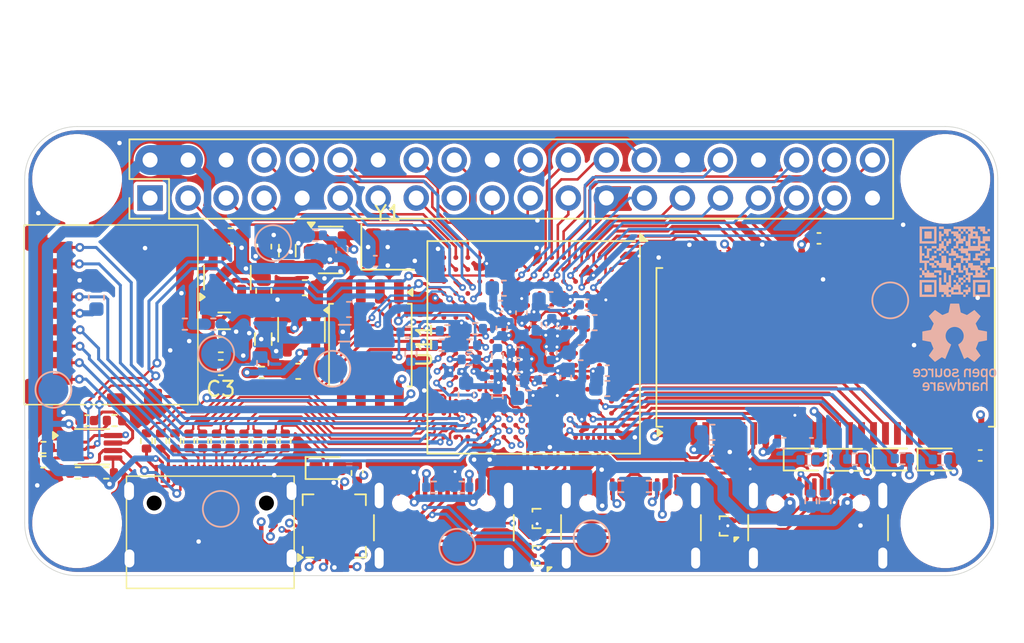
<source format=kicad_pcb>
(kicad_pcb (version 20241229) (generator "pcbnew") (generator_version "9.0")
  (title_block (title "Icepi Zero") (date "2025-05-04") (rev "v1") (company "Chengyin Yao (cheyao)") (comment 1 "https://github.com/cheyao/icepi-zero"))
  (layers (0 "F.Cu" signal) (4 "In1.Cu" signal) (6 "In2.Cu" signal) (2 "B.Cu" signal) (13 "F.Paste" user) (15 "B.Paste" user) (5 "F.SilkS" user "F.Silkscreen") (7 "B.SilkS" user "B.Silkscreen") (1 "F.Mask" user) (3 "B.Mask" user) (25 "Edge.Cuts" user))
  (net 0 "")
  (net 1 "Net-(U2-FB)")
  (net 2 "Net-(U5-VREF2)")
  (net 3 "GPIO_22")
  (net 4 "GPIO_31")
  (net 5 "GPIO_15")
  (net 6 "GPIO_33")
  (net 7 "GPIO_24")
  (net 8 "GPIO_35")
  (net 9 "GPIO_27")
  (net 10 "GPIO_7")
  (net 11 "FPDI_D2+")
  (net 12 "GPIO_28")
  (net 13 "FPDI_D2-")
  (net 14 "GPIO_12")
  (net 15 "FPDI_D1+")
  (net 16 "GPIO_36")
  (net 17 "FPDI_D1-")
  (net 18 "FPDI_D0+")
  (net 19 "GPIO_8")
  (net 20 "FPDI_D0-")
  (net 21 "GPIO_23")
  (net 22 "FPDI_CLK+")
  (net 23 "~{FLASH_CS}")
  (net 24 "FLASH_MISO")
  (net 25 "FLASH_MOSI")
  (net 26 "/Power/FILTERED_2V5")
  (net 27 "SD_CLK")
  (net 28 "~{FLASH_RESET}")
  (net 29 "PROGRAMMING")
  (net 30 "SD_CMD")
  (net 31 "~{FLASH_WP}")
  (net 32 "JTAG_TMS")
  (net 33 "JTAG_TDI")
  (net 34 "SD_DAT0")
  (net 35 "FLASH_CLK")
  (net 36 "SD_DAT2")
  (net 37 "JTAG_TCK")
  (net 38 "GND")
  (net 39 "GPIO_40")
  (net 40 "GPIO_5")
  (net 41 "FPDI_CLK-")
  (net 42 "GPIO_13")
  (net 43 "GPIO_38")
  (net 44 "GPIO_37")
  (net 45 "GPDI_SDA")
  (net 46 "GPDI_SCL")
  (net 47 "GPIO_10")
  (net 48 "+5V")
  (net 49 "+3V3")
  (net 50 "FPDI_SDA")
  (net 51 "FPDI_SCL")
  (net 52 "FPDI_CEC")
  (net 53 "FPDI_UTIL")
  (net 54 "FPDI_HPD")
  (net 55 "D1")
  (net 56 "~{RAS}")
  (net 57 "A4")
  (net 58 "CKE")
  (net 59 "D5")
  (net 60 "D0")
  (net 61 "~{WE}")
  (net 62 "A10")
  (net 63 "D6")
  (net 64 "A12")
  (net 65 "~{CS}")
  (net 66 "D15")
  (net 67 "D11")
  (net 68 "CLK")
  (net 69 "A9")
  (net 70 "D13")
  (net 71 "A1")
  (net 72 "D10")
  (net 73 "A11")
  (net 74 "A8")
  (net 75 "DQM1")
  (net 76 "A2")
  (net 77 "A0")
  (net 78 "A3")
  (net 79 "D9")
  (net 80 "A7")
  (net 81 "A6")
  (net 82 "D7")
  (net 83 "D8")
  (net 84 "~{CAS}")
  (net 85 "D2")
  (net 86 "BA0")
  (net 87 "D3")
  (net 88 "DQM0")
  (net 89 "BA1")
  (net 90 "D12")
  (net 91 "A5")
  (net 92 "D4")
  (net 93 "D14")
  (net 94 "GPIO_26")
  (net 95 "GPIO_29")
  (net 96 "GPIO_16")
  (net 97 "GPIO_32")
  (net 98 "Net-(U4-SW)")
  (net 99 "Net-(U4-FB)")
  (net 100 "+1V1")
  (net 101 "+2V5")
  (net 102 "GPIO_21")
  (net 103 "GPIO_11")
  (net 104 "GPIO_19")
  (net 105 "GPIO_3")
  (net 106 "D1-")
  (net 107 "GPIO_18")
  (net 108 "D1+")
  (net 109 "D2-")
  (net 110 "D2+")
  (net 111 "Net-(J4-CC2)")
  (net 112 "Net-(J4-CC1)")
  (net 113 "D3+")
  (net 114 "D3-")
  (net 115 "JTAG_TDO")
  (net 116 "Net-(J5-CC2)")
  (net 117 "USB_TXD")
  (net 118 "~{USB_DTR}")
  (net 119 "USB_RXD")
  (net 120 "~{USB_RTS}")
  (net 121 "Net-(J5-CC1)")
  (net 122 "Net-(U2-SW)")
  (net 123 "Net-(U6-3V3OUT)")
  (net 124 "~{RXLED}")
  (net 125 "Net-(D1-A)")
  (net 126 "TXDEN")
  (net 127 "~{TXLED}")
  (net 128 "GLOBAL_CLK")
  (net 129 "~{SLEEP}")
  (net 130 "/GPIO/CONN_D2+")
  (net 131 "/GPIO/CONN_D2-")
  (net 132 "/GPIO/CONN_D1+")
  (net 133 "/GPIO/CONN_D1-")
  (net 134 "/GPIO/CONN_D0+")
  (net 135 "/GPIO/CONN_D0-")
  (net 136 "/GPIO/CONN_CK+")
  (net 137 "/GPIO/CONN_CK-")
  (net 138 "DONE")
  (net 139 "INITN")
  (net 140 "SD_DET")
  (net 141 "SD_DAT3")
  (net 142 "SD_DAT1")
  (net 143 "Net-(D2-A)")
  (net 144 "Net-(D3-A)")
  (net 145 "Net-(D4-A)")
  (net 146 "Net-(D5-A)")
  (net 147 "Net-(J2-CEC)")
  (net 148 "Net-(J2-UTILITY)")
  (net 149 "Net-(J2-HPD)")
  (net 150 "Net-(J3-CC1)")
  (net 151 "Net-(J3-CC2)")
  (net 152 "Net-(U1-SW)")
  (net 153 "Net-(U1-FB)")
  (net 247 "LED1")
  (net 248 "LED2")
  (net 249 "LED3")
  (net 250 "LED4")
  (footprint "MountingHole:MountingHole_2.5mm" (layer "F.Cu") (at 119.5 116.5)
    (property "Reference" "H3" (hide yes))
    (property "Value" "MountingHole")
  )
  (footprint "Capacitor_SMD:C_0402_1005Metric" (layer "F.Cu") (at 131.57 111 -90)
    (property "Reference" "C23" (hide yes))
    (property "Value" "22nF")
  )
  (footprint "Capacitor_SMD:C_0402_1005Metric" (layer "F.Cu") (at 127.89 111 -90)
    (property "Reference" "C27" (hide yes))
    (property "Value" "22nF")
  )
  (footprint "Capacitor_SMD:C_0603_1608Metric" (layer "F.Cu") (at 129.1 104.57 180)
    (property "Reference" "C2" (hide yes))
    (property "Value" "22uF")
  )
  (footprint "Capacitor_SMD:C_0603_1608Metric" (layer "F.Cu") (at 129.1 106.1 180)
    (property "Reference" "C3")
    (property "Value" "22uF")
  )
  (footprint "Capacitor_SMD:C_0402_1005Metric" (layer "F.Cu") (at 169.06 97.47)
    (property "Reference" "C35" (hide yes))
    (property "Value" "100nF")
  )
  (footprint "Package_TO_SOT_SMD:SOT-23-5" (layer "F.Cu") (at 136.44 98.2425)
    (property "Reference" "U4" (hide yes))
    (property "Value" "TLV62569DBV")
  )
  (footprint "Connector_PinHeader_2.54mm:PinHeader_2x20_P2.54mm_Vertical" (layer "F.Cu") (at 124.375 94.775 90)
    (property "Reference" "J1" (hide yes))
    (property "Value" "Conn_02x20_Counter_Clockwise")
  )
  (footprint "Package_SO:VSSOP-8_2.3x2mm_P0.5mm" (layer "F.Cu") (at 120.5 111.39)
    (property "Reference" "U5" (hide yes))
    (property "Value" "PCA9306DC1")
  )
  (footprint "LED_SMD:LED_0603_1608Metric" (layer "F.Cu") (at 177.13 112.24)
    (property "Reference" "D3" (hide yes))
    (property "Value" "WHITE")
  )
  (footprint "Connector_USB:USB_C_Receptacle_GCT_USB4105-xx-A_16P_TopMnt_Horizontal" (layer "F.Cu") (at 169 117.75)
    (property "Reference" "J4" (hide yes))
    (property "Value" "USB_C_Receptacle_USB2.0_14P")
  )
  (footprint "LED_SMD:LED_0603_1608Metric" (layer "F.Cu") (at 136.25 112.81)
    (property "Reference" "D5" (hide yes))
    (property "Value" "RED")
  )
  (footprint "Resistor_SMD:R_0402_1005Metric" (layer "F.Cu") (at 126.04 111 90)
    (property "Reference" "R16" (hide yes))
    (property "Value" "470")
  )
  (footprint "Resistor_SMD:R_0402_1005Metric" (layer "F.Cu") (at 119.55 113.14 180)
    (property "Reference" "R12" (hide yes))
    (property "Value" "4.7k")
  )
  (footprint "Resistor_SMD:R_0402_1005Metric" (layer "F.Cu") (at 117.25 112.4)
    (property "Reference" "R14" (hide yes))
    (property "Value" "3.3k")
  )
  (footprint "Resistor_SMD:R_0402_1005Metric" (layer "F.Cu") (at 131.85 106.42 180)
    (property "Reference" "R7" (hide yes))
    (property "Value" "15k")
  )
  (footprint "LED_SMD:LED_0603_1608Metric" (layer "F.Cu") (at 171.1425 112.26)
    (property "Reference" "D4" (hide yes))
    (property "Value" "WHITE")
  )
  (footprint "Capacitor_SMD:C_0402_1005Metric" (layer "F.Cu") (at 132.49 111 -90)
    (property "Reference" "C22" (hide yes))
    (property "Value" "22nF")
  )
  (footprint "Package_TO_SOT_SMD:Texas_DRT-3" (layer "F.Cu") (at 150.4675 116.1825 90)
    (property "Reference" "U9" (hide yes))
    (property "Value" "TPD2EUSB30A")
  )
  (footprint "Connector_USB:USB_C_Receptacle_GCT_USB4105-xx-A_16P_TopMnt_Horizontal" (layer "F.Cu") (at 156.5 117.75)
    (property "Reference" "J5" (hide yes))
    (property "Value" "USB_C_Receptacle_USB2.0_14P")
  )
  (footprint "Capacitor_SMD:C_0402_1005Metric" (layer "F.Cu") (at 130.65 111 -90)
    (property "Reference" "C24" (hide yes))
    (property "Value" "22nF")
  )
  (footprint "Capacitor_SMD:C_0603_1608Metric" (layer "F.Cu") (at 134.71 100.77 180)
    (property "Reference" "C13" (hide yes))
    (property "Value" "22uF")
  )
  (footprint "Resistor_SMD:R_0402_1005Metric" (layer "F.Cu") (at 138.21 113.15 90)
    (property "Reference" "R21" (hide yes))
    (property "Value" "100")
  )
  (footprint "Capacitor_SMD:C_0603_1608Metric" (layer "F.Cu") (at 129.75 97.3 180)
    (property "Reference" "C1" (hide yes))
    (property "Value" "22uF")
  )
  (footprint "Capacitor_SMD:C_0402_1005Metric" (layer "F.Cu") (at 128.81 111 -90)
    (property "Reference" "C26" (hide yes))
    (property "Value" "22nF")
  )
  (footprint "Package_TO_SOT_SMD:Texas_DRT-3" (layer "F.Cu") (at 150.4875 118.6725 90)
    (property "Reference" "U7" (hide yes))
    (property "Value" "TPD2EUSB30A")
  )
  (footprint "Package_BGA:BGA-256_14.0x14.0mm_Layout16x16_P0.8mm_Ball0.45mm_Pad0.32mm_NSMD" (layer "F.Cu") (at 150 104.75 -90)
    (property "Reference" "U3" (hide yes))
    (property "Value" "ECP5U_12_CABGA256")
  )
  (footprint "Package_SO:TSOP-II-54_22.2x10.16mm_P0.8mm" (layer "F.Cu") (at 169.5 104.75 90)
    (property "Reference" "U10" (hide yes))
    (property "Value" "W9825G6KH")
  )
  (footprint "Capacitor_SMD:C_0603_1608Metric" (layer "F.Cu") (at 131.97 100.975 -90)
    (property "Reference" "C18" (hide yes))
    (property "Value" "22uF")
  )
  (footprint "LED_SMD:LED_0603_1608Metric" (layer "F.Cu") (at 174.13 112.24)
    (property "Reference" "D2" (hide yes))
    (property "Value" "WHITE")
  )
  (footprint "MountingHole:MountingHole_2.5mm" (layer "F.Cu") (at 119.5 93.5)
    (property "Reference" "H1" (hide yes))
    (property "Value" "MountingHole")
  )
  (footprint "Package_TO_SOT_SMD:SOT-23-5" (layer "F.Cu") (at 134.49 103.5675 -90)
    (property "Reference" "U2" (hide yes))
    (property "Value" "TLV62569DBV")
  )
  (footprint "Oscillator:Oscillator_SMD_SiT_PQFN-4Pin_2.5x2.0mm" (layer "F.Cu") (at 140.25 98.05)
    (property "Reference" "Y1")
    (property "Value" "SIT8008xx-1x-xxE-100.000000")
  )
  (footprint "Capacitor_SMD:C_0402_1005Metric" (layer "F.Cu") (at 129.73 111 -90)
    (property "Reference" "C25" (hide yes))
    (property "Value" "22nF")
  )
  (footprint "Package_TO_SOT_SMD:Texas_DRT-3" (layer "F.Cu") (at 162.97 116.68 90)
    (property "Reference" "U8" (hide yes))
    (property "Value" "TPD2EUSB30A")
  )
  (footprint "Resistor_SMD:R_0402_1005Metric" (layer "F.Cu") (at 122 109.64)
    (property "Reference" "R11" (hide yes))
    (property "Value" "100k")
  )
  (footprint "Resistor_SMD:R_0402_1005Metric" (layer "F.Cu") (at 121.45 113.14)
    (property "Reference" "R13" (hide yes))
    (property "Value" "4.7k")
  )
  (footprint "Connector_USB:USB_C_Receptacle_GCT_USB4105-xx-A_16P_TopMnt_Horizontal" (layer "F.Cu") (at 144 117.75)
    (property "Reference" "J3" (hide yes))
    (property "Value" "USB_C_Receptacle_USB2.0_14P")
  )
  (footprint "MountingHole:MountingHole_2.5mm" (layer "F.Cu") (at 177.5 116.5)
    (property "Reference" "H4" (hide yes))
    (property "Value" "MountingHole")
  )
  (footprint "icepi-lib:XKB Connection A71-05H4-111N1" (layer "F.Cu") (at 128.4 114.35)
    (property "Reference" "J2" (hide yes))
    (property "Value" "HDMI_C_1.3")
  )
  (footprint "Capacitor_SMD:C_0402_1005Metric" (layer "F.Cu") (at 133.41 111 -90)
    (property "Reference" "C21" (hide yes))
    (property "Value" "22nF")
  )
  (footprint "Capacitor_SMD:C_0402_1005Metric" (layer "F.Cu") (at 126.97 111 -90)
    (property "Reference" "C28" (hide yes))
    (property "Value" "22nF")
  )
  (footprint "MountingHole:MountingHole_2.5mm" (layer "F.Cu") (at 177.5 93.5)
    (property "Reference" "H2" (hide yes))
    (property "Value" "MountingHole")
  )
  (footprint "Resistor_SMD:R_0402_1005Metric" (layer "F.Cu") (at 125.09 111 90)
    (property "Reference" "R17" (hide yes))
    (property "Value" "10k")
  )
  (footprint "Resistor_SMD:R_0402_1005Metric" (layer "F.Cu") (at 124.14 111 90)
    (property "Reference" "R18" (hide yes))
    (property "Value" "470")
  )
  (footprint "Capacitor_SMD:C_0603_1608Metric" (layer "F.Cu") (at 131.965 98.02 -90)
    (property "Reference" "C19" (hide yes))
    (property "Value" "10uF")
  )
  (footprint "Capacitor_SMD:C_0603_1608Metric" (layer "F.Cu") (at 134.27 106.35)
    (property "Reference" "C14" (hide yes))
    (property "Value" "22uF")
  )
  (footprint "Capacitor_SMD:C_0402_1005Metric" (layer "F.Cu") (at 179.83 111.97 180)
    (property "Reference" "C30" (hide yes))
    (property "Value" "100nF")
  )
  (footprint "Package_TO_SOT_SMD:SOT-23-5" (layer "F.Cu") (at 129.54 100.0875 90)
    (property "Reference" "U1" (hide yes))
    (property "Value" "TLV62569DBV")
  )
  (footprint "Inductor_SMD:L_0805_2012Metric" (layer "F.Cu") (at 129.33 102.98)
    (property "Reference" "L1" (hide yes))
    (property "Value" "2.2uH")
  )
  (footprint "Package_SO:SOIC-8_5.3x5.3mm_P1.27mm" (layer "F.Cu") (at 139.09 104.6 -90)
    (property "Reference" "U11")
    (property "Value" "W25Q128JVS")
  )
  (footprint "Inductor_SMD:L_0805_2012Metric" (layer "F.Cu") (at 133.545 98.29 90)
    (property "Reference" "L3" (hide yes))
    (property "Value" "2.2uH")
  )
  (footprint "LED_SMD:LED_0603_1608Metric" (layer "F.Cu") (at 168.1875 112.24)
    (property "Reference" "D1" (hide yes))
    (property "Value" "WHITE")
  )
  (footprint "Inductor_SMD:L_0805_2012Metric" (layer "F.Cu") (at 131.94 104.2 -90)
    (property "Reference" "L2" (hide yes))
    (property "Value" "2.2uH")
  )
  (footprint "Package_DFN_QFN:QFN-20-1EP_4x4mm_P0.5mm_EP2.5x2.5mm" (layer "F.Cu") (at 136.68 116.68 90)
    (property "Reference" "U6" (hide yes))
    (property "Value" "FT231XQ")
  )
  (footprint "icepi-lib:microSD_HC_SOFNG_TF-008" (layer "F.Cu") (at 118.52 102.575 -90)
    (property "Reference" "J6" (hide yes))
    (property "Value" "Micro_SD_Card_Det2")
  )
  (footprint "Resistor_SMD:R_0402_1005Metric" (layer "F.Cu") (at 117.25 111.44)
    (property "Reference" "R15" (hide yes))
    (property "Value" "3.3k")
  )
  (footprint "Capacitor_SMD:C_0402_1005Metric" (layer "F.Cu") (at 120.15 109.64 180)
    (property "Reference" "C29" (hide yes))
    (property "Value" "100pF")
  )
  (footprint "Capacitor_SMD:C_0402_1005Metric" (layer "B.Cu") (at 147.87 103.46 -90)
    (property "Reference" "C17" (hide yes))
    (property "Value" "100nF")
  )
  (footprint "Capacitor_SMD:C_0402_1005Metric" (layer "B.Cu") (at 161.925 111.625)
    (property "Reference" "C34" (hide yes))
    (property "Value" "100nF")
  )
  (footprint "Capacitor_SMD:C_0402_1005Metric" (layer "B.Cu") (at 148.96 106.02)
    (property "Reference" "C11" (hide yes))
    (property "Value" "100nF")
  )
  (footprint "Resistor_SMD:R_0402_1005Metric" (layer "B.Cu") (at 128.6 103.2 180)
    (property "Reference" "R5" (hide yes))
    (property "Value" "15k")
  )
  (footprint "Capacitor_SMD:C_0402_1005Metric" (layer "B.Cu") (at 150.17 103.21 -90)
    (property "Reference" "C39" (hide yes))
    (property "Value" "100nF")
  )
  (footprint "Resistor_SMD:R_0402_1005Metric" (layer "B.Cu") (at 171.45 112.21)
    (property "Reference" "R4" (hide yes))
    (property "Value" "470")
  )
  (footprint "TestPoint:TestPoint_Pad_D2.0mm" (layer "B.Cu") (at 129.1 115.54)
    (property "Reference" "TP5" (hide yes))
    (property "Value" "TestPoint")
  )
  (footprint "TestPoint:TestPoint_Pad_D2.0mm" (layer "B.Cu") (at 132.595 97.79)
    (property "Reference" "TP2" (hide yes))
    (property "Value" "TestPoint")
  )
  (footprint "Capacitor_SMD:C_0402_1005Metric" (layer "B.Cu") (at 151.21 103.28 -90)
    (property "Reference" "C8" (hide yes))
    (property "Value" "100nF")
  )
  (footprint "TestPoint:TestPoint_Pad_D2.0mm" (layer "B.Cu") (at 173.82 101.61)
    (property "Reference" "TP4" (hide yes))
    (property "Value" "TestPoint")
  )
  (footprint "Capacitor_SMD:C_0603_1608Metric" (layer "B.Cu") (at 151.13 101.56)
    (property "Reference" "C47" (hide yes))
    (property "Value" "10uF")
  )
  (footprint "Capacitor_SMD:C_0603_1608Metric" (layer "B.Cu") (at 120.79 101.42 90)
    (property "Reference" "C38" (hide yes))
    (property "Value" "10uF")
  )
  (footprint "Resistor_SMD:R_0402_1005Metric" (layer "B.Cu") (at 168.52 115.02 -90)
    (property "Reference" "R22" (hide yes))
    (property "Value" "5.1k")
  )
  (footprint "Resistor_SMD:R_0402_1005Metric" (layer "B.Cu") (at 145.7 105.56 180)
    (property "Reference" "R31" (hide yes))
    (property "Value" "15k")
  )
  (footprint "Capacitor_SMD:C_0402_1005Metric" (layer "B.Cu") (at 166.725 111.15)
    (property "Reference" "C32" (hide yes))
    (property "Value" "100nF")
  )
  (footprint "Capacitor_SMD:C_0402_1005Metric" (layer "B.Cu") (at 153.56 101.91)
    (property "Reference" "C42" (hide yes))
    (property "Value" "100nF")
  )
  (footprint "Capacitor_SMD:C_0603_1608Metric" (layer "B.Cu") (at 161.95 110.425)
    (property "Reference" "C33" (hide yes))
    (property "Value" "10uF")
  )
  (footprint "TestPoint:TestPoint_Pad_D2.0mm" (layer "B.Cu") (at 144.9 118.07)
    (property "Reference" "TP8" (hide yes))
    (property "Value" "TestPoint")
  )
  (footprint "Resistor_SMD:R_0402_1005Metric" (layer "B.Cu") (at 141.61 103.75 180)
    (property "Reference" "R29" (hide yes))
    (property "Value" "10k")
  )
  (footprint "Inductor_SMD:L_0805_2012Metric" (layer "B.Cu") (at 137.38 103.8)
    (property "Reference" "FB1" (hide yes))
    (property "Value" "100R@100MHz")
  )
  (footprint "TestPoint:TestPoint_Pad_D2.0mm" (layer "B.Cu") (at 136.55 106.18)
    (property "Reference" "TP6" (hide yes))
    (property "Value" "TestPoint")
  )
  (footprint "Resistor_SMD:R_0402_1005Metric" (layer "B.Cu") (at 145.71 104.6)
    (property "Reference" "R26" (hide yes))
    (property "Value" "4.7k")
  )
  (footprint "Capacitor_SMD:C_0402_1005Metric" (layer "B.Cu") (at 147.8 101.99)
    (property "Reference" "C37" (hide yes))
    (property "Value" "100nF")
  )
  (footprint "Capacitor_SMD:C_0603_1608Metric" (layer "B.Cu") (at 148.01 100.8)
    (property "Reference" "C36" (hide yes))
    (property "Value" "10uF")
  )
  (footprint "Capacitor_SMD:C_0402_1005Metric" (layer "B.Cu") (at 168.55 111.16 180)
    (property "Reference" "C31" (hide yes))
    (property "Value" "100nF")
  )
  (footprint "Capacitor_SMD:C_0603_1608Metric" (layer "B.Cu") (at 137.66 102.22 180)
    (property "Reference" "C15" (hide yes))
    (property "Value" "10uF")
  )
  (footprint "TestPoint:TestPoint_Pad_D2.0mm" (layer "B.Cu") (at 153.87 117.5)
    (property "Reference" "TP7" (hide yes))
    (property "Value" "TestPoint")
  )
  (footprint "Capacitor_SMD:C_0402_1005Metric" (layer "B.Cu") (at 149.18 102.44 90)
    (property "Reference" "C48" (hide yes))
    (property "Value" "100nF")
  )
  (footprint "Capacitor_SMD:C_0402_1005Metric" (layer "B.Cu") (at 148.96 105.1)
    (property "Reference" "C12" (hide yes))
    (property "Value" "100nF")
  )
  (footprint "Resistor_SMD:R_0402_1005Metric" (layer "B.Cu") (at 145.19 114.09)
    (property "Reference" "R20" (hide yes))
    (property "Value" "5.1k")
  )
  (footprint "Resistor_SMD:R_0402_1005Metric" (layer "B.Cu") (at 144.24 103.65 180)
    (property "Reference" "R27" (hide yes))
    (property "Value" "10k")
  )
  (footprint "Resistor_SMD:R_0402_1005Metric" (layer "B.Cu") (at 131.9 105.8 90)
    (property "Reference" "R8" (hide yes))
    (property "Value" "18k")
  )
  (footprint "Resistor_SMD:R_0402_1005Metric" (layer "B.Cu") (at 147.58 105.3 90)
    (property "Reference" "R32" (hide yes))
    (property "Value" "15k")
  )
  (footprint "Resistor_SMD:R_0402_1005Metric" (layer "B.Cu") (at 141.8 105.2 -90)
    (property "Reference" "R33" (hide yes))
    (property "Value" "15k")
  )
  (footprint "LOGO" (layer "B.Cu") (at 178.13 99.03)
    (property "Reference" "G***" (hide yes))
    (property "Value" "LOGO" (hide yes))
  )
  (footprint "Capacitor_SMD:C_0603_1608Metric" (layer "B.Cu") (at 154.925 107.5)
    (property "Reference" "C40" (hide yes))
    (property "Value" "10uF")
  )
  (footprint "Capacitor_SMD:C_0603_1608Metric" (layer "B.Cu") (at 149.69 108.13)
    (property "Reference" "C4" (hide yes))
    (property "Value" "10uF")
  )
  (footprint "Capacitor_SMD:C_0603_1608Metric" (layer "B.Cu") (at 153.14 105.1)
    (property "Reference" "C5" (hide yes))
    (property "Value" "10uF")
  )
  (footprint "Resistor_SMD:R_0402_1005Metric" (layer "B.Cu") (at 126.7 103.2 180)
    (property "Reference" "R6" (hide yes))
    (property "Value" "18k")
  )
  (footprint "TestPoint:TestPoint_Pad_D2.0mm" (layer "B.Cu") (at 128.79 105.18)
    (property "Reference" "TP3" (hide yes))
    (property "Value" "TestPoint")
  )
  (footprint "Capacitor_SMD:C_0402_1005Metric" (layer "B.Cu") (at 152.13 103.46 -90)
    (property "Reference" "C7" (hide yes))
    (property "Value" "100nF")
  )
  (footprint "Capacitor_SMD:C_0603_1608Metric" (layer "B.Cu") (at 154.075 103.1)
    (property "Reference" "C6" (hide yes))
    (property "Value" "10uF")
  )
  (footprint "Capacitor_SMD:C_0402_1005Metric" (layer "B.Cu") (at 150.77 106.94)
    (property "Reference" "C43" (hide yes))
    (property "Value" "100nF")
  )
  (footprint "Resistor_SMD:R_0402_1005Metric" (layer "B.Cu") (at 143.85 104.61 180)
    (property "Reference" "R28" (hide yes))
    (property "Value" "10k")
  )
  (footprint "TestPoint:TestPoint_Pad_D2.0mm" (layer "B.Cu") (at 117.92 107.58)
    (property "Reference" "TP1" (hide yes))
    (property "Value" "TestPoint")
  )
  (footprint "Resistor_SMD:R_0402_1005Metric" (layer "B.Cu") (at 137.19 98.28 -90)
    (property "Reference" "R10" (hide yes))
    (property "Value" "18k")
  )
  (footprint "Resistor_SMD:R_0402_1005Metric" (layer "B.Cu") (at 177.17 112.24)
    (property "Reference" "R3" (hide yes))
    (property "Value" "470")
  )
  (footprint "Resistor_SMD:R_0402_1005Metric" (layer "B.Cu") (at 169.46 115.02 90)
    (property "Reference" "R24" (hide yes))
    (property "Value" "5.1k")
  )
  (footprint "Resistor_SMD:R_0402_1005Metric" (layer "B.Cu") (at 157.69675 114.04)
    (property "Reference" "R25" (hide yes))
    (property "Value" "5.1k")
  )
  (footprint "Resistor_SMD:R_0402_1005Metric" (layer "B.Cu") (at 174.63 112.18)
    (property "Reference" "R2" (hide yes))
    (property "Value" "470")
  )
  (footprint "Capacitor_SMD:C_0402_1005Metric" (layer "B.Cu") (at 154.92 106.31)
    (property "Reference" "C41" (hide yes))
    (property "Value" "100nF")
  )
  (footprint "Capacitor_SMD:C_0402_1005Metric" (layer "B.Cu") (at 152.15 106.74 -90)
    (property "Reference" "C16" (hide yes))
    (property "Value" "100nF")
  )
  (footprint "Capacitor_SMD:C_0402_1005Metric" (layer "B.Cu") (at 147.13 106.69 180)
    (property "Reference" "C45" (hide yes))
    (property "Value" "100nF")
  )
  (footprint "Resistor_SMD:R_0402_1005Metric" (layer "B.Cu") (at 168.33 112.27)
    (property "Reference" "R1" (hide yes))
    (property "Value" "470")
  )
  (footprint "Resistor_SMD:R_0402_1005Metric" (layer "B.Cu") (at 135.41 97.26)
    (property "Reference" "R9" (hide yes))
    (property "Value" "15k")
  )
  (footprint "Capacitor_SMD:C_0402_1005Metric" (layer "B.Cu") (at 147.58 108.06 -90)
    (property "Reference" "C46" (hide yes))
    (property "Value" "100nF")
  )
  (footprint "Resistor_SMD:R_0402_1005Metric" (layer "B.Cu") (at 155.84 114.04)
    (property "Reference" "R23" (hide yes))
    (property "Value" "5.1k")
  )
  (footprint "Capacitor_SMD:C_0402_1005Metric" (layer "B.Cu") (at 139.42 98.99)
    (property "Reference" "C20" (hide yes))
    (property "Value" "100nF")
  )
  (footprint "Resistor_SMD:R_0402_1005Metric" (layer "B.Cu") (at 146.1 103.5)
    (property "Reference" "R30" (hide yes))
    (property "Value" "10k")
  )
  (footprint "Capacitor_SMD:C_0402_1005Metric" (layer "B.Cu") (at 151.18 105.11 90)
    (property "Reference" "C9" (hide yes))
    (property "Value" "100nF")
  )
  (footprint "Resistor_SMD:R_0402_1005Metric" (layer "B.Cu") (at 143.33 114.09)
    (property "Reference" "R19" (hide yes))
    (property "Value" "5.1k")
  )
  (footprint "Capacitor_SMD:C_0603_1608Metric" (layer "B.Cu") (at 145.49 107.91 -90)
    (property "Reference" "C44" (hide yes))
    (property "Value" "10uF")
  )
  (footprint "Capacitor_SMD:C_0402_1005Metric" (layer "B.Cu") (at 148.95 106.94)
    (property "Reference" "C10" (hide yes))
    (property "Value" "100nF")
  )
  (gr_poly (pts (xy 177.847847 101.826523) (xy 177.846624 101.826614) (xy 177.845406 101.826764) (xy 177.844196 101.826972) (xy 177.842996 101.827235) (xy 177.841806 101.827552) (xy 177.840629 101.827923) (xy 177.839468 101.828344) (xy 177.838322 101.828816) (xy 177.837195 101.829336) (xy 177.836089 101.829903) (xy 177.835005 101.830515) (xy 177.833944 101.831171) (xy 177.83291 101.83187) (xy 177.831903 101.832609) (xy 177.830926 101.833388) (xy 177.82998 101.834205) (xy 177.829068 101.835058) (xy 177.82819 101.835946) (xy 177.82735 101.836868) (xy 177.826548 101.837821) (xy 177.825787 101.838805) (xy 177.825068 101.839818) (xy 177.824394 101.840858) (xy 177.823765 101.841924) (xy 177.823185 101.843015) (xy 177.822655 101.844129) (xy 177.822176 101.845263) (xy 177.821751 101.846418) (xy 177.821381 101.847592) (xy 177.821069 101.848782) (xy 177.820816 101.849988) (xy 177.718739 102.398469) (xy 177.718488 102.399685) (xy 177.71818 102.400904) (xy 177.717818 102.402126) (xy 177.717404 102.403348) (xy 177.716425 102.405784) (xy 177.715258 102.408196) (xy 177.713916 102.410569) (xy 177.712415 102.412886) (xy 177.710767 102.415132) (xy 177.708986 102.417291) (xy 177.707088 102.419346) (xy 177.705085 102.421282) (xy 177.702993 102.423083) (xy 177.700824 102.424733) (xy 177.698594 102.426216) (xy 177.696316 102.427517) (xy 177.695163 102.428093) (xy 177.694004 102.428618) (xy 177.69284 102.429089) (xy 177.691672 102.429505) (xy 177.324087 102.58) (xy 177.321808 102.581016) (xy 177.31939 102.581866) (xy 177.316855 102.582549) (xy 177.314223 102.583068) (xy 177.311517 102.583424) (xy 177.308757 102.583619) (xy 177.305965 102.583654) (xy 177.303162 102.583532) (xy 177.300369 102.583253) (xy 177.297607 102.582819) (xy 177.294898 102.582233) (xy 177.292264 102.581495) (xy 177.289724 102.580608) (xy 177.287302 102.579572) (xy 177.285017 102.57839) (xy 177.282891 102.577063) (xy 176.824659 102.262579) (xy 176.823631 102.261906) (xy 176.822571 102.261286) (xy 176.821483 102.260718) (xy 176.820369 102.260202) (xy 176.81923 102.259739) (xy 176.81807 102.259327) (xy 176.81689 102.258967) (xy 176.815694 102.258659) (xy 176.814483 102.258401) (xy 176.81326 102.258194) (xy 176.810786 102.257931) (xy 176.808293 102.257869) (xy 176.805798 102.258005) (xy 176.803321 102.258337) (xy 176.80088 102.258864) (xy 176.798495 102.259582) (xy 176.79733 102.260013) (xy 176.796185 102.260492) (xy 176.795064 102.261017) (xy 176.793968 102.261589) (xy 176.792901 102.262208) (xy 176.791864 102.262873) (xy 176.79086 102.263584) (xy 176.789891 102.264341) (xy 176.788959 102.265144) (xy 176.788068 102.265992) (xy 176.402147 102.651913) (xy 176.401292 102.652812) (xy 176.400484 102.653749) (xy 176.399722 102.654723) (xy 176.399008 102.655732) (xy 176.398341 102.656773) (xy 176.397721 102.657844) (xy 176.396624 102.660065) (xy 176.395718 102.662379) (xy 176.395004 102.664765) (xy 176.394484 102.667206) (xy 176.394159 102.669683) (xy 176.394031 102.672178) (xy 176.3941 102.674672) (xy 176.394367 102.677147) (xy 176.394835 102.679584) (xy 176.395505 102.681965) (xy 176.395915 102.683128) (xy 176.396376 102.684271) (xy 176.396889 102.68539) (xy 176.397452 102.686484) (xy 176.398067 102.687549) (xy 176.398733 102.688584) (xy 176.70774 103.138958) (xy 176.709079 103.141095) (xy 176.710265 103.143385) (xy 176.711299 103.145806) (xy 176.712179 103.148339) (xy 176.712904 103.150964) (xy 176.713474 103.153659) (xy 176.713886 103.156404) (xy 176.71414 103.159179) (xy 176.714235 103.161963) (xy 176.71417 103.164737) (xy 176.713944 103.167478) (xy 176.713556 103.170168) (xy 176.713004 103.172784) (xy 176.712288 103.175308) (xy 176.711407 103.177719) (xy 176.71036 103.179995) (xy 176.5478 103.559249) (xy 176.546884 103.561579) (xy 176.545753 103.563889) (xy 176.544423 103.566163) (xy 176.542912 103.568388) (xy 176.541234 103.570551) (xy 176.539407 103.572636) (xy 176.537446 103.574632) (xy 176.535367 103.576523) (xy 176.533187 103.578296) (xy 176.530922 103.579937) (xy 176.528588 103.581432) (xy 176.526201 103.582767) (xy 176.523777 103.583929) (xy 176.521333 103.584904) (xy 176.518884 103.585678) (xy 176.516446 103.586236) (xy 175.986142 103.68482) (xy 175.985745 103.68482) (xy 175.98454 103.68508) (xy 175.983349 103.685399) (xy 175.982176 103.685774) (xy 175.981021 103.686204) (xy 175.979887 103.686686) (xy 175.978773 103.68722) (xy 175.977683 103.687802) (xy 175.976617 103.688433) (xy 175.975578 103.689109) (xy 175.974565 103.689829) (xy 175.97263 103.691393) (xy 175.970823 103.693112) (xy 175.969156 103.69497) (xy 175.967642 103.696954) (xy 175.966292 103.699049) (xy 175.965119 103.701242) (xy 175.964603 103.70237) (xy 175.964136 103.703517) (xy 175.963718 103.70468) (xy 175.963353 103.70586) (xy 175.96304 103.707053) (xy 175.962783 103.708257) (xy 175.962581 103.709472) (xy 175.962438 103.710694) (xy 175.962353 103.711923) (xy 175.96233 103.713157) (xy 175.96233 104.258939) (xy 175.962361 104.260173) (xy 175.962452 104.261403) (xy 175.962602 104.262626) (xy 175.962809 104.263842) (xy 175.963072 104.265048) (xy 175.963389 104.266243) (xy 175.96376 104.267425) (xy 175.964182 104.268591) (xy 175.964653 104.26974) (xy 175.965173 104.270871) (xy 175.96574 104.27198) (xy 175.966352 104.273068) (xy 175.967009 104.274131) (xy 175.967707 104.275168) (xy 175.968447 104.276177) (xy 175.969226 104.277156) (xy 175.970042 104.278104) (xy 175.970896 104.279018) (xy 175.971784 104.279896) (xy 175.972705 104.280738) (xy 175.973659 104.281541) (xy 175.974643 104.282303) (xy 175.975655 104.283022) (xy 175.976696 104.283697) (xy 175.977762 104.284326) (xy 175.978852 104.284906) (xy 175.979966 104.285437) (xy 175.981101 104.285915) (xy 175.982256 104.286341) (xy 175.983429 104.28671) (xy 175.984619 104.287023) (xy 175.985825 104.287276) (xy 176.503112 104.383558) (xy 176.504334 104.38381) (xy 176.505558 104.384119) (xy 176.506783 104.384482) (xy 176.508006 104.384897) (xy 176.51044 104.38588) (xy 176.512845 104.387053) (xy 176.515205 104.388402) (xy 176.517505 104.389912) (xy 176.51973 104.39157) (xy 176.521864 104.393361) (xy 176.523892 104.395271) (xy 176.525799 104.397286) (xy 176.527569 104.399392) (xy 176.529186 104.401574) (xy 176.530637 104.403818) (xy 176.531904 104.406111) (xy 176.532974 104.408438) (xy 176.533429 104.409609) (xy 176.53383 104.410784) (xy 176.695358 104.814168) (xy 176.69636 104.81646) (xy 176.697195 104.818887) (xy 176.697864 104.821429) (xy 176.698369 104.824065) (xy 176.698712 104.826773) (xy 176.698896 104.829532) (xy 176.698921 104.832322) (xy 176.69879 104.835123) (xy 176.698505 104.837911) (xy 176.698067 104.840668) (xy 176.697479 104.843372) (xy 176.696742 104.846002) (xy 176.695857 104.848537) (xy 176.694828 104.850956) (xy 176.693655 104.853239) (xy 176.692341 104.855363) (xy 176.398495 105.283512) (xy 176.397822 105.284541) (xy 176.397202 105.285601) (xy 176.396634 105.28669) (xy 176.396119 105.287806) (xy 176.395655 105.288947) (xy 176.395244 105.290109) (xy 176.394883 105.291291) (xy 176.394575 105.29249) (xy 176.394317 105.293704) (xy 176.39411 105.29493) (xy 176.393847 105.29741) (xy 176.393785 105.299911) (xy 176.393921 105.302413) (xy 176.394253 105.304898) (xy 176.39478 105.307345) (xy 176.395499 105.309737) (xy 176.395929 105.310906) (xy 176.396408 105.312053) (xy 176.396933 105.313177) (xy 176.397505 105.314275) (xy 176.398124 105.315345) (xy 176.398789 105.316384) (xy 176.3995 105.317389) (xy 176.400257 105.318359) (xy 176.40106 105.319292) (xy 176.401908 105.320183) (xy 176.787909 105.706104) (xy 176.788793 105.706952) (xy 176.789717 105.707754) (xy 176.79068 105.70851) (xy 176.791678 105.70922) (xy 176.79271 105.709884) (xy 176.793773 105.710501) (xy 176.795981 105.711594) (xy 176.798285 105.712498) (xy 176.800665 105.713212) (xy 176.803103 105.713734) (xy 176.805579 105.714062) (xy 176.808075 105.714194) (xy 176.810572 105.71413) (xy 176.813049 105.713867) (xy 176.81549 105.713404) (xy 176.817874 105.71274) (xy 176.81904 105.712331) (xy 176.820184 105.711871) (xy 176.821304 105.71136) (xy 176.822399 105.710798) (xy 176.823465 105.710184) (xy 176.8245 105.709518) (xy 177.245109 105.420831) (xy 177.247229 105.419527) (xy 177.249498 105.418383) (xy 177.251895 105.4174) (xy 177.254401 105.416579) (xy 177.256993 105.41592) (xy 177.259653 105.415423) (xy 177.262359 105.415088) (xy 177.265091 105.414917) (xy 177.267829 105.41491) (xy 177.270552 105.415067) (xy 177.27324 105.415388) (xy 177.275871 105.415875) (xy 177.278427 105.416527) (xy 177.280886 105.417345) (xy 177.283227 105.41833) (xy 177.285431 105.419481) (xy 177.47093 105.518541) (xy 177.472037 105.519074) (xy 177.473154 105.519543) (xy 177.474278 105.519948) (xy 177.475408 105.52029) (xy 177.476542 105.520571) (xy 177.477677 105.520789) (xy 177.478812 105.520947) (xy 177.479946 105.521045) (xy 177.481075 105.521084) (xy 177.482198 105.521065) (xy 177.483313 105.520987) (xy 177.484418 105.520853) (xy 177.485512 105.520663) (xy 177.486591 105.520417) (xy 177.487655 105.520116) (xy 177.4887 105.519762) (xy 177.489726 105.519354) (xy 177.490731 105.518893) (xy 177.491711 105.518381) (xy 177.492666 105.517818) (xy 177.493594 105.517204) (xy 177.494491 105.516541) (xy 177.495358 105.51583) (xy 177.49619 105.51507) (xy 177.496987 105.514263) (xy 177.497747 105.513409) (xy 177.498468 105.512509) (xy 177.499147 105.511564) (xy 177.499783 105.510575) (xy 177.500373 105.509543) (xy 177.500916 105.508467) (xy 177.50141 105.507349) (xy 177.883839 104.583186) (xy 177.884286 104.582038) (xy 177.884674 104.580873) (xy 177.885003 104.579693) (xy 177.885276 104.578499) (xy 177.885492 104.577295) (xy 177.885652 104.576082) (xy 177.885757 104.574863) (xy 177.885807 104.573639) (xy 177.885804 104.572413) (xy 177.885749 104.571188) (xy 177.885641 104.569964) (xy 177.885481 104.568745) (xy 177.885271 104.567533) (xy 177.885012 104.56633) (xy 177.884703 104.565137) (xy 177.884345 104.563958) (xy 177.88394 104.562794) (xy 177.883488 104.561647) (xy 177.88299 104.560521) (xy 177.882446 104.559416) (xy 177.881858 104.558335) (xy 177.881226 104.55728) (xy 177.88055 104.556254) (xy 177.879832 104.555259) (xy 177.879072 104.554296) (xy 177.878271 104.553368) (xy 177.87743 104.552478) (xy 177.87655 104.551626) (xy 177.875631 104.550817) (xy 177.874673 104.550051) (xy 177.873679 104.54933) (xy 177.872647 104.548658) (xy 177.826213 104.520242) (xy 177.822864 104.518111) (xy 177.819292 104.515683) (xy 177.815564 104.513009) (xy 177.811747 104.510142) (xy 177.807907 104.507133) (xy 177.804112 104.504035) (xy 177.800428 104.500899) (xy 177.796923 104.497779) (xy 177.766195 104.476757) (xy 177.73687 104.453929) (xy 177.709027 104.429374) (xy 177.682747 104.403173) (xy 177.65811 104.375404) (xy 177.635196 104.346149) (xy 177.614084 104.315486) (xy 177.594854 104.283496) (xy 177.577588 104.250259) (xy 177.562364 104.215854) (xy 177.549263 104.180362) (xy 177.538364 104.143862) (xy 177.529748 104.106434) (xy 177.523495 104.068158) (xy 177.519685 104.029114) (xy 177.518397 103.989382) (xy 177.519182 103.958327) (xy 177.521513 103.927678) (xy 177.525352 103.897475) (xy 177.530661 103.867755) (xy 177.537401 103.838556) (xy 177.545536 103.809917) (xy 177.555026 103.781874) (xy 177.565834 103.754466) (xy 177.577923 103.727731) (xy 177.591253 103.701706) (xy 177.605788 103.676431) (xy 177.621488 103.651942) (xy 177.638317 103.628278) (xy 177.656237 103.605476) (xy 177.675208 103.583575) (xy 177.695194 103.562613) (xy 177.716157 103.542626) (xy 177.738058 103.523655) (xy 177.76086 103.505736) (xy 177.784524 103.488906) (xy 177.809013 103.473206) (xy 177.834288 103.458671) (xy 177.860312 103.445341) (xy 177.887048 103.433252) (xy 177.914456 103.422444) (xy 177.942498 103.412954) (xy 177.971138 103.404819) (xy 178.000337 103.398079) (xy 178.030057 103.39277) (xy 178.06026 103.388931) (xy 178.090909 103.3866) (xy 178.121964 103.385815) (xy 178.15302 103.3866) (xy 178.183668 103.38893) (xy 178.213871 103.392768) (xy 178.243591 103.398076) (xy 178.27279 103.404814) (xy 178.30143 103.412947) (xy 178.329473 103.422435) (xy 178.356881 103.433241) (xy 178.383616 103.445327) (xy 178.40964 103.458655) (xy 178.434916 103.473187) (xy 178.459405 103.488886) (xy 178.483069 103.505712) (xy 178.50587 103.523629) (xy 178.527771 103.542599) (xy 178.548734 103.562583) (xy 178.56872 103.583544) (xy 178.587692 103.605443) (xy 178.605611 103.628244) (xy 178.62244 103.651907) (xy 178.638141 103.676395) (xy 178.652675 103.701671) (xy 178.666006 103.727696) (xy 178.678094 103.754432) (xy 178.688902 103.781842) (xy 178.698393 103.809887) (xy 178.706527 103.83853) (xy 178.713268 103.867733) (xy 178.718576 103.897457) (xy 178.722415 103.927665) (xy 178.724746 103.95832) (xy 178.725532 103.989382) (xy 178.725208 104.009329) (xy 178.724244 104.029113) (xy 178.722649 104.048725) (xy 178.720433 104.068155) (xy 178.717607 104.087392) (xy 178.71418 104.106427) (xy 178.710162 104.12525) (xy 178.705564 104.143851) (xy 178.700395 104.162219) (xy 178.694665 104.180346) (xy 178.688385 104.198221) (xy 178.681564 104.215833) (xy 178.674213 104.233174) (xy 178.66634 104.250233) (xy 178.649074 104.283466) (xy 178.629845 104.315453) (xy 178.608733 104.346114) (xy 178.585818 104.375369) (xy 178.561181 104.403139) (xy 178.534901 104.429345) (xy 178.507058 104.453906) (xy 178.477733 104.476744) (xy 178.447005 104.497779) (xy 178.443474 104.500899) (xy 178.43977 104.504035) (xy 178.435961 104.507133) (xy 178.432112 104.510141) (xy 178.428289 104.513009) (xy 178.424558 104.515683) (xy 178.420985 104.518111) (xy 178.417636 104.520242) (xy 178.371202 104.548658) (xy 178.37017 104.549323) (xy 178.369176 104.550037) (xy 178.368218 104.550798) (xy 178.367299 104.551604) (xy 178.366418 104.552451) (xy 178.365577 104.553339) (xy 178.364017 104.555225) (xy 178.362623 104.557245) (xy 178.361403 104.559381) (xy 178.360361 104.561614) (xy 178.359504 104.563928) (xy 178.358837 104.566304) (xy 178.358367 104.568724) (xy 178.3581 104.571172) (xy 178.358041 104.573628) (xy 178.358197 104.576075) (xy 178.358357 104.57729) (xy 178.358573 104.578496) (xy 178.358845 104.579691) (xy 178.359175 104.580872) (xy 178.359563 104.582038) (xy 178.36001 104.583186) (xy 178.742438 105.507349) (xy 178.742932 105.508467) (xy 178.743476 105.509543) (xy 178.744066 105.510575) (xy 178.744702 105.511564) (xy 178.745381 105.512509) (xy 178.746101 105.513409) (xy 178.746861 105.514263) (xy 178.747658 105.51507) (xy 178.748491 105.51583) (xy 178.749357 105.516541) (xy 178.750255 105.517204) (xy 178.751182 105.517818) (xy 178.752137 105.518381) (xy 178.753118 105.518893) (xy 178.754122 105.519354) (xy 178.755148 105.519762) (xy 178.756194 105.520116) (xy 178.757258 105.520417) (xy 178.758337 105.520663) (xy 178.75943 105.520853) (xy 178.760535 105.520987) (xy 178.761651 105.521065) (xy 178.762774 105.521084) (xy 178.763903 105.521045) (xy 178.765036 105.520947) (xy 178.766172 105.520789) (xy 178.767307 105.520571) (xy 178.768441 105.52029) (xy 178.769571 105.519948) (xy 178.770695 105.519543) (xy 178.771811 105.519074) (xy 178.772918 105.518541) (xy 178.958418 105.419481) (xy 178.960622 105.418317) (xy 178.962963 105.417322) (xy 178.965422 105.416497) (xy 178.967977 105.415841) (xy 178.970609 105.415353) (xy 178.973297 105.415032) (xy 178.97602 105.414877) (xy 178.978758 105.414887) (xy 178.98149 105.415063) (xy 178.984196 105.415402) (xy 178.986856 105.415904) (xy 178.989448 105.416568) (xy 178.991954 105.417394) (xy 178.994351 105.41838) (xy 178.99662 105.419526) (xy 178.99874 105.420831) (xy 179.419348 105.709518) (xy 179.420384 105.710184) (xy 179.42145 105.710798) (xy 179.422545 105.71136) (xy 179.423665 105.711871) (xy 179.424809 105.712331) (xy 179.425975 105.71274) (xy 179.427159 105.713097) (xy 179.42836 105.713404) (xy 179.430802 105.713868) (xy 179.433281 105.71413) (xy 179.43578 105.714195) (xy 179.438279 105.714062) (xy 179.44076 105.713734) (xy 179.443203 105.713212) (xy 179.445589 105.712498) (xy 179.446756 105.71207) (xy 179.447901 105.711594) (xy 179.449023 105.711071) (xy 179.450119 105.710501) (xy 179.451186 105.709884) (xy 179.452223 105.70922) (xy 179.453228 105.70851) (xy 179.454197 105.707754) (xy 179.455128 105.706952) (xy 179.456019 105.706104) (xy 179.84202 105.320183) (xy 179.842868 105.319292) (xy 179.84367 105.31836) (xy 179.844426 105.317391) (xy 179.845136 105.316387) (xy 179.845799 105.31535) (xy 179.846416 105.314282) (xy 179.847509 105.312065) (xy 179.848414 105.309753) (xy 179.849128 105.307366) (xy 179.849649 105.304923) (xy 179.849977 105.302443) (xy 179.85011 105.299944) (xy 179.850046 105.297445) (xy 179.849783 105.294965) (xy 179.84932 105.292524) (xy 179.848655 105.290138) (xy 179.848247 105.288973) (xy 179.847787 105.287829) (xy 179.847276 105.286708) (xy 179.846713 105.285614) (xy 179.846099 105.284548) (xy 179.845433 105.283512) (xy 179.551587 104.855363) (xy 179.550246 104.853239) (xy 179.549051 104.850956) (xy 179.548005 104.848537) (xy 179.547107 104.846002) (xy 179.54636 104.843372) (xy 179.545766 104.840668) (xy 179.545325 104.837911) (xy 179.545038 104.835123) (xy 179.544909 104.832322) (xy 179.544936 104.829532) (xy 179.545123 104.826773) (xy 179.54547 104.824065) (xy 179.545979 104.821429) (xy 179.546651 104.818887) (xy 179.547488 104.81646) (xy 179.548491 104.814168) (xy 179.710019 104.410784) (xy 179.710876 104.408438) (xy 179.711948 104.406111) (xy 179.713219 104.403818) (xy 179.714674 104.401574) (xy 179.716297 104.399392) (xy 179.718071 104.397286) (xy 179.719983 104.395271) (xy 179.722015 104.393361) (xy 179.724152 104.39157) (xy 179.726379 104.389912) (xy 179.728679 104.388402) (xy 179.731038 104.387053) (xy 179.733438 104.38588) (xy 179.735866 104.384897) (xy 179.738304 104.384119) (xy 179.739522 104.38381) (xy 179.740738 104.383558) (xy 180.258024 104.287276) (xy 180.25923 104.287023) (xy 180.260421 104.28671) (xy 180.261596 104.286341) (xy 180.262752 104.285915) (xy 180.263889 104.285437) (xy 180.265004 104.284906) (xy 180.266097 104.284326) (xy 180.267166 104.283697) (xy 180.268209 104.283022) (xy 180.269225 104.282303) (xy 180.271169 104.280738) (xy 180.272986 104.279018) (xy 180.274663 104.277156) (xy 180.276189 104.275168) (xy 180.277551 104.273068) (xy 180.278737 104.270871) (xy 180.27926 104.26974) (xy 180.279735 104.268591) (xy 180.280159 104.267425) (xy 180.280532 104.266243) (xy 180.280851 104.265048) (xy 180.281116 104.263842) (xy 180.281325 104.262626) (xy 180.281476 104.261403) (xy 180.281568 104.260173) (xy 180.281599 104.258939) (xy 180.281599 103.713157) (xy 180.281568 103.711923) (xy 180.281477 103.710694) (xy 180.281327 103.709472) (xy 180.28112 103.708257) (xy 180.280857 103.707053) (xy 180.280539 103.70586) (xy 180.280169 103.704681) (xy 180.279747 103.703517) (xy 180.279275 103.70237) (xy 180.278755 103.701242) (xy 180.278188 103.700134) (xy 180.277576 103.699049) (xy 180.27692 103.697989) (xy 180.276221 103.696954) (xy 180.275482 103.695947) (xy 180.274703 103.69497) (xy 180.273886 103.694024) (xy 180.273033 103.693112) (xy 180.272145 103.692234) (xy 180.271223 103.691393) (xy 180.27027 103.690591) (xy 180.269286 103.689829) (xy 180.268273 103.689109) (xy 180.267233 103.688433) (xy 180.266167 103.687803) (xy 180.265076 103.68722) (xy 180.263963 103.686686) (xy 180.262828 103.686204) (xy 180.261673 103.685774) (xy 180.2605 103.685399) (xy 180.259309 103.68508) (xy 180.258104 103.68482) (xy 179.727799 103.586236) (xy 179.726583 103.585985) (xy 179.725362 103.585678) (xy 179.724138 103.585317) (xy 179.722913 103.584904) (xy 179.720469 103.583929) (xy 179.718045 103.582767) (xy 179.715658 103.581432) (xy 179.713324 103.579937) (xy 179.711058 103.578296) (xy 179.708878 103.576523) (xy 179.7068 103.574632) (xy 179.704839 103.572636) (xy 179.703011 103.570551) (xy 179.701334 103.568388) (xy 179.699823 103.566163) (xy 179.698493 103.563889) (xy 179.697902 103.562738) (xy 179.697363 103.561579) (xy 179.696877 103.560416) (xy 179.696446 103.559249) (xy 179.533886 103.179995) (xy 179.53284 103.177718) (xy 179.531961 103.175305) (xy 179.531248 103.172778) (xy 179.5307 103.170156) (xy 179.530316 103.167462) (xy 179.530093 103.164716) (xy 179.53003 103.161938) (xy 179.530126 103.159149) (xy 179.530379 103.156371) (xy 179.530788 103.153624) (xy 179.531351 103.150929) (xy 179.532067 103.148306) (xy 179.532934 103.145777) (xy 179.53395 103.143362) (xy 179.535115 103.141082) (xy 179.536426 103.138958) (xy 179.845433 102.688584) (xy 179.846106 102.687549) (xy 179.846727 102.686483) (xy 179.847294 102.685388) (xy 179.84781 102.684268) (xy 179.848273 102.683123) (xy 179.848685 102.681958) (xy 179.849045 102.680774) (xy 179.849354 102.679573) (xy 179.849611 102.678358) (xy 179.849818 102.677131) (xy 179.850081 102.674651) (xy 179.850143 102.672153) (xy 179.850007 102.669654) (xy 179.849675 102.667173) (xy 179.849149 102.66473) (xy 179.84843 102.662343) (xy 179.847999 102.661177) (xy 179.847521 102.660032) (xy 179.846995 102.65891) (xy 179.846423 102.657814) (xy 179.845804 102.656746) (xy 179.845139 102.655709) (xy 179.844428 102.654705) (xy 179.843671 102.653736) (xy 179.842868 102.652805) (xy 179.84202 102.651913) (xy 179.456099 102.265992) (xy 179.455208 102.265137) (xy 179.454276 102.264328) (xy 179.453307 102.263566) (xy 179.452303 102.26285) (xy 179.451266 102.262181) (xy 179.450198 102.26156) (xy 179.44798 102.260458) (xy 179.445669 102.259547) (xy 179.443282 102.258829) (xy 179.440839 102.258304) (xy 179.438359 102.257975) (xy 179.43586 102.257843) (xy 179.433361 102.25791) (xy 179.430881 102.258178) (xy 179.428439 102.258647) (xy 179.426054 102.259321) (xy 179.424889 102.259734) (xy 179.423745 102.260199) (xy 179.422624 102.260716) (xy 179.42153 102.261285) (xy 179.420463 102.261906) (xy 179.419428 102.262579) (xy 178.961196 102.577063) (xy 178.959084 102.578376) (xy 178.956812 102.579546) (xy 178.954399 102.580571) (xy 178.951868 102.581451) (xy 178.94924 102.582182) (xy 178.946536 102.582764) (xy 178.943777 102.583194) (xy 178.940985 102.583472) (xy 178.938181 102.583596) (xy 178.935386 102.583563) (xy 178.932621 102.583373) (xy 178.929909 102.583023) (xy 178.927269 102.582513) (xy 178.924723 102.58184) (xy 178.922293 102.581003) (xy 178.92 102.58) (xy 178.552335 102.429505) (xy 178.550005 102.428618) (xy 178.547695 102.427517) (xy 178.545421 102.426216) (xy 178.543195 102.424733) (xy 178.541031 102.423083) (xy 178.538944 102.421282) (xy 178.536946 102.419346) (xy 178.535051 102.417291) (xy 178.533274 102.415132) (xy 178.531628 102.412886) (xy 178.530126 102.410569) (xy 178.528783 102.408196) (xy 178.527612 102.405784) (xy 178.526627 102.403348) (xy 178.525841 102.400904) (xy 178.525268 102.398469) (xy 178.423192 101.849988) (xy 178.422939 101.848782) (xy 178.422626 101.847592) (xy 178.422257 101.846418) (xy 178.421832 101.845263) (xy 178.421353 101.844129) (xy 178.420823 101.843015) (xy 178.420242 101.841924) (xy 178.419614 101.840858) (xy 178.41894 101.839818) (xy 178.418221 101.838805) (xy 178.416658 101.836868) (xy 178.41494 101.835058) (xy 178.413082 101.833388) (xy 178.411098 101.83187) (xy 178.409003 101.830515) (xy 178.406812 101.829336) (xy 178.40454 101.828344) (xy 178.403379 101.827923) (xy 178.402202 101.827552) (xy 178.401012 101.827235) (xy 178.399812 101.826972) (xy 178.398602 101.826764) (xy 178.397384 101.826614) (xy 178.396161 101.826523) (xy 178.394935 101.826493) (xy 177.849073 101.826493)) (fill yes) (layer "B.SilkS"))
  (gr_poly (pts (xy 178.329133 107.658412) (xy 178.445656 107.658412) (xy 178.445656 107.658332) (xy 178.445656 107.597769) (xy 178.452714 107.605106) (xy 178.460156 107.612128) (xy 178.467964 107.618814) (xy 178.476123 107.625142) (xy 178.484616 107.631091) (xy 178.493427 107.636637) (xy 178.502538 107.641759) (xy 178.511934 107.646436) (xy 178.521598 107.650645) (xy 178.531513 107.654363) (xy 178.541662 107.65757) (xy 178.552031 107.660243) (xy 178.562601 107.662361) (xy 178.573356 107.663901) (xy 178.58428 107.66484) (xy 178.595357 107.665159) (xy 178.601938 107.665065) (xy 178.608406 107.664789) (xy 178.61476 107.664332) (xy 178.621002 107.663699) (xy 178.627131 107.662894) (xy 178.633148 107.66192) (xy 178.639052 107.660782) (xy 178.644844 107.659482) (xy 178.650524 107.658025) (xy 178.656092 107.656414) (xy 178.661548 107.654654) (xy 178.666894 107.652748) (xy 178.672128 107.650699) (xy 178.67725 107.648512) (xy 178.687164 107.643737) (xy 178.696636 107.638454) (xy 178.705667 107.632691) (xy 178.71426 107.626481) (xy 178.722415 107.619851) (xy 178.730135 107.612834) (xy 178.73742 107.605458) (xy 178.744273 107.597754) (xy 178.750694 107.589753) (xy 178.756427 107.582032) (xy 178.761645 107.574217) (xy 178.766367 107.566151) (xy 178.770613 107.557681) (xy 178.774404 107.548652) (xy 178.777761 107.538908) (xy 178.780701 107.528295) (xy 178.783247 107.516658) (xy 178.785419 107.503843) (xy 178.787235 107.489694) (xy 178.788717 107.474058) (xy 178.789884 107.456778) (xy 178.791355 107.416672) (xy 178.791808 107.368296) (xy 178.675288 107.368296) (xy 178.675185 107.385182) (xy 178.674782 107.401937) (xy 178.673942 107.41843) (xy 178.672525 107.434527) (xy 178.670391 107.450097) (xy 178.669012 107.457643) (xy 178.667402 107.465007) (xy 178.665543 107.472174) (xy 178.663418 107.479125) (xy 178.66101 107.485846) (xy 178.658302 107.492319) (xy 178.655275 107.498528) (xy 178.651912 107.504456) (xy 178.648197 107.510087) (xy 178.644111 107.515405) (xy 178.639638 107.520391) (xy 178.63476 107.525031) (xy 178.629459 107.529308) (xy 178.623719 107.533205) (xy 178.617521 107.536705) (xy 178.610849 107.539792) (xy 178.603685 107.542449) (xy 178.596011 107.544661) (xy 178.587811 107.54641) (xy 178.579067 107.547679) (xy 178.569761 107.548453) (xy 178.559876 107.548715) (xy 178.549995 107.548434) (xy 178.540699 107.547605) (xy 178.531969 107.546249) (xy 178.523789 107.544384) (xy 178.516141 107.542033) (xy 178.509007 107.539214) (xy 178.502368 107.535948) (xy 178.496208 107.532256) (xy 178.490508 107.528157) (xy 178.485251 107.523672) (xy 178.480419 107.518822) (xy 178.475993 107.513626) (xy 178.471957 107.508104) (xy 178.468293 107.502277) (xy 178.464982 107.496165) (xy 178.462007 107.489789) (xy 178.456994 107.476323) (xy 178.453111 107.462042) (xy 178.450216 107.447107) (xy 178.448166 107.431681) (xy 178.44682 107.415924) (xy 178.446034 107.4) (xy 178.445577 107.368296) (xy 178.445667 107.352533) (xy 178.446034 107.336633) (xy 178.44682 107.320756) (xy 178.448166 107.30506) (xy 178.450216 107.289706) (xy 178.451549 107.282206) (xy 178.453111 107.274851) (xy 178.45492 107.267661) (xy 178.456994 107.260656) (xy 178.45935 107.253855) (xy 178.462007 107.247279) (xy 178.464982 107.240947) (xy 178.468293 107.23488) (xy 178.471957 107.229097) (xy 178.475993 107.223617) (xy 178.480419 107.218462) (xy 178.485251 107.213651) (xy 178.490508 107.209203) (xy 178.496208 107.20514) (xy 178.502368 107.201479) (xy 178.509007 107.198243) (xy 178.516141 107.195449) (xy 178.523789 107.193119) (xy 178.531969 107.191272) (xy 178.540699 107.189928) (xy 178.549995 107.189107) (xy 178.559876 107.188829) (xy 178.569859 107.189088) (xy 178.57925 107.189854) (xy 178.588068 107.191111) (xy 178.59633 107.192842) (xy 178.604056 107.195032) (xy 178.611262 107.197665) (xy 178.617966 107.200723) (xy 178.624188 107.204191) (xy 178.629944 107.208053) (xy 178.635252 107.212292) (xy 178.640132 107.216893) (xy 178.6446 107.221839) (xy 178.648674 107.227113) (xy 178.652374 107.232701) (xy 178.655716 107.238585) (xy 178.658718 107.244749) (xy 178.6614 107.251178) (xy 178.663777 107.257854) (xy 178.667695 107.271886) (xy 178.670615 107.286716) (xy 178.672681 107.302214) (xy 178.674037 107.318251) (xy 178.674828 107.334696) (xy 178.675288 107.368296) (xy 178.791808 107.368296) (xy 178.79181 107.368138) (xy 178.7917 107.34275) (xy 178.791355 107.319644) (xy 178.790757 107.298663) (xy 178.789884 107.279648) (xy 178.788717 107.262443) (xy 178.787235 107.24689) (xy 178.785419 107.232833) (xy 178.783247 107.220113) (xy 178.780701 107.208573) (xy 178.779282 107.203197) (xy 178.777761 107.198057) (xy 178.776136 107.193133) (xy 178.774404 107.188406) (xy 178.772565 107.183856) (xy 178.770613 107.179464) (xy 178.766367 107.171073) (xy 178.761645 107.163076) (xy 178.756427 107.155315) (xy 178.750694 107.147633) (xy 178.744273 107.139618) (xy 178.73742 107.131905) (xy 178.730135 107.124522) (xy 178.722415 107.117501) (xy 178.71426 107.11087) (xy 178.705667 107.104659) (xy 178.696636 107.098899) (xy 178.687164 107.093619) (xy 178.67725 107.088848) (xy 178.666894 107.084617) (xy 178.656092 107.080956) (xy 178.644844 107.077893) (xy 178.633148 107.075459) (xy 178.621002 107.073683) (xy 178.608406 107.072596) (xy 178.595357 107.072227) (xy 178.584355 107.072546) (xy 178.573636 107.073488) (xy 178.563186 107.075033) (xy 178.552991 107.077161) (xy 178.543037 107.079852) (xy 178.533312 107.083085) (xy 178.523802 107.086841) (xy 178.514494 107.091099) (xy 178.505373 107.095838) (xy 178.496427 107.10104) (xy 178.487641 107.106682) (xy 178.479003 107.112746) (xy 178.470499 107.11921) (xy 178.462116 107.126056) (xy 178.453839 107.133261) (xy 178.445656 107.140807) (xy 178.445656 106.844897) (xy 178.329133 106.844897)) (fill yes) (layer "B.SilkS"))
  (gr_poly (pts (xy 176.420671 106.15755) (xy 176.412154 106.158141) (xy 176.403815 106.159114) (xy 176.395645 106.160458) (xy 176.387638 106.162163) (xy 176.379787 106.16422) (xy 176.372084 106.166618) (xy 176.364523 106.169347) (xy 176.357095 106.172396) (xy 176.349794 106.175757) (xy 176.342612 106.179418) (xy 176.335543 106.18337) (xy 176.328579 106.187602) (xy 176.321713 106.192105) (xy 176.314938 106.196867) (xy 176.308246 106.20188) (xy 176.39278 106.302448) (xy 176.397825 106.29874) (xy 176.40271 106.295318) (xy 176.40746 106.292177) (xy 176.412103 106.289311) (xy 176.416666 106.286711) (xy 176.421177 106.284373) (xy 176.425661 106.282289) (xy 176.430146 106.280452) (xy 176.434659 106.278856) (xy 176.439227 106.277494) (xy 176.443877 106.27636) (xy 176.448635 106.275447) (xy 176.45353 106.274749) (xy 176.458587 106.274258) (xy 176.463834 106.273968) (xy 176.469298 106.273873) (xy 176.479986 106.274305) (xy 176.490566 106.275611) (xy 176.500958 106.277807) (xy 176.511081 106.280912) (xy 176.516017 106.282809) (xy 176.520856 106.28494) (xy 176.525587 106.287306) (xy 176.530201 106.289909) (xy 176.534688 106.292752) (xy 176.539037 106.295836) (xy 176.543239 106.299163) (xy 176.547284 106.302736) (xy 176.551161 106.306557) (xy 176.554861 106.310627) (xy 176.558373 106.314949) (xy 176.561688 106.319526) (xy 176.564795 106.324358) (xy 176.567684 106.329448) (xy 176.570346 106.334798) (xy 176.572771 106.340411) (xy 176.574947 106.346288) (xy 176.576866 106.352431) (xy 176.578518 106.358842) (xy 176.579891 106.365525) (xy 176.580977 106.372479) (xy 176.581765 106.379709) (xy 176.582245 106.387215) (xy 176.582407 106.395) (xy 176.582407 106.743456) (xy 176.69893 106.743456) (xy 176.69893 106.164257) (xy 176.582407 106.164257) (xy 176.582407 106.225931) (xy 176.580185 106.225931) (xy 176.573151 106.217627) (xy 176.565751 106.209858) (xy 176.557994 106.202625) (xy 176.549889 106.195927) (xy 176.541449 106.189766) (xy 176.532683 106.18414) (xy 176.523601 106.17905) (xy 176.514214 106.174496) (xy 176.504532 106.170478) (xy 176.494566 106.166995) (xy 176.484325 106.164048) (xy 176.473821 106.161637) (xy 176.463063 106.159762) (xy 176.452062 106.158423) (xy 176.440828 106.157619) (xy 176.429372 106.157351)) (fill yes) (layer "B.SilkS"))
  (gr_poly (pts (xy 175.570982 106.157628) (xy 175.559163 106.158453) (xy 175.547478 106.159819) (xy 175.535945 106.161719) (xy 175.524579 106.164146) (xy 175.513399 106.167091) (xy 175.502422 106.170549) (xy 175.491665 106.174511) (xy 175.481144 106.17897) (xy 175.470878 106.183919) (xy 175.460884 106.189351) (xy 175.451178 106.195258) (xy 175.441778 106.201632) (xy 175.432701 106.208467) (xy 175.423964 106.215756) (xy 175.415585 106.22349) (xy 175.40758 106.231663) (xy 175.399967 106.240267) (xy 175.392763 106.249295) (xy 175.385986 106.25874) (xy 175.379652 106.268594) (xy 175.373778 106.27885) (xy 175.368382 106.289501) (xy 175.363481 106.300539) (xy 175.359093 106.311956) (xy 175.355233 106.323747) (xy 175.351921 106.335903) (xy 175.349172 106.348416) (xy 175.347004 106.361281) (xy 175.345434 106.374489) (xy 175.344479 106.388033) (xy 175.344157 106.401905) (xy 175.344157 106.49787) (xy 175.704996 106.49787) (xy 175.704826 106.506625) (xy 175.704323 106.515106) (xy 175.703492 106.523312) (xy 175.70234 106.531242) (xy 175.700873 106.538898) (xy 175.699099 106.546278) (xy 175.697024 106.553382) (xy 175.694655 106.56021) (xy 175.691998 106.566762) (xy 175.68906 106.573038) (xy 175.685847 106.579038) (xy 175.682367 106.58476) (xy 175.678626 106.590205) (xy 175.674631 106.595374) (xy 175.670388 106.600264) (xy 175.665904 106.604877) (xy 175.661185 106.609212) (xy 175.656239 106.61327) (xy 175.651071 106.617048) (xy 175.645689 106.620548) (xy 175.6401 106.62377) (xy 175.634309 106.626712) (xy 175.628324 106.629376) (xy 175.622151 106.631759) (xy 175.615797 106.633864) (xy 175.609268 106.635688) (xy 175.602571 106.637232) (xy 175.595714 106.638496) (xy 175.588701 106.63948) (xy 175.581541 106.640182) (xy 175.57424 106.640604) (xy 175.566804 106.640745) (xy 175.558419 106.640504) (xy 175.549979 106.639789) (xy 175.541509 106.638607) (xy 175.533034 106.636967) (xy 175.524579 106.634878) (xy 175.516169 106.632348) (xy 175.507829 106.629386) (xy 175.499584 106.626001) (xy 175.491458 106.622201) (xy 175.483478 106.617994) (xy 175.475668 106.61339) (xy 175.468053 106.608397) (xy 175.460658 106.603024) (xy 175.453508 106.597278) (xy 175.446628 106.59117) (xy 175.440043 106.584706) (xy 175.355508 106.65662) (xy 175.366407 106.668594) (xy 175.37769 106.679674) (xy 175.389336 106.689875) (xy 175.401325 106.699216) (xy 175.413636 106.707712) (xy 175.426251 106.715381) (xy 175.439147 106.72224) (xy 175.452306 106.728305) (xy 175.465706 106.733594) (xy 175.479328 106.738122) (xy 175.493152 106.741908) (xy 175.507156 106.744968) (xy 175.521322 106.747318) (xy 175.535628 106.748976) (xy 175.550055 106.749958) (xy 175.564582 106.750282) (xy 175.587064 106.749582) (xy 175.609767 106.747363) (xy 175.632462 106.743442) (xy 175.654916 106.73764) (xy 175.676899 106.729777) (xy 175.687642 106.725016) (xy 175.698181 106.719672) (xy 175.708487 106.713721) (xy 175.718531 106.707143) (xy 175.728285 106.699914) (xy 175.737719 106.692011) (xy 175.746804 106.683412) (xy 175.755513 106.674095) (xy 175.763815 106.664037) (xy 175.771682 106.653215) (xy 175.779086 106.641606) (xy 175.785998 106.629189) (xy 175.792387 106.61594) (xy 175.798227 106.601837) (xy 175.803488 106.586858) (xy 175.808141 106.57098) (xy 175.812157 106.554179) (xy 175.815507 106.536435) (xy 175.818163 106.517724) (xy 175.820096 106.498023) (xy 175.821277 106.47731) (xy 175.821677 106.455563) (xy 175.82131 106.434909) (xy 175.820227 106.41513) (xy 175.818993 106.401985) (xy 175.705155 106.401985) (xy 175.705154 106.401985) (xy 175.460679 106.401985) (xy 175.461142 106.393853) (xy 175.461874 106.385964) (xy 175.462869 106.378318) (xy 175.464121 106.370917) (xy 175.465627 106.363761) (xy 175.46738 106.356852) (xy 175.469375 106.35019) (xy 175.471608 106.343777) (xy 175.474073 106.337614) (xy 175.476765 106.331701) (xy 175.479678 106.32604) (xy 175.482808 106.320631) (xy 175.48615 106.315477) (xy 175.489697 106.310577) (xy 175.493446 106.305933) (xy 175.49739 106.301546) (xy 175.501525 106.297417) (xy 175.505846 106.293546) (xy 175.510347 106.289936) (xy 175.515023 106.286587) (xy 175.519869 106.283499) (xy 175.52488 106.280675) (xy 175.530051 106.278115) (xy 175.535376 106.27582) (xy 175.540851 106.273791) (xy 175.546469 106.272029) (xy 175.552227 106.270535) (xy 175.558118 106.269311) (xy 175.564138 106.268357) (xy 175.570281 106.267674) (xy 175.576542 106.267264) (xy 175.582917 106.267127) (xy 175.589295 106.267264) (xy 175.595567 106.267674) (xy 175.601727 106.268357) (xy 175.607768 106.269311) (xy 175.613686 106.270535) (xy 175.619474 106.272029) (xy 175.625126 106.273791) (xy 175.630636 106.27582) (xy 175.635999 106.278115) (xy 175.641209 106.280675) (xy 175.64626 106.283499) (xy 175.651145 106.286586) (xy 175.65586 106.289936) (xy 175.660398 106.293546) (xy 175.664753 106.297416) (xy 175.66892 106.301546) (xy 175.672892 106.305933) (xy 175.676664 106.310577) (xy 175.68023 106.315477) (xy 175.683584 106.320631) (xy 175.68672 106.32604) (xy 175.689632 106.331701) (xy 175.692314 106.337613) (xy 175.694761 106.343777) (xy 175.696967 106.35019) (xy 175.698925 106.356852) (xy 175.700631 106.363761) (xy 175.702077 106.370917) (xy 175.703258 106.378318) (xy 175.704169 106.385964) (xy 175.704803 106.393853) (xy 175.705155 106.401985) (xy 175.818993 106.401985) (xy 175.818452 106.396213) (xy 175.816012 106.378141) (xy 175.812933 106.360902) (xy 175.809241 106.344481) (xy 175.804962 106.328863) (xy 175.800121 106.314033) (xy 175.794745 106.299979) (xy 175.788859 106.286684) (xy 175.78249 106.274135) (xy 175.775663 106.262317) (xy 175.768404 106.251217) (xy 175.76074 106.240818) (xy 175.752695 106.231108) (xy 175.744297 106.222071) (xy 175.73557 106.213694) (xy 175.726541 106.205961) (xy 175.717236 106.198859) (xy 175.70768 106.192373) (xy 175.6979 106.186489) (xy 175.687922 106.181192) (xy 175.677771 106.176468) (xy 175.667473 106.172302) (xy 175.657054 106.16868) (xy 175.646541 106.165588) (xy 175.635958 106.163011) (xy 175.625332 106.160935) (xy 175.604056 106.158228) (xy 175.582918 106.157351)) (fill yes) (layer "B.SilkS"))
  (gr_poly (pts (xy 180.044078 106.15788) (xy 180.031482 106.158969) (xy 180.019336 106.160748) (xy 180.007639 106.163186) (xy 179.99639 106.166254) (xy 179.985586 106.169921) (xy 179.975227 106.174157) (xy 179.96531 106.178931) (xy 179.955834 106.184215) (xy 179.946797 106.189977) (xy 179.938198 106.196188) (xy 179.930035 106.202817) (xy 179.922307 106.209835) (xy 179.915011 106.21721) (xy 179.908146 106.224914) (xy 179.901711 106.232916) (xy 179.895978 106.240612) (xy 179.89076 106.248387) (xy 179.886038 106.256399) (xy 179.881791 106.264809) (xy 179.87984 106.269212) (xy 179.878 106.273774) (xy 179.876269 106.278515) (xy 179.874644 106.283454) (xy 179.873123 106.288612) (xy 179.871703 106.294008) (xy 179.869157 106.305594) (xy 179.866986 106.318372) (xy 179.86517 106.3325) (xy 179.863688 106.348138) (xy 179.862521 106.365444) (xy 179.861648 106.384577) (xy 179.861049 106.405697) (xy 179.860705 106.428962) (xy 179.860595 106.454531) (xy 179.861049 106.503317) (xy 179.862521 106.543443) (xy 179.863688 106.560664) (xy 179.86517 106.576206) (xy 179.866986 106.590232) (xy 179.869157 106.602903) (xy 179.871703 106.614381) (xy 179.874644 106.624829) (xy 179.878 106.634409) (xy 179.881791 106.643282) (xy 179.886038 106.651611) (xy 179.89076 106.659559) (xy 179.895978 106.667286) (xy 179.901711 106.674955) (xy 179.908133 106.682957) (xy 179.914988 106.690661) (xy 179.922277 106.698037) (xy 179.930002 106.705055) (xy 179.938163 106.711684) (xy 179.946762 106.717895) (xy 179.955801 106.723657) (xy 179.96528 106.72894) (xy 179.975201 106.733715) (xy 179.980328 106.735902) (xy 179.985565 106.737951) (xy 179.990914 106.739857) (xy 179.996374 106.741618) (xy 180.001945 106.743228) (xy 180.007628 106.744685) (xy 180.013423 106.745985) (xy 180.019329 106.747124) (xy 180.025348 106.748097) (xy 180.031479 106.748903) (xy 180.037722 106.749535) (xy 180.044077 106.749992) (xy 180.050546 106.750269) (xy 180.057127 106.750362) (xy 180.068129 106.750044) (xy 180.078848 106.749105) (xy 180.089298 106.747563) (xy 180.099493 106.745439) (xy 180.109447 106.742753) (xy 180.119172 106.739525) (xy 180.128682 106.735774) (xy 180.13799 106.73152) (xy 180.147111 106.726784) (xy 180.156057 106.721584) (xy 180.164843 106.715942) (xy 180.173481 106.709877) (xy 180.181985 106.703408) (xy 180.190369 106.696556) (xy 180.198645 106.689341) (xy 180.206828 106.681782) (xy 180.207225 107.140807) (xy 180.199788 107.132516) (xy 180.192035 107.124757) (xy 180.183974 107.11753) (xy 180.175612 107.110837) (xy 180.166954 107.104677) (xy 180.158009 107.099051) (xy 180.148782 107.093959) (xy 180.13928 107.089402) (xy 180.129511 107.08538) (xy 180.11948 107.081892) (xy 180.109195 107.078941) (xy 180.098663 107.076525) (xy 180.087889 107.074645) (xy 180.076881 107.073302) (xy 180.065646 107.072496) (xy 180.05419 107.072227) (xy 180.045696 107.072431) (xy 180.03715 107.073042) (xy 180.028572 107.074058) (xy 180.019984 107.075478) (xy 180.011407 107.077301) (xy 180.002862 107.079525) (xy 179.994371 107.082148) (xy 179.985954 107.085169) (xy 179.977632 107.088587) (xy 179.969427 107.0924) (xy 179.961359 107.096607) (xy 179.953451 107.101206) (xy 179.945722 107.106195) (xy 179.938194 107.111574) (xy 179.930889 107.117341) (xy 179.923827 107.123494) (xy 179.917029 107.130032) (xy 179.910517 107.136953) (xy 179.904311 107.144256) (xy 179.898433 107.15194) (xy 179.892904 107.160002) (xy 179.887745 107.168442) (xy 179.882977 107.177259) (xy 179.878621 107.186449) (xy 179.874699 107.196013) (xy 179.871231 107.205949) (xy 179.868239 107.216255) (xy 179.865743 107.226929) (xy 179.863766 107.237971) (xy 179.862327 107.249378) (xy 179.861448 107.26115) (xy 179.86115 107.273284) (xy 179.86115 107.658332) (xy 179.977673 107.658332) (xy 179.977673 107.313289) (xy 179.977816 107.30599) (xy 179.97824 107.298888) (xy 179.978941 107.291986) (xy 179.979911 107.285285) (xy 179.981145 107.278788) (xy 179.982637 107.272498) (xy 179.98438 107.266416) (xy 179.986368 107.260544) (xy 179.988596 107.254886) (xy 179.991057 107.249443) (xy 179.993746 107.244217) (xy 179.996655 107.239212) (xy 179.99978 107.234428) (xy 180.003114 107.229869) (xy 180.006651 107.225536) (xy 180.010385 107.221432) (xy 180.01431 107.21756) (xy 180.01842 107.21392) (xy 180.022708 107.210517) (xy 180.02717 107.207351) (xy 180.031798 107.204426) (xy 180.036586 107.201743) (xy 180.041529 107.199305) (xy 180.046621 107.197114) (xy 180.051855 107.195172) (xy 180.057226 107.193482) (xy 180.062726 107.192045) (xy 180.068351 107.190865) (xy 180.074095 107.189943) (xy 180.07995 107.189282) (xy 180.085911 107.188883) (xy 180.091973 107.18875) (xy 180.098037 107.188883) (xy 180.104007 107.189282) (xy 180.109876 107.189943) (xy 180.115638 107.190865) (xy 180.121287 107.192045) (xy 180.126815 107.193482) (xy 180.132217 107.195172) (xy 180.137486 107.197114) (xy 180.142615 107.199305) (xy 180.147599 107.201743) (xy 180.15243 107.204426) (xy 180.157102 107.207351) (xy 180.16161 107.210517) (xy 180.165945 107.21392) (xy 180.170103 107.21756) (xy 180.174076 107.221432) (xy 180.177859 107.225536) (xy 180.181444 107.229869) (xy 180.184825 107.234428) (xy 180.187996 107.239212) (xy 180.19095 107.244217) (xy 180.193681 107.249443) (xy 180.196183 107.254886) (xy 180.198448 107.260544) (xy 180.200471 107.266416) (xy 180.202246 107.272498) (xy 180.203765 107.278788) (xy 180.205022 107.285285) (xy 180.206011 107.291986) (xy 180.206725 107.298888) (xy 180.207159 107.30599) (xy 180.207305 107.313289) (xy 180.207305 107.658332) (xy 180.323827 107.658332) (xy 180.323827 106.454452) (xy 180.206908 106.454452) (xy 180.20645 106.486431) (xy 180.205665 106.502398) (xy 180.204318 106.518144) (xy 180.202268 106.533516) (xy 180.199373 106.54836) (xy 180.19549 106.562521) (xy 180.193134 106.569298) (xy 180.190477 106.575846) (xy 180.187502 106.582147) (xy 180.184191 106.58818) (xy 180.180527 106.593927) (xy 180.176491 106.599369) (xy 180.172066 106.604487) (xy 180.167233 106.60926) (xy 180.161976 106.61367) (xy 180.156276 106.617698) (xy 180.150116 106.621324) (xy 180.143478 106.624529) (xy 180.136343 106.627293) (xy 180.128695 106.629599) (xy 180.120515 106.631425) (xy 180.111786 106.632754) (xy 180.102489 106.633565) (xy 180.092608 106.633839) (xy 180.082625 106.633578) (xy 180.073234 106.632803) (xy 180.064416 106.631533) (xy 180.056154 106.629784) (xy 180.048429 106.627573) (xy 180.041223 106.624916) (xy 180.034518 106.621831) (xy 180.028297 106.618334) (xy 180.022541 106.614442) (xy 180.017232 106.610171) (xy 180.012353 106.605539) (xy 180.007884 106.600562) (xy 180.00381 106.595258) (xy 180.000111 106.589642) (xy 179.996769 106.583731) (xy 179.993766 106.577543) (xy 179.991085 106.571094) (xy 179.988707 106.5644) (xy 179.986615 106.55748) (xy 179.984789 106.550348) (xy 179.983214 106.543023) (xy 179.98187 106.535521) (xy 179.979803 106.520053) (xy 179.978447 106.504078) (xy 179.977656 106.48773) (xy 179.977287 106.471143) (xy 179.977196 106.454452) (xy 179.977656 106.421127) (xy 179.978447 106.404724) (xy 179.979803 106.388678) (xy 179.98187 106.373125) (xy 179.984789 106.358204) (xy 179.988707 106.344052) (xy 179.991085 106.337307) (xy 179.993766 106.330806) (xy 179.996769 106.324566) (xy 180.000111 106.318603) (xy 180.00381 106.312937) (xy 180.007884 106.307582) (xy 180.012353 106.302557) (xy 180.017232 106.297879) (xy 180.022541 106.293565) (xy 180.028297 106.289632) (xy 180.034518 106.286098) (xy 180.041223 106.282979) (xy 180.048429 106.280293) (xy 180.056154 106.278056) (xy 180.064416 106.276287) (xy 180.073234 106.275002) (xy 180.082625 106.274218) (xy 180.092608 106.273953) (xy 180.102587 106.274231) (xy 180.111969 106.275052) (xy 180.120772 106.276395) (xy 180.129014 106.278242) (xy 180.136714 106.280572) (xy 180.14389 106.283367) (xy 180.150561 106.286605) (xy 180.156745 106.290269) (xy 180.162461 106.294337) (xy 180.167726 106.298791) (xy 180.172559 106.30361) (xy 180.176979 106.308775) (xy 180.181004 106.314267) (xy 180.184653 106.320065) (xy 180.187943 106.32615) (xy 180.190894 106.332502) (xy 180.193523 106.339103) (xy 180.195849 106.345931) (xy 180.197891 106.352967) (xy 180.199666 106.360192) (xy 180.201194 106.367587) (xy 180.202492 106.37513) (xy 180.204474 106.390586) (xy 180.20576 106.406404) (xy 180.206496 106.422426) (xy 180.206829 106.438494) (xy 180.206908 106.454452) (xy 180.323827 106.454452) (xy 180.323827 106.164336) (xy 180.206828 106.164336) (xy 180.206828 106.224899) (xy 180.19977 106.21755) (xy 180.192328 106.210518) (xy 180.18452 106.203825) (xy 180.176361 106.197493) (xy 180.167868 106.191543) (xy 180.159057 106.185997) (xy 180.149946 106.180876) (xy 180.14055 106.176203) (xy 180.130887 106.171998) (xy 180.120972 106.168284) (xy 180.110822 106.165082) (xy 180.100453 106.162414) (xy 180.089883 106.160301) (xy 180.079128 106.158765) (xy 180.068204 106.157827) (xy 180.057127 106.15751)) (fill yes) (layer "B.SilkS"))
  (gr_poly (pts (xy 179.527809 107.072881) (xy 179.502692 107.074649) (xy 179.478777 107.07768) (xy 179.467294 107.07969) (xy 179.456141 107.082041) (xy 179.445327 107.084743) (xy 179.434863 107.087802) (xy 179.424758 107.091229) (xy 179.415023 107.095031) (xy 179.405666 107.099218) (xy 179.396699 107.103797) (xy 179.38813 107.108777) (xy 179.379969 107.114167) (xy 179.372227 107.119975) (xy 179.364913 107.126211) (xy 179.358037 107.132882) (xy 179.351609 107.139996) (xy 179.345638 107.147564) (xy 179.340136 107.155592) (xy 179.33511 107.16409) (xy 179.330572 107.173067) (xy 179.326531 107.18253) (xy 179.322996 107.192489) (xy 179.319979 107.202952) (xy 179.317488 107.213927) (xy 179.315533 107.225423) (xy 179.314125 107.237449) (xy 179.313273 107.250013) (xy 179.312986 107.263124) (xy 179.312986 107.658412) (xy 179.429509 107.658412) (xy 179.429588 107.658412) (xy 179.429588 107.606977) (xy 179.43189 107.606977) (xy 179.436578 107.614224) (xy 179.441676 107.620967) (xy 179.447215 107.627209) (xy 179.453231 107.632958) (xy 179.459756 107.638217) (xy 179.466824 107.642992) (xy 179.474467 107.647288) (xy 179.48272 107.65111) (xy 179.491616 107.654463) (xy 179.501188 107.657353) (xy 179.511469 107.659784) (xy 179.522493 107.661761) (xy 179.534294 107.66329) (xy 179.546904 107.664376) (xy 179.560357 107.665024) (xy 179.574686 107.665239) (xy 179.586628 107.665016) (xy 179.598251 107.664355) (xy 179.609552 107.663264) (xy 179.620527 107.661754) (xy 179.631172 107.659834) (xy 179.641482 107.657514) (xy 179.651454 107.654803) (xy 179.661083 107.651711) (xy 179.670366 107.648248) (xy 179.679299 107.644423) (xy 179.687878 107.640245) (xy 179.696099 107.635725) (xy 179.703957 107.630871) (xy 179.71145 107.625694) (xy 179.718572 107.620204) (xy 179.72532 107.614409) (xy 179.73169 107.608319) (xy 179.737677 107.601945) (xy 179.743279 107.595295) (xy 179.748491 107.588379) (xy 179.753308 107.581207) (xy 179.757728 107.573788) (xy 179.761745 107.566133) (xy 179.765357 107.55825) (xy 179.768559 107.550149) (xy 179.771346 107.54184) (xy 179.773716 107.533332) (xy 179.775664 107.524636) (xy 179.777186 107.51576) (xy 179.778277 107.506715) (xy 179.778936 107.497509) (xy 179.779156 107.488153) (xy 179.779033 107.482516) (xy 179.66946 107.482516) (xy 179.669094 107.489734) (xy 179.667979 107.496802) (xy 179.666091 107.503676) (xy 179.663404 107.510314) (xy 179.661753 107.51353) (xy 179.659893 107.516671) (xy 179.657821 107.519731) (xy 179.655534 107.522704) (xy 179.653028 107.525586) (xy 179.6503 107.52837) (xy 179.647349 107.531051) (xy 179.644169 107.533624) (xy 179.640758 107.536083) (xy 179.637113 107.538423) (xy 179.633232 107.540639) (xy 179.629109 107.542724) (xy 179.624744 107.544674) (xy 179.620132 107.546483) (xy 179.61527 107.548146) (xy 179.610155 107.549656) (xy 179.599155 107.5522) (xy 179.587107 107.554072) (xy 179.573984 107.555226) (xy 179.559763 107.555621) (xy 179.54229 107.555484) (xy 179.526272 107.555004) (xy 179.511665 107.55408) (xy 179.498424 107.552609) (xy 179.492301 107.551637) (xy 179.486502 107.550489) (xy 179.481022 107.549154) (xy 179.475855 107.547618) (xy 179.470995 107.545868) (xy 179.466437 107.543892) (xy 179.462175 107.541677) (xy 179.458203 107.53921) (xy 179.454516 107.536479) (xy 179.451108 107.53347) (xy 179.447973 107.530171) (xy 179.445105 107.526568) (xy 179.4425 107.52265) (xy 179.440151 107.518404) (xy 179.438052 107.513816) (xy 179.436199 107.508874) (xy 179.434585 107.503565) (xy 179.433204 107.497876) (xy 179.432051 107.491795) (xy 179.431121 107.485308) (xy 179.430407 107.478404) (xy 179.429904 107.471068) (xy 179.429607 107.463289) (xy 179.429509 107.455053) (xy 179.429509 107.412746) (xy 179.568892 107.412746) (xy 179.575214 107.412826) (xy 179.581323 107.413065) (xy 179.587219 107.41346) (xy 179.592903 107.414009) (xy 179.598376 107.414709) (xy 179.603639 107.415559) (xy 179.608692 107.416556) (xy 179.613538 107.417698) (xy 179.618175 107.418982) (xy 179.622606 107.420407) (xy 179.62683 107.421969) (xy 179.63085 107.423667) (xy 179.634665 107.425497) (xy 179.638277 107.427459) (xy 179.641686 107.429549) (xy 179.644893 107.431766) (xy 179.6479 107.434107) (xy 179.650706 107.436569) (xy 179.653313 107.43915) (xy 179.655722 107.441849) (xy 179.657933 107.444662) (xy 179.659948 107.447587) (xy 179.661766 107.450623) (xy 179.66339 107.453766) (xy 179.664819 107.457015) (xy 179.666056 107.460367) (xy 179.667099 107.46382) (xy 179.667951 107.467372) (xy 179.668612 107.471019) (xy 179.669084 107.474761) (xy 179.669366 107.478594) (xy 179.66946 107.482516) (xy 179.779033 107.482516) (xy 179.778969 107.479525) (xy 179.778407 107.470989) (xy 179.777472 107.462557) (xy 179.776164 107.45424) (xy 179.774483 107.44605) (xy 179.772431 107.438) (xy 179.770007 107.4301) (xy 179.767214 107.422365) (xy 179.76405 107.414804) (xy 179.760517 107.40743) (xy 179.756615 107.400256) (xy 179.752346 107.393293) (xy 179.747709 107.386553) (xy 179.742705 107.380048) (xy 179.737336 107.37379) (xy 179.7316 107.36779) (xy 179.7255 107.362062) (xy 179.719036 107.356617) (xy 179.712208 107.351466) (xy 179.705017 107.346623) (xy 179.697464 107.342098) (xy 179.689549 107.337903) (xy 179.681272 107.334052) (xy 179.672636 107.330555) (xy 179.663639 107.327425) (xy 179.654284 107.324673) (xy 179.644569 107.322312) (xy 179.634497 107.320353) (xy 179.624067 107.318809) (xy 179.613281 107.317691) (xy 179.602138 107.317011) (xy 179.59064 107.316782) (xy 179.429509 107.316782) (xy 179.429509 107.256219) (xy 179.429927 107.246346) (xy 179.430453 107.241713) (xy 179.431193 107.237279) (xy 179.43215 107.233041) (xy 179.433326 107.228996) (xy 179.434723 107.22514) (xy 179.436344 107.221472) (xy 179.438191 107.217987) (xy 179.440266 107.214684) (xy 179.442571 107.211558) (xy 179.445109 107.208609) (xy 179.447883 107.205831) (xy 179.450894 107.203223) (xy 179.454145 107.200782) (xy 179.457638 107.198504) (xy 179.461375 107.196386) (xy 179.465359 107.194427) (xy 179.474076 107.19097) (xy 179.483808 107.188108) (xy 179.494573 107.18582) (xy 179.506389 107.18408) (xy 179.519276 107.182867) (xy 179.533251 107.182156) (xy 179.548333 107.181924) (xy 179.55932 107.182061) (xy 179.569592 107.182483) (xy 179.579184 107.183204) (xy 179.588132 107.18424) (xy 179.592376 107.18488) (xy 179.596471 107.185604) (xy 179.600423 107.186414) (xy 179.604236 107.187311) (xy 179.607914 107.188298) (xy 179.611462 107.189377) (xy 179.614883 107.190549) (xy 179.618183 107.191816) (xy 179.621366 107.19318) (xy 179.624436 107.194643) (xy 179.627398 107.196207) (xy 179.630256 107.197873) (xy 179.633013 107.199643) (xy 179.635676 107.20152) (xy 179.638248 107.203504) (xy 179.640733 107.205599) (xy 179.643137 107.207805) (xy 179.645462 107.210125) (xy 179.647714 107.21256) (xy 179.649898 107.215113) (xy 179.652017 107.217784) (xy 179.654075 107.220577) (xy 179.656078 107.223493) (xy 179.65803 107.226533) (xy 179.74939 107.156841) (xy 179.740812 107.145715) (xy 179.731773 107.135479) (xy 179.722269 107.126108) (xy 179.712294 107.11758) (xy 179.701842 107.109871) (xy 179.690911 107.102956) (xy 179.679493 107.096812) (xy 179.667584 107.091416) (xy 179.65518 107.086744) (xy 179.642275 107.082771) (xy 179.628864 107.079475) (xy 179.614943 107.076831) (xy 179.600505 107.074816) (xy 179.585547 107.073406) (xy 179.570063 107.072577) (xy 179.554048 107.072307)) (fill yes) (layer "B.SilkS"))
  (gr_poly (pts (xy 178.032589 107.484739) (xy 178.030286 107.484739) (xy 177.898921 107.079212) (xy 177.814387 107.079212) (xy 177.683021 107.484739) (xy 177.680639 107.484739) (xy 177.569911 107.079212) (xy 177.446483 107.079212) (xy 177.631507 107.658412) (xy 177.734377 107.658412) (xy 177.855503 107.252806) (xy 177.857805 107.252806) (xy 177.978851 107.658412) (xy 178.081722 107.658412) (xy 178.266745 107.079212) (xy 178.143396 107.079212)) (fill yes) (layer "B.SilkS"))
  (gr_poly (pts (xy 176.051055 106.157554) (xy 176.042971 106.15792) (xy 176.034994 106.158525) (xy 176.027125 106.159363) (xy 176.01171 106.161719) (xy 175.996728 106.164952) (xy 175.982181 106.169021) (xy 175.968071 106.173889) (xy 175.954398 106.179518) (xy 175.941167 106.185867) (xy 175.928377 106.192899) (xy 175.91603 106.200576) (xy 175.904129 106.208857) (xy 175.892675 106.217706) (xy 175.881669 106.227083) (xy 175.871115 106.23695) (xy 175.861012 106.247268) (xy 175.851364 106.257999) (xy 175.937009 106.334516) (xy 175.9425 106.328002) (xy 175.948279 106.32175) (xy 175.954338 106.315782) (xy 175.960669 106.310119) (xy 175.967263 106.304783) (xy 175.974111 106.299797) (xy 175.981204 106.295182) (xy 175.988534 106.29096) (xy 175.996091 106.287152) (xy 176.003868 106.283782) (xy 176.011855 106.28087) (xy 176.020044 106.278438) (xy 176.028426 106.276509) (xy 176.036992 106.275104) (xy 176.045734 106.274245) (xy 176.054643 106.273953) (xy 176.071955 106.274598) (xy 176.088334 106.276549) (xy 176.096165 106.278021) (xy 176.103754 106.279829) (xy 176.111096 106.281976) (xy 176.11819 106.284463) (xy 176.125031 106.287295) (xy 176.131617 106.290475) (xy 176.137944 106.294005) (xy 176.14401 106.297888) (xy 176.14981 106.302127) (xy 176.155342 106.306726) (xy 176.160603 106.311688) (xy 176.165589 106.317014) (xy 176.170298 106.322709) (xy 176.174726 106.328776) (xy 176.17887 106.335217) (xy 176.182727 106.342035) (xy 176.186293 106.349233) (xy 176.189566 106.356815) (xy 176.192542 106.364783) (xy 176.195219 106.37314) (xy 176.197592 106.38189) (xy 176.199659 106.391034) (xy 176.201417 106.400578) (xy 176.202862 106.410522) (xy 176.204803 106.431627) (xy 176.205456 106.454373) (xy 176.205292 106.46595) (xy 176.204803 106.477108) (xy 176.203992 106.487851) (xy 176.202862 106.498182) (xy 176.201417 106.508105) (xy 176.199659 106.517623) (xy 176.197592 106.526739) (xy 176.195219 106.535457) (xy 176.192542 106.543779) (xy 176.189566 106.55171) (xy 176.186293 106.559252) (xy 176.182727 106.566409) (xy 176.17887 106.573185) (xy 176.174726 106.579582) (xy 176.170298 106.585604) (xy 176.165589 106.591255) (xy 176.160603 106.596537) (xy 176.155342 106.601454) (xy 176.14981 106.606009) (xy 176.14401 106.610206) (xy 176.137944 106.614049) (xy 176.131617 106.617539) (xy 176.125031 106.620681) (xy 176.11819 106.623478) (xy 176.111096 106.625934) (xy 176.103754 106.628052) (xy 176.096165 106.629834) (xy 176.088334 106.631285) (xy 176.080262 106.632408) (xy 176.071955 106.633205) (xy 176.063414 106.633681) (xy 176.054643 106.633839) (xy 176.050169 106.633766) (xy 176.045735 106.633548) (xy 176.041344 106.633188) (xy 176.036996 106.632689) (xy 176.028433 106.631284) (xy 176.020055 106.629355) (xy 176.011871 106.626923) (xy 176.003889 106.624011) (xy 175.996117 106.620641) (xy 175.988563 106.616833) (xy 175.981237 106.612611) (xy 175.974146 106.607996) (xy 175.967298 106.60301) (xy 175.960703 106.597674) (xy 175.954368 106.592011) (xy 175.948302 106.586043) (xy 175.942513 106.57979) (xy 175.937009 106.573276) (xy 175.937009 106.573356) (xy 175.851364 106.649874) (xy 175.860999 106.66059) (xy 175.871092 106.670896) (xy 175.88164 106.680752) (xy 175.892641 106.69012) (xy 175.904094 106.698961) (xy 175.915995 106.707237) (xy 175.928344 106.714908) (xy 175.941137 106.721936) (xy 175.954373 106.728282) (xy 175.96805 106.733908) (xy 175.982165 106.738774) (xy 175.996717 106.742843) (xy 176.011703 106.746074) (xy 176.027121 106.748431) (xy 176.04297 106.749873) (xy 176.059247 106.750362) (xy 176.084225 106.749374) (xy 176.108913 106.746363) (xy 176.133129 106.741263) (xy 176.156689 106.734007) (xy 176.168167 106.72955) (xy 176.179413 106.724529) (xy 176.190404 106.718935) (xy 176.201117 106.712761) (xy 176.21153 106.705998) (xy 176.221619 106.698637) (xy 176.231363 106.69067) (xy 176.240738 106.68209) (xy 176.249721 106.672886) (xy 176.258289 106.663052) (xy 176.266421 106.652579) (xy 176.274092 106.641458) (xy 176.281281 106.629681) (xy 176.287964 106.61724) (xy 176.294119 106.604126) (xy 176.299723 106.590331) (xy 176.304753 106.575846) (xy 176.309186 106.560664) (xy 176.313 106.544776) (xy 176.316171 106.528174) (xy 176.318677 106.510848) (xy 176.320496 106.492792) (xy 176.321604 106.473996) (xy 176.321978 106.454452) (xy 176.321604 106.434905) (xy 176.320496 106.4161) (xy 176.318677 106.398028) (xy 176.316171 106.380682) (xy 176.313 106.364055) (xy 176.309186 106.348137) (xy 176.304753 106.332921) (xy 176.299723 106.3184) (xy 176.294119 106.304564) (xy 176.287965 106.291407) (xy 176.281281 106.27892) (xy 176.274093 106.267095) (xy 176.266421 106.255924) (xy 176.25829 106.2454) (xy 176.249721 106.235514) (xy 176.240738 106.226259) (xy 176.231363 106.217626) (xy 176.22162 106.209608) (xy 176.21153 106.202197) (xy 176.201117 106.195384) (xy 176.190404 106.189161) (xy 176.179413 106.183522) (xy 176.168167 106.178457) (xy 176.15669 106.17396) (xy 176.145002 106.170021) (xy 176.133129 106.166633) (xy 176.121092 106.163788) (xy 176.108913 106.161478) (xy 176.096617 106.159696) (xy 176.084225 106.158432) (xy 176.059247 106.157431)) (fill yes) (layer "B.SilkS"))
  (gr_poly (pts (xy 176.564987 107.072505) (xy 176.556477 107.073096) (xy 176.548141 107.074069) (xy 176.539971 107.075413) (xy 176.531961 107.077118) (xy 176.524105 107.079175) (xy 176.516395 107.081573) (xy 176.508826 107.084302) (xy 176.501391 107.087351) (xy 176.494084 107.090712) (xy 176.486897 107.094373) (xy 176.479825 107.098325) (xy 176.47286 107.102557) (xy 176.465997 107.10706) (xy 176.459229 107.111823) (xy 176.452549 107.116836) (xy 176.537084 107.217403) (xy 176.542129 107.213695) (xy 176.547013 107.210273) (xy 176.551764 107.207133) (xy 176.556407 107.204266) (xy 176.56097 107.201667) (xy 176.565481 107.199328) (xy 176.569965 107.197244) (xy 176.57445 107.195407) (xy 176.578963 107.193811) (xy 176.583531 107.19245) (xy 176.588181 107.191316) (xy 176.592939 107.190403) (xy 176.597834 107.189704) (xy 176.602891 107.189214) (xy 176.608138 107.188924) (xy 176.613602 107.188829) (xy 176.62429 107.189261) (xy 176.63487 107.19057) (xy 176.645262 107.19277) (xy 176.655385 107.195878) (xy 176.660321 107.197778) (xy 176.66516 107.199912) (xy 176.669891 107.20228) (xy 176.674505 107.204886) (xy 176.678992 107.20773) (xy 176.683341 107.210817) (xy 176.687543 107.214146) (xy 176.691588 107.217721) (xy 176.695465 107.221544) (xy 176.699164 107.225616) (xy 176.702677 107.229939) (xy 176.705991 107.234516) (xy 176.709099 107.239348) (xy 176.711988 107.244438) (xy 176.71465 107.249788) (xy 176.717074 107.2554) (xy 176.719251 107.261275) (xy 176.72117 107.267416) (xy 176.722821 107.273824) (xy 176.724195 107.280503) (xy 176.725281 107.287453) (xy 176.726069 107.294677) (xy 176.726549 107.302177) (xy 176.726711 107.309955) (xy 176.726711 107.658412) (xy 176.843233 107.658412) (xy 176.843312 107.658412) (xy 176.843312 107.079212) (xy 176.72679 107.079212) (xy 176.72679 107.140886) (xy 176.724488 107.140886) (xy 176.717442 107.132582) (xy 176.710032 107.124813) (xy 176.702268 107.11758) (xy 176.694159 107.110883) (xy 176.685717 107.104721) (xy 176.676952 107.099095) (xy 176.667872 107.094005) (xy 176.658488 107.089451) (xy 176.64881 107.085433) (xy 176.638848 107.08195) (xy 176.628613 107.079003) (xy 176.618113 107.076592) (xy 176.60736 107.074717) (xy 176.596362 107.073378) (xy 176.585131 107.072574) (xy 176.573676 107.072306)) (fill yes) (layer "B.SilkS"))
  (gr_poly (pts (xy 176.199632 107.072584) (xy 176.187814 107.073409) (xy 176.17613 107.074775) (xy 176.164598 107.076675) (xy 176.153235 107.079102) (xy 176.142057 107.082047) (xy 176.131082 107.085505) (xy 176.120327 107.089466) (xy 176.10981 107.093925) (xy 176.099547 107.098873) (xy 176.089556 107.104304) (xy 176.079853 107.11021) (xy 176.070457 107.116583) (xy 176.061383 107.123417) (xy 176.05265 107.130704) (xy 176.044275 107.138437) (xy 176.036274 107.146608) (xy 176.028665 107.15521) (xy 176.021464 107.164235) (xy 176.01469 107.173677) (xy 176.00836 107.183528) (xy 176.002489 107.193781) (xy 175.997097 107.204428) (xy 175.992199 107.215461) (xy 175.987813 107.226875) (xy 175.983956 107.238661) (xy 175.980645 107.250811) (xy 175.977898 107.26332) (xy 175.975731 107.276178) (xy 175.974162 107.28938) (xy 175.973209 107.302917) (xy 175.972887 107.316782) (xy 175.972887 107.412826) (xy 175.972728 107.412826) (xy 176.333646 107.412826) (xy 176.333476 107.421574) (xy 176.332973 107.430048) (xy 176.332142 107.438247) (xy 176.33099 107.446172) (xy 176.329523 107.453822) (xy 176.327749 107.461197) (xy 176.325674 107.468297) (xy 176.323305 107.475121) (xy 176.320648 107.481669) (xy 176.31771 107.487941) (xy 176.314498 107.493937) (xy 176.311017 107.499656) (xy 176.307276 107.505099) (xy 176.303281 107.510265) (xy 176.299038 107.515153) (xy 176.294554 107.519764) (xy 176.289835 107.524097) (xy 176.284889 107.528153) (xy 176.279721 107.53193) (xy 176.27434 107.535429) (xy 176.26875 107.53865) (xy 176.262959 107.541592) (xy 176.256974 107.544254) (xy 176.250801 107.546637) (xy 176.244447 107.548741) (xy 176.237918 107.550565) (xy 176.231221 107.552109) (xy 176.224364 107.553373) (xy 176.217352 107.554357) (xy 176.210191 107.555059) (xy 176.20289 107.555481) (xy 176.195454 107.555622) (xy 176.187082 107.555382) (xy 176.178652 107.554669) (xy 176.170189 107.553491) (xy 176.161718 107.551855) (xy 176.153264 107.549771) (xy 176.144854 107.547246) (xy 176.136512 107.544289) (xy 176.128263 107.540908) (xy 176.120134 107.537111) (xy 176.112149 107.532906) (xy 176.104334 107.528302) (xy 176.096714 107.523307) (xy 176.089315 107.51793) (xy 176.082161 107.512178) (xy 176.075279 107.506059) (xy 176.068693 107.499583) (xy 175.984158 107.571576) (xy 175.99507 107.58355) (xy 176.006363 107.59463) (xy 176.018015 107.604831) (xy 176.030008 107.614172) (xy 176.042322 107.622668) (xy 176.054935 107.630338) (xy 176.06783 107.637196) (xy 176.080986 107.643262) (xy 176.094382 107.64855) (xy 176.107999 107.653079) (xy 176.121818 107.656865) (xy 176.135818 107.659924) (xy 176.149979 107.662275) (xy 176.164282 107.663933) (xy 176.178706 107.664915) (xy 176.193232 107.665239) (xy 176.215714 107.664539) (xy 176.238417 107.662319) (xy 176.261112 107.658398) (xy 176.283566 107.652596) (xy 176.305549 107.644731) (xy 176.316292 107.639969) (xy 176.326831 107.634624) (xy 176.337137 107.628672) (xy 176.347181 107.622093) (xy 176.356935 107.614862) (xy 176.366369 107.606957) (xy 176.375454 107.598357) (xy 176.384163 107.589037) (xy 176.392465 107.578976) (xy 176.400333 107.568151) (xy 176.407736 107.55654) (xy 176.414648 107.544119) (xy 176.421037 107.530867) (xy 176.426877 107.51676) (xy 176.432138 107.501776) (xy 176.436791 107.485893) (xy 176.440807 107.469088) (xy 176.444157 107.451338) (xy 176.446814 107.432621) (xy 176.448747 107.412914) (xy 176.449927 107.392194) (xy 176.450328 107.37044) (xy 176.44996 107.349786) (xy 176.448877 107.330008) (xy 176.447636 107.316782) (xy 176.333805 107.316782) (xy 176.333804 107.316782) (xy 176.089329 107.316782) (xy 176.089785 107.308657) (xy 176.090511 107.300774) (xy 176.0915 107.293133) (xy 176.092749 107.285736) (xy 176.09425 107.278584) (xy 176.096001 107.271678) (xy 176.097994 107.265018) (xy 176.100225 107.258607) (xy 176.102688 107.252445) (xy 176.10538 107.246533) (xy 176.108293 107.240871) (xy 176.111423 107.235463) (xy 176.114766 107.230307) (xy 176.118314 107.225406) (xy 176.122064 107.220761) (xy 176.126011 107.216372) (xy 176.130148 107.212241) (xy 176.134471 107.208369) (xy 176.138974 107.204756) (xy 176.143652 107.201404) (xy 176.148501 107.198314) (xy 176.153515 107.195488) (xy 176.158688 107.192925) (xy 176.164015 107.190627) (xy 176.169492 107.188596) (xy 176.175112 107.186832) (xy 176.180872 107.185337) (xy 176.186765 107.184111) (xy 176.192786 107.183156) (xy 176.19893 107.182472) (xy 176.205192 107.182061) (xy 176.211567 107.181924) (xy 176.217945 107.182061) (xy 176.224217 107.182472) (xy 176.230377 107.183156) (xy 176.236418 107.184111) (xy 176.242336 107.185337) (xy 176.248124 107.186832) (xy 176.253776 107.188596) (xy 176.259286 107.190627) (xy 176.264649 107.192925) (xy 176.269859 107.195488) (xy 176.27491 107.198314) (xy 176.279795 107.201404) (xy 176.28451 107.204756) (xy 176.289048 107.208369) (xy 176.293403 107.212241) (xy 176.29757 107.216372) (xy 176.301542 107.220761) (xy 176.305314 107.225406) (xy 176.30888 107.230307) (xy 176.312234 107.235463) (xy 176.31537 107.240871) (xy 176.318282 107.246533) (xy 176.320964 107.252445) (xy 176.323411 107.258607) (xy 176.325617 107.265018) (xy 176.327575 107.271678) (xy 176.329281 107.278584) (xy 176.330727 107.285736) (xy 176.331908 107.293133) (xy 176.332819 107.300774) (xy 176.333453 107.308657) (xy 176.333805 107.316782) (xy 176.447636 107.316782) (xy 176.447102 107.311092) (xy 176.444662 107.293022) (xy 176.441583 107.275784) (xy 176.437891 107.259365) (xy 176.433612 107.24375) (xy 176.428771 107.228923) (xy 176.423395 107.214871) (xy 176.417509 107.20158) (xy 176.41114 107.189034) (xy 176.404313 107.17722) (xy 176.397054 107.166122) (xy 176.38939 107.155728) (xy 176.381345 107.146021) (xy 176.372947 107.136988) (xy 176.36422 107.128615) (xy 176.355191 107.120886) (xy 176.345886 107.113787) (xy 176.336331 107.107305) (xy 176.326551 107.101424) (xy 176.316572 107.09613) (xy 176.306421 107.091409) (xy 176.296123 107.087246) (xy 176.285704 107.083627) (xy 176.275191 107.080537) (xy 176.264608 107.077962) (xy 176.253982 107.075888) (xy 176.232706 107.073183) (xy 176.211568 107.072307)) (fill yes) (layer "B.SilkS"))
  (gr_poly (pts (xy 177.186167 107.072881) (xy 177.16105 107.074649) (xy 177.137135 107.07768) (xy 177.125652 107.07969) (xy 177.114499 107.082041) (xy 177.103685 107.084743) (xy 177.093221 107.087802) (xy 177.083117 107.091229) (xy 177.073381 107.095031) (xy 177.064025 107.099218) (xy 177.055057 107.103797) (xy 177.046488 107.108777) (xy 177.038327 107.114167) (xy 177.030585 107.119975) (xy 177.023271 107.126211) (xy 177.016395 107.132882) (xy 177.009967 107.139996) (xy 177.003996 107.147564) (xy 176.998494 107.155592) (xy 176.993468 107.16409) (xy 176.98893 107.173067) (xy 176.984889 107.18253) (xy 176.981354 107.192489) (xy 176.978337 107.202952) (xy 176.975846 107.213927) (xy 176.973891 107.225423) (xy 176.972483 107.237449) (xy 176.971631 107.250013) (xy 176.971345 107.263124) (xy 176.971345 107.658412) (xy 177.087867 107.658412) (xy 177.087947 107.658412) (xy 177.087947 107.606977) (xy 177.090169 107.606977) (xy 177.094871 107.614224) (xy 177.099981 107.620967) (xy 177.105531 107.627209) (xy 177.111556 107.632958) (xy 177.118088 107.638217) (xy 177.125162 107.642992) (xy 177.132811 107.647288) (xy 177.141068 107.65111) (xy 177.149967 107.654463) (xy 177.159542 107.657353) (xy 177.169825 107.659784) (xy 177.18085 107.661761) (xy 177.192651 107.66329) (xy 177.205262 107.664376) (xy 177.218715 107.665024) (xy 177.233044 107.665239) (xy 177.244993 107.665016) (xy 177.256623 107.664355) (xy 177.267931 107.663264) (xy 177.278911 107.661754) (xy 177.289561 107.659834) (xy 177.299877 107.657514) (xy 177.309853 107.654803) (xy 177.319487 107.651711) (xy 177.328774 107.648248) (xy 177.337711 107.644423) (xy 177.346293 107.640245) (xy 177.354517 107.635725) (xy 177.362378 107.630871) (xy 177.369873 107.625694) (xy 177.376997 107.620204) (xy 177.383747 107.614409) (xy 177.390119 107.608319) (xy 177.396108 107.601945) (xy 177.401711 107.595295) (xy 177.406924 107.588379) (xy 177.411743 107.581207) (xy 177.416163 107.573788) (xy 177.420181 107.566133) (xy 177.423793 107.55825) (xy 177.426995 107.550149) (xy 177.429783 107.54184) (xy 177.432153 107.533332) (xy 177.434101 107.524636) (xy 177.435623 107.51576) (xy 177.436715 107.506715) (xy 177.437373 107.497509) (xy 177.437593 107.488153) (xy 177.437471 107.482516) (xy 177.327818 107.482516) (xy 177.327452 107.489734) (xy 177.326337 107.496802) (xy 177.324449 107.503676) (xy 177.321762 107.510314) (xy 177.320111 107.51353) (xy 177.318251 107.516671) (xy 177.316179 107.519731) (xy 177.313892 107.522704) (xy 177.311386 107.525586) (xy 177.308659 107.52837) (xy 177.305707 107.531051) (xy 177.302527 107.533624) (xy 177.299116 107.536083) (xy 177.295472 107.538423) (xy 177.29159 107.540639) (xy 177.287468 107.542724) (xy 177.283102 107.544674) (xy 177.27849 107.546483) (xy 177.273628 107.548146) (xy 177.268513 107.549656) (xy 177.257513 107.5522) (xy 177.245465 107.554072) (xy 177.232342 107.555226) (xy 177.218121 107.555621) (xy 177.200648 107.555484) (xy 177.184631 107.555004) (xy 177.170024 107.55408) (xy 177.156782 107.552609) (xy 177.150659 107.551637) (xy 177.14486 107.550489) (xy 177.13938 107.549154) (xy 177.134213 107.547618) (xy 177.129353 107.545868) (xy 177.124795 107.543892) (xy 177.120533 107.541677) (xy 177.116561 107.53921) (xy 177.112874 107.536479) (xy 177.109466 107.53347) (xy 177.106331 107.530171) (xy 177.103463 107.526568) (xy 177.100858 107.52265) (xy 177.098509 107.518404) (xy 177.09641 107.513816) (xy 177.094557 107.508874) (xy 177.092943 107.503565) (xy 177.091562 107.497876) (xy 177.090409 107.491795) (xy 177.089479 107.485308) (xy 177.088765 107.478404) (xy 177.088263 107.471068) (xy 177.087965 107.463289) (xy 177.087867 107.455053) (xy 177.087867 107.412746) (xy 177.22725 107.412746) (xy 177.233572 107.412826) (xy 177.239681 107.413065) (xy 177.245577 107.41346) (xy 177.251261 107.414009) (xy 177.256734 107.414709) (xy 177.261997 107.415559) (xy 177.267051 107.416556) (xy 177.271896 107.417698) (xy 177.276533 107.418982) (xy 177.280964 107.420407) (xy 177.285188 107.421969) (xy 177.289208 107.423667) (xy 177.293023 107.425497) (xy 177.296635 107.427459) (xy 177.300044 107.429549) (xy 177.303251 107.431766) (xy 177.306258 107.434107) (xy 177.309064 107.436569) (xy 177.311671 107.43915) (xy 177.31408 107.441849) (xy 177.316291 107.444662) (xy 177.318306 107.447587) (xy 177.320125 107.450623) (xy 177.321748 107.453766) (xy 177.323178 107.457015) (xy 177.324414 107.460367) (xy 177.325457 107.46382) (xy 177.326309 107.467372) (xy 177.326971 107.471019) (xy 177.327442 107.474761) (xy 177.327724 107.478594) (xy 177.327818 107.482516) (xy 177.437471 107.482516) (xy 177.437406 107.479525) (xy 177.436844 107.470989) (xy 177.435907 107.462557) (xy 177.434598 107.45424) (xy 177.432916 107.44605) (xy 177.430861 107.438) (xy 177.428436 107.4301) (xy 177.42564 107.422365) (xy 177.422474 107.414804) (xy 177.418938 107.40743) (xy 177.415034 107.400256) (xy 177.410762 107.393293) (xy 177.406123 107.386553) (xy 177.401117 107.380048) (xy 177.395745 107.37379) (xy 177.390008 107.36779) (xy 177.383906 107.362062) (xy 177.37744 107.356617) (xy 177.370611 107.351466) (xy 177.36342 107.346623) (xy 177.355866 107.342098) (xy 177.347951 107.337903) (xy 177.339675 107.334052) (xy 177.33104 107.330555) (xy 177.322045 107.327425) (xy 177.312692 107.324673) (xy 177.30298 107.322312) (xy 177.292912 107.320353) (xy 177.282486 107.318809) (xy 177.271705 107.317691) (xy 177.260569 107.317011) (xy 177.249078 107.316782) (xy 177.087947 107.316782) (xy 177.087947 107.256219) (xy 177.088364 107.246346) (xy 177.08889 107.241713) (xy 177.089631 107.237279) (xy 177.090588 107.233041) (xy 177.091763 107.228996) (xy 177.093161 107.22514) (xy 177.094781 107.221472) (xy 177.096628 107.217987) (xy 177.098703 107.214684) (xy 177.101009 107.211558) (xy 177.103547 107.208609) (xy 177.10632 107.205831) (xy 177.109331 107.203223) (xy 177.112582 107.200782) (xy 177.116075 107.198504) (xy 177.119812 107.196386) (xy 177.123796 107.194427) (xy 177.132514 107.19097) (xy 177.142245 107.188108) (xy 177.15301 107.18582) (xy 177.164827 107.18408) (xy 177.177714 107.182867) (xy 177.191689 107.182156) (xy 177.206771 107.181924) (xy 177.217757 107.182061) (xy 177.228026 107.182483) (xy 177.237615 107.183204) (xy 177.246558 107.18424) (xy 177.250798 107.18488) (xy 177.254891 107.185604) (xy 177.258839 107.186414) (xy 177.262648 107.187311) (xy 177.266323 107.188298) (xy 177.269867 107.189377) (xy 177.273285 107.190549) (xy 177.276581 107.191816) (xy 177.27976 107.19318) (xy 177.282827 107.194643) (xy 177.285785 107.196207) (xy 177.288639 107.197873) (xy 177.291393 107.199643) (xy 177.294053 107.20152) (xy 177.296621 107.203504) (xy 177.299104 107.205599) (xy 177.301505 107.207805) (xy 177.303828 107.210125) (xy 177.306078 107.21256) (xy 177.308259 107.215113) (xy 177.310377 107.217784) (xy 177.312434 107.220577) (xy 177.314436 107.223493) (xy 177.316388 107.226533) (xy 177.407828 107.156841) (xy 177.399236 107.145715) (xy 177.390185 107.135479) (xy 177.38067 107.126108) (xy 177.370685 107.11758) (xy 177.360226 107.109871) (xy 177.349288 107.102956) (xy 177.337865 107.096812) (xy 177.325953 107.091416) (xy 177.313545 107.086744) (xy 177.300637 107.082771) (xy 177.287225 107.079475) (xy 177.273302 107.076831) (xy 177.258864 107.074816) (xy 177.243905 107.073406) (xy 177.228421 107.072577) (xy 177.212407 107.072307)) (fill yes) (layer "B.SilkS"))
  (gr_poly (pts (xy 177.619256 106.157544) (xy 177.611107 106.157877) (xy 177.603167 106.158422) (xy 177.595433 106.159171) (xy 177.587904 106.160118) (xy 177.580576 106.161254) (xy 177.573446 106.162571) (xy 177.566512 106.164061) (xy 177.559771 106.165718) (xy 177.55322 106.167532) (xy 177.546856 106.169497) (xy 177.540677 106.171604) (xy 177.53468 106.173846) (xy 177.528862 106.176215) (xy 177.52322 106.178703) (xy 177.517752 106.181303) (xy 177.507326 106.186806) (xy 177.497562 106.192661) (xy 177.488438 106.198807) (xy 177.479931 106.205182) (xy 177.47202 106.211724) (xy 177.464683 106.218369) (xy 177.457898 106.225057) (xy 177.451643 106.231726) (xy 177.443599 106.240918) (xy 177.43616 106.250178) (xy 177.429313 106.259626) (xy 177.423047 106.269378) (xy 177.417349 106.279554) (xy 177.412208 106.290272) (xy 177.407613 106.301651) (xy 177.403551 106.313809) (xy 177.400011 106.326865) (xy 177.396982 106.340937) (xy 177.39445 106.356143) (xy 177.392405 106.372603) (xy 177.390835 106.390433) (xy 177.389728 106.409754) (xy 177.389073 106.430684) (xy 177.388857 106.45334) (xy 177.389073 106.47601) (xy 177.389728 106.496975) (xy 177.390835 106.516351) (xy 177.392405 106.534254) (xy 177.39445 106.550798) (xy 177.396982 106.5661) (xy 177.400011 106.580275) (xy 177.403551 106.593438) (xy 177.407613 106.605704) (xy 177.412208 106.617188) (xy 177.417349 106.628007) (xy 177.423047 106.638275) (xy 177.429313 106.648107) (xy 177.43616 106.65762) (xy 177.443599 106.666928) (xy 177.451643 106.676146) (xy 177.457899 106.682814) (xy 177.464687 106.689499) (xy 177.472027 106.696141) (xy 177.479942 106.702677) (xy 177.488454 106.709046) (xy 177.497583 106.715186) (xy 177.507352 106.721034) (xy 177.517782 106.726529) (xy 177.528895 106.73161) (xy 177.540712 106.736214) (xy 177.553255 106.740279) (xy 177.566545 106.743744) (xy 177.580605 106.746546) (xy 177.595456 106.748625) (xy 177.61112 106.749917) (xy 177.627617 106.750362) (xy 177.635971 106.750249) (xy 177.644114 106.749917) (xy 177.652047 106.749373) (xy 177.659775 106.748625) (xy 177.667298 106.74768) (xy 177.674621 106.746546) (xy 177.681747 106.745232) (xy 177.688676 106.743744) (xy 177.695414 106.74209) (xy 177.701961 106.740279) (xy 177.708321 106.738318) (xy 177.714497 106.736214) (xy 177.720492 106.733975) (xy 177.726307 106.73161) (xy 177.731947 106.729126) (xy 177.737413 106.72653) (xy 177.747835 106.721034) (xy 177.757597 106.715186) (xy 177.766719 106.709046) (xy 177.775225 106.702677) (xy 177.783135 106.696141) (xy 177.790472 106.689499) (xy 177.797257 106.682814) (xy 177.803512 106.676146) (xy 177.811556 106.666928) (xy 177.818998 106.65762) (xy 177.825849 106.648107) (xy 177.832121 106.638275) (xy 177.837824 106.628007) (xy 177.842972 106.617188) (xy 177.847574 106.605704) (xy 177.851643 106.593438) (xy 177.855191 106.580275) (xy 177.858228 106.5661) (xy 177.860766 106.550798) (xy 177.862817 106.534254) (xy 177.864392 106.516351) (xy 177.865502 106.496975) (xy 177.866161 106.47601) (xy 177.866377 106.45334) (xy 177.749775 106.45334) (xy 177.749693 106.468484) (xy 177.749439 106.482283) (xy 177.749002 106.494838) (xy 177.748369 106.506254) (xy 177.747528 106.516631) (xy 177.746468 106.526073) (xy 177.745177 106.534681) (xy 177.743644 106.542558) (xy 177.741855 106.549806) (xy 177.739799 106.556528) (xy 177.737465 106.562826) (xy 177.73484 106.568801) (xy 177.731913 106.574558) (xy 177.728672 106.580197) (xy 177.725105 106.585821) (xy 177.7212 106.591532) (xy 177.717776 106.595971) (xy 177.71392 106.600256) (xy 177.709655 106.604368) (xy 177.705004 106.608289) (xy 177.699991 106.612002) (xy 177.694639 106.615488) (xy 177.688971 106.618728) (xy 177.683011 106.621705) (xy 177.676782 106.6244) (xy 177.670308 106.626795) (xy 177.663612 106.628871) (xy 177.656717 106.630611) (xy 177.649646 106.631996) (xy 177.642424 106.633008) (xy 177.635073 106.633629) (xy 177.627617 106.633839) (xy 177.620161 106.633628) (xy 177.61281 106.633005) (xy 177.605587 106.631989) (xy 177.598516 106.6306) (xy 177.59162 106.628855) (xy 177.584922 106.626774) (xy 177.578445 106.624374) (xy 177.572213 106.621675) (xy 177.566249 106.618695) (xy 177.560576 106.615453) (xy 177.555218 106.611967) (xy 177.550197 106.608256) (xy 177.545537 106.604338) (xy 177.541261 106.600233) (xy 177.537393 106.595958) (xy 177.535618 106.593763) (xy 177.533955 106.591532) (xy 177.53005 106.585821) (xy 177.526483 106.580199) (xy 177.523242 106.574565) (xy 177.520315 106.568819) (xy 177.51769 106.562859) (xy 177.515356 106.556587) (xy 177.5133 106.549899) (xy 177.511511 106.542697) (xy 177.509977 106.534879) (xy 177.508686 106.526344) (xy 177.507627 106.516992) (xy 177.506786 106.506723) (xy 177.506153 106.495434) (xy 177.505715 106.483027) (xy 177.50538 106.454451) (xy 177.505462 106.439307) (xy 177.505715 106.425506) (xy 177.506153 106.412947) (xy 177.506786 106.401527) (xy 177.507627 106.391145) (xy 177.508686 106.381699) (xy 177.509977 106.373086) (xy 177.511511 106.365205) (xy 177.5133 106.357953) (xy 177.515356 106.351229) (xy 177.51769 106.344932) (xy 177.520315 106.338957) (xy 177.523242 106.333205) (xy 177.526483 106.327573) (xy 177.53005 106.321958) (xy 177.533955 106.31626) (xy 177.537393 106.311821) (xy 177.541264 106.307537) (xy 177.545544 106.303425) (xy 177.550208 106.299503) (xy 177.555234 106.29579) (xy 177.560597 106.292305) (xy 177.566275 106.289064) (xy 177.572243 106.286087) (xy 177.578478 106.283392) (xy 177.584957 106.280998) (xy 177.591655 106.278921) (xy 177.59855 106.277181) (xy 177.605617 106.275796) (xy 177.612833 106.274784) (xy 177.620174 106.274164) (xy 177.627617 106.273953) (xy 177.63506 106.274165) (xy 177.642401 106.274788) (xy 177.649617 106.275803) (xy 177.656683 106.277192) (xy 177.663577 106.278937) (xy 177.670273 106.281019) (xy 177.676749 106.283418) (xy 177.682981 106.286117) (xy 177.688945 106.289097) (xy 177.694618 106.29234) (xy 177.699975 106.295826) (xy 177.704993 106.299537) (xy 177.709648 106.303454) (xy 177.713917 106.30756) (xy 177.717776 106.311834) (xy 177.719544 106.31403) (xy 177.7212 106.31626) (xy 177.725092 106.321946) (xy 177.72865 106.327525) (xy 177.731884 106.333103) (xy 177.734807 106.338784) (xy 177.73743 106.344674) (xy 177.739764 106.350878) (xy 177.741822 106.357501) (xy 177.743614 106.364649) (xy 177.745152 106.372427) (xy 177.746448 106.380939) (xy 177.747512 106.390292) (xy 177.748358 106.40059) (xy 177.748995 106.411939) (xy 177.749436 106.424443) (xy 177.749775 106.45334) (xy 177.866377 106.45334) (xy 177.866161 106.430868) (xy 177.865502 106.410077) (xy 177.864392 106.390853) (xy 177.862817 106.373083) (xy 177.860766 106.356652) (xy 177.858227 106.341446) (xy 177.85519 106.327352) (xy 177.851643 106.314256) (xy 177.847574 106.302043) (xy 177.842972 106.2906) (xy 177.837824 106.279813) (xy 177.832121 106.269568) (xy 177.825849 106.25975) (xy 177.818998 106.250247) (xy 177.811556 106.240943) (xy 177.803512 106.231726) (xy 177.797258 106.225057) (xy 177.790475 106.218369) (xy 177.783142 106.211724) (xy 177.775236 106.205182) (xy 177.766735 106.198808) (xy 177.757618 106.192661) (xy 177.747861 106.186806) (xy 177.737442 106.181303) (xy 177.72634 106.176215) (xy 177.714532 106.171604) (xy 177.701996 106.167532) (xy 177.68871 106.164061) (xy 177.674651 106.161254) (xy 177.659797 106.159171) (xy 177.644127 106.157877) (xy 177.627617 106.157431)) (fill yes) (layer "B.SilkS"))
  (gr_poly (pts (xy 179.53139 106.157628) (xy 179.519565 106.158453) (xy 179.507875 106.159819) (xy 179.496337 106.161719) (xy 179.484968 106.164146) (xy 179.473785 106.167091) (xy 179.462806 106.170549) (xy 179.452047 106.174511) (xy 179.441525 106.17897) (xy 179.431259 106.183919) (xy 179.421264 106.189351) (xy 179.411558 106.195258) (xy 179.402159 106.201632) (xy 179.393083 106.208467) (xy 179.384348 106.215756) (xy 179.375971 106.22349) (xy 179.367968 106.231663) (xy 179.360357 106.240267) (xy 179.353156 106.249295) (xy 179.34638 106.25874) (xy 179.340049 106.268594) (xy 179.334177 106.27885) (xy 179.328784 106.289501) (xy 179.323886 106.300539) (xy 179.319499 106.311956) (xy 179.315642 106.323747) (xy 179.312331 106.335903) (xy 179.309584 106.348416) (xy 179.307417 106.361281) (xy 179.305848 106.374489) (xy 179.304894 106.388033) (xy 179.304573 106.401905) (xy 179.304573 106.49787) (xy 179.66557 106.49787) (xy 179.665401 106.506625) (xy 179.664896 106.515106) (xy 179.664064 106.523312) (xy 179.66291 106.531242) (xy 179.661442 106.538898) (xy 179.659666 106.546278) (xy 179.657589 106.553382) (xy 179.655217 106.56021) (xy 179.652557 106.566762) (xy 179.649616 106.573038) (xy 179.6464 106.579038) (xy 179.642917 106.58476) (xy 179.639172 106.590205) (xy 179.635173 106.595374) (xy 179.630926 106.600264) (xy 179.626438 106.604877) (xy 179.621716 106.609212) (xy 179.616766 106.61327) (xy 179.611595 106.617048) (xy 179.606209 106.620548) (xy 179.600616 106.62377) (xy 179.594822 106.626712) (xy 179.588834 106.629376) (xy 179.582658 106.631759) (xy 179.576301 106.633864) (xy 179.56977 106.635688) (xy 179.563071 106.637232) (xy 179.556212 106.638496) (xy 179.549198 106.63948) (xy 179.542037 106.640182) (xy 179.534735 106.640604) (xy 179.527299 106.640745) (xy 179.518914 106.640504) (xy 179.510474 106.639789) (xy 179.502004 106.638607) (xy 179.493529 106.636967) (xy 179.485073 106.634878) (xy 179.476663 106.632348) (xy 179.468323 106.629386) (xy 179.460078 106.626001) (xy 179.451953 106.622201) (xy 179.443973 106.617994) (xy 179.436163 106.61339) (xy 179.428548 106.608397) (xy 179.421153 106.603024) (xy 179.414002 106.597278) (xy 179.407122 106.59117) (xy 179.400537 106.584706) (xy 179.316003 106.65662) (xy 179.326915 106.668594) (xy 179.338207 106.679674) (xy 179.34986 106.689875) (xy 179.361853 106.699216) (xy 179.374166 106.707712) (xy 179.38678 106.715381) (xy 179.399675 106.72224) (xy 179.41283 106.728305) (xy 179.426227 106.733594) (xy 179.439844 106.738122) (xy 179.453663 106.741908) (xy 179.467662 106.744968) (xy 179.481823 106.747318) (xy 179.496126 106.748976) (xy 179.51055 106.749958) (xy 179.525076 106.750282) (xy 179.547544 106.749582) (xy 179.570236 106.747363) (xy 179.592919 106.743442) (xy 179.615364 106.73764) (xy 179.63734 106.729777) (xy 179.64808 106.725016) (xy 179.658616 106.719672) (xy 179.668919 106.713721) (xy 179.678961 106.707143) (xy 179.688712 106.699914) (xy 179.698144 106.692011) (xy 179.707227 106.683412) (xy 179.715934 106.674095) (xy 179.724235 106.664037) (xy 179.732102 106.653215) (xy 179.739505 106.641606) (xy 179.746415 106.629189) (xy 179.752804 106.61594) (xy 179.758644 106.601837) (xy 179.763904 106.586858) (xy 179.768556 106.57098) (xy 179.772572 106.554179) (xy 179.775923 106.536435) (xy 179.778579 106.517724) (xy 179.780512 106.498023) (xy 179.781693 106.47731) (xy 179.782093 106.455563) (xy 179.781726 106.434909) (xy 179.780642 106.41513) (xy 179.779408 106.401985) (xy 179.66557 106.401985) (xy 179.421095 106.401985) (xy 179.421552 106.393853) (xy 179.422278 106.385964) (xy 179.423268 106.378318) (xy 179.424518 106.370917) (xy 179.426021 106.363761) (xy 179.427773 106.356852) (xy 179.429769 106.35019) (xy 179.432002 106.343777) (xy 179.434468 106.337614) (xy 179.437161 106.331701) (xy 179.440077 106.32604) (xy 179.44321 106.320631) (xy 179.446555 106.315477) (xy 179.450106 106.310577) (xy 179.453858 106.305933) (xy 179.457806 106.301546) (xy 179.461945 106.297417) (xy 179.466269 106.293546) (xy 179.470774 106.289936) (xy 179.475453 106.286587) (xy 179.480302 106.283499) (xy 179.485316 106.280675) (xy 179.490488 106.278115) (xy 179.495814 106.27582) (xy 179.501289 106.273791) (xy 179.506908 106.272029) (xy 179.512664 106.270535) (xy 179.518553 106.269311) (xy 179.52457 106.268357) (xy 179.530709 106.267674) (xy 179.536965 106.267264) (xy 179.543333 106.267127) (xy 179.549704 106.267264) (xy 179.555969 106.267674) (xy 179.562122 106.268357) (xy 179.568158 106.269311) (xy 179.57407 106.270535) (xy 179.579853 106.272029) (xy 179.585501 106.273791) (xy 179.591007 106.27582) (xy 179.596367 106.278115) (xy 179.601574 106.280675) (xy 179.606622 106.283499) (xy 179.611505 106.286586) (xy 179.616218 106.289936) (xy 179.620755 106.293546) (xy 179.62511 106.297416) (xy 179.629276 106.301546) (xy 179.633248 106.305933) (xy 179.637021 106.310577) (xy 179.640588 106.315477) (xy 179.643944 106.320631) (xy 179.647082 106.32604) (xy 179.649996 106.331701) (xy 179.652682 106.337613) (xy 179.655132 106.343777) (xy 179.657342 106.35019) (xy 179.659305 106.356852) (xy 179.661015 106.363761) (xy 179.662466 106.370917) (xy 179.663654 106.378318) (xy 179.664571 106.385964) (xy 179.665211 106.393853) (xy 179.66557 106.401985) (xy 179.779408 106.401985) (xy 179.778867 106.396213) (xy 179.776427 106.378141) (xy 179.773348 106.360902) (xy 179.769656 106.344481) (xy 179.765377 106.328863) (xy 179.760536 106.314033) (xy 179.75516 106.299979) (xy 179.749274 106.286684) (xy 179.742905 106.274135) (xy 179.736078 106.262317) (xy 179.72882 106.251217) (xy 179.721155 106.240818) (xy 179.71311 106.231108) (xy 179.704712 106.222071) (xy 179.695985 106.213694) (xy 179.686956 106.205961) (xy 179.677651 106.198859) (xy 179.668096 106.192373) (xy 179.658316 106.186489) (xy 179.648337 106.181192) (xy 179.638186 106.176468) (xy 179.627888 106.172302) (xy 179.617469 106.16868) (xy 179.606956 106.165588) (xy 179.596373 106.163011) (xy 179.585748 106.160935) (xy 179.564471 106.158228) (xy 179.543333 106.157351)) (fill yes) (layer "B.SilkS"))
  (gr_poly (pts (xy 178.906695 107.072505) (xy 178.898176 107.073096) (xy 178.889833 107.074069) (xy 178.881659 107.075413) (xy 178.873647 107.077118) (xy 178.865791 107.079175) (xy 178.858084 107.081573) (xy 178.850518 107.084302) (xy 178.843087 107.087351) (xy 178.835784 107.090712) (xy 178.828602 107.094373) (xy 178.821535 107.098325) (xy 178.814575 107.102557) (xy 178.807715 107.10706) (xy 178.80095 107.111823) (xy 178.794271 107.116836) (xy 178.878805 107.217403) (xy 178.883851 107.213695) (xy 178.888738 107.210273) (xy 178.893492 107.207133) (xy 178.898139 107.204266) (xy 178.902708 107.201667) (xy 178.907223 107.199328) (xy 178.911712 107.197244) (xy 178.916201 107.195407) (xy 178.920717 107.193811) (xy 178.925287 107.19245) (xy 178.929937 107.191316) (xy 178.934694 107.190403) (xy 178.939584 107.189704) (xy 178.944635 107.189214) (xy 178.949872 107.188924) (xy 178.955323 107.188829) (xy 178.965998 107.189261) (xy 178.976569 107.19057) (xy 178.986954 107.19277) (xy 178.997073 107.195878) (xy 179.002008 107.197778) (xy 179.006846 107.199912) (xy 179.011577 107.20228) (xy 179.016191 107.204886) (xy 179.020679 107.20773) (xy 179.025029 107.210817) (xy 179.029233 107.214146) (xy 179.033279 107.217721) (xy 179.037158 107.221544) (xy 179.04086 107.225616) (xy 179.044375 107.229939) (xy 179.047692 107.234516) (xy 179.050801 107.239348) (xy 179.053693 107.244438) (xy 179.056358 107.249788) (xy 179.058784 107.2554) (xy 179.060963 107.261275) (xy 179.062884 107.267416) (xy 179.064538 107.273824) (xy 179.065913 107.280503) (xy 179.067 107.287453) (xy 179.067789 107.294677) (xy 179.06827 107.302177) (xy 179.068432 107.309955) (xy 179.068432 107.658412) (xy 179.184955 107.658412) (xy 179.185034 107.658412) (xy 179.185034 107.079212) (xy 179.068511 107.079212) (xy 179.068511 107.140886) (xy 179.06621 107.140886) (xy 179.059176 107.132582) (xy 179.051776 107.124813) (xy 179.044018 107.11758) (xy 179.035914 107.110883) (xy 179.027474 107.104721) (xy 179.018708 107.099095) (xy 179.009626 107.094005) (xy 179.000239 107.089451) (xy 178.990557 107.085433) (xy 178.980591 107.08195) (xy 178.97035 107.079003) (xy 178.959846 107.076592) (xy 178.949088 107.074717) (xy 178.938087 107.073378) (xy 178.926853 107.072574) (xy 178.915397 107.072306)) (fill yes) (layer "B.SilkS"))
  (gr_poly (pts (xy 180.653293 106.157543) (xy 180.64515 106.157876) (xy 180.637215 106.158421) (xy 180.629486 106.159171) (xy 180.621961 106.160118) (xy 180.614635 106.161253) (xy 180.607508 106.16257) (xy 180.600575 106.164061) (xy 180.593835 106.165717) (xy 180.587285 106.167532) (xy 180.580921 106.169496) (xy 180.574742 106.171604) (xy 180.568744 106.173846) (xy 180.562925 106.176215) (xy 180.557282 106.178703) (xy 180.551812 106.181302) (xy 180.541382 106.186805) (xy 180.531613 106.192661) (xy 180.522484 106.198807) (xy 180.513972 106.205182) (xy 180.506057 106.211723) (xy 180.498717 106.218369) (xy 180.491929 106.225057) (xy 180.485673 106.231725) (xy 180.477615 106.240917) (xy 180.470164 106.250178) (xy 180.463306 106.259625) (xy 180.457031 106.269378) (xy 180.451325 106.279554) (xy 180.446178 106.290272) (xy 180.441578 106.301651) (xy 180.437512 106.313809) (xy 180.433969 106.326865) (xy 180.430936 106.340936) (xy 180.428403 106.356143) (xy 180.426357 106.372602) (xy 180.424786 106.390433) (xy 180.423679 106.409754) (xy 180.423024 106.430684) (xy 180.422808 106.45334) (xy 180.423024 106.476009) (xy 180.423682 106.496974) (xy 180.424793 106.51635) (xy 180.426368 106.534253) (xy 180.428419 106.550798) (xy 180.430957 106.5661) (xy 180.433994 106.580275) (xy 180.437542 106.593437) (xy 180.441611 106.605703) (xy 180.446213 106.617188) (xy 180.45136 106.628006) (xy 180.457064 106.638274) (xy 180.463336 106.648107) (xy 180.470187 106.657619) (xy 180.477628 106.666927) (xy 180.485673 106.676146) (xy 180.491942 106.682813) (xy 180.498739 106.689499) (xy 180.506087 106.696141) (xy 180.514006 106.702677) (xy 180.522519 106.709046) (xy 180.531648 106.715185) (xy 180.541415 106.721034) (xy 180.551842 106.726529) (xy 180.56295 106.731609) (xy 180.574763 106.736213) (xy 180.587301 106.740279) (xy 180.600587 106.743743) (xy 180.614642 106.746546) (xy 180.629489 106.748624) (xy 180.64515 106.749917) (xy 180.661647 106.750361) (xy 180.670001 106.750249) (xy 180.678144 106.749917) (xy 180.686079 106.749373) (xy 180.693808 106.748624) (xy 180.701333 106.74768) (xy 180.708659 106.746546) (xy 180.715786 106.745231) (xy 180.722719 106.743743) (xy 180.729459 106.74209) (xy 180.736009 106.740279) (xy 180.742373 106.738317) (xy 180.748552 106.736213) (xy 180.75455 106.733975) (xy 180.760369 106.73161) (xy 180.766013 106.729125) (xy 180.771482 106.726529) (xy 180.781912 106.721034) (xy 180.791681 106.715185) (xy 180.80081 106.709046) (xy 180.809322 106.702677) (xy 180.817237 106.696141) (xy 180.824578 106.689499) (xy 180.831365 106.682813) (xy 180.837621 106.676146) (xy 180.845665 106.666927) (xy 180.853104 106.657619) (xy 180.859951 106.648107) (xy 180.866217 106.638274) (xy 180.871915 106.628007) (xy 180.877056 106.617188) (xy 180.881651 106.605703) (xy 180.885713 106.593437) (xy 180.889253 106.580275) (xy 180.892282 106.5661) (xy 180.894814 106.550798) (xy 180.896859 106.534253) (xy 180.898429 106.516351) (xy 180.899536 106.496974) (xy 180.900191 106.47601) (xy 180.900407 106.45334) (xy 180.783884 106.45334) (xy 180.783803 106.468484) (xy 180.783549 106.482283) (xy 180.783111 106.494838) (xy 180.782478 106.506254) (xy 180.781638 106.516631) (xy 180.780578 106.526073) (xy 180.779287 106.534681) (xy 180.777753 106.542558) (xy 180.775964 106.549806) (xy 180.773908 106.556528) (xy 180.771574 106.562826) (xy 180.76895 106.568801) (xy 180.766023 106.574558) (xy 180.762782 106.580197) (xy 180.759214 106.585821) (xy 180.755309 106.591532) (xy 180.751871 106.595971) (xy 180.748 106.600256) (xy 180.743721 106.604368) (xy 180.739056 106.608289) (xy 180.73403 106.612002) (xy 180.728667 106.615488) (xy 180.722989 106.618728) (xy 180.717021 106.621705) (xy 180.710786 106.6244) (xy 180.704307 106.626795) (xy 180.697609 106.628871) (xy 180.690714 106.630611) (xy 180.683647 106.631996) (xy 180.676431 106.633008) (xy 180.66909 106.633629) (xy 180.661647 106.633839) (xy 180.654204 106.633628) (xy 180.646863 106.633005) (xy 180.639647 106.631989) (xy 180.63258 106.6306) (xy 180.625685 106.628855) (xy 180.618987 106.626774) (xy 180.612508 106.624374) (xy 180.606273 106.621675) (xy 180.600305 106.618695) (xy 180.594627 106.615453) (xy 180.589264 106.611967) (xy 180.584238 106.608256) (xy 180.579573 106.604338) (xy 180.575294 106.600233) (xy 180.571423 106.595958) (xy 180.569648 106.593763) (xy 180.567985 106.591532) (xy 180.56408 106.585821) (xy 180.560512 106.580199) (xy 180.557271 106.574565) (xy 180.554344 106.568819) (xy 180.55172 106.562859) (xy 180.549386 106.556587) (xy 180.54733 106.549899) (xy 180.545541 106.542697) (xy 180.544007 106.534879) (xy 180.542716 106.526344) (xy 180.541656 106.516992) (xy 180.540816 106.506723) (xy 180.540183 106.495434) (xy 180.539745 106.483027) (xy 180.53941 106.454451) (xy 180.539492 106.439307) (xy 180.539745 106.425506) (xy 180.540183 106.412947) (xy 180.540816 106.401527) (xy 180.541656 106.391145) (xy 180.542716 106.381699) (xy 180.544007 106.373086) (xy 180.545541 106.365205) (xy 180.54733 106.357953) (xy 180.549386 106.351229) (xy 180.55172 106.344932) (xy 180.554344 106.338957) (xy 180.557271 106.333205) (xy 180.560512 106.327573) (xy 180.56408 106.321958) (xy 180.567985 106.31626) (xy 180.571422 106.311821) (xy 180.575291 106.307537) (xy 180.579567 106.303425) (xy 180.584227 106.299503) (xy 180.589248 106.29579) (xy 180.594606 106.292305) (xy 180.600279 106.289064) (xy 180.606243 106.286087) (xy 180.612475 106.283392) (xy 180.618952 106.280998) (xy 180.62565 106.278921) (xy 180.632546 106.277181) (xy 180.639617 106.275796) (xy 180.64684 106.274784) (xy 180.654191 106.274164) (xy 180.661647 106.273953) (xy 180.669103 106.274165) (xy 180.676454 106.274788) (xy 180.683677 106.275803) (xy 180.690748 106.277192) (xy 180.697644 106.278937) (xy 180.704342 106.281019) (xy 180.710819 106.283418) (xy 180.717051 106.286117) (xy 180.723015 106.289097) (xy 180.728688 106.29234) (xy 180.734046 106.295826) (xy 180.739067 106.299537) (xy 180.743727 106.303454) (xy 180.748003 106.30756) (xy 180.751872 106.311834) (xy 180.753646 106.31403) (xy 180.755309 106.31626) (xy 180.759201 106.321946) (xy 180.762759 106.327525) (xy 180.765993 106.333103) (xy 180.768916 106.338784) (xy 180.771539 106.344674) (xy 180.773873 106.350878) (xy 180.775931 106.357501) (xy 180.777723 106.364649) (xy 180.779261 106.372427) (xy 180.780557 106.380939) (xy 180.781622 106.390292) (xy 180.782467 106.40059) (xy 180.783104 106.411939) (xy 180.783545 106.424443) (xy 180.783884 106.45334) (xy 180.900407 106.45334) (xy 180.900191 106.430868) (xy 180.899536 106.410077) (xy 180.898429 106.390853) (xy 180.896859 106.373082) (xy 180.894814 106.356651) (xy 180.892282 106.341446) (xy 180.889253 106.327352) (xy 180.885713 106.314256) (xy 180.881651 106.302043) (xy 180.877056 106.2906) (xy 180.871915 106.279813) (xy 180.866217 106.269567) (xy 180.859951 106.25975) (xy 180.853104 106.250246) (xy 180.845665 106.240943) (xy 180.837621 106.231725) (xy 180.831365 106.225057) (xy 180.824578 106.218369) (xy 180.817237 106.211723) (xy 180.809322 106.205182) (xy 180.80081 106.198807) (xy 180.791681 106.192661) (xy 180.781912 106.186805) (xy 180.771482 106.181303) (xy 180.760369 106.176215) (xy 180.748552 106.171604) (xy 180.736009 106.167532) (xy 180.722719 106.164061) (xy 180.708659 106.161253) (xy 180.693808 106.159171) (xy 180.678144 106.157876) (xy 180.661647 106.157431)) (fill yes) (layer "B.SilkS"))
  (gr_poly (pts (xy 178.155022 106.157789) (xy 178.137074 106.158851) (xy 178.119841 106.160596) (xy 178.103292 106.163005) (xy 178.087394 106.166057) (xy 178.072114 106.169732) (xy 178.057422 106.17401) (xy 178.043284 106.178871) (xy 178.02967 106.184295) (xy 178.016546 106.190261) (xy 178.00388 106.19675) (xy 177.991641 106.203742) (xy 177.979796 106.211215) (xy 177.968314 106.219151) (xy 177.957162 106.227529) (xy 177.946308 106.236329) (xy 178.018222 106.320784) (xy 178.026798 106.314923) (xy 178.035425 106.309317) (xy 178.044125 106.303983) (xy 178.05292 106.298938) (xy 178.06183 106.2942) (xy 178.070877 106.289784) (xy 178.080084 106.285708) (xy 178.089471 106.281989) (xy 178.099059 106.278644) (xy 178.108871 106.275691) (xy 178.118928 106.273144) (xy 178.129251 106.271023) (xy 178.139862 106.269344) (xy 178.150783 106.268123) (xy 178.162034 106.267378) (xy 178.173638 106.267126) (xy 178.180452 106.267213) (xy 178.186984 106.26747) (xy 178.193237 106.267895) (xy 178.199216 106.268483) (xy 178.204925 106.269232) (xy 178.210368 106.270136) (xy 178.21555 106.271194) (xy 178.220475 106.272401) (xy 178.225148 106.273754) (xy 178.229573 106.275248) (xy 178.233754 106.276882) (xy 178.237696 106.27865) (xy 178.241402 106.280549) (xy 178.244879 106.282577) (xy 178.248129 106.284728) (xy 178.251157 106.287) (xy 178.253968 106.289389) (xy 178.256566 106.291891) (xy 178.258955 106.294503) (xy 178.26114 106.297221) (xy 178.263125 106.300042) (xy 178.264914 106.302962) (xy 178.266513 106.305978) (xy 178.267924 106.309085) (xy 178.269153 106.31228) (xy 178.270204 106.31556) (xy 178.271081 106.318921) (xy 178.271789 106.32236) (xy 178.272332 106.325873) (xy 178.272714 106.329455) (xy 178.272941 106.333105) (xy 178.273015 106.336818) (xy 178.272796 106.341516) (xy 178.272117 106.346187) (xy 178.270946 106.350799) (xy 178.269252 106.355322) (xy 178.267003 106.359726) (xy 178.264166 106.36398) (xy 178.260711 106.368056) (xy 178.258741 106.370016) (xy 178.256604 106.371921) (xy 178.254297 106.373766) (xy 178.251815 106.375546) (xy 178.249155 106.37726) (xy 178.246311 106.378902) (xy 178.243281 106.380469) (xy 178.240061 106.381956) (xy 178.233032 106.384681) (xy 178.225194 106.387044) (xy 178.216513 106.389016) (xy 178.206958 106.390566) (xy 178.196497 106.391666) (xy 178.100533 106.398492) (xy 178.089492 106.399433) (xy 178.078869 106.400747) (xy 178.06866 106.402427) (xy 178.058859 106.404463) (xy 178.049463 106.406848) (xy 178.040467 106.409572) (xy 178.031867 106.412628) (xy 178.023659 106.416006) (xy 178.015837 106.4197) (xy 178.008398 106.423699) (xy 178.001337 106.427997) (xy 177.99465 106.432584) (xy 177.988331 106.437452) (xy 177.982378 106.442592) (xy 177.976786 106.447997) (xy 177.971549 106.453657) (xy 177.966664 106.459565) (xy 177.962126 106.465712) (xy 177.957931 106.47209) (xy 177.954074 106.47869) (xy 177.950551 106.485504) (xy 177.947358 106.492523) (xy 177.94449 106.499739) (xy 177.941942 106.507144) (xy 177.939711 106.514729) (xy 177.937791 106.522486) (xy 177.93487 106.538481) (xy 177.933143 106.555063) (xy 177.932576 106.572164) (xy 177.932881 106.582627) (xy 177.93379 106.592806) (xy 177.935286 106.602696) (xy 177.937358 106.612296) (xy 177.93999 106.621602) (xy 177.94317 106.630611) (xy 177.946883 106.63932) (xy 177.951115 106.647726) (xy 177.955852 106.655825) (xy 177.961082 106.663615) (xy 177.966789 106.671092) (xy 177.97296 106.678253) (xy 177.979582 106.685096) (xy 177.98664 106.691616) (xy 177.99412 106.697812) (xy 178.002009 106.703679) (xy 178.010293 106.709215) (xy 178.018958 106.714416) (xy 178.037376 106.723803) (xy 178.057151 106.731814) (xy 178.078174 106.738424) (xy 178.100334 106.743609) (xy 178.12352 106.747344) (xy 178.147621 106.749603) (xy 178.172526 106.750361) (xy 178.190007 106.749959) (xy 178.207319 106.748752) (xy 178.224454 106.746738) (xy 178.241404 106.743915) (xy 178.258161 106.740282) (xy 178.274716 106.735837) (xy 178.29106 106.730578) (xy 178.307186 106.724505) (xy 178.323085 106.717615) (xy 178.338749 106.709907) (xy 178.354169 106.701378) (xy 178.369337 106.692028) (xy 178.384244 106.681855) (xy 178.398883 106.670857) (xy 178.413244 106.659033) (xy 178.42732 106.64638) (xy 178.4274 106.64638) (xy 178.346278 106.56645) (xy 178.336799 106.57538) (xy 178.327185 106.583745) (xy 178.31741 106.591544) (xy 178.307447 106.598774) (xy 178.297268 106.605434) (xy 178.286849 106.611524) (xy 178.27616 106.61704) (xy 178.265177 106.621982) (xy 178.253872 106.626349) (xy 178.242218 106.630138) (xy 178.230189 106.633348) (xy 178.217758 106.635978) (xy 178.204898 106.638027) (xy 178.191582 106.639491) (xy 178.177785 106.640371) (xy 178.163478 106.640665) (xy 178.157319 106.640592) (xy 178.151272 106.640371) (xy 178.145343 106.640005) (xy 178.139537 106.639491) (xy 178.133861 106.638832) (xy 178.128318 106.638027) (xy 178.122915 106.637075) (xy 178.117657 106.635978) (xy 178.11255 106.634736) (xy 178.107599 106.633348) (xy 178.102809 106.631816) (xy 178.098186 106.630138) (xy 178.093736 106.628316) (xy 178.089463 106.626349) (xy 178.085374 106.624238) (xy 178.081474 106.621982) (xy 178.077767 106.619583) (xy 178.07426 106.61704) (xy 178.070959 106.614354) (xy 178.067867 106.611524) (xy 178.064992 106.608551) (xy 178.062338 106.605434) (xy 178.059911 106.602176) (xy 178.057717 106.598774) (xy 178.05576 106.59523) (xy 178.054046 106.591544) (xy 178.052582 106.587715) (xy 178.051371 106.583745) (xy 178.05042 106.579633) (xy 178.049733 106.57538) (xy 178.049318 106.570986) (xy 178.049178 106.56645) (xy 178.049267 106.562678) (xy 178.049534 106.55907) (xy 178.049972 106.555621) (xy 178.050579 106.552329) (xy 178.051351 106.54919) (xy 178.052284 106.5462) (xy 178.053373 106.543356) (xy 178.054615 106.540654) (xy 178.056006 106.538091) (xy 178.057542 106.535663) (xy 178.059218 106.533366) (xy 178.061032 106.531198) (xy 178.062979 106.529155) (xy 178.065054 106.527232) (xy 178.067255 106.525427) (xy 178.069577 106.523736) (xy 178.072016 106.522155) (xy 178.074569 106.520682) (xy 178.079998 106.518041) (xy 178.085832 106.515785) (xy 178.09204 106.513887) (xy 178.098591 106.512318) (xy 178.105452 106.511049) (xy 178.112593 106.510052) (xy 178.11998 106.509299) (xy 178.22285 106.500171) (xy 178.240538 106.498094) (xy 178.257568 106.494875) (xy 178.265817 106.492841) (xy 178.273876 106.490525) (xy 178.281737 106.487929) (xy 178.289393 106.485054) (xy 178.296834 106.481901) (xy 178.304052 106.478472) (xy 178.31104 106.474767) (xy 178.317788 106.470788) (xy 178.324289 106.466537) (xy 178.330533 106.462014) (xy 178.336513 106.457221) (xy 178.34222 106.452159) (xy 178.347646 106.44683) (xy 178.352783 106.441234) (xy 178.357622 106.435373) (xy 178.362154 106.429248) (xy 178.366372 106.42286) (xy 178.370267 106.416211) (xy 178.373831 106.409302) (xy 178.377055 106.402135) (xy 178.379931 106.394709) (xy 178.382451 106.387028) (xy 178.384606 106.379091) (xy 178.386387 106.370901) (xy 178.387788 106.362458) (xy 178.388799 106.353764) (xy 178.389411 106.34482) (xy 178.389617 106.335627) (xy 178.389345 106.324766) (xy 178.388535 106.31424) (xy 178.387201 106.30405) (xy 178.385354 106.294196) (xy 178.383005 106.284679) (xy 178.380168 106.2755) (xy 178.376853 106.266659) (xy 178.373072 106.258157) (xy 178.368839 106.249994) (xy 178.364163 106.242172) (xy 178.359058 106.23469) (xy 178.353536 106.22755) (xy 178.347607 106.220752) (xy 178.341285 106.214296) (xy 178.334581 106.208184) (xy 178.327506 106.202416) (xy 178.320074 106.196992) (xy 178.312295 106.191914) (xy 178.304182 106.187182) (xy 178.295747 106.182796) (xy 178.287001 106.178757) (xy 178.277957 106.175067) (xy 178.259021 106.168731) (xy 178.239033 106.163795) (xy 178.21809 106.160262) (xy 178.196286 106.158139) (xy 178.173717 106.15743)) (fill yes) (layer "B.SilkS"))
  (gr_poly (pts (xy 176.826723 106.743536) (xy 176.943246 106.743536) (xy 176.943246 106.681782) (xy 176.945468 106.681782) (xy 176.952501 106.690086) (xy 176.9599 106.697855) (xy 176.967652 106.705088) (xy 176.975745 106.711785) (xy 176.984168 106.717947) (xy 176.992907 106.723573) (xy 177.001952 106.728663) (xy 177.01129 106.733217) (xy 177.020909 106.737235) (xy 177.030797 106.740718) (xy 177.040941 106.743664) (xy 177.05133 106.746076) (xy 177.061951 106.747951) (xy 177.072793 106.74929) (xy 177.083844 106.750094) (xy 177.09509 106.750362) (xy 177.103686 106.750158) (xy 177.112327 106.749547) (xy 177.129667 106.747111) (xy 177.146941 106.743064) (xy 177.155501 106.740441) (xy 177.163982 106.73742) (xy 177.172363 106.734002) (xy 177.180622 106.730189) (xy 177.18874 106.725982) (xy 177.196695 106.721384) (xy 177.204466 106.716394) (xy 177.212032 106.711015) (xy 177.219372 106.705248) (xy 177.226466 106.699095) (xy 177.233292 106.692558) (xy 177.239829 106.685636) (xy 177.246057 106.678333) (xy 177.251954 106.67065) (xy 177.2575 106.662587) (xy 177.262674 106.654147) (xy 177.267454 106.645331) (xy 177.27182 106.63614) (xy 177.275751 106.626576) (xy 177.279225 106.61664) (xy 177.282223 106.606335) (xy 177.284722 106.59566) (xy 177.286703 106.584619) (xy 177.288143 106.573211) (xy 177.289023 106.561439) (xy 177.289321 106.549305) (xy 177.2894 106.549306) (xy 177.2894 106.164258) (xy 177.172877 106.164258) (xy 177.172877 106.5093) (xy 177.172732 106.516592) (xy 177.172298 106.523688) (xy 177.171584 106.530585) (xy 177.170595 106.537281) (xy 177.169337 106.543775) (xy 177.167818 106.550062) (xy 177.166044 106.556142) (xy 177.164021 106.562012) (xy 177.161755 106.567669) (xy 177.159254 106.573111) (xy 177.156523 106.578337) (xy 177.153568 106.583343) (xy 177.150397 106.588127) (xy 177.147016 106.592688) (xy 177.143431 106.597022) (xy 177.139649 106.601127) (xy 177.135676 106.605002) (xy 177.131518 106.608643) (xy 177.127182 106.612049) (xy 177.122675 106.615217) (xy 177.118003 106.618145) (xy 177.113171 106.620831) (xy 177.108188 106.623271) (xy 177.103058 106.625465) (xy 177.09779 106.627409) (xy 177.092388 106.629101) (xy 177.08686 106.630539) (xy 177.081211 106.631721) (xy 177.075449 106.632645) (xy 177.06958 106.633307) (xy 177.06361 106.633706) (xy 177.057546 106.63384) (xy 177.051484 106.633706) (xy 177.045523 106.633307) (xy 177.039667 106.632645) (xy 177.033924 106.631721) (xy 177.028299 106.630539) (xy 177.022798 106.629101) (xy 177.017428 106.627409) (xy 177.012194 106.625465) (xy 177.007102 106.623271) (xy 177.002159 106.620831) (xy 176.997371 106.618145) (xy 176.992743 106.615217) (xy 176.988281 106.612049) (xy 176.983993 106.608643) (xy 176.979883 106.605002) (xy 176.975958 106.601127) (xy 176.972224 106.597022) (xy 176.968687 106.592688) (xy 176.965353 106.588127) (xy 176.962228 106.583343) (xy 176.959318 106.578337) (xy 176.95663 106.573111) (xy 176.954169 106.567669) (xy 176.951941 106.562012) (xy 176.949952 106.556142) (xy 176.948209 106.550062) (xy 176.946718 106.543775) (xy 176.945484 106.537281) (xy 176.944514 106.530585) (xy 176.943813 106.523688) (xy 176.943389 106.516592) (xy 176.943246 106.5093) (xy 176.943246 106.164257) (xy 176.826723 106.164257)) (fill yes) (layer "B.SilkS"))
  (gr_poly (pts (xy 178.926906 106.157555) (xy 178.918359 106.158166) (xy 178.901194 106.160602) (xy 178.884072 106.164649) (xy 178.867163 106.170294) (xy 178.858841 106.173713) (xy 178.850636 106.177526) (xy 178.842569 106.181734) (xy 178.83466 106.186334) (xy 178.826931 106.191324) (xy 178.819404 106.196704) (xy 178.812098 106.202473) (xy 178.805036 106.208627) (xy 178.798238 106.215167) (xy 178.791726 106.222091) (xy 178.78552 106.229396) (xy 178.779642 106.237083) (xy 178.774113 106.245148) (xy 178.768954 106.253592) (xy 178.764186 106.262412) (xy 178.759831 106.271607) (xy 178.755908 106.281175) (xy 178.752441 106.291115) (xy 178.749448 106.301426) (xy 178.746953 106.312106) (xy 178.744975 106.323153) (xy 178.743536 106.334567) (xy 178.742657 106.346346) (xy 178.74236 106.358487) (xy 178.74236 106.743456) (xy 178.858882 106.743456) (xy 178.858882 106.398492) (xy 178.859022 106.391193) (xy 178.859437 106.384091) (xy 178.860124 106.377189) (xy 178.861075 106.370488) (xy 178.862286 106.363992) (xy 178.863751 106.357701) (xy 178.865464 106.351619) (xy 178.867421 106.345747) (xy 178.869616 106.340089) (xy 178.872043 106.334646) (xy 178.874696 106.329421) (xy 178.877572 106.324415) (xy 178.880663 106.319631) (xy 178.883965 106.315072) (xy 178.887471 106.310739) (xy 178.891178 106.306636) (xy 178.895078 106.302763) (xy 178.899168 106.299124) (xy 178.90344 106.29572) (xy 178.907891 106.292555) (xy 178.912514 106.289629) (xy 178.917303 106.286946) (xy 178.922254 106.284508) (xy 178.927362 106.282317) (xy 178.932619 106.280375) (xy 178.938022 106.278685) (xy 178.943565 106.277249) (xy 178.949242 106.276068) (xy 178.955047 106.275146) (xy 178.960976 106.274485) (xy 178.967023 106.274086) (xy 178.973182 106.273953) (xy 178.979344 106.274086) (xy 178.985401 106.274485) (xy 178.991344 106.275146) (xy 178.99717 106.276068) (xy 179.002872 106.277249) (xy 179.008444 106.278685) (xy 179.013881 106.280375) (xy 179.019176 106.282317) (xy 179.024324 106.284508) (xy 179.029319 106.286946) (xy 179.034154 106.289629) (xy 179.038825 106.292555) (xy 179.043325 106.29572) (xy 179.047648 106.299124) (xy 179.051789 106.302763) (xy 179.055742 106.306636) (xy 179.0595 106.310739) (xy 179.063059 106.315072) (xy 179.066411 106.319631) (xy 179.069552 106.324415) (xy 179.072475 106.329421) (xy 179.075175 106.334646) (xy 179.077645 106.340089) (xy 179.079881 106.345747) (xy 179.081875 106.351619) (xy 179.083622 106.357701) (xy 179.085117 106.363992) (xy 179.086353 106.370488) (xy 179.087324 106.377189) (xy 179.088025 106.384091) (xy 179.08845 106.391193) (xy 179.088593 106.398492) (xy 179.088593 106.743456) (xy 179.205116 106.743456) (xy 179.205036 106.743456) (xy 179.205036 106.164257) (xy 179.088514 106.164257) (xy 179.088514 106.225931) (xy 179.086212 106.225931) (xy 179.079179 106.217627) (xy 179.071778 106.209858) (xy 179.064021 106.202625) (xy 179.055917 106.195927) (xy 179.047477 106.189766) (xy 179.03871 106.18414) (xy 179.029629 106.17905) (xy 179.020242 106.174496) (xy 179.01056 106.170478) (xy 179.000593 106.166995) (xy 178.990353 106.164048) (xy 178.979848 106.161637) (xy 178.969091 106.159762) (xy 178.95809 106.158423) (xy 178.946856 106.157619) (xy 178.9354 106.157351)) (fill yes) (layer "B.SilkS"))
  (gr_arc (start 116 93.5) (mid 117.025126 91.025126) (end 119.5 90) (stroke (width 0.05)) (layer "Edge.Cuts"))
  (gr_line (start 181 93.5) (end 181 116.5) (stroke (width 0.05)) (layer "Edge.Cuts"))
  (gr_line (start 116 116.5) (end 116 93.5) (stroke (width 0.05)) (layer "Edge.Cuts"))
  (gr_arc (start 177.5 90) (mid 179.974874 91.025126) (end 181 93.5) (stroke (width 0.05)) (layer "Edge.Cuts"))
  (gr_line (start 177.5 120) (end 119.5 120) (stroke (width 0.05)) (layer "Edge.Cuts"))
  (gr_arc (start 119.5 120) (mid 117.025126 118.974874) (end 116 116.5) (stroke (width 0.05)) (layer "Edge.Cuts"))
  (gr_line (start 119.5 90) (end 177.5 90) (stroke (width 0.05)) (layer "Edge.Cuts"))
  (gr_arc (start 181 116.5) (mid 179.974874 118.974874) (end 177.5 120) (stroke (width 0.05)) (layer "Edge.Cuts"))
  (segment (start 131.33 106.43) (end 131.34 106.42) (width 0.75) (layer "F.Cu") (net 1))
  (segment (start 134.398307 105.11) (end 135.035 105.11) (width 0.4) (layer "F.Cu") (net 1))
  (segment (start 130.85132 106.43) (end 131.33 106.43) (width 0.75) (layer "F.Cu") (net 1))
  (segment (start 134.374153 105.134154) (end 134.398307 105.11) (width 0.4) (layer "F.Cu") (net 1))
  (segment (start 130.77132 106.35) (end 130.85132 106.43) (width 0.4) (layer "F.Cu") (net 1))
  (segment (start 135.035 105.11) (end 135.44 104.705) (width 0.4) (layer "F.Cu") (net 1))
  (via (at 130.85132 106.43) (size 0.6) (drill 0.3) (layers "F.Cu" "B.Cu") (net 1))
  (via (at 134.374153 105.134154) (size 0.6) (drill 0.3) (layers "F.Cu" "B.Cu") (net 1))
  (segment (start 133.27 106.43) (end 130.85132 106.43) (width 0.4) (layer "B.Cu") (net 1))
  (segment (start 134.374153 105.134154) (end 134.374153 105.325847) (width 0.4) (layer "B.Cu") (net 1))
  (segment (start 134.374153 105.325847) (end 133.27 106.43) (width 0.4) (layer "B.Cu") (net 1))
  (segment (start 120.63 109.630372) (end 121.191372 109.069) (width 0.2) (layer "F.Cu") (net 2))
  (segment (start 123.21 110.34) (end 123.21 110.8) (width 0.2) (layer "F.Cu") (net 2))
  (segment (start 121.939 109.069) (end 122.51 109.64) (width 0.2) (layer "F.Cu") (net 2))
  (segment (start 120.63 109.64) (end 120.63 109.630372) (width 0.2) (layer "F.Cu") (net 2))
  (segment (start 123.21 110.8) (end 122.87 111.14) (width 0.2) (layer "F.Cu") (net 2))
  (segment (start 121.191372 109.069) (end 121.939 109.069) (width 0.2) (layer "F.Cu") (net 2))
  (segment (start 122.87 111.14) (end 121.9 111.14) (width 0.2) (layer "F.Cu") (net 2))
  (segment (start 122.51 109.64) (end 123.21 110.34) (width 0.2) (layer "F.Cu") (net 2))
  (segment (start 148.53 96.68) (end 149.2 97.35) (width 0.17) (layer "F.Cu") (net 3))
  (segment (start 148.53 93.48) (end 148.53 96.68) (width 0.17) (layer "F.Cu") (net 3))
  (segment (start 149.775 92.235) (end 148.53 93.48) (width 0.17) (layer "F.Cu") (net 3))
  (segment (start 149.2 99.15) (end 149.6 99.55) (width 0.17) (layer "F.Cu") (net 3))
  (segment (start 149.2 97.35) (end 149.2 99.15) (width 0.17) (layer "F.Cu") (net 3))
  (segment (start 152.39 100.77) (end 152.39 100.74) (width 0.17) (layer "F.Cu") (net 4))
  (segment (start 152.39 100.74) (end 152 100.35) (width 0.17) (layer "F.Cu") (net 4))
  (via (at 152.39 100.77) (size 0.45) (drill 0.2) (layers "F.Cu" "B.Cu") (net 4))
  (segment (start 161.26 95.99) (end 162.475 94.775) (width 0.17) (layer "B.Cu") (net 4))
  (segment (start 155.75 95.99) (end 161.26 95.99) (width 0.17) (layer "B.Cu") (net 4))
  (segment (start 152.01 100.39) (end 152.01 99.73) (width 0.17) (layer "B.Cu") (net 4))
  (segment (start 152.39 100.77) (end 152.01 100.39) (width 0.17) (layer "B.Cu") (net 4))
  (segment (start 152.01 99.73) (end 155.75 95.99) (width 0.17) (layer "B.Cu") (net 4))
  (segment (start 142.155 94.795) (end 145.214 97.854) (width 0.17) (layer "F.Cu") (net 5))
  (segment (start 145.214 99.164) (end 145.6 99.55) (width 0.17) (layer "F.Cu") (net 5))
  (segment (start 145.214 97.854) (end 145.214 99.164) (width 0.17) (layer "F.Cu") (net 5))
  (segment (start 142.155 94.775) (end 142.155 94.795) (width 0.17) (layer "F.Cu") (net 5))
  (segment (start 152.8 100.290038) (end 152.459961 99.949999) (width 0.17) (layer "F.Cu") (net 6))
  (segment (start 152.8 100.35) (end 152.8 100.290038) (width 0.17) (layer "F.Cu") (net 6))
  (via (at 152.459961 99.949999) (size 0.45) (drill 0.2) (layers "F.Cu" "B.Cu") (net 6))
  (segment (start 152.459961 99.930039) (end 155.96 96.43) (width 0.17) (layer "B.Cu") (net 6))
  (segment (start 155.96 96.43) (end 163.36 96.43) (width 0.17) (layer "B.Cu") (net 6))
  (segment (start 152.459961 99.949999) (end 152.459961 99.930039) (width 0.17) (layer "B.Cu") (net 6))
  (segment (start 163.36 96.43) (end 165.015 94.775) (width 0.17) (layer "B.Cu") (net 6))
  (segment (start 150.4 99.55) (end 150.8 99.15) (width 0.17) (layer "F.Cu") (net 7))
  (segment (start 150.89 95.56) (end 150.89 93.66) (width 0.17) (layer "F.Cu") (net 7))
  (segment (start 150.89 93.66) (end 152.315 92.235) (width 0.17) (layer "F.Cu") (net 7))
  (segment (start 150.8 99.15) (end 150.8 95.65) (width 0.17) (layer "F.Cu") (net 7))
  (segment (start 150.8 95.65) (end 150.89 95.56) (width 0.17) (layer "F.Cu") (net 7))
  (segment (start 153.21 100.74) (end 153.6 100.35) (width 0.17) (layer "F.Cu") (net 8))
  (via (at 153.21 100.74) (size 0.45) (drill 0.2) (layers "F.Cu" "B.Cu") (net 8))
  (segment (start 165.47 96.86) (end 156.35 96.86) (width 0.17) (layer "B.Cu") (net 8))
  (segment (start 167.555 94.775) (end 165.47 96.86) (width 0.17) (layer "B.Cu") (net 8))
  (segment (start 156.35 96.86) (end 153.21 100) (width 0.17) (layer "B.Cu") (net 8))
  (segment (start 153.21 100) (end 153.21 100.74) (width 0.17) (layer "B.Cu") (net 8))
  (segment (start 151.56 99.932131) (end 151.56 99.99) (width 0.17) (layer "F.Cu") (net 9))
  (segment (start 151.56 99.99) (end 151.2 100.35) (width 0.17) (layer "F.Cu") (net 9))
  (via (at 151.56 99.932131) (size 0.45) (drill 0.2) (layers "F.Cu" "B.Cu") (net 9))
  (segment (start 156.405 94.775) (end 157.395 94.775) (width 0.17) (layer "B.Cu") (net 9))
  (segment (start 151.56 99.932131) (end 151.56 99.62) (width 0.17) (layer "B.Cu") (net 9))
  (segment (start 151.56 99.62) (end 156.405 94.775) (width 0.17) (layer "B.Cu") (net 9))
  (segment (start 131.995 94.775) (end 133.08 95.86) (width 0.17) (layer "F.Cu") (net 10))
  (segment (start 133.08 95.86) (end 142.62 95.86) (width 0.17) (layer "F.Cu") (net 10))
  (segment (start 144.8 98.04) (end 144.8 98.75) (width 0.17) (layer "F.Cu") (net 10))
  (segment (start 142.62 95.86) (end 144.8 98.04) (width 0.17) (layer "F.Cu") (net 10))
  (segment (start 145.6 111.24) (end 145.6 110.75) (width 0.15) (layer "F.Cu") (net 11))
  (segment (start 144.941 111.899) (end 145.6 111.24) (width 0.15) (layer "F.Cu") (net 11))
  (segment (start 133.26 109.98) (end 134.139928 109.98) (width 0.15) (layer "F.Cu") (net 11))
  (segment (start 133.41 110.52) (end 133.41 110.45) (width 0.15) (layer "F.Cu") (net 11))
  (segment (start 136.058928 111.899) (end 144.941 111.899) (width 0.15) (layer "F.Cu") (net 11))
  (segment (start 133.19 110.23) (end 133.19 110.05) (width 0.15) (layer "F.Cu") (net 11))
  (segment (start 134.139928 109.98) (end 136.058928 111.899) (width 0.15) (layer "F.Cu") (net 11))
  (segment (start 133.19 110.05) (end 133.26 109.98) (width 0.15) (layer "F.Cu") (net 11))
  (segment (start 133.41 110.45) (end 133.19 110.23) (width 0.15) (layer "F.Cu") (net 11))
  (segment (start 149.190729 99.900655) (end 149.190729 99.959271) (width 0.17) (layer "F.Cu") (net 12))
  (segment (start 149.190729 99.959271) (end 148.8 100.35) (width 0.17) (layer "F.Cu") (net 12))
  (via (at 149.190729 99.900655) (size 0.45) (drill 0.2) (layers "F.Cu" "B.Cu") (net 12))
  (segment (start 157.395 92.235) (end 156.17 91.01) (width 0.17) (layer "B.Cu") (net 12))
  (segment (start 151.630306 91.01) (end 151.05 91.590306) (width 0.17) (layer "B.Cu") (net 12))
  (segment (start 156.17 91.01) (end 151.630306 91.01) (width 0.17) (layer "B.Cu") (net 12))
  (segment (start 151.05 98.041384) (end 149.190729 99.900655) (width 0.17) (layer "B.Cu") (net 12))
  (segment (start 151.05 91.590306) (end 151.05 98.041384) (width 0.17) (layer "B.Cu") (net 12))
  (segment (start 134.35449 109.661) (end 136.24349 111.55) (width 0.15) (layer "F.Cu") (net 13))
  (segment (start 144.89 110.66) (end 144.8 110.75) (width 0.15) (layer "F.Cu") (net 13))
  (segment (start 132.775 109.915) (end 133.029 109.661) (width 0.15) (layer "F.Cu") (net 13))
  (segment (start 145.21 111.17) (end 145.21 110.78) (width 0.15) (layer "F.Cu") (net 13))
  (segment (start 144.83 111.55) (end 145.21 111.17) (width 0.15) (layer "F.Cu") (net 13))
  (segment (start 133.029 109.661) (end 134.35449 109.661) (width 0.15) (layer "F.Cu") (net 13))
  (segment (start 132.775 110.205) (end 132.775 109.915) (width 0.15) (layer "F.Cu") (net 13))
  (segment (start 145.21 110.78) (end 145.09 110.66) (width 0.15) (layer "F.Cu") (net 13))
  (segment (start 132.49 110.49) (end 132.775 110.205) (width 0.15) (layer "F.Cu") (net 13))
  (segment (start 145.09 110.66) (end 144.89 110.66) (width 0.15) (layer "F.Cu") (net 13))
  (segment (start 132.49 110.52) (end 132.49 110.49) (width 0.15) (layer "F.Cu") (net 13))
  (segment (start 136.24349 111.55) (end 144.83 111.55) (width 0.15) (layer "F.Cu") (net 13))
  (segment (start 146.342359 101.15) (end 146.4 101.15) (width 0.2) (layer "F.Cu") (net 14))
  (segment (start 145.977359 101.515) (end 146.342359 101.15) (width 0.2) (layer "F.Cu") (net 14))
  (via (at 145.977359 101.515) (size 0.45) (drill 0.2) (layers "F.Cu" "B.Cu") (net 14))
  (segment (start 138.474 93.634) (end 137.075 92.235) (width 0.2) (layer "B.Cu") (net 14))
  (segment (start 143.604 96.024) (end 143.604 94.610382) (width 0.2) (layer "B.Cu") (net 14))
  (segment (start 143.604 94.610382) (end 142.627618 93.634) (width 0.2) (layer "B.Cu") (net 14))
  (segment (start 145.977359 101.515) (end 146.39 101.102359) (width 0.2) (layer "B.Cu") (net 14))
  (segment (start 142.627618 93.634) (end 138.474 93.634) (width 0.2) (layer "B.Cu") (net 14))
  (segment (start 146.39 98.81) (end 143.604 96.024) (width 0.2) (layer "B.Cu") (net 14))
  (segment (start 146.39 101.102359) (end 146.39 98.81) (width 0.2) (layer "B.Cu") (net 14))
  (segment (start 134.475026 109.37) (end 136.310026 111.205) (width 0.15) (layer "F.Cu") (net 15))
  (segment (start 144.55 109.95) (end 144.8 109.95) (width 0.15) (layer "F.Cu") (net 15))
  (segment (start 143.005 111.205) (end 143.86 110.35) (width 0.15) (layer "F.Cu") (net 15))
  (segment (start 144.15 110.35) (end 144.55 109.95) (width 0.15) (layer "F.Cu") (net 15))
  (segment (start 131.285 109.804948) (end 131.719948 109.37) (width 0.15) (layer "F.Cu") (net 15))
  (segment (start 143.86 110.35) (end 144.15 110.35) (width 0.15) (layer "F.Cu") (net 15))
  (segment (start 131.57 110.52) (end 131.57 110.49) (width 0.15) (layer "F.Cu") (net 15))
  (segment (start 131.57 110.49) (end 131.285 110.205) (width 0.15) (layer "F.Cu") (net 15))
  (segment (start 131.285 110.205) (end 131.285 109.804948) (width 0.15) (layer "F.Cu") (net 15))
  (segment (start 136.310026 111.205) (end 143.005 111.205) (width 0.15) (layer "F.Cu") (net 15))
  (segment (start 131.719948 109.37) (end 134.475026 109.37) (width 0.15) (layer "F.Cu") (net 15))
  (segment (start 150.828768 99.921232) (end 150.4 100.35) (width 0.17) (layer "F.Cu") (net 16))
  (via (at 150.828768 99.921232) (size 0.45) (drill 0.2) (layers "F.Cu" "B.Cu") (net 16))
  (segment (start 154.08082 93.699) (end 153.77 94.00982) (width 0.17) (layer "B.Cu") (net 16))
  (segment (start 166.091 93.699) (end 154.08082 93.699) (width 0.17) (layer "B.Cu") (net 16))
  (segment (start 167.555 92.235) (end 166.091 93.699) (width 0.17) (layer "B.Cu") (net 16))
  (segment (start 153.77 94.00982) (end 153.77 96.78) (width 0.17) (layer "B.Cu") (net 16))
  (segment (start 153.77 96.78) (end 150.828768 99.721232) (width 0.17) (layer "B.Cu") (net 16))
  (segment (start 150.828768 99.721232) (end 150.828768 99.921232) (width 0.17) (layer "B.Cu") (net 16))
  (segment (start 136.455 110.855) (end 134.62 109.02) (width 0.15) (layer "F.Cu") (net 17))
  (segment (start 142.98 110.81) (end 142.935 110.855) (width 0.15) (layer "F.Cu") (net 17))
  (segment (start 143.39 110.4) (end 143.255 110.535) (width 0.15) (layer "F.Cu") (net 17))
  (segment (start 143.255 110.535) (end 143.165 110.535) (width 0.15) (layer "F.Cu") (net 17))
  (segment (start 143.96 109.99) (end 144 109.95) (width 0.15) (layer "F.Cu") (net 17))
  (segment (start 143.11 110.48) (end 142.98 110.48) (width 0.15) (layer "F.Cu") (net 17))
  (segment (start 143.27 110.15) (end 143.39 110.27) (width 0.15) (layer "F.Cu") (net 17))
  (segment (start 142.935 110.855) (end 136.455 110.855) (width 0.15) (layer "F.Cu") (net 17))
  (segment (start 142.91 110.62) (end 142.98 110.69) (width 0.15) (layer "F.Cu") (net 17))
  (segment (start 130.65 110.49) (end 130.65 110.52) (width 0.15) (layer "F.Cu") (net 17))
  (segment (start 142.98 110.48) (end 142.91 110.55) (width 0.15) (layer "F.Cu") (net 17))
  (segment (start 142.98 110.69) (end 142.98 110.81) (width 0.15) (layer "F.Cu") (net 17))
  (segment (start 143.165 110.535) (end 143.11 110.48) (width 0.15) (layer "F.Cu") (net 17))
  (segment (start 130.935 110.205) (end 130.65 110.49) (width 0.15) (layer "F.Cu") (net 17))
  (segment (start 143.39 110.27) (end 143.39 110.4) (width 0.15) (layer "F.Cu") (net 17))
  (segment (start 134.62 109.02) (end 131.574974 109.02) (width 0.15) (layer "F.Cu") (net 17))
  (segment (start 142.91 110.55) (end 142.91 110.62) (width 0.15) (layer "F.Cu") (net 17))
  (segment (start 143.27 110.071536) (end 143.27 110.15) (width 0.15) (layer "F.Cu") (net 17))
  (segment (start 131.574974 109.02) (end 130.935 109.659974) (width 0.15) (layer "F.Cu") (net 17))
  (segment (start 130.935 109.659974) (end 130.935 110.205) (width 0.15) (layer "F.Cu") (net 17))
  (segment (start 143.471536 109.87) (end 143.27 110.071536) (width 0.15) (layer "F.Cu") (net 17))
  (segment (start 143.92 109.87) (end 143.471536 109.87) (width 0.15) (layer "F.Cu") (net 17))
  (segment (start 144 109.95) (end 143.92 109.87) (width 0.15) (layer "F.Cu") (net 17))
  (segment (start 129.73 110.49) (end 129.445 110.205) (width 0.15) (layer "F.Cu") (net 18))
  (segment (start 130.764974 108.71) (end 134.725026 108.71) (width 0.15) (layer "F.Cu") (net 18))
  (segment (start 129.445 110.205) (end 129.445 110.029974) (width 0.15) (layer "F.Cu") (net 18))
  (segment (start 142.425 110.505) (end 143.39 109.54) (width 0.15) (layer "F.Cu") (net 18))
  (segment (start 136.520026 110.505) (end 142.425 110.505) (width 0.15) (layer "F.Cu") (net 18))
  (segment (start 134.725026 108.71) (end 136.520026 110.505) (width 0.15) (layer "F.Cu") (net 18))
  (segment (start 144.41 109.34) (end 144.41 108.95) (width 0.15) (layer "F.Cu") (net 18))
  (segment (start 144.21 109.54) (end 144.41 109.34) (width 0.15) (layer "F.Cu") (net 18))
  (segment (start 129.73 110.52) (end 129.73 110.49) (width 0.15) (layer "F.Cu") (net 18))
  (segment (start 144.8 108.56) (end 144.8 108.35) (width 0.15) (layer "F.Cu") (net 18))
  (segment (start 143.39 109.54) (end 144.21 109.54) (width 0.15) (layer "F.Cu") (net 18))
  (segment (start 129.445 110.029974) (end 130.764974 108.71) (width 0.15) (layer "F.Cu") (net 18))
  (segment (start 144.41 108.95) (end 144.8 108.56) (width 0.15) (layer "F.Cu") (net 18))
  (segment (start 131.995 92.235) (end 133.459 93.699) (width 0.17) (layer "F.Cu") (net 19))
  (segment (start 144.54 96.42) (end 145.6 97.48) (width 0.17) (layer "F.Cu") (net 19))
  (segment (start 142.769 93.699) (end 143.231 94.161) (width 0.17) (layer "F.Cu") (net 19))
  (segment (start 145.6 97.48) (end 145.6 98.75) (width 0.17) (layer "F.Cu") (net 19))
  (segment (start 133.459 93.699) (end 142.769 93.699) (width 0.17) (layer "F.Cu") (net 19))
  (segment (start 143.231 95.371) (end 144.28 96.42) (width 0.17) (layer "F.Cu") (net 19))
  (segment (start 143.231 94.161) (end 143.231 95.371) (width 0.17) (layer "F.Cu") (net 19))
  (segment (start 144.28 96.42) (end 144.54 96.42) (width 0.17) (layer "F.Cu") (net 19))
  (segment (start 143.389 109.041) (end 143.891 109.041) (width 0.15) (layer "F.Cu") (net 20))
  (segment (start 142.97 109.24) (end 143.19 109.24) (width 0.15) (layer "F.Cu") (net 20))
  (segment (start 142.61 109.23) (end 142.73 109.11) (width 0.15) (layer "F.Cu") (net 20))
  (segment (start 134.87 108.36) (end 136.665 110.155) (width 0.15) (layer "F.Cu") (net 20))
  (segment (start 143.891 109.041) (end 144 109.15) (width 0.15) (layer "F.Cu") (net 20))
  (segment (start 128.81 110.52) (end 128.81 110.49) (width 0.15) (layer "F.Cu") (net 20))
  (segment (start 142.45 109.57) (end 142.605 109.725) (width 0.15) (layer "F.Cu") (net 20))
  (segment (start 142.84 109.11) (end 142.97 109.24) (width 0.15) (layer "F.Cu") (net 20))
  (segment (start 142.25 109.57) (end 142.45 109.57) (width 0.15) (layer "F.Cu") (net 20))
  (segment (start 142.345 110.045) (end 142.345 109.935) (width 0.15) (layer "F.Cu") (net 20))
  (segment (start 142.665 109.725) (end 142.78 109.61) (width 0.15) (layer "F.Cu") (net 20))
  (segment (start 142.17 109.76) (end 142.17 109.65) (width 0.15) (layer "F.Cu") (net 20))
  (segment (start 136.665 110.155) (end 142.235 110.155) (width 0.15) (layer "F.Cu") (net 20))
  (segment (start 142.78 109.48) (end 142.61 109.31) (width 0.15) (layer "F.Cu") (net 20))
  (segment (start 142.345 109.935) (end 142.17 109.76) (width 0.15) (layer "F.Cu") (net 20))
  (segment (start 142.605 109.725) (end 142.665 109.725) (width 0.15) (layer "F.Cu") (net 20))
  (segment (start 128.81 110.49) (end 129.095 110.205) (width 0.15) (layer "F.Cu") (net 20))
  (segment (start 142.73 109.11) (end 142.84 109.11) (width 0.15) (layer "F.Cu") (net 20))
  (segment (start 142.78 109.61) (end 142.78 109.48) (width 0.15) (layer "F.Cu") (net 20))
  (segment (start 142.17 109.65) (end 142.25 109.57) (width 0.15) (layer "F.Cu") (net 20))
  (segment (start 129.095 110.205) (end 129.095 109.885) (width 0.15) (layer "F.Cu") (net 20))
  (segment (start 130.62 108.36) (end 134.87 108.36) (width 0.15) (layer "F.Cu") (net 20))
  (segment (start 142.61 109.31) (end 142.61 109.23) (width 0.15) (layer "F.Cu") (net 20))
  (segment (start 143.19 109.24) (end 143.389 109.041) (width 0.15) (layer "F.Cu") (net 20))
  (segment (start 129.095 109.885) (end 130.62 108.36) (width 0.15) (layer "F.Cu") (net 20))
  (segment (start 142.235 110.155) (end 142.345 110.045) (width 0.15) (layer "F.Cu") (net 20))
  (segment (start 151.614 96.576) (end 152.315 95.875) (width 0.17) (layer "F.Cu") (net 21))
  (segment (start 152.315 95.875) (end 152.315 94.775) (width 0.17) (layer "F.Cu") (net 21))
  (segment (start 151.2 99.55) (end 151.614 99.136) (width 0.17) (layer "F.Cu") (net 21))
  (segment (start 151.614 99.136) (end 151.614 96.576) (width 0.17) (layer "F.Cu") (net 21))
  (segment (start 142.639998 108.75) (end 144.17 108.75) (width 0.15) (layer "F.Cu") (net 22))
  (segment (start 134.990536 108.069) (end 135.007183 108.085647) (width 0.15) (layer "F.Cu") (net 22))
  (segment (start 127.674974 109.96) (end 128.48 109.96) (width 0.15) (layer "F.Cu") (net 22))
  (segment (start 127.89 110.49) (end 127.605 110.205) (width 0.15) (layer "F.Cu") (net 22))
  (segment (start 127.605 110.205) (end 127.605 110.029974) (width 0.15) (layer "F.Cu") (net 22))
  (segment (start 130.371 108.069) (end 134.990536 108.069) (width 0.15) (layer "F.Cu") (net 22))
  (segment (start 141.619998 109.77) (end 142.639998 108.75) (width 0.15) (layer "F.Cu") (net 22))
  (segment (start 144.41 107.94) (end 144.8 107.55) (width 0.15) (layer "F.Cu") (net 22))
  (segment (start 128.48 109.96) (end 130.371 108.069) (width 0.15) (layer "F.Cu") (net 22))
  (segment (start 127.89 110.52) (end 127.89 110.49) (width 0.15) (layer "F.Cu") (net 22))
  (segment (start 136.727183 109.77) (end 141.619998 109.77) (width 0.15) (layer "F.Cu") (net 22))
  (segment (start 144.41 108.51) (end 144.41 107.94) (width 0.15) (layer "F.Cu") (net 22))
  (segment (start 144.17 108.75) (end 144.41 108.51) (width 0.15) (layer "F.Cu") (net 22))
  (segment (start 127.605 110.029974) (end 127.674974 109.96) (width 0.15) (layer "F.Cu") (net 22))
  (segment (start 135.007183 108.05) (end 136.727183 109.77) (width 0.15) (layer "F.Cu") (net 22))
  (segment (start 135.007183 108.085647) (end 135.007183 108.05) (width 0.15) (layer "F.Cu") (net 22))
  (segment (start 140.995 102.956281) (end 140.995 101.2125) (width 0.2) (layer "F.Cu") (net 23))
  (segment (start 146.4 104.35) (end 146.8 104.75) (width 0.17) (layer "F.Cu") (net 23))
  (segment (start 140.961281 102.99) (end 140.995 102.956281) (width 0.2) (layer "F.Cu") (net 23))
  (via (at 140.961281 102.99) (size 0.6) (drill 0.3) (layers "F.Cu" "B.Cu") (net 23))
  (via (at 146.8 104.75) (size 0.45) (drill 0.2) (layers "F.Cu" "B.Cu") (net 23))
  (segment (start 145.57 102.61) (end 146.09 103.13) (width 0.17) (layer "B.Cu") (net 23))
  (segment (start 146.8 104.75) (end 146.79 104.75) (width 0.17) (layer "B.Cu") (net 23))
  (segment (start 146.65 104.6) (end 146.8 104.75) (width 0.17) (layer "B.Cu") (net 23))
  (segment (start 141.341281 102.61) (end 145.57 102.61) (width 0.17) (layer "B.Cu") (net 23))
  (segment (start 140.961281 102.99) (end 141.341281 102.61) (width 0.17) (layer "B.Cu") (net 23))
  (segment (start 146.09 104.47) (end 146.22 104.6) (width 0.17) (layer "B.Cu") (net 23))
  (segment (start 146.09 103.13) (end 146.09 104.47) (width 0.17) (layer "B.Cu") (net 23))
  (segment (start 146.22 104.6) (end 146.65 104.6) (width 0.17) (layer "B.Cu") (net 23))
  (segment (start 144 103.55) (end 140.74 103.55) (width 0.2) (layer "F.Cu") (net 24))
  (segment (start 140.42 101.7075) (end 139.725 101.0125) (width 0.2) (layer "F.Cu") (net 24))
  (segment (start 140.74 103.55) (end 140.42 103.23) (width 0.2) (layer "F.Cu") (net 24))
  (segment (start 140.42 103.23) (end 140.42 101.7075) (width 0.2) (layer "F.Cu") (net 24))
  (via (at 142.84 103.486) (size 0.45) (drill 0.2) (layers "F.Cu" "B.Cu") (net 24))
  (segment (start 143.73 103.65) (end 143.004 103.65) (width 0.17) (layer "B.Cu") (net 24))
  (segment (start 143.004 103.65) (end 142.84 103.486) (width 0.17) (layer "B.Cu") (net 24))
  (segment (start 138.65 104.35) (end 137.185 105.815) (width 0.2) (layer "F.Cu") (net 25))
  (segment (start 137.185 105.815) (end 137.185 107.575001) (width 0.2) (layer "F.Cu") (net 25))
  (segment (start 144 104.35) (end 138.65 104.35) (width 0.2) (layer "F.Cu") (net 25))
  (segment (start 137.185 107.575001) (end 137.185 108.3875) (width 0.17) (layer "F.Cu") (net 25))
  (via (at 142.64 104.39) (size 0.45) (drill 0.2) (layers "F.Cu" "B.Cu") (net 25))
  (segment (start 142.86 104.61) (end 142.64 104.39) (width 0.3) (layer "B.Cu") (net 25))
  (segment (start 143.34 104.61) (end 142.86 104.61) (width 0.3) (layer "B.Cu") (net 25))
  (segment (start 151.61 106.34) (end 151.61 106.31) (width 0.15) (layer "F.Cu") (net 26))
  (segment (start 148 103.55) (end 148.332451 103.217549) (width 0.17) (layer "F.Cu") (net 26))
  (segment (start 151.2 106.75) (end 151.61 106.34) (width 0.15) (layer "F.Cu") (net 26))
  (segment (start 148.332451 103.217549) (end 148.332451 103.156329) (width 0.17) (layer "F.Cu") (net 26))
  (via (at 151.61 106.31) (size 0.45) (drill 0.2) (layers "F.Cu" "B.Cu") (net 26))
  (via (at 148.332451 103.156329) (size 0.45) (drill 0.2) (layers "F.Cu" "B.Cu") (net 26))
  (segment (start 148.326122 103.15) (end 147.97 103.15) (width 0.3) (layer "B.Cu") (net 26))
  (segment (start 146.33 102.13) (end 145.692454 102.13) (width 0.5) (layer "B.Cu") (net 26))
  (segment (start 140.850059 102.124) (end 140.2 102.774059) (width 0.5) (layer "B.Cu") (net 26))
  (segment (start 147.87 103.05) (end 147.25 103.05) (width 0.5) (layer "B.Cu") (net 26))
  (segment (start 145.692454 102.13) (end 145.686454 102.124) (width 0.5) (layer "B.Cu") (net 26))
  (segment (start 140.2 102.774059) (end 140.2 103.51) (width 0.5) (layer "B.Cu") (net 26))
  (segment (start 147.87 102.95) (end 148.126122 102.95) (width 0.2) (layer "B.Cu") (net 26))
  (segment (start 140.2 103.51) (end 139.87 103.84) (width 0.5) (layer "B.Cu") (net 26))
  (segment (start 152.06 106.35) (end 152.15 106.26) (width 0.3) (layer "B.Cu") (net 26))
  (segment (start 152.1 106.31) (end 152.15 106.26) (width 0.4) (layer "B.Cu") (net 26))
  (segment (start 148.332451 103.156329) (end 148.326122 103.15) (width 0.3) (layer "B.Cu") (net 26))
  (segment (start 148.126122 102.95) (end 148.332451 103.156329) (width 0.2) (layer "B.Cu") (net 26))
  (segment (start 138.4425 102.2275) (end 138.435 102.22) (width 0.75) (layer "B.Cu") (net 26))
  (segment (start 139.87 103.84) (end 138.4825 103.84) (width 0.5) (layer "B.Cu") (net 26))
  (segment (start 147.97 103.15) (end 147.87 103.05) (width 0.3) (layer "B.Cu") (net 26))
  (segment (start 147.25 103.05) (end 146.33 102.13) (width 0.5) (layer "B.Cu") (net 26))
  (segment (start 138.4825 103.84) (end 138.4425 103.8) (width 0.5) (layer "B.Cu") (net 26))
  (segment (start 151.61 106.31) (end 152.1 106.31) (width 0.4) (layer "B.Cu") (net 26))
  (segment (start 138.4425 103.8) (end 138.4425 102.2275) (width 0.75) (layer "B.Cu") (net 26))
  (segment (start 145.686454 102.124) (end 140.850059 102.124) (width 0.5) (layer "B.Cu") (net 26))
  (segment (start 118.52 101.375) (end 119.65 101.375) (width 0.2) (layer "F.Cu") (net 27))
  (segment (start 146.4 110.75) (end 146.4 110.692389) (width 0.2) (layer "F.Cu") (net 27))
  (segment (start 146.4 110.692389) (end 146.034185 110.326574) (width 0.2) (layer "F.Cu") (net 27))
  (via (at 119.65 101.375) (size 0.6) (drill 0.3) (layers "F.Cu" "B.Cu") (net 27))
  (via (at 146.034185 110.326574) (size 0.45) (drill 0.2) (layers "F.Cu" "B.Cu") (net 27))
  (segment (start 119.65 101.375) (end 121.385 101.375) (width 0.2) (layer "B.Cu") (net 27))
  (segment (start 121.55 105.55) (end 126.61 110.61) (width 0.2) (layer "B.Cu") (net 27))
  (segment (start 121.385 101.375) (end 121.55 101.54) (width 0.2) (layer "B.Cu") (net 27))
  (segment (start 126.61 110.61) (end 141.81 110.61) (width 0.2) (layer "B.Cu") (net 27))
  (segment (start 141.81 110.61) (end 142.238 110.182) (width 0.2) (layer "B.Cu") (net 27))
  (segment (start 142.238 110.182) (end 144.7 110.182) (width 0.2) (layer "B.Cu") (net 27))
  (segment (start 121.55 101.54) (end 121.55 105.55) (width 0.2) (layer "B.Cu") (net 27))
  (segment (start 144.844574 110.326574) (end 146.034185 110.326574) (width 0.2) (layer "B.Cu") (net 27))
  (segment (start 144.7 110.182) (end 144.844574 110.326574) (width 0.2) (layer "B.Cu") (net 27))
  (segment (start 141.94 103.06) (end 142.628189 103.06) (width 0.17) (layer "F.Cu") (net 28))
  (segment (start 143.051811 103.06) (end 143.12 103.06) (width 0.17) (layer "F.Cu") (net 28))
  (segment (start 142.653189 103.035) (end 143.026811 103.035) (width 0.17) (layer "F.Cu") (net 28))
  (segment (start 142.628189 103.06) (end 142.653189 103.035) (width 0.17) (layer "F.Cu") (net 28))
  (segment (start 145.759887 102.364) (end 145.986 102.590113) (width 0.17) (layer "F.Cu") (net 28))
  (segment (start 145.986 103.136) (end 146.4 103.55) (width 0.17) (layer "F.Cu") (net 28))
  (segment (start 143.12 103.06) (end 143.816 102.364) (width 0.17) (layer "F.Cu") (net 28))
  (segment (start 139.725 105.975) (end 139.725 108.3875) (width 0.2) (layer "F.Cu") (net 28))
  (segment (start 141 105.4) (end 140.3 105.4) (width 0.2) (layer "F.Cu") (net 28))
  (segment (start 140.3 105.4) (end 139.725 105.975) (width 0.2) (layer "F.Cu") (net 28))
  (segment (start 145.986 102.590113) (end 145.986 103.136) (width 0.17) (layer "F.Cu") (net 28))
  (segment (start 143.816 102.364) (end 145.759887 102.364) (width 0.17) (layer "F.Cu") (net 28))
  (segment (start 143.026811 103.035) (end 143.051811 103.06) (width 0.17) (layer "F.Cu") (net 28))
  (via (at 141 105.4) (size 0.45) (drill 0.2) (layers "F.Cu" "B.Cu") (net 28))
  (via (at 141.94 103.06) (size 0.45) (drill 0.2) (layers "F.Cu" "B.Cu") (net 28))
  (segment (start 141.683376 103.06) (end 141.94 103.06) (width 0.17) (layer "B.Cu") (net 28))
  (segment (start 141 103.743376) (end 141.683376 103.06) (width 0.17) (layer "B.Cu") (net 28))
  (segment (start 141 105.4) (end 141 103.743376) (width 0.17) (layer "B.Cu") (net 28))
  (segment (start 144.8 105.15) (end 144.41 105.54) (width 0.17) (layer "F.Cu") (net 29))
  (via (at 144.41 105.54) (size 0.45) (drill 0.2) (layers "F.Cu" "B.Cu") (net 29))
  (segment (start 145.19 105.56) (end 144.43 105.56) (width 0.2) (layer "B.Cu") (net 29))
  (segment (start 144.43 105.56) (end 144.41 105.54) (width 0.2) (layer "B.Cu") (net 29))
  (segment (start 144.41 111.082131) (end 144.41 110.515678) (width 0.17) (layer "F.Cu") (net 30))
  (segment (start 145.21 110.34) (end 145.6 109.95) (width 0.17) (layer "F.Cu") (net 30))
  (segment (start 144.382131 111.11) (end 144.41 111.082131) (width 0.17) (layer "F.Cu") (net 30))
  (segment (start 144.585678 110.34) (end 145.21 110.34) (width 0.17) (layer "F.Cu") (net 30))
  (segment (start 118.52 103.575) (end 119.7 103.575) (width 0.2) (layer "F.Cu") (net 30))
  (segment (start 144.41 110.515678) (end 144.585678 110.34) (width 0.17) (layer "F.Cu") (net 30))
  (via (at 119.7 103.575) (size 0.6) (drill 0.3) (layers "F.Cu" "B.Cu") (net 30))
  (via (at 144.382131 111.11) (size 0.45) (drill 0.2) (layers "F.Cu" "B.Cu") (net 30))
  (segment (start 126.47 111.07) (end 120.937246 105.537246) (width 0.2) (layer "B.Cu") (net 30))
  (segment (start 142.824999 110.605001) (end 142.36 111.07) (width 0.2) (layer "B.Cu") (net 30))
  (segment (start 144.4 111.1) (end 144.4 111.02) (width 0.2) (layer "B.Cu") (net 30))
  (segment (start 120.937246 105.537246) (end 120.937246 104.812246) (width 0.2) (layer "B.Cu") (net 30))
  (segment (start 142.36 111.07) (end 126.47 111.07) (width 0.2) (layer "B.Cu") (net 30))
  (segment (start 143.985001 110.605001) (end 142.824999 110.605001) (width 0.2) (layer "B.Cu") (net 30))
  (segment (start 144.382131 111.11) (end 144.39 111.11) (width 0.2) (layer "B.Cu") (net 30))
  (segment (start 144.39 111.11) (end 144.4 111.1) (width 0.2) (layer "B.Cu") (net 30))
  (segment (start 144.4 111.02) (end 143.985001 110.605001) (width 0.2) (layer "B.Cu") (net 30))
  (segment (start 120.937246 104.812246) (end 119.7 103.575) (width 0.2) (layer "B.Cu") (net 30))
  (segment (start 140.196 103.936) (end 140.366001 103.936) (width 0.2) (layer "F.Cu") (net 31))
  (segment (start 140.079 102.689) (end 140.079 103.819) (width 0.2) (layer "F.Cu") (net 31))
  (segment (start 138.560001 102.13) (end 139.52 102.13) (width 0.2) (layer "F.Cu") (net 31))
  (segment (start 140.079 103.819) (end 140.196 103.936) (width 0.2) (layer "F.Cu") (net 31))
  (segment (start 139.52 102.13) (end 140.079 102.689) (width 0.2) (layer "F.Cu") (net 31))
  (segment (start 138.455 101.0125) (end 138.455 102.024999) (width 0.2) (layer "F.Cu") (net 31))
  (segment (start 138.455 102.024999) (end 138.560001 102.13) (width 0.2) (layer "F.Cu") (net 31))
  (segment (start 146.95 103.55) (end 147.2 103.55) (width 0.17) (layer "F.Cu") (net 31))
  (segment (start 146.564 103.936) (end 146.95 103.55) (width 0.17) (layer "F.Cu") (net 31))
  (segment (start 140.366001 103.936) (end 146.564 103.936) (width 0.17) (layer "F.Cu") (net 31))
  (via (at 146.799999 104.00996) (size 0.45) (drill 0.2) (layers "F.Cu" "B.Cu") (net 31))
  (segment (start 146.799999 103.659999) (end 146.61 103.47) (width 0.2) (layer "B.Cu") (net 31))
  (segment (start 146.62 103.829961) (end 146.799999 104.00996) (width 0.17) (layer "B.Cu") (net 31))
  (segment (start 146.62 103.66) (end 146.62 103.829961) (width 0.17) (layer "B.Cu") (net 31))
  (segment (start 146.799999 104.00996) (end 146.799999 103.659999) (width 0.2) (layer "B.Cu") (net 31))
  (segment (start 138.5825 118.6175) (end 138.6 118.6) (width 0.2) (layer "F.Cu") (net 32))
  (segment (start 144 106.75) (end 143.89 106.75) (width 0.15) (layer "F.Cu") (net 32))
  (segment (start 143.89 106.75) (end 143.51 107.13) (width 0.15) (layer "F.Cu") (net 32))
  (segment (start 137.68 118.6175) (end 138.5825 118.6175) (width 0.2) (layer "F.Cu") (net 32))
  (via (at 146.043068 107.935) (size 0.45) (drill 0.2) (layers "F.Cu" "B.Cu") (net 32))
  (via (at 143.51 107.13) (size 0.45) (drill 0.2) (layers "F.Cu" "B.Cu") (net 32))
  (via (at 138.6 118.6) (size 0.6) (drill 0.3) (layers "F.Cu" "B.Cu") (net 32))
  (segment (start 146.043068 107.935) (end 144.315 107.935) (width 0.2) (layer "B.Cu") (net 32))
  (segment (start 144.315 107.935) (end 143.51 107.13) (width 0.2) (layer "B.Cu") (net 32))
  (segment (start 144.79 106.75) (end 144.8 106.75) (width 0.15) (layer "F.Cu") (net 33))
  (segment (start 144.400001 107.209962) (end 144.400001 107.139999) (width 0.15) (layer "F.Cu") (net 33))
  (segment (start 136.18 119.196667) (end 135.950381 119.426286) (width 0.2) (layer "F.Cu") (net 33))
  (segment (start 144.400001 107.139999) (end 144.79 106.75) (width 0.15) (layer "F.Cu") (net 33))
  (segment (start 136.18 118.6175) (end 136.18 119.196667) (width 0.2) (layer "F.Cu") (net 33))
  (via (at 144.400001 107.209962) (size 0.45) (drill 0.2) (layers "F.Cu" "B.Cu") (net 33))
  (via (at 135.950381 119.426286) (size 0.6) (drill 0.3) (layers "F.Cu" "B.Cu") (net 33))
  (segment (start 146.000002 109.609962) (end 146.000002 109.496727) (width 0.17) (layer "F.Cu") (net 34))
  (segment (start 146.000002 109.496727) (end 145.653275 109.15) (width 0.17) (layer "F.Cu") (net 34))
  (segment (start 118.52 99.175) (end 119.65 99.175) (width 0.2) (layer "F.Cu") (net 34))
  (segment (start 145.653275 109.15) (end 145.6 109.15) (width 0.17) (layer "F.Cu") (net 34))
  (via (at 119.65 99.175) (size 0.6) (drill 0.3) (layers "F.Cu" "B.Cu") (net 34))
  (via (at 146.000002 109.609962) (size 0.45) (drill 0.2) (layers "F.Cu" "B.Cu") (net 34))
  (segment (start 120.965 99.175) (end 119.65 99.175) (width 0.2) (layer "B.Cu") (net 34))
  (segment (start 126.441 109.841) (end 122.39 105.79) (width 0.2) (layer "B.Cu") (net 34))
  (segment (start 145.932358 109.677606) (end 145.639964 109.97) (width 0.2) (layer "B.Cu") (net 34))
  (segment (start 144.99 109.97) (end 144.861 109.841) (width 0.2) (layer "B.Cu") (net 34))
  (segment (start 122.39 105.79) (end 122.39 100.6) (width 0.2) (layer "B.Cu") (net 34))
  (segment (start 146.000002 109.609962) (end 145.984127 109.609962) (width 0.2) (layer "B.Cu") (net 34))
  (segment (start 145.932358 109.558193) (end 145.932358 109.677606) (width 0.2) (layer "B.Cu") (net 34))
  (segment (start 122.39 100.6) (end 120.965 99.175) (width 0.2) (layer "B.Cu") (net 34))
  (segment (start 145.639964 109.97) (end 144.99 109.97) (width 0.2) (layer "B.Cu") (net 34))
  (segment (start 145.984127 109.609962) (end 145.932358 109.558193) (width 0.2) (layer "B.Cu") (net 34))
  (segment (start 144.861 109.841) (end 126.441 109.841) (width 0.2) (layer "B.Cu") (net 34))
  (segment (start 143.484 104.89) (end 143.61 104.764) (width 0.2) (layer "F.Cu") (net 35))
  (segment (start 146.014 104.764) (end 146.4 105.15) (width 0.17) (layer "F.Cu") (net 35))
  (segment (start 138.17 105.79) (end 139.07 104.89) (width 0.2) (layer "F.Cu") (net 35))
  (segment (start 138.455 108.3875) (end 138.455 107.575001) (width 0.17) (layer "F.Cu") (net 35))
  (segment (start 138.455 108.3875) (end 138.17 108.1025) (width 0.2) (layer "F.Cu") (net 35))
  (segment (start 143.61 104.764) (end 146.014 104.764) (width 0.17) (layer "F.Cu") (net 35))
  (segment (start 139.07 104.89) (end 143.484 104.89) (width 0.2) (layer "F.Cu") (net 35))
  (segment (start 138.17 108.1025) (end 138.17 105.79) (width 0.2) (layer "F.Cu") (net 35))
  (segment (start 147.2 109.95) (end 147.23 109.95) (width 0.17) (layer "F.Cu") (net 36))
  (segment (start 118.52 105.775) (end 119.65 105.775) (width 0.2) (layer "F.Cu") (net 36))
  (segment (start 147.23 109.95) (end 147.63 110.35) (width 0.17) (layer "F.Cu") (net 36))
  (via (at 147.63 110.35) (size 0.45) (drill 0.2) (layers "F.Cu" "B.Cu") (net 36))
  (via (at 119.65 105.775) (size 0.6) (drill 0.3) (layers "F.Cu" "B.Cu") (net 36))
  (segment (start 147.600655 110.399345) (end 146.73 111.27) (width 0.2) (layer "B.Cu") (net 36))
  (segment (start 147.607502 110.399345) (end 147.600655 110.399345) (width 0.2) (layer "B.Cu") (net 36))
  (segment (start 147.63 110.35) (end 147.63 110.376847) (width 0.2) (layer "B.Cu") (net 36))
  (segment (start 146.73 111.27) (end 145.61 111.27) (width 0.2) (layer "B.Cu") (net 36))
  (segment (start 125.93 111.93) (end 119.775 105.775) (width 0.2) (layer "B.Cu") (net 36))
  (segment (start 145.61 111.27) (end 144.95 111.93) (width 0.2) (layer "B.Cu") (net 36))
  (segment (start 144.95 111.93) (end 125.93 111.93) (width 0.2) (layer "B.Cu") (net 36))
  (segment (start 119.775 105.775) (end 119.65 105.775) (width 0.2) (layer "B.Cu") (net 36))
  (segment (start 147.63 110.376847) (end 147.607502 110.399345) (width 0.2) (layer "B.Cu") (net 36))
  (segment (start 137.6 119.4) (end 138.2 119.4) (width 0.2) (layer "F.Cu") (net 37))
  (segment (start 137.18 118.98) (end 137.6 119.4) (width 0.2) (layer "F.Cu") (net 37))
  (segment (start 143.55 106.35) (end 143.6 106.35) (width 0.2) (layer "F.Cu") (net 37))
  (segment (start 143.6 106.35) (end 144 105.95) (width 0.2) (layer "F.Cu") (net 37))
  (segment (start 137.18 118.6175) (end 137.18 118.98) (width 0.2) (layer "F.Cu") (net 37))
  (via (at 143.55 106.35) (size 0.45) (drill 0.2) (layers "F.Cu" "B.Cu") (net 37))
  (via (at 138.2 119.4) (size 0.6) (drill 0.3) (layers "F.Cu" "B.Cu") (net 37))
  (segment (start 148.8 103.55) (end 148.400001 103.949999) (width 0.17) (layer "F.Cu") (net 38))
  (segment (start 153.6 99.55) (end 153.99 99.94) (width 0.2) (layer "F.Cu") (net 38))
  (segment (start 167.9 110.5) (end 167.9 109.737) (width 0.2) (layer "F.Cu") (net 38))
  (segment (start 144 110.79) (end 144 110.75) (width 0.15) (layer "F.Cu") (net 38))
  (segment (start 135.708392 111.96) (end 135.46 111.96) (width 0.15) (layer "F.Cu") (net 38))
  (segment (start 136.126 113.273758) (end 136.126 112.397536) (width 0.15) (layer "F.Cu") (net 38))
  (segment (start 129.702158 100.3215) (end 129.54 100.483658) (width 0.2) (layer "F.Cu") (net 38))
  (segment (start 129.6 113.2) (end 129.6 114.18) (width 0.2) (layer "F.Cu") (net 38))
  (segment (start 163.1 110.5) (end 163.1 111.74) (width 0.2) (layer "F.Cu") (net 38))
  (segment (start 153.6 109.95) (end 153.2 110.35) (width 0.17) (layer "F.Cu") (net 38))
  (segment (start 135.815761 98.230527) (end 135.803788 98.2425) (width 0.5) (layer "F.Cu") (net 38))
  (segment (start 167.9 109.737) (end 167.45 109.287) (width 0.2) (layer "F.Cu") (net 38))
  (segment (start 148.774 103.524) (end 148.774 102.776) (width 0.15) (layer "F.Cu") (net 38))
  (segment (start 148.8 104.35) (end 149.21 104.76) (width 0.17) (layer "F.Cu") (net 38))
  (segment (start 136.116 112.387536) (end 136.116 112.367608) (width 0.15) (layer "F.Cu") (net 38))
  (segment (start 129.54 101.887499) (end 129.298999 102.1285) (width 0.2) (layer "F.Cu") (net 38))
  (segment (start 151.04 111.42) (end 150.4 110.78) (width 0.2) (layer "F.Cu") (net 38))
  (segment (start 150.4 104.35) (end 150.81 103.94) (width 0.15) (layer "F.Cu") (net 38))
  (segment (start 136.126 112.397536) (end 136.116 112.387536) (width 0.15) (layer "F.Cu") (net 38))
  (segment (start 150.047904 116.345515) (end 150.047904 116.345512) (width 0.2) (layer "F.Cu") (net 38))
  (segment (start 135.803788 98.2425) (end 135.3025 98.2425) (width 0.5) (layer "F.Cu") (net 38))
  (segment (start 145.755745 105.574) (end 146 105.818255) (width 0.15) (layer "F.Cu") (net 38))
  (segment (start 127 108.0375) (end 127.025 108.0125) (width 0.2) (layer "F.Cu") (net 38))
  (segment (start 144.757729 105.95) (end 144.428767 106.278962) (width 0.2) (layer "F.Cu") (net 38))
  (segment (start 162.957234 116.68) (end 162.967709 116.669525) (width 0.2) (layer "F.Cu") (net 38))
  (segment (start 129.298999 102.1285) (end 127.4685 102.1285) (width 0.2) (layer "F.Cu") (net 38))
  (segment (start 148.774 102.776) (end 148.8 102.75) (width 0.15) (layer "F.Cu") (net 38))
  (segment (start 150.231266 116.528877) (end 150.047904 116.345515) (width 0.2) (layer "F.Cu") (net 38))
  (segment (start 153.2 110.35) (end 153.2 111.18) (width 0.17) (layer "F.Cu") (net 38))
  (segment (start 146.4 99.55) (end 146.800002 99.149998) (width 0.15) (layer "F.Cu") (net 38))
  (segment (start 136.25 98.708254) (end 136.25 98.664766) (width 0.5) (layer "F.Cu") (net 38))
  (segment (start 148.8 105.15) (end 149.18 105.53) (width 0.17) (layer "F.Cu") (net 38))
  (segment (start 156.66 98.65) (end 156.56 98.75) (width 0.2) (layer "F.Cu") (net 38))
  (segment (start 150.018135 106.281389) (end 149.841389 106.281389) (width 0.3) (layer "F.Cu") (net 38))
  (segment (start 165.5 98.11) (end 165.5 99) (width 0.2) (layer "F.Cu") (net 38))
  (segment (start 160.7 98.21528) (end 160.7 99) (width 0.2) (layer "F.Cu") (net 38))
  (segment (start 146.800002 99.149998) (end 146.859961 99.149998) (width 0.15) (layer "F.Cu") (net 38))
  (segment (start 146.41 109.95) (end 146.8 109.56) (width 0.2) (layer "F.Cu") (net 38))
  (segment (start 143.761253 111.071001) (end 143.761253 111.028747) (width 0.15) (layer "F.Cu") (net 38))
  (segment (start 144.8 105.95) (end 144.757729 105.95) (width 0.2) (layer "F.Cu") (net 38))
  (segment (start 136.642451 113.790209) (end 136.126 113.273758) (width 0.15) (layer "F.Cu") (net 38))
  (segment (start 148.400001 103.949999) (end 148.340039 103.949999) (width 0.17) (layer "F.Cu") (net 38))
  (segment (start 160.402083 97.9) (end 160.411023 97.90894) (width 0.2) (layer "F.Cu") (net 38))
  (segment (start 128.4 113.2) (end 128.4 114.26) (width 0.2) (layer "F.Cu") (net 38))
  (segment (start 131.83 98.66) (end 131.965 98.795) (width 0.2) (layer "F.Cu") (net 38))
  (segment (start 150.4 105.95) (end 150.349524 105.95) (width 0.4) (layer "F.Cu") (net 38))
  (segment (start 149.200001 102.349999) (end 149.200001 101.49004) (width 0.15) (layer "F.Cu") (net 38))
  (segment (start 150.047904 116.345512) (end 150.0425 116.340108) (width 0.2) (layer "F.Cu") (net 38))
  (segment (start 148.8 102.75) (end 149.200001 102.349999) (width 0.15) (layer "F.Cu") (net 38))
  (segment (start 136.67 118.6175) (end 136.67 119.43) (width 0.2) (layer "F.Cu") (net 38))
  (segment (start 124.575 108.0375) (end 127 108.0375) (width 0.2) (layer "F.Cu") (net 38))
  (segment (start 118.52 100.275) (end 119.67 100.275) (width 0.2) (layer "F.Cu") (net 38))
  (segment (start 146.4 109.95) (end 146.41 109.95) (width 0.2) (layer "F.Cu") (net 38))
  (segment (start 162.545 116.68) (end 162.957234 116.68) (width 0.2) (layer "F.Cu") (net 38))
  (segment (start 136.393259 98.877323) (end 136.356 98.840064) (width 0.5) (layer "F.Cu") (net 38))
  (segment (start 136.356 98.840064) (end 136.356 98.814254) (width 0.5) (layer "F.Cu") (net 38))
  (segment (start 148.8 102.75) (end 148.42 102.37) (width 0.2) (layer "F.Cu") (net 38))
  (segment (start 146.4 105.95) (end 146 106.35) (width 0.15) (layer "F.Cu") (net 38))
  (segment (start 136.356 98.814254) (end 136.25 98.708254) (width 0.5) (layer "F.Cu") (net 38))
  (segment (start 127.2 113.2) (end 127.2 114.24) (width 0.2) (layer "F.Cu") (net 38))
  (segment (start 136.116 112.367608) (end 135.708392 111.96) (width 0.15) (layer "F.Cu") (net 38))
  (segment (start 132 113.2) (end 132 114.12) (width 0.2) (layer "F.Cu") (net 38))
  (segment (start 145.176 105.574) (end 145.755745 105.574) (width 0.15) (layer "F.Cu") (net 38))
  (segment (start 160.411023 97.926303) (end 160.7 98.21528) (width 0.2) (layer "F.Cu") (net 38))
  (segment (start 130.8 113.2) (end 130.8 114.19) (width 0.2) (layer "F.Cu") (net 38))
  (segment (start 148.8 105.95) (end 149.22 106.37) (width 0.17) (layer "F.Cu") (net 38))
  (segment (start 146 105.818255) (end 146 106.35) (width 0.15) (layer "F.Cu") (net 38))
  (segment (start 131.43 98.66) (end 131.83 98.66) (width 0.2) (layer "F.Cu") (net 38))
  (segment (start 127.4685 102.1285) (end 126.47 101.13) (width 0.2) (layer "F.Cu") (net 38))
  (segment (start 149.21 104.76) (end 149.24 104.76) (width 0.17) (layer "F.Cu") (net 38))
  (segment (start 150.349524 105.95) (end 150.018135 106.281389) (width 0.3) (layer "F.Cu") (net 38))
  (segment (start 142.69 107.63) (end 143.92 107.63) (width 0.15) (layer "F.Cu") (net 38))
  (segment (start 151.08 111.42) (end 151.04 111.42) (width 0.2) (layer "F.Cu") (net 38))
  (segment (start 144.8 105.95) (end 145.176 105.574) (width 0.15) (layer "F.Cu") (net 38))
  (segment (start 153.6 109.95) (end 153.21 109.56) (width 0.2) (layer "F.Cu") (net 38))
  (segment (start 143.761253 111.028747) (end 144 110.79) (width 0.15) (layer "F.Cu") (net 38))
  (segment (start 130.806114 100.3215) (end 129.702158 100.3215) (width 0.2) (layer "F.Cu") (net 38))
  (segment (start 136.67 119.43) (end 136.69 119.45) (width 0.2) (layer "F.Cu") (net 38))
  (segment (start 136.25 98.664766) (end 135.815761 98.230527) (width 0.5) (layer "F.Cu") (net 38))
  (segment (start 160.411023 97.90894) (end 160.411023 97.926303) (width 0.2) (layer "F.Cu") (net 38))
  (segment (start 131.97 101.485386) (end 130.806114 100.3215) (width 0.2) (layer "F.Cu") (net 38))
  (segment (start 148.8 103.55) (end 148.774 103.524) (width 0.15) (layer "F.Cu") (net 38))
  (segment (start 129.54 101.225) (end 129.54 101.887499) (width 0.2) (layer "F.Cu") (net 38))
  (segment (start 143.92 107.63) (end 144 107.55) (width 0.15) (layer "F.Cu") (net 38))
  (segment (start 150.4 110.78) (end 150.4 110.75) (width 0.2) (layer "F.Cu") (net 38))
  (segment (start 151.23 104.35) (end 151.59 103.99) (width 0.15) (layer "F.Cu") (net 38))
  (segment (start 131.97 101.75) (end 131.97 101.485386) (width 0.2) (layer "F.Cu") (net 38))
  (segment (start 150.0425 116.340108) (end 150.0425 116.1825) (width 0.2) (layer "F.Cu") (net 38))
  (segment (start 151.2 104.35) (end 151.23 104.35) (width 0.15) (layer "F.Cu") (net 38))
  (segment (start 157.04 98.65) (end 156.66 98.65) (width 0.2) (layer "F.Cu") (net 38))
  (segment (start 129.54 100.483658) (end 129.54 101.225) (width 0.2) (layer "F.Cu") (net 38))
  (segment (start 165.2687 97.878699) (end 165.5 98.11) (width 0.2) (layer "F.Cu") (net 38))
  (segment (start 156.56 98.75) (end 156 98.75) (width 0.2) (layer "F.Cu") (net 38))
  (via (at 119.67 100.275) (size 0.6) (drill 0.3) (layers "F.Cu" "B.Cu") (net 38))
  (via (at 143.43 101.46) (size 0.45) (drill 0.2) (layers "F.Cu" "B.Cu") (net 38))
  (via (at 148.42 102.37) (size 0.45) (drill 0.2) (layers "F.Cu" "B.Cu") (net 38))
  (via (at 170.08 115.11) (size 0.45) (drill 0.2) (layers "F.Cu" "B.Cu") (net 38))
  (via (at 149.96 107.96) (size 0.45) (drill 0.2) (layers "F.Cu" "B.Cu") (net 38))
  (via (at 153.99 99.94) (size 0.45) (drill 0.2) (layers "F.Cu" "B.Cu") (net 38))
  (via (at 131.43 98.66) (size 0.6) (drill 0.3) (layers "F.Cu" "B.Cu") (net 38))
  (via (at 127.62 117.72) (size 0.6) (drill 0.3) (layers "F.Cu" "B.Cu") (net 38))
  (via (at 156.76 110.76) (size 0.6) (drill 0.3) (layers "F.Cu" "B.Cu") (net 38))
  (via (at 160.402083 97.9) (size 0.6) (drill 0.3) (layers "F.Cu" "B.Cu") (net 38))
  (via (at 150.231266 116.528877) (size 0.45) (drill 0.2) (layers "F.Cu" "B.Cu") (net 38))
  (via (at 126.99 104.33) (size 0.6) (drill 0.3) (layers "F.Cu" "B.Cu") (net 38))
  (via (at 136.69 119.45) (size 0.6) (drill 0.3) (layers "F.Cu" "B.Cu") (net 38))
  (via (at 163.1 111.74) (size 0.6) (drill 0.3) (layers "F.Cu" "B.Cu") (net 38))
  (via (at 142.69 107.63) (size 0.6) (drill 0.3) (layers "F.Cu" "B.Cu") (net 38))
  (via (at 144.75 113.05) (size 0.45) (drill 0.2) (layers "F.Cu" "B.Cu") (net 38))
  (via (at 154.82 101.58) (size 0.45) (drill 0.2) (layers "F.Cu" "B.Cu") (net 38))
  (via (at 174.07 113.24) (size 0.6) (drill 0.3) (layers "F.Cu" "B.Cu") (net 38))
  (via (at 176.63 113.17) (size 0.6) (drill 0.3) (layers "F.Cu" "B.Cu") (net 38))
  (via (at 122.33 91.1) (size 0.6) (drill 0.3) (layers "F.Cu" "B.Cu") (net 38))
  (via (at 125.72 104.95) (size 0.6) (drill 0.3) (layers "F.Cu" "B.Cu") (net 38))
  (via (at 126.47 101.13) (size 0.6) (drill 0.3) (layers "F.Cu" "B.Cu") (net 38))
  (via (at 151.08 111.42) (size 0.6) (drill 0.3) (layers "F.Cu" "B.Cu") (net 38))
  (via (at 162.967709 116.669525) (size 0.45) (drill 0.2) (layers "F.Cu" "B.Cu") (net 38))
  (via (at 151.56 104.73) (size 0.45) (drill 0.2) (layers "F.Cu" "B.Cu") (net 38))
  (via (at 134.03 103.46) (size 0.6) (drill 0.3) (layers "F.Cu" "B.Cu") (net 38))
  (via (at 146.8 109.56) (size 0.45) (drill 0.2) (layers "F.Cu" "B.Cu") (net 38))
  (via (at 137.25 103.71) (size 0.6) (drill 0.3) (layers "F.Cu" "B.Cu") (net 38))
  (via (at 174.68 96.56) (size 0.6) (drill 0.3) (layers "F.Cu" "B.Cu") (net 38))
  (via (at 150.85 104.7) (size 0.45) (drill 0.2) (layers "F.Cu" "B.Cu") (net 38))
  (via (at 124.04 98.12) (size 0.6) (drill 0.3) (layers "F.Cu" "B.Cu") (net 38))
  (via (at 152.45 101.55) (size 0.45) (drill 0.2) (layers "F.Cu" "B.Cu") (net 38))
  (via (at 132.89 101.56) (size 0.6) (drill 0.3) (layers "F.Cu" "B.Cu") (net 38))
  (via (at 142.058162 98.971838) (size 0.6) (drill 0.3) (layers "F.Cu" "B.Cu") (net 38))
  (via (at 153.21 109.56) (size 0.45) (drill 0.2) (layers "F.Cu" "B.Cu") (net 38))
  (via (at 148.340039 103.949999) (size 0.45) (drill 0.2) (layers "F.Cu" "B.Cu") (net 38))
  (via (at 169.33 100.21) (size 0.6) (drill 0.3) (layers "F.Cu" "B.Cu") (net 38))
  (via (at 171.83 116.65) (size 0.6) (drill 0.3) (layers "F.Cu" "B.Cu") (net 38))
  (via (at 149.18 105.56) (size 0.45) (drill 0.2) (layers "F.Cu" "B.Cu") (net 38))
  (via (at 149.87 105.52) (size 0.45) (drill 0.2) (layers "F.Cu" "B.Cu") (net 38))
  (via (at 158.35 98.75) (size 0.6) (drill 0.3) (layers "F.Cu" "B.Cu") (net 38))
  (via (at 151.59 103.99) (size 0.45) (drill 0.2) (layers "F.Cu" "B.Cu") (net 38))
  (via (at 150.81 103.94) (size 0.45) (drill 0.2) (layers "F.Cu" "B.Cu") (net 38))
  (via (at 143.761253 111.071001) (size 0.45) (drill 0.2) (layers "F.Cu" "B.Cu") (net 38))
  (via (at 149.2 106.4) (size 0.45) (drill 0.2) (layers "F.Cu" "B.Cu") (net 38))
  (via (at 143.61 98.17) (size 0.6) (drill 0.3) (layers "F.Cu" "B.Cu") (net 38))
  (via (at 136.393259 98.877323) (size 0.6) (drill 0.3) (layers "F.Cu" "B.Cu") (net 38))
  (via (at 150.25 96.27) (size 0.6) (drill 0.3) (layers "F.Cu" "B.Cu") (net 38))
  (via (at 165.2687 97.878699) (size 0.6) (drill 0.3) (layers "F.Cu" "B.Cu") (net 38))
  (via (at 118.59 109.08) (size 0.6) (drill 0.3) (layers "F.Cu" "B.Cu") (net 38))
  (via (at 132.67 113.29) (size 0.6) (drill 0.3) (layers "F.Cu" "B.Cu") (net 38))
  (via (at 149.24 104.76) (size 0.45) (drill 0.2) (layers "F.Cu" "B.Cu") (net 38))
  (via (at 171.22 113.02) (size 0.6) (drill 0.3) (layers "F.Cu" "B.Cu") (net 38))
  (via (at 116.84 113.97) (size 0.6) (drill 0.3) (layers "F.Cu" "B.Cu") (net 38))
  (via (at 141.99 113.08) (size 0.6) (drill 0.3) (layers "F.Cu" "B.Cu") (net 38))
  (via (at 140.254617 99.281475) (size 0.6) (drill 0.3) (layers "F.Cu" "B.Cu") (net 38))
  (via (at 136.642451 113.790209) (size 0.6) (drill 0.3) (layers "F.Cu" "B.Cu") (net 38))
  (via (at 146.859961 99.149998) (size 0.45) (drill 0.2) (layers "F.Cu" "B.Cu") (net 38))
  (via (at 151.58 107.97) (size 0.45) (drill 0.2) (layers "F.Cu" "B.Cu") (net 38))
  (via (at 149.200001 101.49004) (size 0.45) (drill 0.2) (layers "F.Cu" "B.Cu") (net 38))
  (via (at 167.45 109.287) (size 0.45) (drill 0.2) (layers "F.Cu" "B.Cu") (net 38))
  (via (at 116.91 95.78) (size 0.6) (drill 0.3) (layers "F.Cu" "B.Cu") (net 38))
  (via (at 175.41 104.6) (size 0.6) (drill 0.3) (layers "F.Cu" "B.Cu") (net 38))
  (via (at 150.2 98.11) (size 0.6) (drill 0.3) (layers "F.Cu" "B.Cu") (net 38))
  (via (at 146 106.35) (size 0.45) (drill 0.2) (layers "F.Cu" "B.Cu") (net 38))
  (via (at 157.04 98.65) (size 0.45) (drill 0.2) (layers "F.Cu" "B.Cu") (net 38))
  (via (at 149.841389 106.281389) (size 0.45) (drill 0.2) (layers "F.Cu" "B.Cu") (net 38))
  (via (at 179.66 101.44) (size 0.6) (drill 0.3) (layers "F.Cu" "B.Cu") (net 38))
  (via (at 144.428767 106.278962) (size 0.45) (drill 0.2) (layers "F.Cu" "B.Cu") (net 38))
  (via (at 140.25 98.05) (size 0.6) (drill 0.3) (layers "F.Cu" "B.Cu") (net 38))
  (via (at 164.46 112.88) (size 0.45) (drill 0.2) (layers "F.Cu" "B.Cu") (net 38))
  (segment (start 147.930001 103.949999) (end 147.87 104.01) (width 0.4) (layer "B.Cu") (net 38))
  (segment (start 150.56 103.69) (end 150.81 103.94) (width 0.2) (layer "B.Cu") (net 38))
  (segment (start 151.21 103.76) (end 151.36 103.76) (width 0.4) (layer "B.Cu") (net 38))
  (segment (start 150.13 103.69) (end 150.56 103.69) (width 0.2) (layer "B.Cu") (net 38))
  (segment (start 152.106 101.359) (end 151.905 101.56) (width 0.2) (layer "B.Cu") (net 38))
  (segment (start 151.82 103.76) (end 151.59 103.99) (width 0.4) (layer "B.Cu") (net 38))
  (segment (start 148.340039 103.949999) (end 147.930001 103.949999) (width 0.4) (layer "B.Cu") (net 38))
  (segment (start 169.46 115.53) (end 169.66 115.53) (width 0.2) (layer "B.Cu") (net 38))
  (segment (start 149.18 105.53) (end 149.18 105.62) (width 0.3) (layer "B.Cu") (net 38))
  (segment (start 149.18 105.53) (end 149.18 105.5) (width 0.3) (layer "B.Cu") (net 38))
  (segment (start 149.841389 106.281389) (end 149.58 106.02) (width 0.4) (layer "B.Cu") (net 38))
  (segment (start 151.58 107.97) (end 150.645 107.97) (width 0.75) (layer "B.Cu") (net 38))
  (segment (start 151.36 103.76) (end 151.59 103.99) (width 0.4) (layer "B.Cu") (net 38))
  (segment (start 154.82 101.58) (end 154.599 101.359) (width 0.2) (layer "B.Cu") (net 38))
  (segment (start 151.21 103.76) (end 150.99 103.76) (width 0.4) (layer "B.Cu") (net 38))
  (segment (start 149.22 106.58) (end 149.58 106.94) (width 0.3) (layer "B.Cu") (net 38))
  (segment (start 120.42 100.275) (end 120.79 100.645) (width 0.4) (layer "B.Cu") (net 38))
  (segment (start 131.9 105.29) (end 131.286 105.904) (width 0.17) (layer "B.Cu") (net 38))
  (segment (start 131.286 105.904) (end 130.056 105.904) (width 0.17) (layer "B.Cu") (net 38))
  (segment (start 151.51 107.22) (end 151.25 106.96) (width 0.4) (layer "B.Cu") (net 38))
  (segment (start 149.24 104.76) (end 149.58 105.1) (width 0.3) (layer "B.Cu") (net 38))
  (segment (start 148.19 102.14) (end 148.42 102.37) (width 0.4) (layer "B.Cu") (net 38))
  (segment (start 119.67 100.275) (end 120.42 100.275) (width 0.4) (layer "B.Cu") (net 38))
  (segment (start 169.46 115.53) (end 168.52 115.53) (width 0.2) (layer "B.Cu") (net 38))
  (segment (start 139.9 98.99) (end 139.9 98.38) (width 0.4) (layer "B.Cu") (net 38))
  (segment (start 139.9 98.38) (end 139.95 98.33) (width 0.4) (layer "B.Cu") (net 38))
  (segment (start 167.205 111.15) (end 167.3 111.15) (width 0.4) (layer "B.Cu") (net 38))
  (segment (start 152.08 107.15) (end 152.15 107.22) (width 0.3) (layer "B.Cu") (net 38))
  (segment (start 150.99 103.76) (end 150.81 103.94) (width 0.4) (layer "B.Cu") (net 38))
  (segment (start 152.13 103.76) (end 151.82 103.76) (width 0.4) (layer "B.Cu") (net 38))
  (segment (start 152.13 103.76) (end 151.21 103.76) (width 0.4) (layer "B.Cu") (net 38))
  (segment (start 139.9 99.63) (end 139.95 99.68) (width 0.4) (layer "B.Cu") (net 38))
  (segment (start 148.19 101.99) (end 148.19 102.14) (width 0.4) (layer "B.Cu") (net 38))
  (segment (start 149.22 106.37) (end 149.22 106.58) (width 0.3) (layer "B.Cu") (net 38))
  (segment (start 149.18 105.62) (end 149.58 106.02) (width 0.3) (layer "B.Cu") (net 38))
  (segment (start 130.056 105.904) (end 129.67 106.29) (width 0.17) (layer "B.Cu") (net 38))
  (segment (start 149.23 106.37) (end 149.58 106.02) (width 0.3) (layer "B.Cu") (net 38))
  (segment (start 169.66 115.53) (end 170.08 115.11) (width 0.2) (layer "B.Cu") (net 38))
  (segment (start 149.18 105.5) (end 149.58 105.1) (width 0.3) (layer "B.Cu") (net 38))
  (segment (start 139.9 98.99) (end 139.9 99.63) (width 0.4) (layer "B.Cu") (net 38))
  (segment (start 152.15 107.22) (end 151.51 107.22) (width 0.4) (layer "B.Cu") (net 38))
  (segment (start 149.22 106.37) (end 149.23 106.37) (width 0.3) (layer "B.Cu") (net 38))
  (segment (start 154.599 101.359) (end 152.106 101.359) (width 0.2) (layer "B.Cu") (net 38))
  (segment (start 150.645 107.97) (end 150.475 108.14) (width 0.75) (layer "B.Cu") (net 38))
  (segment (start 152.386 97.544) (end 152.386 99.164) (width 0.17) (layer "F.Cu") (net 39))
  (segment (start 152.386 99.164) (end 152 99.55) (width 0.17) (layer "F.Cu") (net 39))
  (segment (start 154.339 93.651) (end 153.73 94.26) (width 0.17) (layer "F.Cu") (net 39))
  (segment (start 171.219 93.651) (end 154.339 93.651) (width 0.17) (layer "F.Cu") (net 39))
  (segment (start 172.635 92.235) (end 171.219 93.651) (width 0.17) (layer "F.Cu") (net 39))
  (segment (start 153.73 96.2) (end 152.386 97.544) (width 0.17) (layer "F.Cu") (net 39))
  (segment (start 153.73 94.26) (end 153.73 96.2) (width 0.17) (layer "F.Cu") (net 39))
  (segment (start 129.455 94.775) (end 130.919 96.239) (width 0.17) (layer "F.Cu") (net 40))
  (segment (start 144.4 99.15) (end 144.8 99.55) (width 0.17) (layer "F.Cu") (net 40))
  (segment (start 130.919 96.239) (end 142.479 96.239) (width 0.17) (layer "F.Cu") (net 40))
  (segment (start 144.4 98.16) (end 144.4 99.15) (width 0.17) (layer "F.Cu") (net 40))
  (segment (start 142.479 96.239) (end 144.4 98.16) (width 0.17) (layer "F.Cu") (net 40))
  (segment (start 144 108.35) (end 144.09 108.26) (width 0.15) (layer "F.Cu") (net 41))
  (segment (start 142.361 108.459) (end 141.404 109.416) (width 0.15) (layer "F.Cu") (net 41))
  (segment (start 144.09 108.06) (end 143.96 107.93) (width 0.15) (layer "F.Cu") (net 41))
  (segment (start 128.261536 109.67) (end 127.47 109.67) (width 0.15) (layer "F.Cu") (net 41))
  (segment (start 143.73 107.93) (end 143.63 108.03) (width 0.15) (layer "F.Cu") (net 41))
  (segment (start 144.09 108.26) (end 144.09 108.06) (width 0.15) (layer "F.Cu") (net 41))
  (segment (start 130.231536 107.7) (end 128.261536 109.67) (width 0.15) (layer "F.Cu") (net 41))
  (segment (start 143.96 107.93) (end 143.73 107.93) (width 0.15) (layer "F.Cu") (net 41))
  (segment (start 127.255 110.205) (end 126.97 110.49) (width 0.15) (layer "F.Cu") (net 41))
  (segment (start 135.152159 107.7) (end 130.231536 107.7) (width 0.15) (layer "F.Cu") (net 41))
  (segment (start 143.63 108.03) (end 143.63 108.35) (width 0.15) (layer "F.Cu") (net 41))
  (segment (start 127.47 109.67) (end 127.255 109.885) (width 0.15) (layer "F.Cu") (net 41))
  (segment (start 127.255 109.885) (end 127.255 110.205) (width 0.15) (layer "F.Cu") (net 41))
  (segment (start 143.521 108.459) (end 142.361 108.459) (width 0.15) (layer "F.Cu") (net 41))
  (segment (start 143.63 108.35) (end 143.521 108.459) (width 0.15) (layer "F.Cu") (net 41))
  (segment (start 141.404 109.416) (end 136.868159 109.416) (width 0.15) (layer "F.Cu") (net 41))
  (segment (start 136.868159 109.416) (end 135.152159 107.7) (width 0.15) (layer "F.Cu") (net 41))
  (segment (start 126.97 110.49) (end 126.97 110.52) (width 0.15) (layer "F.Cu") (net 41))
  (segment (start 145.855 100.667688) (end 145.855 100.615) (width 0.3) (layer "F.Cu") (net 42))
  (segment (start 145.925 100.737688) (end 145.808399 100.737688) (width 0.17) (layer "F.Cu") (net 42))
  (segment (start 145.855 100.615) (end 145.6 100.36) (width 0.3) (layer "F.Cu") (net 42))
  (segment (start 145.6 100.36) (end 145.6 100.35) (width 0.3) (layer "F.Cu") (net 42))
  (segment (start 145.808399 100.737688) (end 145.786087 100.76) (width 0.17) (layer "F.Cu") (net 42))
  (segment (start 145.925 100.737688) (end 145.855 100.667688) (width 0.3) (layer "F.Cu") (net 42))
  (via (at 145.925 100.737688) (size 0.45) (drill 0.2) (layers "F.Cu" "B.Cu") (net 42))
  (segment (start 141.03 96.19) (end 139.615 94.775) (width 0.17) (layer "B.Cu") (net 42))
  (segment (start 145.21 98.14) (end 143.26 96.19) (width 0.17) (layer "B.Cu") (net 42))
  (segment (start 143.26 96.19) (end 141.03 96.19) (width 0.17) (layer "B.Cu") (net 42))
  (segment (start 145.901601 100.737688) (end 145.21 100.046087) (width 0.17) (layer "B.Cu") (net 42))
  (segment (start 145.21 100.046087) (end 145.21 98.14) (width 0.17) (layer "B.Cu") (net 42))
  (segment (start 145.925 100.737688) (end 145.901601 100.737688) (width 0.17) (layer "B.Cu") (net 42))
  (segment (start 154.14 93.34) (end 168.99 93.34) (width 0.17) (layer "F.Cu") (net 43))
  (segment (start 168.99 93.34) (end 170.095 92.235) (width 0.17) (layer "F.Cu") (net 43))
  (segment (start 153.41 95.6) (end 153.41 94.07) (width 0.17) (layer "F.Cu") (net 43))
  (segment (start 152 98.75) (end 152 97.01) (width 0.17) (layer "F.Cu") (net 43))
  (segment (start 152 97.01) (end 153.41 95.6) (width 0.17) (layer "F.Cu") (net 43))
  (segment (start 153.41 94.07) (end 154.14 93.34) (width 0.17) (layer "F.Cu") (net 43))
  (segment (start 153.99 100.76) (end 154.01 100.76) (width 0.17) (layer "F.Cu") (net 44))
  (segment (start 154.01 100.76) (end 154.4 101.15) (width 0.17) (layer "F.Cu") (net 44))
  (via (at 153.99 100.76) (size 0.45) (drill 0.2) (layers "F.Cu" "B.Cu") (net 44))
  (segment (start 157.46 97.29) (end 153.99 100.76) (width 0.17) (layer "B.Cu") (net 44))
  (segment (start 170.095 94.775) (end 167.58 97.29) (width 0.17) (layer "B.Cu") (net 44))
  (segment (start 167.58 97.29) (end 157.46 97.29) (width 0.17) (layer "B.Cu") (net 44))
  (segment (start 122.27 112.14) (end 121.9 112.14) (width 0.17) (layer "F.Cu") (net 45))
  (segment (start 126 113.2) (end 126 113.887) (width 0.17) (layer "F.Cu") (net 45))
  (segment (start 124.166 114.036) (end 122.27 112.14) (width 0.17) (layer "F.Cu") (net 45))
  (segment (start 126 113.887) (end 125.851 114.036) (width 0.17) (layer "F.Cu") (net 45))
  (segment (start 121.9 113.08) (end 121.96 113.14) (width 0.17) (layer "F.Cu") (net 45))
  (segment (start 121.9 112.14) (end 121.9 113.08) (width 0.17) (layer "F.Cu") (net 45))
  (segment (start 125.851 114.036) (end 124.166 114.036) (width 0.17) (layer "F.Cu") (net 45))
  (segment (start 122.388851 112.14) (end 122.035 112.14) (width 0.2) (layer "F.Cu") (net 45))
  (segment (start 126.4 114.27) (end 126.4 113.2) (width 0.17) (layer "F.Cu") (net 46))
  (segment (start 121.25 111.64) (end 121 111.89) (width 0.2) (layer "F.Cu") (net 46))
  (segment (start 126.16 114.51) (end 126.4 114.27) (width 0.17) (layer "F.Cu") (net 46))
  (segment (start 121 111.89) (end 121 112.35) (width 0.2) (layer "F.Cu") (net 46))
  (segment (start 121.9 111.64) (end 121.25 111.64) (width 0.2) (layer "F.Cu") (net 46))
  (segment (start 124.043335 113.016665) (end 122.66667 111.64) (width 0.2) (layer "F.Cu") (net 46))
  (segment (start 126.3 114.37) (end 126.16 114.51) (width 0.2) (layer "F.Cu") (net 46))
  (segment (start 119.611 112.569) (end 119.04 113.14) (width 0.2) (layer "F.Cu") (net 46))
  (segment (start 120.781 112.569) (end 119.611 112.569) (width 0.2) (layer "F.Cu") (net 46))
  (segment (start 121 112.35) (end 120.781 112.569) (width 0.2) (layer "F.Cu") (net 46))
  (segment (start 122.66667 111.64) (end 121.9 111.64) (width 0.2) (layer "F.Cu") (net 46))
  (via (at 124.003335 112.976665) (size 0.6) (drill 0.3) (layers "F.Cu" "B.Cu") (net 46))
  (via (at 126.16 114.51) (size 0.6) (drill 0.3) (layers "F.Cu" "B.Cu") (net 46))
  (segment (start 124.06 113.11) (end 124.76 113.11) (width 0.2) (layer "B.Cu") (net 46))
  (segment (start 124.76 113.11) (end 126.16 114.51) (width 0.2) (layer "B.Cu") (net 46))
  (segment (start 124.003335 112.976665) (end 124.003335 113.053335) (width 0.2) (layer "B.Cu") (net 46))
  (segment (start 124.003335 113.053335) (end 124.06 113.11) (width 0.2) (layer "B.Cu") (net 46))
  (segment (start 143.59491 95.196604) (end 144.408306 96.01) (width 0.17) (layer "F.Cu") (net 47))
  (segment (start 135.64 93.34) (end 142.84982 93.34) (width 0.17) (layer "F.Cu") (net 47))
  (segment (start 144.408306 96.01) (end 144.79 96.01) (width 0.17) (layer "F.Cu") (net 47))
  (segment (start 134.535 92.235) (end 135.64 93.34) (width 0.17) (layer "F.Cu") (net 47))
  (segment (start 144.79 96.01) (end 146.4 97.62) (width 0.17) (layer "F.Cu") (net 47))
  (segment (start 143.59491 94.08509) (end 143.59491 95.196604) (width 0.17) (layer "F.Cu") (net 47))
  (segment (start 146.4 97.62) (end 146.4 98.75) (width 0.17) (layer "F.Cu") (net 47))
  (segment (start 142.84982 93.34) (end 143.59491 94.08509) (width 0.17) (layer "F.Cu") (net 47))
  (segment (start 171.4 114.07) (end 171.4 114.608281) (width 0.3) (layer "F.Cu") (net 48))
  (segment (start 118.951528 109.860425) (end 119.315103 110.224) (width 0.2) (layer "F.Cu") (net 48))
  (segment (start 119.315103 110.224) (end 119.775994 110.224) (width 0.2) (layer "F.Cu") (net 48))
  (segment (start 131.411 99.761) (end 131.85 100.2) (width 0.75) (layer "F.Cu") (net 48))
  (segment (start 131.025501 99.485501) (end 131.126335 99.485501) (width 0.75) (layer "F.Cu") (net 48))
  (segment (start 166.6 114.6) (end 167.12 115.12) (width 0.3) (layer "F.Cu") (net 48))
  (segment (start 145.957139 115.051142) (end 145.957139 115.068453) (width 0.3) (layer "F.Cu") (net 48))
  (segment (start 133.54 104.705) (end 133.827499 104.705) (width 0.5) (layer "F.Cu") (net 48))
  (segment (start 137.095 99.675) (end 137.5775 99.1925) (width 0.75) (layer "F.Cu") (net 48))
  (segment (start 141.6 114.53757) (end 142.02 114.95757) (width 0.3) (layer "F.Cu") (net 48))
  (segment (start 121.82 113.91) (end 121.173321 113.263321) (width 0.2) (layer "F.Cu") (net 48))
  (segment (start 158.6 115.9) (end 158.6 114.89) (width 0.3) (layer "F.Cu") (net 48))
  (segment (start 146.4 114.608281) (end 145.957139 115.051142) (width 0.3) (layer "F.Cu") (net 48))
  (segment (start 120.94 113.14) (end 120.5 113.14) (width 0.2) (layer "F.Cu") (net 48))
  (segment (start 154.1 114.514682) (end 154.58 114.994682) (width 0.3) (layer "F.Cu") (net 48))
  (segment (start 170.96 115.048281) (end 170.96 115.12) (width 0.3) (layer "F.Cu") (net 48))
  (segment (start 125.2 112.45) (end 125.2 113.2) (width 0.2) (layer "F.Cu") (net 48))
  (segment (start 119.775994 110.224) (end 119.785994 110.214) (width 0.2) (layer "F.Cu") (net 48))
  (segment (start 121.49 109.959999) (end 121.49 109.64) (width 0.2) (layer "F.Cu") (net 48))
  (segment (start 128.801251 100.351251) (end 129.667 99.485501) (width 0.75) (layer "F.Cu") (net 48))
  (segment (start 137.5775 98.892501) (end 135.977499 97.2925) (width 0.5) (layer "F.Cu") (net 48))
  (segment (start 121.003321 113.263321) (end 120.88 113.14) (width 0.2) (layer "F.Cu") (net 48))
  (segment (start 128.59 101.225) (end 128.59 100.562501) (width 0.75) (layer "F.Cu") (net 48))
  (segment (start 124.925876 112.175876) (end 125.2 112.45) (width 0.2) (layer "F.Cu") (net 48))
  (segment (start 158.6 114.89) (end 158.9 114.59) (width 0.3) (layer "F.Cu") (net 48))
  (segment (start 133.827499 104.705) (end 135.44 103.092499) (width 0.5) (layer "F.Cu") (net 48))
  (segment (start 141.6 114.07) (end 141.6 114.53757) (width 0.3) (layer "F.Cu") (net 48))
  (segment (start 146.4 114.07) (end 146.4 114.608281) (width 0.3) (layer "F.Cu") (net 48))
  (segment (start 130.49 97.335) (end 130.525 97.3) (width 1) (layer "F.Cu") (net 48))
  (segment (start 136.495 99.675) (end 136.025 100.145) (width 0.5) (layer "F.Cu") (net 48))
  (segment (start 121.173321 113.263321) (end 121.003321 113.263321) (width 0.2) (layer "F.Cu") (net 48))
  (segment (start 137.5775 99.1925) (end 137.5775 98.892501) (width 0.5) (layer "F.Cu") (net 48))
  (segment (start 135.44 103.092499) (end 135.44 102.43) (width 0.5) (layer "F.Cu") (net 48))
  (segment (start 158.9 114.59) (end 158.9 114.07) (width 0.3) (layer "F.Cu") (net 48))
  (segment (start 137.17 114.7425) (end 137.17 113.94) (width 0.2) (layer "F.Cu") (net 48))
  (segment (start 154.1 114.07) (end 154.1 113.364) (width 0.5) (layer "F.Cu") (net 48))
  (segment (start 154.1 113.364) (end 154.544 112.92) (width 0.5) (layer "F.Cu") (net 48))
  (segment (start 120.5 113.14) (end 120.06 113.14) (width 0.2) (layer "F.Cu") (net 48))
  (segment (start 130.780501 99.485501) (end 131.126335 99.485501) (width 0.75) (layer "F.Cu") (net 48))
  (segment (start 131.401834 99.761) (end 131.411 99.761) (width 0.75) (layer "F.Cu") (net 48))
  (segment (start 130.49 98.1) (end 130.49 97.335) (width 1) (layer "F.Cu") (net 48))
  (segment (start 131.126335 99.485501) (end 131.401834 99.761) (width 0.75) (layer "F.Cu") (net 48))
  (segment (start 119.785994 110.214) (end 121.235999 110.214) (width 0.2) (layer "F.Cu") (net 48))
  (segment (start 129.954499 99.485501) (end 130.780501 99.485501) (width 0.75) (layer "F.Cu") (net 48))
  (segment (start 131.85 100.2) (end 131.97 100.2) (width 0.75) (layer "F.Cu") (net 48))
  (segment (start 130.49 98.95) (end 130.49 98.1) (width 1) (layer "F.Cu") (net 48))
  (segment (start 142.02 114.95757) (end 142.02 115.09) (width 0.3) (layer "F.Cu") (net 48))
  (segment (start 171.4 114.608281) (end 170.96 115.048281) (width 0.3) (layer "F.Cu") (net 48))
  (segment (start 154.58 114.994682) (end 154.58 115.33) (width 0.3) (layer "F.Cu") (net 48))
  (segment (start 128.59 100.562501) (end 128.801251 100.351251) (width 0.75) (layer "F.Cu") (net 48))
  (segment (start 166.6 114.07) (end 166.6 114.6) (width 0.3) (layer "F.Cu") (net 48))
  (segment (start 137.095 99.675) (end 136.495 99.675) (width 0.5) (layer "F.Cu") (net 48))
  (segment (start 130.49 98.95) (end 129.954499 99.485501) (width 0.75) (layer "F.Cu") (net 48))
  (segment (start 124.744124 112.175876) (end 124.925876 112.175876) (width 0.2) (layer "F.Cu") (net 48))
  (segment (start 135.977499 97.2925) (end 135.3025 97.2925) (width 0.5) (layer "F.Cu") (net 48))
  (segment (start 135.485 100.685) (end 136.025 100.145) (width 0.75) (layer "F.Cu") (net 48))
  (segment (start 120.88 113.14) (end 120.5 113.14) (width 0.2) (layer "F.Cu") (net 48))
  (segment (start 135.43 100.825) (end 135.485 100.77) (width 1) (layer "F.Cu") (net 48))
  (segment (start 135.43 102.43) (end 135.43 100.825) (width 1) (layer "F.Cu") (net 48))
  (segment (start 154.1 114.07) (end 154.1 114.514682) (width 0.3) (layer "F.Cu") (net 48))
  (segment (start 130.49 98.95) (end 131.025501 99.485501) (width 0.75) (layer "F.Cu") (net 48))
  (segment (start 121.235999 110.214) (end 121.49 109.959999) (width 0.2) (layer "F.Cu") (net 48))
  (segment (start 135.485 100.77) (end 135.485 100.685) (width 0.75) (layer "F.Cu") (net 48))
  (segment (start 137.17 113.94) (end 137.38 113.73) (width 0.2) (layer "F.Cu") (net 48))
  (segment (start 129.954499 99.485501) (end 129.667 99.485501) (width 0.75) (layer "F.Cu") (net 48))
  (via (at 154.58 115.33) (size 0.6) (drill 0.3) (layers "F.Cu" "B.Cu") (net 48))
  (via (at 142.02 115.09) (size 0.6) (drill 0.3) (layers "F.Cu" "B.Cu") (net 48))
  (via (at 130.780501 99.485501) (size 0.6) (drill 0.3) (layers "F.Cu" "B.Cu") (net 48))
  (via (at 137.38 113.73) (size 0.6) (drill 0.3) (layers "F.Cu" "B.Cu") (net 48))
  (via (at 167.12 115.12) (size 0.6) (drill 0.3) (layers "F.Cu" "B.Cu") (net 48))
  (via (at 136.025 100.145) (size 0.6) (drill 0.3) (layers "F.Cu" "B.Cu") (net 48))
  (via (at 137.095 99.675) (size 0.6) (drill 0.3) (layers "F.Cu" "B.Cu") (net 48))
  (via (at 124.744124 112.175876) (size 0.45) (drill 0.2) (layers "F.Cu" "B.Cu") (net 48))
  (via (at 121.667404 113.879475) (size 0.6) (drill 0.3) (layers "F.Cu" "B.Cu") (net 48))
  (via (at 158.6 115.9) (size 0.6) (drill 0.3) (layers "F.Cu" "B.Cu") (net 48))
  (via (at 147.06 112.25) (size 0.6) (drill 0.3) (layers "F.Cu" "B.Cu") (net 48))
  (via (at 130.49 98.1) (size 0.6) (drill 0.3) (layers "F.Cu" "B.Cu") (net 48))
  (via (at 145.957139 115.068453) (size 0.6) (drill 0.3) (layers "F.Cu" "B.Cu") (net 48))
  (via (at 146.02 112.25) (size 0.6) (drill 0.3) (layers "F.Cu" "B.Cu") (net 48))
  (via (at 118.951528 109.860425) (size 0.6) (drill 0.3) (layers "F.Cu" "B.Cu") (net 48))
  (via (at 154.544 112.92) (size 0.6) (drill 0.3) (layers "F.Cu" "B.Cu") (net 48))
  (via (at 170.96 115.12) (size 0.6) (drill 0.3) (layers "F.Cu" "B.Cu") (net 48))
  (segment (start 142.02 115.09) (end 142.283488 114.826512) (width 0.5) (layer "B.Cu") (net 48))
  (segment (start 167.12 115.479917) (end 166.388917 116.211) (width 0.75) (layer "B.Cu") (net 48))
  (segment (start 162.65 113.84) (end 161.58 112.77) (width 0.75) (layer "B.Cu") (net 48))
  (segment (start 117.52 109.71) (end 117.52 98.076) (width 0.75) (layer "B.Cu") (net 48))
  (segment (start 117.670425 109.860425) (end 117.52 109.71) (width 0.2) (layer "B.Cu") (net 48))
  (segment (start 146.564 112.314) (end 148.25 112.314) (width 0.75) (layer "B.Cu") (net 48))
  (segment (start 124.744124 112.175876) (end 123.371003 112.175876) (width 0.4) (layer "B.Cu") (net 48))
  (segment (start 146.55 114.307618) (end 145.957139 114.900479) (width 0.5) (layer "B.Cu") (net 48))
  (segment (start 118.26 112.98) (end 117.52 112.24) (width 0.75) (layer "B.Cu") (net 48))
  (segment (start 122.876 94.898385) (end 122.876 93.294) (width 0.75) (layer "B.Cu") (net 48))
  (segment (start 121.667404 113.783019) (end 120.898385 113.014) (width 0.75) (layer "B.Cu") (net 48))
  (segment (start 128.214 93.534) (end 126.915 92.235) (width 0.5) (layer "B.Cu") (net 48))
  (segment (start 128.214 95.614) (end 130.49 97.89) (width 0.75) (layer "B.Cu") (net 48))
  (segment (start 119.854568 113.014) (end 119.820568 112.98) (width 0.75) (layer "B.Cu") (net 48))
  (segment (start 161.58 112.77) (end 159.13 112.77) (width 0.75) (layer "B.Cu") (net 48))
  (segment (start 145.3 114.826512) (end 145.715198 114.826512) (width 0.5) (layer "B.Cu") (net 48))
  (segment (start 130.49 99.195) (end 130.780501 99.485501) (width 0.75) (layer "B.Cu") (net 48))
  (segment (start 123.371003 112.175876) (end 121.667404 113.879475) (width 0.4) (layer "B.Cu") (net 48))
  (segment (start 137.095 99.675) (end 137.076677 99.693323) (width 0.75) (layer "B.Cu") (net 48))
  (segment (start 154.544 114.734083) (end 154.544 113.581604) (width 0.75) (layer "B.Cu") (net 48))
  (segment (start 167.12 115.12) (end 167.12 115.479917) (width 0.75) (layer "B.Cu") (net 48))
  (segment (start 170.939 115.421) (end 170.939 115.12) (width 0.75) (layer "B.Cu") (net 48))
  (segment (start 130.780501 99.485501) (end 135.365501 99.485501) (width 0.75) (layer "B.Cu") (net 48))
  (segment (start 120.744385 97.03) (end 122.876 94.898385) (width 0.75) (layer "B.Cu") (net 48))
  (segment (start 136.476677 99.693323) (end 136.025 100.145) (width 0.75) (layer "B.Cu") (net 48))
  (segment (start 122.876 93.294) (end 123.935 92.235) (width 0.75) (layer "B.Cu") (net 48))
  (segment (start 121.667404 113.879475) (end 121.708367 113.920438) (width 0.3) (layer "B.Cu") (net 48))
  (segment (start 136.025 100.145) (end 135.91 100.03) (width 0.75) (layer "B.Cu") (net 48))
  (segment (start 145.3 114.826512) (end 146.031106 114.826512) (width 0.5) (layer "B.Cu") (net 48))
  (segment (start 154.544 113.581604) (end 154.544 112.92) (width 0.75) (layer "B.Cu") (net 48))
  (segment (start 119.820568 112.98) (end 118.26 112.98) (width 0.75) (layer "B.Cu") (net 48))
  (segment (start 158.6 114.572946) (end 159.13 114.042946) (width 0.3) (layer "B.Cu") (net 48))
  (segment (start 154.544 113.581604) (end 155.355604 112.77) (width 0.75) (layer "B.Cu") (net 48))
  (segment (start 130.49 98.1) (end 130.49 99.195) (width 0.75) (layer "B.Cu") (net 48))
  (segment (start 154.544 112.92) (end 154.544 112.669604) (width 0.75) (layer "B.Cu") (net 48))
  (segment (start 146.020001 112.24) (end 147.051876 112.24) (width 0.75) (layer "B.Cu") (net 48))
  (segment (start 166.388917 116.211) (end 166.493917 116.316) (width 0.75) (layer "B.Cu") (net 48))
  (segment (start 117.52 98.076) (end 118.566 97.03) (width 0.75) (layer "B.Cu") (net 48))
  (segment (start 146.031106 114.826512) (end 146.55 114.307618) (width 0.5) (layer "B.Cu") (net 48))
  (segment (start 118.951528 109.860425) (end 117.670425 109.860425) (width 0.4) (layer "B.Cu") (net 48))
  (segment (start 145.957139 114.900479) (end 145.957139 115.068453) (width 0.5) (layer "B.Cu") (net 48))
  (segment (start 148.25 112.314) (end 149.02 112.314) (width 0.75) (layer "B.Cu") (net 48))
  (segment (start 137.076677 99.693323) (end 136.476677 99.693323) (width 0.75) (layer "B.Cu") (net 48))
  (segment (start 126.915 92.235) (end 124.375 92.235) (width 2) (layer "B.Cu") (net 48))
  (segment (start 154.899604 112.314) (end 155.355604 112.77) (width 0.75) (layer "B.Cu") (net 48))
  (segment (start 166.388917 116.211) (end 164.011 116.211) (width 0.75) (layer "B.Cu") (net 48))
  (segment (start 146.55 112.949) (end 146.55 114.307618) (width 0.5) (layer "B.Cu") (net 48))
  (segment (start 128.214 95.614) (end 128.214 93.534) (width 0.5) (layer "B.Cu") (net 48))
  (segment (start 154.561 115.311) (end 154.561 114.751083) (width 0.75) (layer "B.Cu") (net 48))
  (segment (start 146.02 112.419) (end 146.55 112.949) (width 0.5) (layer "B.Cu") (net 48))
  (segment (start 121.708367 113.920438) (end 121.82 113.920438) (width 0.3) (layer "B.Cu") (net 48))
  (segment (start 149.02 112.314) (end 154.899604 112.314) (width 0.75) (layer "B.Cu") (net 48))
  (segment (start 159.13 114.042946) (end 159.13 112.77) (width 0.3) (layer "B.Cu") (net 48))
  (segment (start 121.667404 113.879475) (end 121.667404 113.783019) (width 0.75) (layer "B.Cu") (net 48))
  (segment (start 130.49 97.89) (end 130.49 98.1) (width 0.75) (layer "B.Cu") (net 48))
  (segment (start 170.044 116.316) (end 170.939 115.421) (width 0.75) (layer "B.Cu") (net 48))
  (segment (start 154.58 115.33) (end 154.561 115.311) (width 0.75) (layer "B.Cu") (net 48))
  (segment (start 158.6 115.9) (end 158.547398 115.952602) (width 0.5) (layer "B.Cu") (net 48))
  (segment (start 147.051876 112.447124) (end 146.55 112.949) (width 0.3) (layer "B.Cu") (net 48))
  (segment (start 162.65 114.85) (end 162.65 113.84) (width 0.75) (layer "B.Cu") (net 48))
  (segment (start 146.02 112.189) (end 146.02 112.419) (width 0.5) (layer "B.Cu") (net 48))
  (segment (start 117.52 112.24) (end 117.52 109.71) (width 0.75) (layer "B.Cu") (net 48))
  (segment (start 158.6 115.9) (end 158.6 114.572946) (width 0.3) (layer "B.Cu") (net 48))
  (segment (start 145.715198 114.826512) (end 145.957139 115.068453) (width 0.5) (layer "B.Cu") (net 48))
  (segment (start 135.365501 99.485501) (end 136.025 100.145) (width 0.75) (layer "B.Cu") (net 48))
  (segment (start 164.011 116.211) (end 162.65 114.85) (width 0.75) (layer "B.Cu") (net 48))
  (segment (start 118.566 97.03) (end 120.744385 97.03) (width 0.75) (layer "B.Cu") (net 48))
  (segment (start 166.493917 116.316) (end 170.044 116.316) (width 0.75) (layer "B.Cu") (net 48))
  (segment (start 142.283488 114.826512) (end 145.3 114.826512) (width 0.5) (layer "B.Cu") (net 48))
  (segment (start 123.935 92.235) (end 126.915 92.235) (width 0.75) (layer "B.Cu") (net 48))
  (segment (start 147.051876 112.189001) (end 147.051876 112.447124) (width 0.3) (layer "B.Cu") (net 48))
  (segment (start 154.544 112.669604) (end 154.899604 112.314) (width 0.75) (layer "B.Cu") (net 48))
  (segment (start 155.355604 112.77) (end 159.13 112.77) (width 0.75) (layer "B.Cu") (net 48))
  (segment (start 120.898385 113.014) (end 119.854568 113.014) (width 0.75) (layer "B.Cu") (net 48))
  (segment (start 154.561 114.751083) (end 154.544 114.734083) (width 0.75) (layer "B.Cu") (net 48))
  (segment (start 119.295 111.08) (end 120.22 111.08) (width 0.2) (layer "F.Cu") (net 49))
  (segment (start 169.5 109.74) (end 169.5 110.5) (width 0.4) (layer "F.Cu") (net 49))
  (segment (start 152.33 106.4) (end 152.24 106.4) (width 0.17) (layer "F.Cu") (net 49))
  (segment (start 150.074727 107.137904) (end 149.987904 107.137904) (width 0.17) (layer "F.Cu") (net 49))
  (segment (start 168.733162 109.021) (end 168.781 109.021) (width 0.4) (layer "F.Cu") (net 49))
  (segment (start 149.543056 102.75) (end 149.6 102.75) (width 0.2) (layer "F.Cu") (net 49))
  (segment (start 140.995 107.085) (end 141.2 106.88) (width 0.4) (layer "F.Cu") (net 49))
  (segment (start 148 102.75) (end 147.6 102.35) (width 0.2) (layer "F.Cu") (net 49))
  (segment (start 152.16 106.11) (end 152 105.95) (width 0.17) (layer "F.Cu") (net 49))
  (segment (start 151.614 102.364) (end 152 102.75) (width 0.17) (layer "F.Cu") (net 49))
  (segment (start 134.285 97.79) (end 134.285 97.775) (width 0.5) (layer "F.Cu") (net 49))
  (segment (start 149.215 103.135968) (end 149.6 103.520968) (width 0.2) (layer "F.Cu") (net 49))
  (segment (start 148.16 106.91) (end 148 106.75) (width 0.2) (layer "F.Cu") (net 49))
  (segment (start 167.9 99) (end 167.9 97.875) (width 0.4) (layer "F.Cu") (net 49))
  (segment (start 162.752685 97.848254) (end 163.1 98.195569) (width 0.2) (layer "F.Cu") (net 49))
  (segment (start 118.204001 110.869) (end 118.475001 111.14) (width 0.2) (layer "F.Cu") (net 49))
  (segment (start 117.311 110.869) (end 118.204001 110.869) (width 0.2) (layer "F.Cu") (net 49))
  (segment (start 152.16 106.59) (end 152.16 106.57) (width 0.17) (layer "F.Cu") (net 49))
  (segment (start 152.24 106.4) (end 152.16 106.32) (width 0.17) (layer "F.Cu") (net 49))
  (segment (start 163.1 98.195569) (end 163.1 99) (width 0.2) (layer "F.Cu") (net 49))
  (segment (start 139.3 98.8) (end 139.3 97.3) (width 1) (layer "F.Cu") (net 49))
  (segment (start 152.39 106.34) (end 152.33 106.4) (width 0.17) (layer "F.Cu") (net 49))
  (segment (start 149.215 103.078056) (end 149.543056 102.75) (width 0.2) (layer "F.Cu") (net 49))
  (segment (start 152 106.75) (end 152.16 106.59) (width 0.17) (layer "F.Cu") (net 49))
  (segment (start 150.4 106.812631) (end 150.4 106.75) (width 0.17) (layer "F.Cu") (net 49))
  (segment (start 116.74 111.44) (end 117.311 110.869) (width 0.2) (layer "F.Cu") (net 49))
  (segment (start 150.074727 107.137904) (end 151.612096 107.137904) (width 0.17) (layer "F.Cu") (net 49))
  (segment (start 165.32 111.655) (end 165.5 111.475) (width 0.4) (layer "F.Cu") (net 49))
  (segment (start 180.31 111.97) (end 180.31 110.91) (width 0.5) (layer "F.Cu") (net 49))
  (segment (start 120.22 111.08) (end 120.66 110.64) (width 0.2) (layer "F.Cu") (net 49))
  (segment (start 152 102.736906) (end 152.393251 102.343655) (width 0.3) (layer "F.Cu") (net 49))
  (segment (start 149.987904 107.137904) (end 149.6 106.75) (width 0.17) (layer "F.Cu") (net 49))
  (segment (start 152.16 106.57) (end 152.39 106.34) (width 0.17) (layer "F.Cu") (net 49))
  (segment (start 165.32 111.74) (end 165.32 111.655) (width 0.4) (layer "F.Cu") (net 49))
  (segment (start 121.900708 110.639292) (end 121.9 110.64) (width 0.3) (layer "F.Cu") (net 49))
  (segment (start 132.635 97.245) (end 133.5275 97.245) (width 0.75) (layer "F.Cu") (net 49))
  (segment (start 149.6 103.55) (end 150.4 102.75) (width 0.2) (layer "F.Cu") (net 49))
  (segment (start 131.965 97.245) (end 132.635 97.245) (width 0.75) (layer "F.Cu") (net 49))
  (segment (start 118.52 102.475) (end 119.68 102.475) (width 0.2) (layer "F.Cu") (net 49))
  (segment (start 148.96 106.91) (end 149.44 106.91) (width 0.17) (layer "F.Cu") (net 49))
  (segment (start 148.8 106.75) (end 148.96 106.91) (width 0.17) (layer "F.Cu") (net 49))
  (segment (start 122.745 110.59) (end 122.695708 110.639292) (width 0.3) (layer "F.Cu") (net 49))
  (segment (start 150.4 106.75) (end 149.6 106.75) (width 0.17) (layer "F.Cu") (net 49))
  (segment (start 152 103.55) (end 152.16 103.39) (width 0.3) (layer "F.Cu") (net 49))
  (segment (start 148.64 106.91) (end 148.16 106.91) (width 0.2) (layer "F.Cu") (net 49))
  (segment (start 150.074727 107.137904) (end 150.4 106.812631) (width 0.17) (layer "F.Cu") (net 49))
  (segment (start 148.8 106.75) (end 148.64 106.91) (width 0.2) (layer "F.Cu") (net 49))
  (segment (start 152.16 106.59) (end 152.16 106.32) (width 0.17) (layer "F.Cu") (net 49))
  (segment (start 133.5275 97.245) (end 133.545 97.2275) (width 0.75) (layer "F.Cu") (net 49))
  (segment (start 168.58 97.47) (end 168.305 97.47) (width 0.4) (layer "F.Cu") (net 49))
  (segment (start 120.66 110.64) (end 122.035 110.64) (width 0.2) (layer "F.Cu") (net 49))
  (segment (start 179.9 110.5) (end 179.9 109.3) (width 0.4) (layer "F.Cu") (net 49))
  (segment (start 149.6 103.520968) (end 149.6 103.55) (width 0.2) (layer "F.Cu") (net 49))
  (segment (start 140.995 108.3875) (end 140.995 107.085) (width 0.4) (layer "F.Cu") (net 49))
  (segment (start 149.215 103.135968) (end 149.215 103.078056) (width 0.2) (layer "F.Cu") (net 49))
  (segment (start 150.4 102.75) (end 150.39 102.75) (width 0.2) (layer "F.Cu") (net 49))
  (segment (start 152.16 103.39) (end 152.16 102.91) (width 0.3) (layer "F.Cu") (net 49))
  (segment (start 148 106.75) (end 147.65 107.1) (width 0.2) (layer "F.Cu") (net 49))
  (segment (start 159.1 110.5) (end 158.28 110.5) (width 0.5) (layer "F.Cu") (net 49))
  (segment (start 119.235 111.14) (end 119.295 111.08) (width 0.2) (layer "F.Cu") (net 49))
  (segment (start 150.786 102.364) (end 151.614 102.364) (width 0.17) (layer "F.Cu") (net 49))
  (segment (start 150.39 102.75) (end 150.02 102.38) (width 0.2) (layer "F.Cu") (net 49))
  (segment (start 149.6 102.75) (end 149.65 102.75) (width 0.2) (layer "F.Cu") (net 49))
  (segment (start 152 105.95) (end 152.39 106.34) (width 0.17) (layer "F.Cu") (net 49))
  (segment (start 165.5 111.475) (end 165.5 110.5) (width 0.4) (layer "F.Cu") (net 49))
  (segment (start 118.475001 111.14) (end 119.1 111.14) (width 0.2) (layer "F.Cu") (net 49))
  (segment (start 116.74 112.4) (end 116.74 111.44) (width 0.2) (layer "F.Cu") (net 49))
  (segment (start 152.39 106.34) (end 153.97 106.34) (width 0.17) (layer "F.Cu") (net 49))
  (segment (start 160.7 110.5) (end 160.7 111.58) (width 0.2) (layer "F.Cu") (net 49))
  (segment (start 152.16 106.32) (end 152.16 106.11) (width 0.17) (layer "F.Cu") (net 49))
  (segment (start 149.6 102.75) (end 150.4 103.55) (width 0.2) (layer "F.Cu") (net 49))
  (segment (start 145.6 105.95) (end 145.2 106.35) (width 0.15) (layer "F.Cu") (net 49))
  (segment (start 134.285 97.775) (end 133.7375 97.2275) (width 0.5) (layer "F.Cu") (net 49))
  (segment (start 122.695708 110.639292) (end 121.900708 110.639292) (width 0.3) (layer "F.Cu") (net 49))
  (segment (start 158.28 110.5) (end 158.08 110.7) (width 0.5) (layer "F.Cu") (net 49))
  (segment (start 168.305 97.47) (end 167.9 97.875) (width 0.4) (layer "F.Cu") (net 49))
  (segment (start 180.31 110.91) (end 179.9 110.5) (width 0.5) (layer "F.Cu") (net 49))
  (segment (start 150.4 102.75) (end 150.786 102.364) (width 0.17) (layer "F.Cu") (net 49))
  (segment (start 133.7375 97.2275) (end 133.545 97.2275) (width 0.5) (layer "F.Cu") (net 49))
  (segment (start 152 102.75) (end 152 102.736906) (width 0.3) (layer "F.Cu") (net 49))
  (segment (start 151.612096 107.137904) (end 152 106.75) (width 0.17) (layer "F.Cu") (net 49))
  (segment (start 149.44 106.91) (end 149.6 106.75) (width 0.17) (layer "F.Cu") (net 49))
  (segment (start 179.9 109.3) (end 179.85 109.25) (width 0.4) (layer "F.Cu") (net 49))
  (segment (start 148 106.75) (end 147.58 106.33) (width 0.2) (layer "F.Cu") (net 49))
  (segment (start 152.16 102.91) (end 152 102.75) (width 0.3) (layer "F.Cu") (net 49))
  (segment (start 149.65 102.75) (end 150.02 102.38) (width 0.2) (layer "F.Cu") (net 49))
  (segment (start 168.781 109.021) (end 169.5 109.74) (width 0.4) (layer "F.Cu") (net 49))
  (via (at 132.635 97.245) (size 0.6) (drill 0.3) (layers "F.Cu" "B.Cu") (net 49))
  (via (at 133.775 98.37) (size 0.6) (drill 0.3) (layers "F.Cu" "B.Cu") (net 49))
  (via (at 160.7 111.58) (size 0.6) (drill 0.3) (layers "F.Cu" "B.Cu") (net 49))
  (via (at 122.745 110.59) (size 0.45) (drill 0.2) (layers "F.Cu" "B.Cu") (net 49))
  (via (at 145.2 106.35) (size 0.45) (drill 0.2) (layers "F.Cu" "B.Cu") (net 49))
  (via (at 133.015 98.28) (size 0.6) (drill 0.3) (layers "F.Cu" "B.Cu") (net 49))
  (via (at 179.85 109.25) (size 0.6) (drill 0.3) (layers "F.Cu" "B.Cu") (net 49))
  (via (at 162.752685 97.848254) (size 0.6) (drill 0.3) (layers "F.Cu" "B.Cu") (net 49))
  (via (at 138.94 98.05) (size 0.6) (drill 0.3) (layers "F.Cu" "B.Cu") (net 49))
  (via (at 141.2 106.88) (size 0.6) (drill 0.3) (layers "F.Cu" "B.Cu") (net 49))
  (via (at 165.32 111.74) (size 0.6) (drill 0.3) (layers "F.Cu" "B.Cu") (net 49))
  (via (at 145.18 103.12) (size 0.45) (drill 0.2) (layers "F.Cu" "B.Cu") (net 49))
  (via (at 149.215 103.135968) (size 0.45) (drill 0.2) (layers "F.Cu" "B.Cu") (net 49))
  (via (at 119.68 102.475) (size 0.6) (drill 0.3) (layers "F.Cu" "B.Cu") (net 49))
  (via (at 147.6 102.3) (size 0.45) (drill 0.2) (layers "F.Cu" "B.Cu") (net 49))
  (via (at 168.733162 109.021) (size 0.6) (drill 0.3) (layers "F.Cu" "B.Cu") (net 49))
  (via (at 147.65 107.1) (size 0.45) (drill 0.2) (layers "F.Cu" "B.Cu") (net 49))
  (via (at 150.074727 107.137904) (size 0.45) (drill 0.2) (layers "F.Cu" "B.Cu") (net 49))
  (via (at 147.58 106.33) (size 0.45) (drill 0.2) (layers "F.Cu" "B.Cu") (net 49))
  (via (at 153.97 106.34) (size 0.45) (drill 0.2) (layers "F.Cu" "B.Cu") (net 49))
  (via (at 150.02 102.38) (size 0.45) (drill 0.2) (layers "F.Cu" "B.Cu") (net 49))
  (via (at 134.28 97.79) (size 0.6) (drill 0.3) (layers "F.Cu" "B.Cu") (net 49))
  (via (at 158.08 110.7) (size 0.6) (drill 0.3) (layers "F.Cu" "B.Cu") (net 49))
  (via (at 167.9 97.875) (size 0.6) (drill 0.3) (layers "F.Cu" "B.Cu") (net 49))
  (via (at 152.393251 102.343655) (size 0.45) (drill 0.2) (layers "F.Cu" "B.Cu") (net 49))
  (segment (start 120.51 102.475) (end 120.79 102.195) (width 0.4) (layer "B.Cu") (net 49))
  (segment (start 134.3 96.858828) (end 134.3 97.26) (width 1) (layer "B.Cu") (net 49))
  (segment (start 147.58 106.33) (end 147.389 106.139) (width 0.2) (layer "B.Cu") (net 49))
  (segment (start 161.445 111.625) (end 161.445 110.695) (width 0.5) (layer "B.Cu") (net 49))
  (segment (start 150.17 101.745) (end 150.355 101.56) (width 0.4) (layer "B.Cu") (net 49))
  (segment (start 154 106.31) (end 153.97 106.34) (width 0.4) (layer "B.Cu") (net 49))
  (segment (start 147.73 107.58) (end 147.73 107.18) (width 0.4) (layer "B.Cu") (net 49))
  (segment (start 161.445 111.625) (end 160.745 111.625) (width 0.5) (layer "B.Cu") (net 49))
  (segment (start 147.23 101.99) (end 147.24 101.99) (width 0.4) (layer "B.Cu") (net 49))
  (segment (start 147.235 100.8) (end 147.235 101.985) (width 0.4) (layer "B.Cu") (net 49))
  (segment (start 147.409 107.341) (end 147.65 107.1) (width 0.4) (layer "B.Cu") (net 49))
  (segment (start 165.655 111.74) (end 166.245 111.15) (width 0.4) (layer "B.Cu") (net 49))
  (segment (start 147.58 105.79) (end 147.58 106.33) (width 0.5) (layer "B.Cu") (net 49))
  (segment (start 145.255486 106.35) (end 146.045486 105.56) (width 0.2) (layer "B.Cu") (net 49))
  (segment (start 145.716 107.341) (end 147.409 107.341) (width 0.4) (layer "B.Cu") (net 49))
  (segment (start 169.08 109.367838) (end 169.08 111.075) (width 0.4) (layer "B.Cu") (net 49))
  (segment (start 145.49 107.115) (end 145.716 107.341) (width 0.4) (layer "B.Cu") (net 49))
  (segment (start 153.97 106.34) (end 153.97 106.6) (width 0.4) (layer "B.Cu") (net 49))
  (segment (start 145.13 106.28) (end 145.2 106.35) (width 0.2) (layer "B.Cu") (net 49))
  (segment (start 119.68 102.475) (end 120.51 102.475) (width 0.4) (layer "B.Cu") (net 49))
  (segment (start 161.445 110.695) (end 161.175 110.425) (width 0.5) (layer "B.Cu") (net 49))
  (segment (start 151.074 102.279) (end 150.8725 102.0775) (width 0.2) (layer "B.Cu") (net 49))
  (segment (start 141.8 104.69) (end 141.8 104.07) (width 0.2) (layer "B.Cu") (net 49))
  (segment (start 145.49 106.64) (end 145.2 106.35) (width 0.4) (layer "B.Cu") (net 49))
  (segment (start 145.08 103.02) (end 145.18 103.12) (width 0.2) (layer "B.Cu") (net 49))
  (segment (start 134.905 97.26) (end 132.65 97.26) (width 1) (layer "B.Cu") (net 49))
  (segment (start 147.24 101.99) (end 147.6 102.35) (width 0.4) (layer "B.Cu") (net 49))
  (segment (start 147.32 100.885) (end 147.235 100.8) (width 0.5) (layer "B.Cu") (net 49))
  (segment (start 142.374 103.292976) (end 142.646976 103.02) (width 0.2) (layer "B.Cu") (net 49))
  (segment (start 150.02 102.38) (end 150.02 101.895) (width 0.3) (layer "B.Cu") (net 49))
  (segment (start 147.58 106.33) (end 147.58 107.58) (width 0.5) (layer "B.Cu") (net 49))
  (segment (start 146.21 105.56) (end 146.16 105.56) (width 0.2) (layer "B.Cu") (net 49))
  (segment (start 146.045486 105.56) (end 146.21 105.56) (width 0.2) (layer "B.Cu") (net 49))
  (segment (start 142.12 103.75) (end 142.374 103.496) (width 0.2) (layer "B.Cu") (net 49))
  (segment (start 161.175 110.425) (end 161.175 111.105) (width 0.5) (layer "B.Cu") (net 49))
  (segment (start 154.44 106.31) (end 154 106.31) (width 0.4) (layer "B.Cu") (net 49))
  (segment (start 153.97 106.6) (end 154.34 106.6) (width 0.4) (layer "B.Cu") (net 49))
  (segment (start 138.94 98.05) (end 138.94 97.818828) (width 1) (layer "B.Cu") (net 49))
  (segment (start 147.32 101.99) (end 147.32 100.885) (width 0.5) (layer "B.Cu") (net 49))
  (segment (start 147.235 101.985) (end 147.23 101.99) (width 0.4) (layer "B.Cu") (net 49))
  (segment (start 154.44 107.21) (end 154.15 107.5) (width 0.4) (layer "B.Cu") (net 49))
  (segment (start 137.420172 96.299) (end 134.859828 96.299) (width 1) (layer "B.Cu") (net 49))
  (segment (start 153.97 107.32) (end 154.15 107.5) (width 0.4) (layer "B.Cu") (net 49))
  (segment (start 149.215 103.135968) (end 149.620968 102.73) (width 0.5) (layer "B.Cu") (net 49))
  (segment (start 134.285 97.79) (end 134.815 97.26) (width 0.5) (layer "B.Cu") (net 49))
  (segment (start 150.3225 102.0775) (end 150.02 102.38) (width 0.4) (layer "B.Cu") (net 49))
  (segment (start 153.97 106.925) (end 153.97 107.32) (width 0.4) (layer "B.Cu") (net 49))
  (segment (start 154.44 106.925) (end 154.44 107.21) (width 0.4) (layer "B.Cu") (net 49))
  (segment (start 152.393251 102.343655) (end 152.328596 102.279) (width 0.2) (layer "B.Cu") (net 49))
  (segment (start 154.34 106.6) (end 154.44 106.7) (width 0.4) (layer "B.Cu") (net 49))
  (segment (start 154.44 106.31) (end 154.44 106.7) (width 0.4) (layer "B.Cu") (net 49))
  (segment (start 147.389 106.139) (end 146.789 106.139) (width 0.2) (layer "B.Cu") (net 49))
  (segment (start 150.02 101.895) (end 150.365 101.55) (width 0.3) (layer "B.Cu") (net 49))
  (segment (start 132.65 97.26) (end 132.635 97.245) (width 1) (layer "B.Cu") (net 49))
  (segment (start 154.44 106.925) (end 153.97 106.925) (width 0.4) (layer "B.Cu") (net 49))
  (segment (start 141.8 104.07) (end 142.12 103.75) (width 0.2) (layer "B.Cu") (net 49))
  (segment (start 145.2 106.35) (end 145.255486 106.35) (width 0.2) (layer "B.Cu") (net 49))
  (segment (start 154.44 106.7) (end 154.44 106.925) (width 0.4) (layer "B.Cu") (net 49))
  (segment (start 142.646976 103.02) (end 145.08 103.02) (width 0.2) (layer "B.Cu") (net 49))
  (segment (start 165.32 111.74) (end 165.655 111.74) (width 0.4) (layer "B.Cu") (net 49))
  (segment (start 146.16 105.56) (end 145.2 104.6) (width 0.2) (layer "B.Cu") (net 49))
  (segment (start 146.789 106.139) (end 146.21 105.56) (width 0.2) (layer "B.Cu") (net 49))
  (segment (start 160.745 111.625) (end 160.7 111.58) (width 0.5) (layer "B.Cu") (net 49))
  (segment (start 150.8725 102.0775) (end 150.355 101.56) (width 0.2) (layer "B.Cu") (net 49))
  (segment (start 147.73 107.18) (end 147.65 107.1) (width 0.4) (layer "B.Cu") (net 49))
  (segment (start 153.97 106.6) (end 153.97 106.925) (width 0.4) (layer "B.Cu") (net 49))
  (segment (start 142.374 103.496) (end 142.374 103.292976) (width 0.2) (layer "B.Cu") (net 49))
  (segment (start 149.620968 102.73) (end 150.17 102.73) (width 0.5) (layer "B.Cu") (net 49))
  (segment (start 145.49 107.115) (end 145.49 106.64) (width 0.4) (layer "B.Cu") (net 49))
  (segment (start 152.393251 102.343655) (end 152.646345 102.343655) (width 0.3) (layer "B.Cu") (net 49))
  (segment (start 134.21 97.26) (end 134.3 97.26) (width 0.5) (layer "B.Cu") (net 49))
  (segment (start 138.94 98.99) (end 138.94 98.05) (width 1) (layer "B.Cu") (net 49))
  (segment (start 152.646345 102.343655) (end 153.08 101.91) (width 0.3) (layer "B.Cu") (net 49))
  (segment (start 138.94 97.818828) (end 137.420172 96.299) (width 1) (layer "B.Cu") (net 49))
  (segment (start 161.175 111.105) (end 160.7 111.58) (width 0.5) (layer "B.Cu") (net 49))
  (segment (start 150.17 102.73) (end 150.17 101.745) (width 0.4) (layer "B.Cu") (net 49))
  (segment (start 168.733162 109.021) (end 169.08 109.367838) (width 0.4) (layer "B.Cu") (net 49))
  (segment (start 150.8725 102.0775) (end 150.3225 102.0775) (width 0.4) (layer "B.Cu") (net 49))
  (segment (start 134.859828 96.299) (end 134.3 96.858828) (width 1) (layer "B.Cu") (net 49))
  (segment (start 152.328596 102.279) (end 151.074 102.279) (width 0.2) (layer "B.Cu") (net 49))
  (segment (start 121.8 106.8) (end 120.248384 108.351616) (width 0.15) (layer "F.Cu") (net 50))
  (segment (start 123.84 106.8) (end 121.8 106.8) (width 0.15) (layer "F.Cu") (net 50))
  (segment (start 143.62 100.77) (end 144 101.15) (width 0.2) (layer "F.Cu") (net 50))
  (segment (start 118.02 112.14) (end 117.76 112.4) (width 0.2) (layer "F.Cu") (net 50))
  (segment (start 124.84 105.8) (end 123.84 106.8) (width 0.15) (layer "F.Cu") (net 50))
  (segment (start 143.03 100.77) (end 143.62 100.77) (width 0.2) (layer "F.Cu") (net 50))
  (segment (start 142.75 100.49) (end 143.03 100.77) (width 0.2) (layer "F.Cu") (net 50))
  (segment (start 120.248384 108.351616) (end 120.248384 108.607997) (width 0.15) (layer "F.Cu") (net 50))
  (segment (start 120.4 111.97) (end 120.23 112.14) (width 0.2) (layer "F.Cu") (net 50))
  (segment (start 142.318173 100.49) (end 142.75 100.49) (width 0.2) (layer "F.Cu") (net 50))
  (segment (start 119.1 112.14) (end 118.02 112.14) (width 0.2) (layer "F.Cu") (net 50))
  (segment (start 120.23 112.14) (end 119.1 112.14) (width 0.2) (layer "F.Cu") (net 50))
  (via (at 124.84 105.8) (size 0.6) (drill 0.3) (layers "F.Cu" "B.Cu") (net 50))
  (via (at 142.318173 100.49) (size 0.6) (drill 0.3) (layers "F.Cu" "B.Cu") (net 50))
  (via (at 120.4 111.97) (size 0.45) (drill 0.2) (layers "F.Cu" "B.Cu") (net 50))
  (via (at 120.248384 108.607997) (size 0.6) (drill 0.3) (layers "F.Cu" "B.Cu") (net 50))
  (segment (start 137.174742 100.79) (end 142 100.79) (width 0.2) (layer "B.Cu") (net 50))
  (segment (start 127.14 99.49) (end 128.84 99.49) (width 0.2) (layer "B.Cu") (net 50))
  (segment (start 130.16 100.81) (end 134.75 100.81) (width 0.2) (layer "B.Cu") (net 50))
  (segment (start 120.248384 108.607997) (end 120.248384 111.818384) (width 0.15) (layer "B.Cu") (net 50))
  (segment (start 128.84 99.49) (end 130.16 100.81) (width 0.2) (layer "B.Cu") (net 50))
  (segment (start 135.452371 101.512371) (end 136.452371 101.512371) (width 0.2) (layer "B.Cu") (net 50))
  (segment (start 136.452371 101.512371) (end 137.174742 100.79) (width 0.2) (layer "B.Cu") (net 50))
  (segment (start 142 100.79) (end 142.3 100.49) (width 0.2) (layer "B.Cu") (net 50))
  (segment (start 120.248384 111.818384) (end 120.4 111.97) (width 0.15) (layer "B.Cu") (net 50))
  (segment (start 124.84 105.8) (end 124.83 105.79) (width 0.2) (layer "B.Cu") (net 50))
  (segment (start 124.83 105.79) (end 124.83 101.8) (width 0.2) (layer "B.Cu") (net 50))
  (segment (start 142.3 100.49) (end 142.318173 100.49) (width 0.2) (layer "B.Cu") (net 50))
  (segment (start 134.75 100.81) (end 135.452371 101.512371) (width 0.2) (layer "B.Cu") (net 50))
  (segment (start 124.83 101.8) (end 127.14 99.49) (width 0.2) (layer "B.Cu") (net 50))
  (segment (start 120.6 111.42) (end 120.19 111.42) (width 0.2) (layer "F.Cu") (net 51))
  (segment (start 117.76 111.44) (end 117.96 111.64) (width 0.2) (layer "F.Cu") (net 51))
  (segment (start 143.13 100.35) (end 144 100.35) (width 0.2) (layer "F.Cu") (net 51))
  (segment (start 120.19 111.42) (end 120.044 111.566) (width 0.2) (layer "F.Cu") (net 51))
  (segment (start 141.87 99.95) (end 142.73 99.95) (width 0.2) (layer "F.Cu") (net 51))
  (segment (start 121.77122 107.309) (end 120.987359 108.092861) (width 0.15) (layer "F.Cu") (net 51))
  (segment (start 124.101 107.309) (end 121.77122 107.309) (width 0.15) (layer "F.Cu") (net 51))
  (segment (start 117.96 111.64) (end 119.1 111.64) (width 0.2) (layer "F.Cu") (net 51))
  (segment (start 141.65 99.99) (end 141.83 99.99) (width 0.2) (layer "F.Cu") (net 51))
  (segment (start 124.756038 106.653962) (end 124.101 107.309) (width 0.15) (layer "F.Cu") (net 51))
  (segment (start 120.044 111.566) (end 119.174 111.566) (width 0.2) (layer "F.Cu") (net 51))
  (segment (start 141.83 99.99) (end 141.87 99.95) (width 0.2) (layer "F.Cu") (net 51))
  (segment (start 120.85 111.17) (end 120.6 111.42) (width 0.2) (layer "F.Cu") (net 51))
  (segment (start 142.73 99.95) (end 143.13 100.35) (width 0.2) (layer "F.Cu") (net 51))
  (segment (start 120.987359 108.092861) (end 120.987359 108.569021) (width 0.15) (layer "F.Cu") (net 51))
  (segment (start 119.174 111.566) (end 119.1 111.64) (width 0.2) (layer "F.Cu") (net 51))
  (via (at 124.756038 106.653962) (size 0.6) (drill 0.3) (layers "F.Cu" "B.Cu") (net 51))
  (via (at 120.85 111.17) (size 0.45) (drill 0.2) (layers "F.Cu" "B.Cu") (net 51))
  (via (at 120.987359 108.569021) (size 0.6) (drill 0.3) (layers "F.Cu" "B.Cu") (net 51))
  (via (at 141.65 99.99) (size 0.6) (drill 0.3) (layers "F.Cu" "B.Cu") (net 51))
  (segment (start 124.756038 106.653962) (end 124.3 106.197924) (width 0.2) (layer "B.Cu") (net 51))
  (segment (start 135.605 101.045) (end 136.105 101.045) (width 0.2) (layer "B.Cu") (net 51))
  (segment (start 126.92 99.04) (end 129.19 99.04) (width 0.2) (layer "B.Cu") (net 51))
  (segment (start 120.987359 108.569021) (end 120.987359 111.032641) (width 0.15) (layer "B.Cu") (net 51))
  (segment (start 130.52 100.37) (end 134.93 100.37) (width 0.2) (layer "B.Cu") (net 51))
  (segment (start 124.3 101.66) (end 126.92 99.04) (width 0.2) (layer "B.Cu") (net 51))
  (segment (start 136.105 101.045) (end 136.84 100.31) (width 0.2) (layer "B.Cu") (net 51))
  (segment (start 120.987359 111.032641) (end 120.85 111.17) (width 0.15) (layer "B.Cu") (net 51))
  (segment (start 141.33 100.31) (end 141.65 99.99) (width 0.2) (layer "B.Cu") (net 51))
  (segment (start 134.93 100.37) (end 135.605 101.045) (width 0.2) (layer "B.Cu") (net 51))
  (segment (start 124.3 106.197924) (end 124.3 101.66) (width 0.2) (layer "B.Cu") (net 51))
  (segment (start 136.84 100.31) (end 141.33 100.31) (width 0.2) (layer "B.Cu") (net 51))
  (segment (start 129.19 99.04) (end 130.52 100.37) (width 0.2) (layer "B.Cu") (net 51))
  (segment (start 130.026878 107.409) (end 128.055878 109.38) (width 0.15) (layer "F.Cu") (net 52))
  (segment (start 139.14 103.27) (end 136.79 105.62) (width 0.15) (layer "F.Cu") (net 52))
  (segment (start 139.5 103.27) (end 139.14 103.27) (width 0.15) (layer "F.Cu") (net 52))
  (segment (start 144.8 101.899) (end 144.8 101.95) (width 0.2) (layer "F.Cu") (net 52))
  (segment (start 144.41 101.509) (end 144.8 101.899) (width 0.2) (layer "F.Cu") (net 52))
  (segment (start 135.911 107.409) (end 130.026878 107.409) (width 0.15) (layer "F.Cu") (net 52))
  (segment (start 136.79 105.62) (end 136.79 106.53) (width 0.15) (layer "F.Cu") (net 52))
  (segment (start 144.383071 101.509) (end 144.41 101.509) (width 0.2) (layer "F.Cu") (net 52))
  (segment (start 127.15 109.38) (end 126.04 110.49) (width 0.15) (layer "F.Cu") (net 52))
  (segment (start 128.055878 109.38) (end 127.15 109.38) (width 0.15) (layer "F.Cu") (net 52))
  (segment (start 139.55 103.22) (end 139.5 103.27) (width 0.15) (layer "F.Cu") (net 52))
  (segment (start 136.79 106.53) (end 135.911 107.409) (width 0.15) (layer "F.Cu") (net 52))
  (segment (start 139.585 103.22) (end 139.55 103.22) (width 0.15) (layer "F.Cu") (net 52))
  (via (at 144.383071 101.509) (size 0.45) (drill 0.2) (layers "F.Cu" "B.Cu") (net 52))
  (via (at 139.585 103.22) (size 0.45) (drill 0.2) (layers "F.Cu" "B.Cu") (net 52))
  (segment (start 139.733999 102.414097) (end 139.733999 103.071001) (width 0.15) (layer "B.Cu") (net 52))
  (segment (start 139.733999 103.071001) (end 139.585 103.22) (width 0.15) (layer "B.Cu") (net 52))
  (segment (start 143.893071 101.019) (end 143.201 101.019) (width 0.15) (layer "B.Cu") (net 52))
  (segment (start 144.383071 101.509) (end 143.893071 101.019) (width 0.15) (layer "B.Cu") (net 52))
  (segment (start 142.562 101.658) (end 140.490096 101.658) (width 0.15) (layer "B.Cu") (net 52))
  (segment (start 140.490096 101.658) (end 139.733999 102.414097) (width 0.15) (layer "B.Cu") (net 52))
  (segment (start 143.201 101.019) (end 142.562 101.658) (width 0.15) (layer "B.Cu") (net 52))
  (segment (start 125.09 110.49) (end 126.49 109.09) (width 0.15) (layer "F.Cu") (net 53))
  (segment (start 127.934342 109.09) (end 129.944342 107.08) (width 0.15) (layer "F.Cu") (net 53))
  (segment (start 136.499 106.391) (end 136.499 105.471) (width 0.15) (layer "F.Cu") (net 53))
  (segment (start 136.499 105.471) (end 139.2 102.77) (width 0.15) (layer "F.Cu") (net 53))
  (segment (start 145.189 101.509) (end 145.6 101.92) (width 0.2) (layer "F.Cu") (net 53))
  (segment (start 129.944342 107.08) (end 135.81 107.08) (width 0.15) (layer "F.Cu") (net 53))
  (segment (start 135.81 107.08) (end 136.499 106.391) (width 0.15) (layer "F.Cu") (net 53))
  (segment (start 126.49 109.09) (end 127.934342 109.09) (width 0.15) (layer "F.Cu") (net 53))
  (segment (start 145.183073 101.509) (end 145.189 101.509) (width 0.2) (layer "F.Cu") (net 53))
  (segment (start 145.6 101.92) (end 145.6 101.95) (width 0.2) (layer "F.Cu") (net 53))
  (via (at 145.183073 101.509) (size 0.45) (drill 0.2) (layers "F.Cu" "B.Cu") (net 53))
  (via (at 139.2 102.77) (size 0.45) (drill 0.2) (layers "F.Cu" "B.Cu") (net 53))
  (segment (start 145.183073 101.509) (end 144.402073 100.728) (width 0.15) (layer "B.Cu") (net 53))
  (segment (start 140.44656 101.29) (end 139.2 102.53656) (width 0.15) (layer "B.Cu") (net 53))
  (segment (start 144.402073 100.728) (end 142.922 100.728) (width 0.15) (layer "B.Cu") (net 53))
  (segment (start 142.922 100.728) (end 142.36 101.29) (width 0.15) (layer "B.Cu") (net 53))
  (segment (start 139.2 102.53656) (end 139.2 102.77) (width 0.15) (layer "B.Cu") (net 53))
  (segment (start 142.36 101.29) (end 140.44656 101.29) (width 0.15) (layer "B.Cu") (net 53))
  (segment (start 148 109.15) (end 148.4 109.55) (width 0.17) (layer "F.Cu") (net 54))
  (segment (start 128.171403 108.124619) (end 128.171403 108.128597) (width 0.15) (layer "F.Cu") (net 54))
  (segment (start 127.534 108.766) (end 127.509 108.791) (width 0.15) (layer "F.Cu") (net 54))
  (segment (start 125.2 109.8) (end 124.83 109.8) (width 0.15) (layer "F.Cu") (net 54))
  (segment (start 127.551572 108.766) (end 127.534 108.766) (width 0.15) (layer "F.Cu") (net 54))
  (segment (start 127.766 108.534) (end 127.766 108.551572) (width 0.15) (layer "F.Cu") (net 54))
  (segment (start 128.171403 108.128597) (end 127.766 108.534) (width 0.15) (layer "F.Cu") (net 54))
  (segment (start 127.509 108.791) (end 126.209 108.791) (width 0.15) (layer "F.Cu") (net 54))
  (segment (start 127.766 108.551572) (end 127.551572 108.766) (width 0.15) (layer "F.Cu") (net 54))
  (segment (start 124.83 109.8) (end 124.14 110.49) (width 0.15) (layer "F.Cu") (net 54))
  (segment (start 126.209 108.791) (end 125.2 109.8) (width 0.15) (layer "F.Cu") (net 54))
  (via (at 141.8 107.85) (size 0.6) (drill 0.3) (layers "F.Cu" "B.Cu") (net 54))
  (via (at 128.171403 108.124619) (size 0.6) (drill 0.3) (layers "F.Cu" "B.Cu") (net 54))
  (via (at 148.4 109.55) (size 0.45) (drill 0.2) (layers "F.Cu" "B.Cu") (net 54))
  (segment (start 128.171403 108.124619) (end 128.346784 108.3) (width 0.2) (layer "B.Cu") (net 54))
  (segment (start 141.35 108.3) (end 141.8 107.85) (width 0.2) (layer "B.Cu") (net 54))
  (segment (start 128.346784 108.3) (end 141.35 108.3) (width 0.2) (layer "B.Cu") (net 54))
  (segment (start 160.211 111.861) (end 155.741 111.861) (width 0.2) (layer "F.Cu") (net 55))
  (segment (start 154.786 110.9) (end 154.786 109.536) (width 0.17) (layer "F.Cu") (net 55))
  (segment (start 155.741 111.861) (end 154.78 110.9) (width 0.2) (layer "F.Cu") (net 55))
  (segment (start 160.471 112.121) (end 160.211 111.861) (width 0.2) (layer "F.Cu") (net 55))
  (segment (start 154.786 109.536) (end 154.4 109.15) (width 0.17) (layer "F.Cu") (net 55))
  (segment (start 160.92409 112.121) (end 160.471 112.121) (width 0.2) (layer "F.Cu") (net 55))
  (segment (start 161.5 110.5) (end 161.5 111.54509) (width 0.2) (layer "F.Cu") (net 55))
  (segment (start 161.5 111.54509) (end 160.92409 112.121) (width 0.2) (layer "F.Cu") (net 55))
  (segment (start 157.217753 107.55) (end 157.309755 107.457999) (width 0.2) (layer "F.Cu") (net 56))
  (segment (start 156 107.55) (end 157.217753 107.55) (width 0.2) (layer "F.Cu") (net 56))
  (segment (start 172.7 109.95) (end 172.7 110.5) (width 0.2) (layer "F.Cu") (net 56))
  (segment (start 157.309755 107.457999) (end 170.207999 107.457999) (width 0.2) (layer "F.Cu") (net 56))
  (segment (start 170.207999 107.457999) (end 172.7 109.95) (width 0.2) (layer "F.Cu") (net 56))
  (segment (start 179.1 99.59) (end 174.33 104.36) (width 0.2) (layer "F.Cu") (net 57))
  (segment (start 155.2 104.35) (end 155.586 103.964) (width 0.17) (layer "F.Cu") (net 57))
  (segment (start 155.586 103.964) (end 156.1 103.964) (width 0.17) (layer "F.Cu") (net 57))
  (segment (start 179.1 99) (end 179.1 99.59) (width 0.2) (layer "F.Cu") (net 57))
  (segment (start 157.203479 104.36) (end 156.792479 103.949) (width 0.2) (layer "F.Cu") (net 57))
  (segment (start 156.792479 103.949) (end 156.149 103.949) (width 0.2) (layer "F.Cu") (net 57))
  (segment (start 174.33 104.36) (end 157.203479 104.36) (width 0.2) (layer "F.Cu") (net 57))
  (segment (start 169.729587 101.48) (end 169.726589 101.482998) (width 0.2) (layer "F.Cu") (net 58))
  (segment (start 172.23 99.996) (end 170.746 101.48) (width 0.2) (layer "F.Cu") (net 58))
  (segment (start 158.184451 101.483) (end 157.451451 100.75) (width 0.2) (layer "F.Cu") (net 58))
  (segment (start 169.444095 101.483002) (end 169.444093 101.483) (width 0.2) (layer "F.Cu") (net 58))
  (segment (start 155.59 100.76) (end 156.15 100.76) (width 0.17) (layer "F.Cu") (net 58))
  (segment (start 169.726589 101.482998) (end 169.726584 101.483) (width 0.2) (layer "F.Cu") (net 58))
  (segment (start 172.7 99.526) (end 172.37 99.856) (width 0.2) (layer "F.Cu") (net 58))
  (segment (start 169.726584 101.483) (end 169.444095 101.483002) (width 0.2) (layer "F.Cu") (net 58))
  (segment (start 172.37 99.996) (end 172.23 99.996) (width 0.2) (layer "F.Cu") (net 58))
  (segment (start 172.37 99.856) (end 172.37 99.996) (width 0.2) (layer "F.Cu") (net 58))
  (segment (start 172.7 99) (end 172.7 99.526) (width 0.2) (layer "F.Cu") (net 58))
  (segment (start 169.444093 101.483) (end 158.184451 101.483) (width 0.2) (layer "F.Cu") (net 58))
  (segment (start 157.451451 100.75) (end 156.1671 100.75) (width 0.2) (layer "F.Cu") (net 58))
  (segment (start 155.2 101.15) (end 155.59 100.76) (width 0.17) (layer "F.Cu") (net 58))
  (segment (start 170.746 101.48) (end 169.729587 101.48) (width 0.2) (layer "F.Cu") (net 58))
  (segment (start 166.3 109.834) (end 165.97 109.504) (width 0.2) (layer "F.Cu") (net 59))
  (segment (start 166.3 110.5) (end 166.3 109.834) (width 0.2) (layer "F.Cu") (net 59))
  (segment (start 165.97 109.504) (end 158.156 109.504) (width 0.2) (layer "F.Cu") (net 59))
  (segment (start 157.71 109.95) (end 156 109.95) (width 0.2) (layer "F.Cu") (net 59))
  (segment (start 158.156 109.504) (end 157.71 109.95) (width 0.2) (layer "F.Cu") (net 59))
  (segment (start 155.97 111.52) (end 155.2 110.75) (width 0.2) (layer "F.Cu") (net 60))
  (segment (start 159.9 110.5) (end 159.9 111.026) (width 0.2) (layer "F.Cu") (net 60))
  (segment (start 159.406 111.52) (end 155.97 111.52) (width 0.2) (layer "F.Cu") (net 60))
  (segment (start 159.9 111.026) (end 159.406 111.52) (width 0.2) (layer "F.Cu") (net 60))
  (segment (start 169.266 108.14) (end 157.591016 108.139999) (width 0.2) (layer "F.Cu") (net 61))
  (segment (start 171.1 109.974) (end 169.266 108.14) (width 0.2) (layer "F.Cu") (net 61))
  (segment (start 157.381015 108.35) (end 156 108.35) (width 0.2) (layer "F.Cu") (net 61))
  (segment (start 157.591016 108.139999) (end 157.381015 108.35) (width 0.2) (layer "F.Cu") (net 61))
  (segment (start 171.1 110.5) (end 171.1 109.974) (width 0.2) (layer "F.Cu") (net 61))
  (segment (start 156 105.95) (end 156.382246 105.95) (width 0.2) (layer "F.Cu") (net 62))
  (segment (start 172.056 106.081) (end 175.479 109.504) (width 0.2) (layer "F.Cu") (net 62))
  (segment (start 175.57 109.595) (end 175.9 109.925) (width 0.2) (layer "F.Cu") (net 62))
  (segment (start 175.479 109.504) (end 175.57 109.504) (width 0.2) (layer "F.Cu") (net 62))
  (segment (start 175.57 109.504) (end 175.57 109.595) (width 0.2) (layer "F.Cu") (net 62))
  (segment (start 156.382246 105.95) (end 156.513247 106.081) (width 0.2) (layer "F.Cu") (net 62))
  (segment (start 175.9 109.925) (end 175.9 110.5) (width 0.2) (layer "F.Cu") (net 62))
  (segment (start 156.513247 106.081) (end 172.056 106.081) (width 0.2) (layer "F.Cu") (net 62))
  (segment (start 157.658877 109.518877) (end 157.628754 109.549) (width 0.2) (layer "F.Cu") (net 63))
  (segment (start 167.1 109.974) (end 166.289 109.163) (width 0.2) (layer "F.Cu") (net 63))
  (segment (start 166.289 109.163) (end 165.54 109.163) (width 0.2) (layer "F.Cu") (net 63))
  (segment (start 155.2 109.95) (end 155.6 109.55) (width 0.17) (layer "F.Cu") (net 63))
  (segment (start 157.628754 109.549) (end 156.1681 109.549) (width 0.2) (layer "F.Cu") (net 63))
  (segment (start 158.014754 109.163) (end 157.658877 109.518877) (width 0.2) (layer "F.Cu") (net 63))
  (segment (start 160.507 109.163) (end 158.014754 109.163) (width 0.2) (layer "F.Cu") (net 63))
  (segment (start 167.1 110.5) (end 167.1 109.974) (width 0.2) (layer "F.Cu") (net 63))
  (segment (start 165.54 109.163) (end 160.507 109.163) (width 0.2) (layer "F.Cu") (net 63))
  (segment (start 155.6 109.55) (end 156.15 109.55) (width 0.17) (layer "F.Cu") (net 63))
  (segment (start 157.369205 101.15) (end 158.049205 101.83) (width 0.2) (layer "F.Cu") (net 64))
  (segment (start 156 101.15) (end 157.369205 101.15) (width 0.2) (layer "F.Cu") (net 64))
  (segment (start 171.196 101.83) (end 173.5 99.526) (width 0.2) (layer "F.Cu") (net 64))
  (segment (start 173.5 99.526) (end 173.5 99) (width 0.2) (layer "F.Cu") (net 64))
  (segment (start 158.049205 101.83) (end 171.196 101.83) (width 0.2) (layer "F.Cu") (net 64))
  (segment (start 173.5 109.974) (end 170.643 107.117) (width 0.2) (layer "F.Cu") (net 65))
  (segment (start 157.493 107.117) (end 157.168508 107.116999) (width 0.2) (layer "F.Cu") (net 65))
  (segment (start 157.135507 107.15) (end 156.1 107.15) (width 0.2) (layer "F.Cu") (net 65))
  (segment (start 173.5 110.5) (end 173.5 109.974) (width 0.2) (layer "F.Cu") (net 65))
  (segment (start 157.168508 107.116999) (end 157.135507 107.15) (width 0.2) (layer "F.Cu") (net 65))
  (segment (start 170.643 107.117) (end 157.493 107.117) (width 0.2) (layer "F.Cu") (net 65))
  (segment (start 155.2 107.55) (end 155.6 107.15) (width 0.17) (layer "F.Cu") (net 65))
  (segment (start 155.6 107.15) (end 156.15 107.15) (width 0.17) (layer "F.Cu") (net 65))
  (segment (start 159.43 98.004) (end 155.946 98.004) (width 0.2) (layer "F.Cu") (net 66))
  (segment (start 155.946 98.004) (end 155.2 98.75) (width 0.2) (layer "F.Cu") (net 66))
  (segment (start 159.9 98.474) (end 159.43 98.004) (width 0.2) (layer "F.Cu") (net 66))
  (segment (start 159.9 99) (end 159.9 98.474) (width 0.2) (layer "F.Cu") (net 66))
  (segment (start 164.7 99) (end 164.7 98.3) (width 0.2) (layer "F.Cu") (net 67))
  (segment (start 162.729 96.329) (end 159.127261 96.329) (width 0.2) (layer "F.Cu") (net 67))
  (segment (start 159.127261 96.329) (end 158.816261 96.64) (width 0.2) (layer "F.Cu") (net 67))
  (segment (start 164.7 98.3) (end 162.729 96.329) (width 0.2) (layer "F.Cu") (net 67))
  (segment (start 158.816261 96.64) (end 155.293261 96.64) (width 0.2) (layer "F.Cu") (net 67))
  (segment (start 153.6 98.33326) (end 153.6 98.75) (width 0.2) (layer "F.Cu") (net 67))
  (segment (start 155.293261 96.64) (end 153.6 98.33326) (width 0.2) (layer "F.Cu") (net 67))
  (segment (start 170.311 101.139) (end 171.454 99.996) (width 0.2) (layer "F.Cu") (net 68))
  (segment (start 171.454 99.996) (end 171.57 99.996) (width 0.2) (layer "F.Cu") (net 68))
  (segment (start 157.533699 100.35) (end 158.325699 101.142) (width 0.2) (layer "F.Cu") (net 68))
  (segment (start 169.588341 101.139) (end 170.311 101.139) (width 0.2) (layer "F.Cu") (net 68))
  (segment (start 171.9 99.55) (end 171.9 99) (width 0.2) (layer "F.Cu") (net 68))
  (segment (start 156 100.35) (end 157.533699 100.35) (width 0.2) (layer "F.Cu") (net 68))
  (segment (start 158.325699 101.142) (end 169.58534 101.142) (width 0.2) (layer "F.Cu") (net 68))
  (segment (start 169.58534 101.142) (end 169.588341 101.139) (width 0.2) (layer "F.Cu") (net 68))
  (segment (start 171.57 99.88) (end 171.9 99.55) (width 0.2) (layer "F.Cu") (net 68))
  (segment (start 171.57 99.996) (end 171.57 99.88) (width 0.2) (layer "F.Cu") (net 68))
  (segment (start 175.1 99.58) (end 175.1 99) (width 0.2) (layer "F.Cu") (net 69))
  (segment (start 157.204712 101.95) (end 157.784712 102.53) (width 0.2) (layer "F.Cu") (net 69))
  (segment (start 157.784712 102.53) (end 172.15 102.53) (width 0.2) (layer "F.Cu") (net 69))
  (segment (start 156 101.95) (end 157.204712 101.95) (width 0.2) (layer "F.Cu") (net 69))
  (segment (start 172.15 102.53) (end 175.1 99.58) (width 0.2) (layer "F.Cu") (net 69))
  (segment (start 162.3 98.4) (end 160.919 97.019) (width 0.2) (layer "F.Cu") (net 70))
  (segment (start 154.4 98.497754) (end 154.4 98.75) (width 0.2) (layer "F.Cu") (net 70))
  (segment (start 162.3 99) (end 162.3 98.4) (width 0.2) (layer "F.Cu") (net 70))
  (segment (start 159.401754 97.019) (end 159.098754 97.322) (width 0.2) (layer "F.Cu") (net 70))
  (segment (start 159.098754 97.322) (end 155.575753 97.322) (width 0.2) (layer "F.Cu") (net 70))
  (segment (start 155.575753 97.322) (end 154.4 98.497754) (width 0.2) (layer "F.Cu") (net 70))
  (segment (start 160.919 97.019) (end 159.401754 97.019) (width 0.2) (layer "F.Cu") (net 70))
  (segment (start 156 105.15) (end 156.546739 105.15) (width 0.2) (layer "F.Cu") (net 71))
  (segment (start 177.5 109.834) (end 177.5 110.5) (width 0.2) (layer "F.Cu") (net 71))
  (segment (start 156.546739 105.15) (end 156.786739 105.39) (width 0.2) (layer "F.Cu") (net 71))
  (segment (start 173.056 105.39) (end 177.5 109.834) (width 0.2) (layer "F.Cu") (net 71))
  (segment (start 156.786739 105.39) (end 173.056 105.39) (width 0.2) (layer "F.Cu") (net 71))
  (segment (start 166.3 98.14491) (end 164.14309 95.988) (width 0.2) (layer "F.Cu") (net 72))
  (segment (start 166.3 99) (end 166.3 98.14491) (width 0.2) (layer "F.Cu") (net 72))
  (segment (start 158.675013 96.299) (end 155.152015 96.299) (width 0.2) (layer "F.Cu") (net 72))
  (segment (start 155.152015 96.299) (end 153.21 98.241014) (width 0.2) (layer "F.Cu") (net 72))
  (segment (start 152.8 99.55) (end 153.21 99.14) (width 0.17) (layer "F.Cu") (net 72))
  (segment (start 164.14309 95.988) (end 158.986014 95.988) (width 0.2) (layer "F.Cu") (net 72))
  (segment (start 153.21 98.241014) (end 153.21 98.56) (width 0.2) (layer "F.Cu") (net 72))
  (segment (start 153.21 99.14) (end 153.21 98.6) (width 0.17) (layer "F.Cu") (net 72))
  (segment (start 158.986014 95.988) (end 158.675013 96.299) (width 0.2) (layer "F.Cu") (net 72))
  (segment (start 174.3 99) (end 174.3 99.526) (width 0.2) (layer "F.Cu") (net 73))
  (segment (start 155.2 101.95) (end 155.61 101.54) (width 0.17) (layer "F.Cu") (net 73))
  (segment (start 155.61 101.54) (end 156.15 101.54) (width 0.17) (layer "F.Cu") (net 73))
  (segment (start 157.286958 101.55) (end 156.1671 101.55) (width 0.2) (layer "F.Cu") (net 73))
  (segment (start 171.636 102.19) (end 157.926958 102.19) (width 0.2) (layer "F.Cu") (net 73))
  (segment (start 157.926958 102.19) (end 157.286958 101.55) (width 0.2) (layer "F.Cu") (net 73))
  (segment (start 174.3 99.526) (end 171.636 102.19) (width 0.2) (layer "F.Cu") (net 73))
  (segment (start 175.9 99.58) (end 172.58 102.9) (width 0.2) (layer "F.Cu") (net 74))
  (segment (start 175.9 99) (end 175.9 99.58) (width 0.2) (layer "F.Cu") (net 74))
  (segment (start 157.122466 102.35) (end 156.1671 102.35) (width 0.2) (layer "F.Cu") (net 74))
  (segment (start 157.672466 102.9) (end 157.122466 102.35) (width 0.2) (layer "F.Cu") (net 74))
  (segment (start 155.6 102.35) (end 156.15 102.35) (width 0.17) (layer "F.Cu") (net 74))
  (segment (start 155.2 102.75) (end 155.6 102.35) (width 0.17) (layer "F.Cu") (net 74))
  (segment (start 172.58 102.9) (end 157.672466 102.9) (width 0.2) (layer "F.Cu") (net 74))
  (segment (start 169.447095 100.797999) (end 169.447094 100.798) (width 0.2) (layer "F.Cu") (net 75))
  (segment (start 158.463946 100.798) (end 157.615946 99.95) (width 0.2) (layer "F.Cu") (net 75))
  (segment (start 169.447094 100.798) (end 158.463946 100.798) (width 0.2) (layer "F.Cu") (net 75))
  (segment (start 171.1 99) (end 171.1 99.526) (width 0.2) (layer "F.Cu") (net 75))
  (segment (start 169.828 100.798) (end 169.447095 100.797999) (width 0.2) (layer "F.Cu") (net 75))
  (segment (start 171.1 99.526) (end 169.828 100.798) (width 0.2) (layer "F.Cu") (net 75))
  (segment (start 155.2 100.35) (end 155.59 99.96) (width 0.17) (layer "F.Cu") (net 75))
  (segment (start 155.59 99.96) (end 156.15 99.96) (width 0.17) (layer "F.Cu") (net 75))
  (segment (start 157.615946 99.95) (end 156.1671 99.95) (width 0.2) (layer "F.Cu") (net 75))
  (segment (start 173.425 105.05) (end 173.198246 105.05) (width 0.2) (layer "F.Cu") (net 76))
  (segment (start 156.927987 105.049) (end 156.627987 104.749) (width 0.2) (layer "F.Cu") (net 76))
  (segment (start 178.3 109.925) (end 173.425 105.05) (width 0.2) (layer "F.Cu") (net 76))
  (segment (start 173.197246 105.049) (end 156.927987 105.049) (width 0.2) (layer "F.Cu") (net 76))
  (segment (start 155.2 105.15) (end 155.6 104.75) (width 0.17) (layer "F.Cu") (net 76))
  (segment (start 155.6 104.75) (end 156.15 104.75) (width 0.17) (layer "F.Cu") (net 76))
  (segment (start 156.627987 104.749) (end 156.04 104.749) (width 0.2) (layer "F.Cu") (net 76))
  (segment (start 178.3 110.5) (end 178.3 109.925) (width 0.2) (layer "F.Cu") (net 76))
  (segment (start 173.198246 105.05) (end 173.197246 105.049) (width 0.2) (layer "F.Cu") (net 76))
  (segment (start 176.7 109.8) (end 172.64 105.74) (width 0.2) (layer "F.Cu") (net 77))
  (segment (start 155.2 105.95) (end 155.6 105.55) (width 0.17) (layer "F.Cu") (net 77))
  (segment (start 172.64 105.74) (end 156.654493 105.74) (width 0.2) (layer "F.Cu") (net 77))
  (segment (start 156.463493 105.549) (end 156.12 105.549) (width 0.2) (layer "F.Cu") (net 77))
  (segment (start 155.6 105.55) (end 156.15 105.55) (width 0.17) (layer "F.Cu") (net 77))
  (segment (start 176.7 110.5) (end 176.7 109.8) (width 0.2) (layer "F.Cu") (net 77))
  (segment (start 156.654493 105.74) (end 156.463493 105.549) (width 0.2) (layer "F.Cu") (net 77))
  (segment (start 156.01 104.36) (end 156.721233 104.36) (width 0.2) (layer "F.Cu") (net 78))
  (segment (start 179.1 109.67) (end 179.1 110.5) (width 0.2) (layer "F.Cu") (net 78))
  (segment (start 174.13 104.7) (end 179.1 109.67) (width 0.2) (layer "F.Cu") (net 78))
  (segment (start 157.061233 104.7) (end 174.13 104.7) (width 0.2) (layer "F.Cu") (net 78))
  (segment (start 156 104.35) (end 156.01 104.36) (width 0.2) (layer "F.Cu") (net 78))
  (segment (start 156.721233 104.36) (end 157.061233 104.7) (width 0.2) (layer "F.Cu") (net 78))
  (segment (start 158.680439 100.05) (end 157.781439 99.151) (width 0.2) (layer "F.Cu") (net 79))
  (segment (start 155.2 99.55) (end 155.59 99.16) (width 0.17) (layer "F.Cu") (net 79))
  (segment (start 155.59 99.16) (end 156.1 99.16) (width 0.17) (layer "F.Cu") (net 79))
  (segment (start 167.1 99.526) (end 166.576 100.05) (width 0.2) (layer "F.Cu") (net 79))
  (segment (start 166.576 100.05) (end 158.680439 100.05) (width 0.2) (layer "F.Cu") (net 79))
  (segment (start 167.1 99) (end 167.1 99.526) (width 0.2) (layer "F.Cu") (net 79))
  (segment (start 157.781439 99.151) (end 156.12 99.151) (width 0.2) (layer "F.Cu") (net 79))
  (segment (start 173.106 103.26) (end 176.7 99.666) (width 0.2) (layer "F.Cu") (net 80))
  (segment (start 176.7 99.666) (end 176.7 99) (width 0.2) (layer "F.Cu") (net 80))
  (segment (start 157.040218 102.75) (end 157.550218 103.26) (width 0.2) (layer "F.Cu") (net 80))
  (segment (start 157.550218 103.26) (end 173.106 103.26) (width 0.2) (layer "F.Cu") (net 80))
  (segment (start 156 102.75) (end 157.040218 102.75) (width 0.2) (layer "F.Cu") (net 80))
  (segment (start 177.5 99) (end 177.5 99.526) (width 0.2) (layer "F.Cu") (net 81))
  (segment (start 156.957971 103.15) (end 156.1671 103.15) (width 0.2) (layer "F.Cu") (net 81))
  (segment (start 155.6 103.15) (end 156.15 103.15) (width 0.17) (layer "F.Cu") (net 81))
  (segment (start 173.426 103.6) (end 157.407971 103.6) (width 0.2) (layer "F.Cu") (net 81))
  (segment (start 157.407971 103.6) (end 156.957971 103.15) (width 0.2) (layer "F.Cu") (net 81))
  (segment (start 155.2 103.55) (end 155.6 103.15) (width 0.17) (layer "F.Cu") (net 81))
  (segment (start 177.5 99.526) (end 173.426 103.6) (width 0.2) (layer "F.Cu") (net 81))
  (segment (start 157.872753 108.822754) (end 157.873508 108.822) (width 0.2) (layer "F.Cu") (net 82))
  (segment (start 168.7 109.834) (end 168.7 110.5) (width 0.2) (layer "F.Cu") (net 82))
  (segment (start 167.688 108.822) (end 168.7 109.834) (width 0.2) (layer "F.Cu") (net 82))
  (segment (start 157.873508 108.822) (end 167.688 108.822) (width 0.2) (layer "F.Cu") (net 82))
  (segment (start 157.545508 109.15) (end 157.872753 108.822754) (width 0.2) (layer "F.Cu") (net 82))
  (segment (start 156 109.15) (end 157.545508 109.15) (width 0.2) (layer "F.Cu") (net 82))
  (segment (start 168.7 99.526) (end 168.7 99) (width 0.2) (layer "F.Cu") (net 83))
  (segment (start 167.836 100.39) (end 168.7 99.526) (width 0.2) (layer "F.Cu") (net 83))
  (segment (start 158.538192 100.39) (end 167.836 100.39) (width 0.2) (layer "F.Cu") (net 83))
  (segment (start 157.698192 99.55) (end 158.538192 100.39) (width 0.2) (layer "F.Cu") (net 83))
  (segment (start 156 99.55) (end 157.698192 99.55) (width 0.2) (layer "F.Cu") (net 83))
  (segment (start 157.451001 107.798999) (end 157.29 107.96) (width 0.2) (layer "F.Cu") (net 84))
  (segment (start 166.57 107.799) (end 157.59 107.798999) (width 0.2) (layer "F.Cu") (net 84))
  (segment (start 157.59 107.798999) (end 157.451001 107.798999) (width 0.2) (layer "F.Cu") (net 84))
  (segment (start 171.9 110.5) (end 171.9 109.974) (width 0.2) (layer "F.Cu") (net 84))
  (segment (start 169.725 107.799) (end 166.57 107.799) (width 0.2) (layer "F.Cu") (net 84))
  (segment (start 171.9 109.974) (end 169.725 107.799) (width 0.2) (layer "F.Cu") (net 84))
  (segment (start 157.29 107.96) (end 156.11 107.96) (width 0.2) (layer "F.Cu") (net 84))
  (segment (start 155.2 108.35) (end 155.6 107.95) (width 0.17) (layer "F.Cu") (net 84))
  (segment (start 155.6 107.95) (end 156.17 107.95) (width 0.17) (layer "F.Cu") (net 84))
  (segment (start 154.4 110.75) (end 154.4 111.002246) (width 0.2) (layer "F.Cu") (net 85))
  (segment (start 160.069754 112.202) (end 160.329754 112.462) (width 0.2) (layer "F.Cu") (net 85))
  (segment (start 162.3 111.227337) (end 162.3 110.5) (width 0.2) (layer "F.Cu") (net 85))
  (segment (start 154.4 111.002246) (end 155.599754 112.202) (width 0.2) (layer "F.Cu") (net 85))
  (segment (start 155.599754 112.202) (end 160.069754 112.202) (width 0.2) (layer "F.Cu") (net 85))
  (segment (start 161.065337 112.462) (end 162.3 111.227337) (width 0.2) (layer "F.Cu") (net 85))
  (segment (start 160.329754 112.462) (end 161.065337 112.462) (width 0.2) (layer "F.Cu") (net 85))
  (segment (start 174.3 109.96) (end 174.3 110.5) (width 0.2) (layer "F.Cu") (net 86))
  (segment (start 156 106.75) (end 156.025999 106.775999) (width 0.2) (layer "F.Cu") (net 86))
  (segment (start 156.025999 106.775999) (end 170.784246 106.776) (width 0.2) (layer "F.Cu") (net 86))
  (segment (start 171.115999 106.775999) (end 174.3 109.96) (width 0.2) (layer "F.Cu") (net 86))
  (segment (start 170.784247 106.775999) (end 171.115999 106.775999) (width 0.2) (layer "F.Cu") (net 86))
  (segment (start 170.784246 106.776) (end 170.784247 106.775999) (width 0.2) (layer "F.Cu") (net 86))
  (segment (start 159.86 112.543) (end 155.458506 112.543) (width 0.2) (layer "F.Cu") (net 87))
  (segment (start 154 110.35) (end 154 110.44) (width 0.17) (layer "F.Cu") (net 87))
  (segment (start 155.458506 112.543) (end 154 111.084494) (width 0.2) (layer "F.Cu") (net 87))
  (segment (start 154 110.44) (end 154 110.85) (width 0.17) (layer "F.Cu") (net 87))
  (segment (start 162.80209 112.803) (end 160.12 112.803) (width 0.2) (layer "F.Cu") (net 87))
  (segment (start 154 111.084494) (end 154 110.85) (width 0.2) (layer "F.Cu") (net 87))
  (segment (start 163.9 111.70509) (end 162.80209 112.803) (width 0.2) (layer "F.Cu") (net 87))
  (segment (start 163.9 110.5) (end 163.9 111.70509) (width 0.2) (layer "F.Cu") (net 87))
  (segment (start 160.12 112.803) (end 159.86 112.543) (width 0.2) (layer "F.Cu") (net 87))
  (segment (start 154.4 109.95) (end 154 110.35) (width 0.17) (layer "F.Cu") (net 87))
  (segment (start 170.3 109.68) (end 169.101 108.481) (width 0.2) (layer "F.Cu") (net 88))
  (segment (start 155.2 109.15) (end 155.6 108.75) (width 0.17) (layer "F.Cu") (net 88))
  (segment (start 155.6 108.75) (end 156.15 108.75) (width 0.17) (layer "F.Cu") (net 88))
  (segment (start 157.464261 108.749) (end 156.07 108.749) (width 0.2) (layer "F.Cu") (net 88))
  (segment (start 157.732262 108.480999) (end 157.464261 108.749) (width 0.2) (layer "F.Cu") (net 88))
  (segment (start 169.101 108.481) (end 157.732262 108.480999) (width 0.2) (layer "F.Cu") (net 88))
  (segment (start 170.3 110.5) (end 170.3 109.68) (width 0.2) (layer "F.Cu") (net 88))
  (segment (start 175.1 110.5) (end 175.1 109.92) (width 0.2) (layer "F.Cu") (net 89))
  (segment (start 174.77 109.59) (end 174.77 109.504) (width 0.2) (layer "F.Cu") (net 89))
  (segment (start 171.614999 106.434999) (end 156.384999 106.434999) (width 0.2) (layer "F.Cu") (net 89))
  (segment (start 175.1 109.92) (end 174.77 109.59) (width 0.2) (layer "F.Cu") (net 89))
  (segment (start 155.2 106.75) (end 155.6 106.35) (width 0.17) (layer "F.Cu") (net 89))
  (segment (start 156.1671 106.35) (end 156.1661 106.349) (width 0.2) (layer "F.Cu") (net 89))
  (segment (start 156.384999 106.434999) (end 156.3 106.35) (width 0.2) (layer "F.Cu") (net 89))
  (segment (start 174.684 109.504) (end 171.614999 106.434999) (width 0.2) (layer "F.Cu") (net 89))
  (segment (start 174.77 109.504) (end 174.684 109.504) (width 0.2) (layer "F.Cu") (net 89))
  (segment (start 156.3 106.35) (end 156.1671 106.35) (width 0.2) (layer "F.Cu") (net 89))
  (segment (start 155.6 106.35) (end 156.15 106.35) (width 0.17) (layer "F.Cu") (net 89))
  (segment (start 154.4 99.55) (end 154.01 99.16) (width 0.17) (layer "F.Cu") (net 90))
  (segment (start 155.434507 96.981) (end 154 98.415507) (width 0.2) (layer "F.Cu") (net 90))
  (segment (start 159.268508 96.67) (end 158.957508 96.981) (width 0.2) (layer "F.Cu") (net 90))
  (segment (start 162.345 96.67) (end 159.268508 96.67) (width 0.2) (layer "F.Cu") (net 90))
  (segment (start 158.957508 96.981) (end 155.434507 96.981) (width 0.2) (layer "F.Cu") (net 90))
  (segment (start 163.9 98.225) (end 162.345 96.67) (width 0.2) (layer "F.Cu") (net 90))
  (segment (start 154 98.415507) (end 154 98.63) (width 0.2) (layer "F.Cu") (net 90))
  (segment (start 154.01 99.16) (end 154.01 98.6) (width 0.17) (layer "F.Cu") (net 90))
  (segment (start 163.9 99) (end 163.9 98.225) (width 0.2) (layer "F.Cu") (net 90))
  (segment (start 177.97 99.856) (end 177.97 99.996) (width 0.2) (layer "F.Cu") (net 91))
  (segment (start 177.97 99.996) (end 177.83 99.996) (width 0.2) (layer "F.Cu") (net 91))
  (segment (start 177.83 99.996) (end 173.826 104) (width 0.2) (layer "F.Cu") (net 91))
  (segment (start 178.3 99) (end 178.3 99.526) (width 0.2) (layer "F.Cu") (net 91))
  (segment (start 173.826 104) (end 157.325725 104) (width 0.2) (layer "F.Cu") (net 91))
  (segment (start 156.875725 103.55) (end 156 103.55) (width 0.2) (layer "F.Cu") (net 91))
  (segment (start 157.325725 104) (end 156.875725 103.55) (width 0.2) (layer "F.Cu") (net 91))
  (segment (start 178.3 99.526) (end 177.97 99.856) (width 0.2) (layer "F.Cu") (net 91))
  (segment (start 155.317259 112.884) (end 153.6 111.166741) (width 0.2) (layer "F.Cu") (net 92))
  (segment (start 159.978754 113.144) (end 159.718754 112.884) (width 0.2) (layer "F.Cu") (net 92))
  (segment (start 164.7 111.455) (end 163.011 113.144) (width 0.2) (layer "F.Cu") (net 92))
  (segment (start 163.011 113.144) (end 159.978754 113.144) (width 0.2) (layer "F.Cu") (net 92))
  (segment (start 153.6 111.166741) (end 153.6 110.75) (width 0.2) (layer "F.Cu") (net 92))
  (segment (start 164.7 110.5) (end 164.7 111.455) (width 0.2) (layer "F.Cu") (net 92))
  (segment (start 159.718754 112.884) (end 155.317259 112.884) (width 0.2) (layer "F.Cu") (net 92))
  (segment (start 155.717 97.663) (end 154.8 98.58) (width 0.2) (layer "F.Cu") (net 93))
  (segment (start 154.8 99.95) (end 154.8 98.6) (width 0.17) (layer "F.Cu") (net 93))
  (segment (start 154.4 100.35) (end 154.8 99.95) (width 0.17) (layer "F.Cu") (net 93))
  (segment (start 159.24 97.663) (end 155.717 97.663) (width 0.2) (layer "F.Cu") (net 93))
  (segment (start 161.5 99) (end 161.5 98.2) (width 0.2) (layer "F.Cu") (net 93))
  (segment (start 161.5 98.2) (end 160.66 97.36) (width 0.2) (layer "F.Cu") (net 93))
  (segment (start 160.66 97.36) (end 159.543 97.36) (width 0.2) (layer "F.Cu") (net 93))
  (segment (start 159.543 97.36) (end 159.24 97.663) (width 0.2) (layer "F.Cu") (net 93))
  (segment (start 151.2 94.18) (end 151.2 98.75) (width 0.17) (layer "F.Cu") (net 94))
  (segment (start 154.224694 92.235) (end 152.929694 93.53) (width 0.17) (layer "F.Cu") (net 94))
  (segment (start 152.929694 93.53) (end 151.85 93.53) (width 0.17) (layer "F.Cu") (net 94))
  (segment (start 154.855 92.235) (end 154.224694 92.235) (width 0.17) (layer "F.Cu") (net 94))
  (segment (start 151.85 93.53) (end 151.2 94.18) (width 0.17) (layer "F.Cu") (net 94))
  (segment (start 159.73798 94.775) (end 158.53998 95.973) (width 0.17) (layer "F.Cu") (net 95))
  (segment (start 158.53998 95.973) (end 154.707 95.973) (width 0.17) (layer "F.Cu") (net 95))
  (segment (start 154.707 95.973) (end 152.8 97.88) (width 0.17) (layer "F.Cu") (net 95))
  (segment (start 159.935 94.775) (end 159.73798 94.775) (width 0.17) (layer "F.Cu") (net 95))
  (segment (start 152.8 97.88) (end 152.8 98.75) (width 0.17) (layer "F.Cu") (net 95))
  (segment (start 145.771 94.201) (end 145.07 93.5) (width 0.17) (layer "F.Cu") (net 96))
  (segment (start 145.07 93.5) (end 143.65 93.5) (width 0.17) (layer "F.Cu") (net 96))
  (segment (start 142.385 92.235) (end 142.155 92.235) (width 0.17) (layer "F.Cu") (net 96))
  (segment (start 147.2 98.75) (end 147.2 97.65) (width 0.17) (layer "F.Cu") (net 96))
  (segment (start 145.771 96.221) (end 145.771 94.201) (width 0.17) (layer "F.Cu") (net 96))
  (segment (start 143.65 93.5) (end 142.385 92.235) (width 0.17) (layer "F.Cu") (net 96))
  (segment (start 147.2 97.65) (end 145.771 96.221) (width 0.17) (layer "F.Cu") (net 96))
  (segment (start 150.02 99.93) (end 149.6 100.35) (width 0.17) (layer "F.Cu") (net 97))
  (via (at 150.02 99.93) (size 0.45) (drill 0.2) (layers "F.Cu" "B.Cu") (net 97))
  (segment (start 162.475 92.235) (end 161.322 93.388) (width 0.17) (layer "B.Cu") (net 97))
  (segment (start 161.322 93.388) (end 153.952 93.388) (width 0.17) (layer "B.Cu") (net 97))
  (segment (start 153.43 93.91) (end 153.43 96.345) (width 0.17) (layer "B.Cu") (net 97))
  (segment (start 153.952 93.388) (end 153.43 93.91) (width 0.17) (layer "B.Cu") (net 97))
  (segment (start 150.02 99.755) (end 150.02 99.93) (width 0.17) (layer "B.Cu") (net 97))
  (segment (start 153.43 96.345) (end 150.02 99.755) (width 0.17) (layer "B.Cu") (net 97))
  (segment (start 133.54 99.3525) (end 135.1425 99.3525) (width 0.75) (layer "F.Cu") (net 98))
  (segment (start 135.1425 99.3525) (end 135.3025 99.1925) (width 0.75) (layer "F.Cu") (net 98))
  (segment (start 138.046261 98.225156) (end 137.5775 97.756395) (width 0.3) (layer "F.Cu") (net 99))
  (segment (start 137.5775 97.756395) (end 137.5775 97.2925) (width 0.3) (layer "F.Cu") (net 99))
  (via (at 137.99 98.21) (size 0.6) (drill 0.3) (layers "F.Cu" "B.Cu") (net 99))
  (segment (start 136.14 97.48) (end 135.92 97.26) (width 0.3) (layer "B.Cu") (net 99))
  (segment (start 138.046261 98.225156) (end 137.505156 98.225156) (width 0.3) (layer "B.Cu") (net 99))
  (segment (start 137.505156 98.225156) (end 136.76 97.48) (width 0.3) (layer "B.Cu") (net 99))
  (segment (start 136.76 97.48) (end 136.14 97.48) (width 0.3) (layer "B.Cu") (net 99))
  (segment (start 130.125 104.57) (end 130.125 103.7) (width 1) (layer "F.Cu") (net 100))
  (segment (start 148 105.15) (end 148.4 105.55) (width 0.17) (layer "F.Cu") (net 100))
  (segment (start 130.125 103.415) (end 130.56 102.98) (width 1) (layer "F.Cu") (net 100))
  (segment (start 148 105.95) (end 148.41 106.36) (width 0.17) (layer "F.Cu") (net 100))
  (segment (start 151.2 103.55) (end 151.58 103.17) (width 0.15) (layer "F.Cu") (net 100))
  (segment (start 151.18 102.75) (end 150.81 103.12) (width 0.15) (layer "F.Cu") (net 100))
  (segment (start 151.2 105.15) (end 151.57 105.52) (width 0.15) (layer "F.Cu") (net 100))
  (segment (start 130.125 103.7) (end 130.125 103.415) (width 1) (layer "F.Cu") (net 100))
  (segment (start 151.58 103.17) (end 151.62 103.17) (width 0.15) (layer "F.Cu") (net 100))
  (segment (start 148 104.35) (end 148.4 104.75) (width 0.17) (layer "F.Cu") (net 100))
  (segment (start 151.2 102.75) (end 151.18 102.75) (width 0.15) (layer "F.Cu") (net 100))
  (via (at 150.81 103.12) (size 0.45) (drill 0.2) (layers "F.Cu" "B.Cu") (net 100))
  (via (at 148.4 104.75) (size 0.45) (drill 0.2) (layers "F.Cu" "B.Cu") (net 100))
  (via (at 148.4 105.55) (size 0.45) (drill 0.2) (layers "F.Cu" "B.Cu") (net 100))
  (via (at 129.3 103.8) (size 0.6) (drill 0.3) (layers "F.Cu" "B.Cu") (net 100))
  (via (at 130.6 105.3) (size 0.6) (drill 0.3) (layers "F.Cu" "B.Cu") (net 100))
  (via (at 151.57 105.52) (size 0.45) (drill 0.2) (layers "F.Cu" "B.Cu") (net 100))
  (via (at 131 103.8) (size 0.6) (drill 0.3) (layers "F.Cu" "B.Cu") (net 100))
  (via (at 130.125 103.7) (size 0.6) (drill 0.3) (layers "F.Cu" "B.Cu") (net 100))
  (via (at 148.41 106.36) (size 0.45) (drill 0.2) (layers "F.Cu" "B.Cu") (net 100))
  (via (at 151.62 103.17) (size 0.45) (drill 0.2) (layers "F.Cu" "B.Cu") (net 100))
  (segment (start 151.62 103.17) (end 151.58 103.17) (width 0.4) (layer "B.Cu") (net 100))
  (segment (start 148.4 105.55) (end 148.4 105.32) (width 0.3) (layer "B.Cu") (net 100))
  (segment (start 148.41 106.36) (end 148.41 106.23) (width 0.3) (layer "B.Cu") (net 100))
  (segment (start 130.125 103.7) (end 130.125 104.825) (width 0.75) (layer "B.Cu") (net 100))
  (segment (start 148.62 107.835) (end 148.925 108.14) (width 0.4) (layer "B.Cu") (net 100))
  (segment (start 129.3 103.8) (end 129.3 103.39) (width 0.75) (layer "B.Cu") (net 100))
  (segment (start 148.4 105.8) (end 148.62 106.02) (width 0.3) (layer "B.Cu") (net 100))
  (segment (start 129.3 103.8) (end 129.3 104) (width 0.75) (layer "B.Cu") (net 100))
  (segment (start 151.44 105.65) (end 151.57 105.52) (width 0.3) (layer "B.Cu") (net 100))
  (segment (start 129.3 104) (end 130.6 105.3) (width 0.75) (layer "B.Cu") (net 100))
  (segment (start 148.41 106.36) (end 148.41 106.73) (width 0.3) (layer "B.Cu") (net 100))
  (segment (start 148.925 108.14) (end 148.925 108.185) (width 0.75) (layer "B.Cu") (net 100))
  (segment (start 130.6 104.2) (end 131 103.8) (width 0.75) (layer "B.Cu") (net 100))
  (segment (start 151.69 103.1) (end 153.3 103.1) (width 0.4) (layer "B.Cu") (net 100))
  (segment (start 148.41 106.73) (end 148.62 106.94) (width 0.3) (layer "B.Cu") (net 100))
  (segment (start 130.64 103.44) (end 131 103.8) (width 0.75) (layer "B.Cu") (net 100))
  (segment (start 151.62 103.17) (end 151.69 103.1) (width 0.4) (layer "B.Cu") (net 100))
  (segment (start 130.6 105.3) (end 130.6 104.2) (width 0.75) (layer "B.Cu") (net 100))
  (segment (start 148.62 106.94) (end 148.62 107.835) (width 0.4) (layer "B.Cu") (net 100))
  (segment (start 130.125 104.825) (end 130.6 105.3) (width 0.75) (layer "B.Cu") (net 100))
  (segment (start 151.58 103.17) (end 151.21 102.8) (width 0.4) (layer "B.Cu") (net 100))
  (segment (start 153.3 103.1) (end 153.3 103.995) (width 0.5) (layer "B.Cu") (net 100))
  (segment (start 130.125 103.7) (end 130.64 103.185) (width 0.75) (layer "B.Cu") (net 100))
  (segment (start 153.3 103.995) (end 152.265 105.03) (width 0.5) (layer "B.Cu") (net 100))
  (segment (start 151.1 105.65) (end 151.44 105.65) (width 0.3) (layer "B.Cu") (net 100))
  (segment (start 129.3 103.39) (end 129.11 103.2) (width 0.75) (layer "B.Cu") (net 100))
  (segment (start 151.62 103.17) (end 151.76 103.17) (width 0.4) (layer "B.Cu") (net 100))
  (segment (start 150.89 103.12) (end 151.21 102.8) (width 0.4) (layer "B.Cu") (net 100))
  (segment (start 148.4 105.32) (end 148.62 105.1) (width 0.3) (layer "B.Cu") (net 100))
  (segment (start 152.06 105.03) (end 151.57 105.52) (width 0.4) (layer "B.Cu") (net 100))
  (segment (start 150.81 103.12) (end 150.89 103.12) (width 0.4) (layer "B.Cu") (net 100))
  (segment (start 152.265 105.03) (end 152.06 105.03) (width 0.4) (layer "B.Cu") (net 100))
  (segment (start 153.3 103.1) (end 152.43 103.1) (width 0.4) (layer "B.Cu") (net 100))
  (segment (start 129.3 103.8) (end 131 103.8) (width 0.75) (layer "B.Cu") (net 100))
  (segment (start 148.41 106.23) (end 148.62 106.02) (width 0.3) (layer "B.Cu") (net 100))
  (segment (start 148.4 105.55) (end 148.4 105.8) (width 0.3) (layer "B.Cu") (net 100))
  (segment (start 133.425 106.42) (end 133.495 106.35) (width 0.5) (layer "F.Cu") (net 101))
  (segment (start 132.36 105.6825) (end 131.94 105.2625) (width 0.5) (layer "F.Cu") (net 101))
  (segment (start 132.36 106.42) (end 132.36 105.6825) (width 0.5) (layer "F.Cu") (net 101))
  (segment (start 133.495 106.35) (end 133.0275 106.35) (width 0.5) (layer "F.Cu") (net 101))
  (segment (start 132.36 106.42) (end 133.425 106.42) (width 0.5) (layer "F.Cu") (net 101))
  (segment (start 133.0275 106.35) (end 131.94 105.2625) (width 0.5) (layer "F.Cu") (net 101))
  (via (at 132.6 104.2) (size 0.6) (drill 0.3) (layers "F.Cu" "B.Cu") (net 101))
  (via (at 131.8 104.2) (size 0.6) (drill 0.3) (layers "F.Cu" "B.Cu") (net 101))
  (via (at 132.8 105) (size 0.6) (drill 0.3) (layers "F.Cu" "B.Cu") (net 101))
  (segment (start 132.8 105) (end 132.8 104.4) (width 0.75) (layer "B.Cu") (net 101))
  (segment (start 136.55 106.18) (end 136.55 104.0325) (width 0.5) (layer "B.Cu") (net 101))
  (segment (start 132.6 104.2) (end 131.8 104.2) (width 0.75) (layer "B.Cu") (net 101))
  (segment (start 132.8 104.4) (end 132.6 104.2) (width 0.75) (layer "B.Cu") (net 101))
  (segment (start 136.55 104.0325) (end 136.3175 103.8) (width 0.5) (layer "B.Cu") (net 101))
  (segment (start 149.775 94.775) (end 149.986 94.986) (width 0.17) (layer "F.Cu") (net 102))
  (segment (start 149.6 98.75) (end 149.6 94.95) (width 0.17) (layer "F.Cu") (net 102))
  (segment (start 149.6 94.95) (end 149.775 94.775) (width 0.17) (layer "F.Cu") (net 102))
  (segment (start 145.207608 100.757608) (end 144.8 100.35) (width 0.3) (layer "F.Cu") (net 103))
  (segment (start 145.251207 100.757608) (end 145.248815 100.76) (width 0.17) (layer "F.Cu") (net 103))
  (segment (start 145.251207 100.757608) (end 145.207608 100.757608) (width 0.3) (layer "F.Cu") (net 103))
  (via (at 145.251207 100.757608) (size 0.45) (drill 0.2) (layers "F.Cu" "B.Cu") (net 103))
  (segment (start 144.38 97.946123) (end 143.033877 96.6) (width 0.17) (layer "B.Cu") (net 103))
  (segment (start 144.38 99.886401) (end 144.38 97.946123) (width 0.17) (layer "B.Cu") (net 103))
  (segment (start 145.251207 100.757608) (end 144.38 99.886401) (width 0.17) (layer "B.Cu") (net 103))
  (segment (start 138.9 96.6) (end 137.075 94.775) (width 0.17) (layer "B.Cu") (net 103))
  (segment (start 143.033877 96.6) (end 138.9 96.6) (width 0.17) (layer "B.Cu") (net 103))
  (segment (start 148.8 97.64) (end 148.8 98.75) (width 0.17) (layer "F.Cu") (net 104))
  (segment (start 147.235 96.075) (end 148.8 97.64) (width 0.17) (layer "F.Cu") (net 104))
  (segment (start 147.235 94.775) (end 147.235 96.075) (width 0.17) (layer "F.Cu") (net 104))
  (segment (start 128.69 96.55) (end 141.88 96.55) (width 0.17) (layer "F.Cu") (net 105))
  (segment (start 142.81 98.13) (end 144 99.32) (width 0.17) (layer "F.Cu") (net 105))
  (segment (start 144 99.32) (end 144 99.55) (width 0.17) (layer "F.Cu") (net 105))
  (segment (start 142.81 97.48) (end 142.81 98.13) (width 0.17) (layer "F.Cu") (net 105))
  (segment (start 141.88 96.55) (end 142.81 97.48) (width 0.17) (layer "F.Cu") (net 105))
  (segment (start 126.915 94.775) (end 128.69 96.55) (width 0.17) (layer "F.Cu") (net 105))
  (segment (start 143.25 114.07) (end 143.25 114.932501) (width 0.2) (layer "F.Cu") (net 106))
  (segment (start 139.226251 116.18) (end 138.6075 116.18) (width 0.2) (layer "F.Cu") (net 106))
  (segment (start 144.008999 113.254) (end 144.25 113.495001) (width 0.2) (layer "F.Cu") (net 106))
  (segment (start 144.25 113.495001) (end 144.25 114.07) (width 0.2) (layer "F.Cu") (net 106))
  (segment (start 142.732512 115.619289) (end 142.146801 116.205) (width 0.2) (layer "F.Cu") (net 106))
  (segment (start 143.25 113.54603) (end 143.54203 113.254) (width 0.2) (layer "F.Cu") (net 106))
  (segment (start 142.146801 116.205) (end 139.251251 116.205) (width 0.2) (layer "F.Cu") (net 106))
  (segment (start 139.251251 116.205) (end 139.226251 116.18) (width 0.2) (layer "F.Cu") (net 106))
  (segment (start 143.275 115.076801) (end 142.909289 115.442512) (width 0.2) (layer "F.Cu") (net 106))
  (segment (start 150.31 118.11) (end 150.7 118.11) (width 0.2) (layer "F.Cu") (net 106))
  (segment (start 143.25 114.07) (end 143.25 113.54603) (width 0.2) (layer "F.Cu") (net 106))
  (segment (start 150.7 118.11) (end 150.9125 118.3225) (width 0.2) (layer "F.Cu") (net 106))
  (segment (start 143.25 114.07) (end 143.25 114.87) (width 0.2) (layer "F.Cu") (net 106))
  (segment (start 142.732512 115.442512) (end 142.732512 115.619289) (width 0.2) (layer "F.Cu") (net 106))
  (segment (start 143.275 114.957501) (end 143.275 115.076801) (width 0.2) (layer "F.Cu") (net 106))
  (segment (start 143.54203 113.254) (end 144.008999 113.254) (width 0.2) (layer "F.Cu") (net 106))
  (segment (start 142.909289 115.442512) (end 142.732512 115.442512) (width 0.2) (layer "F.Cu") (net 106))
  (segment (start 143.25 114.932501) (end 143.275 114.957501) (width 0.2) (layer "F.Cu") (net 106))
  (via (at 150.31 118.11) (size 0.45) (drill 0.2) (layers "F.Cu" "B.Cu") (net 106))
  (via (at 142.732512 115.442512) (size 0.45) (drill 0.2) (layers "F.Cu" "B.Cu") (net 106))
  (segment (start 150.31 118.11) (end 150.92 117.5) (width 0.2) (layer "B.Cu") (net 106))
  (segment (start 150.92 117.5) (end 153.87 117.5) (width 0.2) (layer "B.Cu") (net 106))
  (segment (start 142.732512 115.442512) (end 144.328906 115.442512) (width 0.2) (layer "B.Cu") (net 106))
  (segment (start 148.868198 117.15) (end 149.828198 118.11) (width 0.2) (layer "B.Cu") (net 106))
  (segment (start 149.828198 118.11) (end 150.31 118.11) (width 0.2) (layer "B.Cu") (net 106))
  (segment (start 146.036394 117.15) (end 148.868198 117.15) (width 0.2) (layer "B.Cu") (net 106))
  (segment (start 144.328906 115.442512) (end 146.036394 117.15) (width 0.2) (layer "B.Cu") (net 106))
  (segment (start 146.1 95.64) (end 148 97.54) (width 0.17) (layer "F.Cu") (net 107))
  (segment (start 146.1 93.64) (end 146.1 95.64) (width 0.17) (layer "F.Cu") (net 107))
  (segment (start 144.695 92.235) (end 146.1 93.64) (width 0.17) (layer "F.Cu") (net 107))
  (segment (start 148 97.54) (end 148 98.75) (width 0.17) (layer "F.Cu") (net 107))
  (segment (start 150.761833 119.173167) (end 150.9125 119.0225) (width 0.2) (layer "F.Cu") (net 108))
  (segment (start 139.226251 116.68) (end 138.6075 116.68) (width 0.2) (layer "F.Cu") (net 108))
  (segment (start 143.227488 115.937488) (end 143.050711 115.937488) (width 0.2) (layer "F.Cu") (net 108))
  (segment (start 144.75 114.07) (end 144.75 114.644999) (width 0.2) (layer "F.Cu") (net 108))
  (segment (start 144.508999 114.886) (end 143.95 114.886) (width 0.2) (layer "F.Cu") (net 108))
  (segment (start 143.75 114.686) (end 143.75 114.07) (width 0.2) (layer "F.Cu") (net 108))
  (segment (start 142.333199 116.655) (end 139.251251 116.655) (width 0.2) (layer "F.Cu") (net 108))
  (segment (start 143.95 114.886) (end 143.75 114.686) (width 0.2) (layer "F.Cu") (net 108))
  (segment (start 139.251251 116.655) (end 139.226251 116.68) (width 0.2) (layer "F.Cu") (net 108))
  (segment (start 143.050711 115.937488) (end 142.333199 116.655) (width 0.2) (layer "F.Cu") (net 108))
  (segment (start 150.25154 119.173167) (end 150.761833 119.173167) (width 0.2) (layer "F.Cu") (net 108))
  (segment (start 143.227488 115.937488) (end 143.227488 115.760711) (width 0.2) (layer "F.Cu") (net 108))
  (segment (start 144.75 114.644999) (end 144.508999 114.886) (width 0.2) (layer "F.Cu") (net 108))
  (segment (start 143.227488 115.760711) (end 144.102199 114.886) (width 0.2) (layer "F.Cu") (net 108))
  (via (at 143.227488 115.937488) (size 0.45) (drill 0.2) (layers "F.Cu" "B.Cu") (net 108))
  (via (at 150.25154 119.173167) (size 0.45) (drill 0.2) (layers "F.Cu" "B.Cu") (net 108))
  (segment (start 149.290901 118.209099) (end 149.290901 118.212528) (width 0.2) (layer "B.Cu") (net 108))
  (segment (start 143.272463 115.892513) (end 144.142513 115.892513) (width 0.2) (layer "B.Cu") (net 108))
  (segment (start 148.681802 117.6) (end 149.290901 118.209099) (width 0.2) (layer "B.Cu") (net 108))
  (segment (start 145.85 117.6) (end 148.681802 117.6) (width 0.2) (layer "B.Cu") (net 108))
  (segment (start 144.142513 115.892513) (end 145.85 117.6) (width 0.2) (layer "B.Cu") (net 108))
  (segment (start 143.227488 115.937488) (end 143.272463 115.892513) (width 0.2) (layer "B.Cu") (net 108))
  (segment (start 149.290901 118.212528) (end 150.25154 119.173167) (width 0.2) (layer "B.Cu") (net 108))
  (segment (start 151.117501 115.8325) (end 150.8925 115.8325) (width 0.2) (layer "F.Cu") (net 109))
  (segment (start 152.8 111) (end 152.8 110.75) (width 0.2) (layer "F.Cu") (net 109))
  (segment (start 152.66 111.97) (end 152.66 111.8) (width 0.2) (layer "F.Cu") (net 109))
  (segment (start 156.5 114.9) (end 156.05 114.9) (width 0.2) (layer "F.Cu") (net 109))
  (segment (start 155.75 114.6) (end 155.75 114.07) (width 0.2) (layer "F.Cu") (net 109))
  (segment (start 150.8925 115.8325) (end 150.8925 115.375698) (width 0.2) (layer "F.Cu") (net 109))
  (segment (start 155.849 114.699) (end 155.75 114.6) (width 0.2) (layer "F.Cu") (net 109))
  (segment (start 156.05 114.9) (end 156.046 114.896) (width 0.2) (layer "F.Cu") (net 109))
  (segment (start 156.75 114.07) (end 156.75 114.65) (width 0.2) (layer "F.Cu") (net 109))
  (segment (start 156.775 115.166802) (end 155.984302 115.9575) (width 0.2) (layer "F.Cu") (net 109))
  (segment (start 152.06 111.59) (end 152.06 111.41) (width 0.2) (layer "F.Cu") (net 109))
  (segment (start 156.75 114.07) (end 156.75 114.932501) (width 0.2) (layer "F.Cu") (net 109))
  (segment (start 150.8925 115.375698) (end 151.335 114.933198) (width 0.2) (layer "F.Cu") (net 109))
  (segment (start 156.75 114.932501) (end 156.775 114.957501) (width 0.2) (layer "F.Cu") (net 109))
  (segment (start 151.335 114.933198) (end 151.335 113.593198) (width 0.2) (layer "F.Cu") (net 109))
  (segment (start 152.56 112.07) (end 152.66 111.97) (width 0.2) (layer "F.Cu") (net 109))
  (segment (start 152.06 111.41) (end 152.25 111.22) (width 0.2) (layer "F.Cu") (net 109))
  (segment (start 156.75 114.65) (end 156.5 114.9) (width 0.2) (layer "F.Cu") (net 109))
  (segment (start 156.046 114.896) (end 156.037888 114.896) (width 0.2) (layer "F.Cu") (net 109))
  (segment (start 152.58 111.22) (end 152.8 111) (width 0.2) (layer "F.Cu") (net 109))
  (segment (start 152.66 111.8) (end 152.56 111.7) (width 0.2) (layer "F.Cu") (net 109))
  (segment (start 155.984302 115.9575) (end 151.242501 115.9575) (width 0.2) (layer "F.Cu") (net 109))
  (segment (start 151.335 113.593198) (end 152.08 112.848198) (width 0.2) (layer "F.Cu") (net 109))
  (segment (start 152.17 111.7) (end 152.06 111.59) (width 0.2) (layer "F.Cu") (net 109))
  (segment (start 152.08 112.848198) (end 152.08 112.17) (width 0.2) (layer "F.Cu") (net 109))
  (segment (start 152.56 111.7) (end 152.17 111.7) (width 0.2) (layer "F.Cu") (net 109))
  (segment (start 155.849 114.707112) (end 155.849 114.699) (width 0.2) (layer "F.Cu") (net 109))
  (segment (start 152.18 112.07) (end 152.56 112.07) (width 0.2) (layer "F.Cu") (net 109))
  (segment (start 156.775 114.957501) (end 156.775 115.166802) (width 0.2) (layer "F.Cu") (net 109))
  (segment (start 152.08 112.17) (end 152.18 112.07) (width 0.2) (layer "F.Cu") (net 109))
  (segment (start 152.25 111.22) (end 152.58 111.22) (width 0.2) (layer "F.Cu") (net 109))
  (segment (start 156.037888 114.896) (end 155.849 114.707112) (width 0.2) (layer "F.Cu") (net 109))
  (segment (start 151.242501 115.9575) (end 151.117501 115.8325) (width 0.2) (layer "F.Cu") (net 109))
  (segment (start 150.4425 116.0825) (end 150.4425 115.189302) (width 0.2) (layer "F.Cu") (net 110))
  (segment (start 157.25 114.932501) (end 157.225 114.957501) (width 0.2) (layer "F.Cu") (net 110))
  (segment (start 150.885 114.746802) (end 150.885 113.406802) (width 0.2) (layer "F.Cu") (net 110))
  (segment (start 156.25 113.45) (end 156.456 113.244) (width 0.2) (layer "F.Cu") (net 110))
  (segment (start 150.885 113.406802) (end 151.63 112.661802) (width 0.2) (layer "F.Cu") (net 110))
  (segment (start 151.242501 116.4075) (end 151.117501 116.5325) (width 0.2) (layer "F.Cu") (net 110))
  (segment (start 151.63 111.735) (end 151.63 110.93) (width 0.2) (layer "F.Cu") (net 110))
  (segment (start 150.8925 116.5325) (end 150.4425 116.0825) (width 0.2) (layer "F.Cu") (net 110))
  (segment (start 156.456 113.244) (end 156.998999 113.244) (width 0.2) (layer "F.Cu") (net 110))
  (segment (start 152 109.95) (end 151.6 110.35) (width 0.17) (layer "F.Cu") (net 110))
  (segment (start 151.6 110.35) (end 151.6 110.9) (width 0.17) (layer "F.Cu") (net 110))
  (segment (start 157.225 115.353198) (end 156.170698 116.4075) (width 0.2) (layer "F.Cu") (net 110))
  (segment (start 157.25 113.495001) (end 157.25 114.07) (width 0.2) (layer "F.Cu") (net 110))
  (segment (start 156.998999 113.244) (end 157.25 113.495001) (width 0.2) (layer "F.Cu") (net 110))
  (segment (start 157.25 114.07) (end 157.25 114.932501) (width 0.2) (layer "F.Cu") (net 110))
  (segment (start 151.117501 116.5325) (end 150.8925 116.5325) (width 0.2) (layer "F.Cu") (net 110))
  (segment (start 156.170698 116.4075) (end 151.242501 116.4075) (width 0.2) (layer "F.Cu") (net 110))
  (segment (start 156.25 114.07) (end 156.25 113.45) (width 0.2) (layer "F.Cu") (net 110))
  (segment (start 151.63 112.661802) (end 151.63 111.735) (width 0.2) (layer "F.Cu") (net 110))
  (segment (start 157.225 114.957501) (end 157.225 115.353198) (width 0.2) (layer "F.Cu") (net 110))
  (segment (start 150.4425 115.189302) (end 150.885 114.746802) (width 0.2) (layer "F.Cu") (net 110))
  (segment (start 170.75 113.37) (end 170.75 114.07) (width 0.2) (layer "F.Cu") (net 111))
  (segment (start 169.82 113.12) (end 170.5 113.12) (width 0.2) (layer "F.Cu") (net 111))
  (segment (start 169.65 112.95) (end 169.82 113.12) (width 0.2) (layer "F.Cu") (net 111))
  (segment (start 170.5 113.12) (end 170.75 113.37) (width 0.2) (layer "F.Cu") (net 111))
  (via (at 169.65 112.95) (size 0.45) (drill 0.2) (layers "F.Cu" "B.Cu") (net 111))
  (segment (start 169.55739 112.95) (end 169.46 113.04739) (width 0.2) (layer "B.Cu") (net 111))
  (segment (start 169.65 112.95) (end 169.55739 112.95) (width 0.2) (layer "B.Cu") (net 111))
  (segment (start 169.46 113.04739) (end 169.46 114.51) (width 0.2) (layer "B.Cu") (net 111))
  (segment (start 167.75 113.47) (end 167.75 114.07) (width 0.2) (layer "F.Cu") (net 112))
  (segment (start 167.85 113.37) (end 167.75 113.47) (width 0.2) (layer "F.Cu") (net 112))
  (segment (start 167.85 113.21) (end 167.85 113.37) (width 0.2) (layer "F.Cu") (net 112))
  (via (at 167.85 113.21) (size 0.45) (drill 0.2) (layers "F.Cu" "B.Cu") (net 112))
  (segment (start 168.52 113.88) (end 168.52 114.51) (width 0.2) (layer "B.Cu") (net 112))
  (segment (start 167.85 113.21) (end 168.52 113.88) (width 0.2) (layer "B.Cu") (net 112))
  (segment (start 169.75 114.59397) (end 169.75 114.07) (width 0.2) (layer "F.Cu") (net 113))
  (segment (start 168.75 114.495) (end 168.725 114.52) (width 0.2) (layer "F.Cu") (net 113))
  (segment (start 168.991001 114.886) (end 169.45797 114.886) (width 0.2) (layer "F.Cu") (net 113))
  (segment (start 149.065 116.813198) (end 149.065 115.026186) (width 0.2) (layer "F.Cu") (net 113))
  (segment (start 149.6 114.491186) (end 149.6 110.75) (width 0.2) (layer "F.Cu") (net 113))
  (segment (start 166.903198 116.905) (end 163.745001 116.905) (width 0.2) (layer "F.Cu") (net 113))
  (segment (start 163.745001 116.905) (end 163.620001 117.03) (width 0.2) (layer "F.Cu") (net 113))
  (segment (start 168.75 114.07) (end 168.75 114.644999) (width 0.2) (layer "F.Cu") (net 113))
  (segment (start 157.363198 116.905) (end 156.813198 117.455) (width 0.2) (layer "F.Cu") (net 113))
  (segment (start 163.285 117.14) (end 162.40603 117.14) (width 0.2) (layer "F.Cu") (net 113))
  (segment (start 163.395 117.03) (end 163.285 117.14) (width 0.2) (layer "F.Cu") (net 113))
  (segment (start 162.17103 116.905) (end 157.363198 116.905) (width 0.2) (layer "F.Cu") (net 113))
  (segment (start 149.065 115.026186) (end 149.6 114.491186) (width 0.2) (layer "F.Cu") (net 113))
  (segment (start 149.706802 117.455) (end 149.065 116.813198) (width 0.2) (layer "F.Cu") (net 113))
  (segment (start 156.813198 117.455) (end 149.706802 117.455) (width 0.2) (layer "F.Cu") (net 113))
  (segment (start 163.620001 117.03) (end 163.395 117.03) (width 0.2) (layer "F.Cu") (net 113))
  (segment (start 162.40603 117.14) (end 162.17103 116.905) (width 0.2) (layer "F.Cu") (net 113))
  (segment (start 168.75 114.07) (end 168.75 114.495) (width 0.2) (layer "F.Cu") (net 113))
  (segment (start 168.725 114.52) (end 168.725 115.083198) (width 0.2) (layer "F.Cu") (net 113))
  (segment (start 168.75 114.644999) (end 168.991001 114.886) (width 0.2) (layer "F.Cu") (net 113))
  (segment (start 168.725 115.083198) (end 166.903198 116.905) (width 0.2) (layer "F.Cu") (net 113))
  (segment (start 169.45797 114.886) (end 169.75 114.59397) (width 0.2) (layer "F.Cu") (net 113))
  (segment (start 168.516 113.254) (end 169.008999 113.254) (width 0.2) (layer "F.Cu") (net 114))
  (segment (start 163.26 116.2) (end 163.39 116.33) (width 0.2) (layer "F.Cu") (net 114))
  (segment (start 162.42603 116.2) (end 163.26 116.2) (width 0.2) (layer "F.Cu") (net 114))
  (segment (start 149.893198 117.005) (end 156.626802 117.005) (width 0.2) (layer "F.Cu") (net 114))
  (segment (start 163.620001 116.33) (end 163.395 116.33) (width 0.2) (layer "F.Cu") (net 114))
  (segment (start 150 110.35) (end 150 110.9) (width 0.17) (layer "F.Cu") (net 114))
  (segment (start 150.047498 113.18) (end 150.047498 114.680084) (width 0.2) (layer "F.Cu") (net 114))
  (segment (start 168.25 114.07) (end 168.25 113.52) (width 0.2) (layer "F.Cu") (net 114))
  (segment (start 150.047498 111.73) (end 150.047498 111.877498) (width 0.2) (layer "F.Cu") (net 114))
  (segment (start 166.716802 116.455) (end 163.745001 116.455) (width 0.2) (layer "F.Cu") (net 114))
  (segment (start 150.38 113) (end 150.29 113.09) (width 0.2) (layer "F.Cu") (net 114))
  (segment (start 163.745001 116.455) (end 163.620001 116.33) (width 0.2) (layer "F.Cu") (net 114))
  (segment (start 150.29 113.09) (end 150.137498 113.09) (width 0.2) (layer "F.Cu") (net 114))
  (segment (start 150.54 112.39) (end 150.167498 112.39) (width 0.2) (layer "F.Cu") (net 114))
  (segment (start 150.05 112.507498) (end 150.05 112.62) (width 0.2) (layer "F.Cu") (net 114))
  (segment (start 150.69 112.17) (end 150.69 112.24) (width 0.2) (layer "F.Cu") (net 114))
  (segment (start 150.4 111.55) (end 150.31 111.64) (width 0.2) (layer "F.Cu") (net 114))
  (segment (start 150.38 112.79) (end 150.38 113) (width 0.2) (layer "F.Cu") (net 114))
  (segment (start 150.31 112.72) (end 150.38 112.79) (width 0.2) (layer "F.Cu") (net 114))
  (segment (start 150.15 112.72) (end 150.31 112.72) (width 0.2) (layer "F.Cu") (net 114))
  (segment (start 163.39 116.33) (end 163.395 116.33) (width 0.2) (layer "F.Cu") (net 114))
  (segment (start 149.515 116.626802) (end 149.893198 117.005) (width 0.2) (layer "F.Cu") (net 114))
  (segment (start 150.167498 112.39) (end 150.05 112.507498) (width 0.2) (layer "F.Cu") (net 114))
  (segment (start 150.05 112.62) (end 150.15 112.72) (width 0.2) (layer "F.Cu") (net 114))
  (segment (start 169.008999 113.254) (end 169.25 113.495001) (width 0.2) (layer "F.Cu") (net 114))
  (segment (start 150.53 112.01) (end 150.69 112.17) (width 0.2) (layer "F.Cu") (net 114))
  (segment (start 150.047498 111.877498) (end 150.18 112.01) (width 0.2) (layer "F.Cu") (net 114))
  (segment (start 168.25 114.07) (end 168.25 114.495) (width 0.2) (layer "F.Cu") (net 114))
  (segment (start 149.515 115.212582) (end 149.515 116.626802) (width 0.2) (layer "F.Cu") (net 114))
  (segment (start 150.137498 113.09) (end 150.047498 113.18) (width 0.2) (layer "F.Cu") (net 114))
  (segment (start 162.17103 116.455) (end 162.42603 116.2) (width 0.2) (layer "F.Cu") (net 114))
  (segment (start 168.25 114.495) (end 168.275 114.52) (width 0.2) (layer "F.Cu") (net 114))
  (segment (start 156.626802 117.005) (end 157.176802 116.455) (width 0.2) (layer "F.Cu") (net 114))
  (segment (start 150.31 111.64) (end 150.137498 111.64) (width 0.2) (layer "F.Cu") (net 114))
  (segment (start 168.275 114.896802) (end 166.716802 116.455) (width 0.2) (layer "F.Cu") (net 114))
  (segment (start 150.137498 111.64) (end 150.047498 111.73) (width 0.2) (layer "F.Cu") (net 114))
  (segment (start 150.4 111.35) (end 150.4 111.55) (width 0.2) (layer "F.Cu") (net 114))
  (segment (start 157.176802 116.455) (end 162.17103 116.455) (width 0.2) (layer "F.Cu") (net 114))
  (segment (start 150 110.9171) (end 150 110.95) (width 0.2) (layer "F.Cu") (net 114))
  (segment (start 150 110.95) (end 150.4 111.35) (width 0.2) (layer "F.Cu") (net 114))
  (segment (start 150.047498 114.680084) (end 149.515 115.212582) (width 0.2) (layer "F.Cu") (net 114))
  (segment (start 150.18 112.01) (end 150.53 112.01) (width 0.2) (layer "F.Cu") (net 114))
  (segment (start 150.69 112.24) (end 150.54 112.39) (width 0.2) (layer "F.Cu") (net 114))
  (segment (start 168.275 114.52) (end 168.275 114.896802) (width 0.2) (layer "F.Cu") (net 114))
  (segment (start 169.25 113.495001) (end 169.25 114.07) (width 0.2) (layer "F.Cu") (net 114))
  (segment (start 168.25 113.52) (end 168.516 113.254) (width 0.2) (layer "F.Cu") (net 114))
  (segment (start 149.6 109.95) (end 150 110.35) (width 0.17) (layer "F.Cu") (net 114))
  (segment (start 148.946 108.736) (end 148.640113 108.736) (width 0.17) (layer "F.Cu") (net 115))
  (segment (start 146.8 107.71) (end 146.8 106.35) (width 0.17) (layer "F.Cu") (net 115))
  (segment (start 146.8 106.35) (end 147.2 105.95) (width 0.17) (layer "F.Cu") (net 115))
  (segment (start 148.640113 108.736) (end 148.414 108.509887) (width 0.17) (layer "F.Cu") (net 115))
  (segment (start 148.414 108.509887) (end 148.414 108.204) (width 0.17) (layer "F.Cu") (net 115))
  (segment (start 148.414 108.204) (end 148.174 107.964) (width 0.17) (layer "F.Cu") (net 115))
  (segment (start 147.054 107.964) (end 146.8 107.71) (width 0.17) (layer "F.Cu") (net 115))
  (segment (start 149.2125 109.5875) (end 149.189 109.564) (width 0.17) (layer "F.Cu") (net 115))
  (segment (start 149.189 108.979) (end 148.946 108.736) (width 0.17) (layer "F.Cu") (net 115))
  (segment (start 149.189 109.564) (end 149.189 108.979) (width 0.17) (layer "F.Cu") (net 115))
  (segment (start 146.506 116.494) (end 145.32 117.68) (width 0.17) (layer "F.Cu") (net 115))
  (segment (start 148.174 107.964) (end 147.054 107.964) (width 0.17) (layer "F.Cu") (net 115))
  (segment (start 148.6 116.494) (end 146.506 116.494) (width 0.17) (layer "F.Cu") (net 115))
  (segment (start 145.32 117.68) (end 138.6175 117.68) (width 0.17) (layer "F.Cu") (net 115))
  (via (at 149.2125 109.5875) (size 0.45) (drill 0.2) (layers "F.Cu" "B.Cu") (net 115))
  (via (at 148.6 116.494) (size 0.45) (drill 0.2) (layers "F.Cu" "B.Cu") (net 115))
  (segment (start 158.25 114.687042) (end 158.25 114.07) (width 0.2) (layer "F.Cu") (net 116))
  (segment (start 157.92371 115.075454) (end 157.92371 115.013332) (width 0.2) (layer "F.Cu") (net 116))
  (segment (start 157.92371 115.013332) (end 158.25 114.687042) (width 0.2) (layer "F.Cu") (net 116))
  (via (at 157.92371 115.075454) (size 0.6) (drill 0.3) (layers "F.Cu" "B.Cu") (net 116))
  (segment (start 158.20675 114.792414) (end 157.92371 115.075454) (width 0.2) (layer "B.Cu") (net 116))
  (segment (start 158.20675 114.04) (end 158.20675 114.792414) (width 0.2) (layer "B.Cu") (net 116))
  (segment (start 132.417194 117.01913) (end 132.8 116.636324) (width 0.2) (layer "F.Cu") (net 117))
  (segment (start 134.18 116.18) (end 134.7425 116.18) (width 0.2) (layer "F.Cu") (net 117))
  (segment (start 132.417194 117.382806) (end 132.417194 117.01913) (width 0.2) (layer "F.Cu") (net 117))
  (segment (start 132.8 116.2) (end 133.2 115.8) (width 0.2) (layer "F.Cu") (net 117))
  (segment (start 149.135 111.085) (end 148.8 110.75) (width 0.17) (layer "F.Cu") (net 117))
  (segment (start 133.8 115.8) (end 134.18 116.18) (width 0.2) (layer "F.Cu") (net 117))
  (segment (start 133.2 115.8) (end 133.8 115.8) (width 0.2) (layer "F.Cu") (net 117))
  (segment (start 149.135 111.25) (end 149.135 111.085) (width 0.17) (layer "F.Cu") (net 117))
  (segment (start 132.8 116.636324) (end 132.8 116.2) (width 0.2) (layer "F.Cu") (net 117))
  (via (at 149.135 111.25) (size 0.45) (drill 0.2) (layers "F.Cu" "B.Cu") (net 117))
  (via (at 132.417194 117.382806) (size 0.6) (drill 0.3) (layers "F.Cu" "B.Cu") (net 117))
  (segment (start 148.371233 110.321233) (end 148 109.95) (width 0.17) (layer "F.Cu") (net 118))
  (segment (start 133.93 116.49) (end 134.12 116.68) (width 0.2) (layer "F.Cu") (net 118))
  (segment (start 133.686782 116.49) (end 133.93 116.49) (width 0.2) (layer "F.Cu") (net 118))
  (segment (start 134.12 116.68) (end 134.7425 116.68) (width 0.2) (layer "F.Cu") (net 118))
  (via (at 148.371233 110.321233) (size 0.45) (drill 0.2) (layers "F.Cu" "B.Cu") (net 118))
  (via (at 133.686782 116.49) (size 0.6) (drill 0.3) (layers "F.Cu" "B.Cu") (net 118))
  (segment (start 149.200002 110.350002) (end 148.8 109.95) (width 0.17) (layer "F.Cu") (net 119))
  (segment (start 135.68 118.72) (end 135 119.4) (width 0.2) (layer "F.Cu") (net 119))
  (segment (start 135.68 118.6175) (end 135.68 118.72) (width 0.2) (layer "F.Cu") (net 119))
  (via (at 149.200002 110.350002) (size 0.45) (drill 0.2) (layers "F.Cu" "B.Cu") (net 119))
  (via (at 135 119.4) (size 0.6) (drill 0.3) (layers "F.Cu" "B.Cu") (net 119))
  (segment (start 133.173697 116.913047) (end 133.344739 116.913047) (width 0.2) (layer "F.Cu") (net 120))
  (segment (start 133.344739 116.913047) (end 133.462692 117.031) (width 0.2) (layer "F.Cu") (net 120))
  (segment (start 133.671 117.031) (end 133.82 117.18) (width 0.2) (layer "F.Cu") (net 120))
  (segment (start 148 110.78) (end 148 110.75) (width 0.17) (layer "F.Cu") (net 120))
  (segment (start 133.82 117.18) (end 134.7425 117.18) (width 0.2) (layer "F.Cu") (net 120))
  (segment (start 148.53 111.31) (end 148 110.78) (width 0.17) (layer "F.Cu") (net 120))
  (segment (start 148.54 111.31) (end 148.53 111.31) (width 0.17) (layer "F.Cu") (net 120))
  (segment (start 133.462692 117.031) (end 133.671 117.031) (width 0.2) (layer "F.Cu") (net 120))
  (via (at 133.173697 116.913047) (size 0.45) (drill 0.2) (layers "F.Cu" "B.Cu") (net 120))
  (via (at 148.54 111.31) (size 0.45) (drill 0.2) (layers "F.Cu" "B.Cu") (net 120))
  (segment (start 155.567236 115.189025) (end 155.25 114.871789) (width 0.2) (layer "F.Cu") (net 121))
  (segment (start 155.25 114.871789) (end 155.25 114.07) (width 0.2) (layer "F.Cu") (net 121))
  (via (at 155.567236 115.189025) (size 0.6) (drill 0.3) (layers "F.Cu" "B.Cu") (net 121))
  (segment (start 155.33 114.04) (end 155.33 114.951789) (width 0.2) (layer "B.Cu") (net 121))
  (segment (start 155.33 114.951789) (end 155.567236 115.189025) (width 0.2) (layer "B.Cu") (net 121))
  (segment (start 131.94 103.1375) (end 132.8325 103.1375) (width 0.75) (layer "F.Cu") (net 122))
  (segment (start 132.8325 103.1375) (end 133.54 102.43) (width 0.75) (layer "F.Cu") (net 122))
  (segment (start 131.8 117.6) (end 132.2 118) (width 0.3) (layer "F.Cu") (net 123))
  (segment (start 138.6075 115.68) (end 137.90625 114.97875) (width 0.3) (layer "F.Cu") (net 123))
  (segment (start 137.90625 114.50625) (end 138.21 114.2025) (width 0.3) (layer "F.Cu") (net 123))
  (segment (start 133.08 117.68) (end 134.7425 117.68) (width 0.2) (layer "F.Cu") (net 123))
  (segment (start 131.8 116.4) (end 131.8 117.6) (width 0.3) (layer "F.Cu") (net 123))
  (segment (start 138.21 114.2025) (end 138.21 113.66) (width 0.3) (layer "F.Cu") (net 123))
  (segment (start 132.76 118) (end 133.08 117.68) (width 0.3) (layer "F.Cu") (net 123))
  (segment (start 137.90625 114.97875) (end 137.90625 114.50625) (width 0.3) (layer "F.Cu") (net 123))
  (segment (start 132.2 118) (end 132.76 118) (width 0.3) (layer "F.Cu") (net 123))
  (segment (start 138.283736 113.66) (end 138.21 113.66) (width 0.3) (layer "F.Cu") (net 123))
  (segment (start 138.651764 113.291972) (end 138.283736 113.66) (width 0.3) (layer "F.Cu") (net 123))
  (via (at 138.651764 113.291972) (size 0.6) (drill 0.3) (layers "F.Cu" "B.Cu") (net 123))
  (via (at 131.8 116.4) (size 0.6) (drill 0.3) (layers "F.Cu" "B.Cu") (net 123))
  (segment (start 135.4725 113.632501) (end 136.17 114.330001) (width 0.2) (layer "F.Cu") (net 124))
  (segment (start 136.17 114.330001) (end 136.17 114.7425) (width 0.2) (layer "F.Cu") (net 124))
  (segment (start 135.4725 112.55) (end 135.4725 113.632501) (width 0.2) (layer "F.Cu") (net 124))
  (segment (start 169.51 111.97) (end 169.245 111.97) (width 0.3) (layer "F.Cu") (net 125))
  (segment (start 169.245 111.97) (end 168.975 112.24) (width 0.3) (layer "F.Cu") (net 125))
  (via (at 169.51 111.97) (size 0.45) (drill 0.2) (layers "F.Cu" "B.Cu") (net 125))
  (segment (start 169.21 112.27) (end 169.51 111.97) (width 0.3) (layer "B.Cu") (net 125))
  (segment (start 168.84 112.27) (end 169.21 112.27) (width 0.3) (layer "B.Cu") (net 125))
  (segment (start 146.8 99.95) (end 143.82 99.95) (width 0.15) (layer "F.Cu") (net 128))
  (segment (start 143.82 99.95) (end 143.8 99.95) (width 0.2) (layer "F.Cu") (net 128))
  (segment (start 143.8 99.95) (end 141.25 97.4) (width 0.2) (layer "F.Cu") (net 128))
  (segment (start 141.25 97.4) (end 141.05 97.4) (width 0.2) (layer "F.Cu") (net 128))
  (segment (start 147.2 99.55) (end 146.8 99.95) (width 0.15) (layer "F.Cu") (net 128))
  (segment (start 132.549 112.341) (end 133.41 111.48) (width 0.15) (layer "F.Cu") (net 130))
  (segment (start 131.6 113.2) (end 131.6 112.45) (width 0.15) (layer "F.Cu") (net 130))
  (segment (start 131.709 112.341) (end 132.549 112.341) (width 0.15) (layer "F.Cu") (net 130))
  (segment (start 131.6 112.45) (end 131.709 112.341) (width 0.15) (layer "F.Cu") (net 130))
  (segment (start 131.92 112.05) (end 132.49 111.48) (width 0.15) (layer "F.Cu") (net 131))
  (segment (start 131.2 112.438464) (end 131.588464 112.05) (width 0.15) (layer "F.Cu") (net 131))
  (segment (start 131.588464 112.05) (end 131.92 112.05) (width 0.15) (layer "F.Cu") (net 131))
  (segment (start 131.2 113.2) (end 131.2 112.438464) (width 0.15) (layer "F.Cu") (net 131))
  (segment (start 130.4 112.42) (end 130.4 113.2) (width 0.15) (layer "F.Cu") (net 132))
  (segment (start 131.074 111.976) (end 130.844 111.976) (width 0.15) (layer "F.Cu") (net 132))
  (segment (start 131.57 111.48) (end 131.074 111.976) (width 0.15) (layer "F.Cu") (net 132))
  (segment (start 130.844 111.976) (end 130.4 112.42) (width 0.15) (layer "F.Cu") (net 132))
  (segment (start 130.65 111.48) (end 130 112.13) (width 0.15) (layer "F.Cu") (net 133))
  (segment (start 130 112.13) (end 130 113.2) (width 0.15) (layer "F.Cu") (net 133))
  (segment (start 129.2 113.2) (end 129.2 112.01) (width 0.15) (layer "F.Cu") (net 134))
  (segment (start 129.2 112.01) (end 129.73 111.48) (width 0.15) (layer "F.Cu") (net 134))
  (segment (start 128.8 111.49) (end 128.81 111.48) (width 0.15) (layer "F.Cu") (net 135))
  (segment (start 128.8 113.2) (end 128.8 111.49) (width 0.15) (layer "F.Cu") (net 135))
  (segment (start 128 111.59) (end 127.89 111.48) (width 0.15) (layer "F.Cu") (net 136))
  (segment (start 128 113.2) (end 128 111.59) (width 0.15) (layer "F.Cu") (net 136))
  (segment (start 127.6 113.2) (end 127.6 112.11) (width 0.15) (layer "F.Cu") (net 137))
  (segment (start 127.6 112.11) (end 126.97 111.48) (width 0.15) (layer "F.Cu") (net 137))
  (segment (start 145.81 105.15) (end 146.210001 105.550001) (width 0.2) (layer "F.Cu") (net 138))
  (segment (start 145.6 105.15) (end 145.81 105.15) (width 0.2) (layer "F.Cu") (net 138))
  (segment (start 146.210001 105.550001) (end 146.859961 105.550001) (width 0.2) (layer "F.Cu") (net 138))
  (via (at 146.859961 105.550001) (size 0.45) (drill 0.2) (layers "F.Cu" "B.Cu") (net 138))
  (segment (start 146.859961 105.550001) (end 146.859999 105.550001) (width 0.2) (layer "B.Cu") (net 138))
  (segment (start 146.859999 105.550001) (end 147.64 104.77) (width 0.2) (layer "B.Cu") (net 138))
  (segment (start 143.95 105.15) (end 143.61 105.49) (width 0.2) (layer "F.Cu") (net 139))
  (segment (start 144 105.15) (end 143.95 105.15) (width 0.2) (layer "F.Cu") (net 139))
  (via (at 143.61 105.49) (size 0.45) (drill 0.2) (layers "F.Cu" "B.Cu") (net 139))
  (segment (start 141.8 105.71) (end 143.39 105.71) (width 0.2) (layer "B.Cu") (net 139))
  (segment (start 143.39 105.71) (end 143.61 105.49) (width 0.2) (layer "B.Cu") (net 139))
  (segment (start 118.585 106.89) (end 119.715 106.89) (width 0.2) (layer "F.Cu") (net 140))
  (segment (start 147.2 110.75) (end 147.248954 110.75) (width 0.17) (layer "F.Cu") (net 140))
  (segment (start 147.248954 110.75) (end 147.594901 111.095947) (width 0.17) (layer "F.Cu") (net 140))
  (via (at 119.65 106.875) (size 0.6) (drill 0.3) (layers "F.Cu" "B.Cu") (net 140))
  (via (at 147.594901 111.095947) (size 0.45) (drill 0.2) (layers "F.Cu" "B.Cu") (net 140))
  (segment (start 145.764845 111.624) (end 145.058845 112.33) (width 0.2) (layer "B.Cu") (net 140))
  (segment (start 125.557272 112.33) (end 120.102272 106.875) (width 0.2) (layer "B.Cu") (net 140))
  (segment (start 147.594901 111.095947) (end 147.070848 111.62) (width 0.2) (layer "B.Cu") (net 140))
  (segment (start 145.806 111.624) (end 145.764845 111.624) (width 0.2) (layer "B.Cu") (net 140))
  (segment (start 147.070848 111.62) (end 145.81 111.62) (width 0.2) (layer "B.Cu") (net 140))
  (segment (start 145.058845 112.33) (end 125.557272 112.33) (width 0.2) (layer "B.Cu") (net 140))
  (segment (start 145.81 111.62) (end 145.806 111.624) (width 0.2) (layer "B.Cu") (net 140))
  (segment (start 120.102272 106.875) (end 119.65 106.875) (width 0.2) (layer "B.Cu") (net 140))
  (segment (start 147.623717 109.516113) (end 147.566113 109.516113) (width 0.17) (layer "F.Cu") (net 141))
  (segment (start 147.566113 109.516113) (end 147.2 109.15) (width 0.17) (layer "F.Cu") (net 141))
  (segment (start 118.52 104.675) (end 119.69 104.675) (width 0.2) (layer "F.Cu") (net 141))
  (via (at 119.69 104.675) (size 0.6) (drill 0.3) (layers "F.Cu" "B.Cu") (net 141))
  (via (at 147.623717 109.516113) (size 0.45) (drill 0.2) (layers "F.Cu" "B.Cu") (net 141))
  (segment (start 147.613887 109.516113) (end 147.623717 109.516113) (width 0.2) (layer "B.Cu") (net 141))
  (segment (start 145.468753 110.929) (end 146.201 110.929) (width 0.2) (layer "B.Cu") (net 141))
  (segment (start 144.751 111.589) (end 145.41 110.93) (width 0.2) (layer "B.Cu") (net 141))
  (segment (start 120.32 105.3) (end 120.32 105.52) (width 0.2) (layer "B.Cu") (net 141))
  (segment (start 126.389 111.589) (end 144.751 111.589) (width 0.2) (layer "B.Cu") (net 141))
  (segment (start 146.201 110.929) (end 147.613887 109.516113) (width 0.2) (layer "B.Cu") (net 141))
  (segment (start 145.467754 110.93) (end 145.468753 110.929) (width 0.2) (layer "B.Cu") (net 141))
  (segment (start 145.41 110.93) (end 145.467754 110.93) (width 0.2) (layer "B.Cu") (net 141))
  (segment (start 120.32 105.52) (end 126.389 111.589) (width 0.2) (layer "B.Cu") (net 141))
  (segment (start 119.695 104.675) (end 120.32 105.3) (width 0.2) (layer "B.Cu") (net 141))
  (segment (start 119.69 104.675) (end 119.695 104.675) (width 0.2) (layer "B.Cu") (net 141))
  (segment (start 145.213217 109.505) (end 145.208023 109.499806) (width 0.17) (layer "F.Cu") (net 142))
  (segment (start 145.208023 109.499806) (end 145.149806 109.499806) (width 0.17) (layer "F.Cu") (net 142))
  (segment (start 118.52 98.075) (end 119.68 98.075) (width 0.2) (layer "F.Cu") (net 142))
  (segment (start 145.149806 109.499806) (end 144.8 109.15) (width 0.17) (layer "F.Cu") (net 142))
  (via (at 119.68 98.075) (size 0.6) (drill 0.3) (layers "F.Cu" "B.Cu") (net 142))
  (via (at 145.213217 109.505) (size 0.45) (drill 0.2) (layers "F.Cu" "B.Cu") (net 142))
  (segment (start 120.775 98.075) (end 119.68 98.075) (width 0.2) (layer "B.Cu") (net 142))
  (segment (start 126.7 109.5) (end 123.12 105.92) (width 0.2) (layer "B.Cu") (net 142))
  (segment (start 145.213217 109.505) (end 145.206121 109.512096) (width 0.2) (layer "B.Cu") (net 142))
  (segment (start 145.206121 109.568701) (end 145.13742 109.5) (width 0.2) (layer "B.Cu") (net 142))
  (segment (start 145.206121 109.512096) (end 145.206121 109.568701) (width 0.2) (layer "B.Cu") (net 142))
  (segment (start 123.12 105.92) (end 123.12 100.42) (width 0.2) (layer "B.Cu") (net 142))
  (segment (start 123.12 100.42) (end 120.775 98.075) (width 0.2) (layer "B.Cu") (net 142))
  (segment (start 145.13742 109.5) (end 126.7 109.5) (width 0.2) (layer "B.Cu") (net 142))
  (segment (start 175.1 113.27) (end 175.1 112.4225) (width 0.3) (layer "F.Cu") (net 143))
  (segment (start 175.1 112.4225) (end 174.9175 112.24) (width 0.3) (layer "F.Cu") (net 143))
  (via (at 175.1 113.27) (size 0.6) (drill 0.3) (layers "F.Cu" "B.Cu") (net 143))
  (segment (start 175.14 113.23) (end 175.1 113.27) (width 0.3) (layer "B.Cu") (net 143))
  (segment (start 175.14 112.19) (end 175.14 113.23) (width 0.3) (layer "B.Cu") (net 143))
  (segment (start 178.07 112.3925) (end 177.9175 112.24) (width 0.3) (layer "F.Cu") (net 144))
  (segment (start 178.07 113.05) (end 178.07 112.3925) (width 0.3) (layer "F.Cu") (net 144))
  (via (at 178.07 113.05) (size 0.6) (drill 0.3) (layers "F.Cu" "B.Cu") (net 144))
  (segment (start 177.68 112.24) (end 177.68 112.66) (width 0.3) (layer "B.Cu") (net 144))
  (segment (start 177.68 112.66) (end 178.07 113.05) (width 0.3) (layer "B.Cu") (net 144))
  (segment (start 172.31 112.64) (end 171.93 112.26) (width 0.3) (layer "F.Cu") (net 145))
  (segment (start 172.31 113.05) (end 172.31 112.64) (width 0.3) (layer "F.Cu") (net 145))
  (via (at 172.31 113.05) (size 0.6) (drill 0.3) (layers "F.Cu" "B.Cu") (net 145))
  (segment (start 171.96 112.21) (end 171.96 112.7) (width 0.3) (layer "B.Cu") (net 145))
  (segment (start 171.96 112.7) (end 172.31 113.05) (width 0.3) (layer "B.Cu") (net 145))
  (segment (start 138.12 112.55) (end 138.21 112.64) (width 0.2) (layer "F.Cu") (net 146))
  (segment (start 137.0475 112.55) (end 138.12 112.55) (width 0.2) (layer "F.Cu") (net 146))
  (segment (start 126.8 112.27) (end 126.04 111.51) (width 0.2) (layer "F.Cu") (net 147))
  (segment (start 126.8 113.2) (end 126.8 112.27) (width 0.2) (layer "F.Cu") (net 147))
  (segment (start 125.6 112.02) (end 125.09 111.51) (width 0.2) (layer "F.Cu") (net 148))
  (segment (start 125.6 113.2) (end 125.6 112.02) (width 0.2) (layer "F.Cu") (net 148))
  (segment (start 124.8 113.2) (end 124.8 112.890776) (width 0.2) (layer "F.Cu") (net 149))
  (segment (start 124.14 112.230776) (end 124.14 111.51) (width 0.2) (layer "F.Cu") (net 149))
  (segment (start 124.8 112.890776) (end 124.14 112.230776) (width 0.2) (layer "F.Cu") (net 149))
  (segment (start 142.836963 113.179827) (end 142.75 113.26679) (width 0.3) (layer "F.Cu") (net 150))
  (segment (start 142.75 113.26679) (end 142.75 114.07) (width 0.3) (layer "F.Cu") (net 150))
  (via (at 142.836963 113.179827) (size 0.6) (drill 0.3) (layers "F.Cu" "B.Cu") (net 150))
  (segment (start 142.82 113.19679) (end 142.836963 113.179827) (width 0.3) (layer "B.Cu") (net 150))
  (segment (start 142.82 114.09) (end 142.82 113.19679) (width 0.3) (layer "B.Cu") (net 150))
  (segment (start 145.75 113.265347) (end 145.75 114.07) (width 0.3) (layer "F.Cu") (net 151))
  (segment (start 145.705063 113.22041) (end 145.75 113.265347) (width 0.3) (layer "F.Cu") (net 151))
  (via (at 145.705063 113.22041) (size 0.6) (drill 0.3) (layers "F.Cu" "B.Cu") (net 151))
  (segment (start 145.705063 113.22041) (end 145.7 113.225473) (width 0.3) (layer "B.Cu") (net 151))
  (segment (start 145.7 113.225473) (end 145.7 114.09) (width 0.3) (layer "B.Cu") (net 151))
  (segment (start 129.215324 102.84) (end 129.664 102.391324) (width 0.3) (layer "F.Cu") (net 152))
  (segment (start 130.49 101.565324) (end 130.49 101.225) (width 0.3) (layer "F.Cu") (net 152))
  (segment (start 129.966324 102.089) (end 130.49 101.565324) (width 0.3) (layer "F.Cu") (net 152))
  (segment (start 129.664 102.391324) (end 129.664 102.381542) (width 0.3) (layer "F.Cu") (net 152))
  (segment (start 129.664 102.381542) (end 129.956542 102.089) (width 0.3) (layer "F.Cu") (net 152))
  (segment (start 129.956542 102.089) (end 129.966324 102.089) (width 0.3) (layer "F.Cu") (net 152))
  (segment (start 128.4075 102.84) (end 129.215324 102.84) (width 0.3) (layer "F.Cu") (net 152))
  (segment (start 128.2675 102.98) (end 128.4075 102.84) (width 0.3) (layer "F.Cu") (net 152))
  (segment (start 127.8 100.1) (end 127.8 99.74) (width 0.5) (layer "F.Cu") (net 153))
  (segment (start 127.8 99.74) (end 128.59 98.95) (width 0.5) (layer "F.Cu") (net 153))
  (via (at 127.8 100.1) (size 0.6) (drill 0.3) (layers "F.Cu" "B.Cu") (net 153))
  (segment (start 127.21 103.2) (end 127.21 100.69) (width 0.5) (layer "B.Cu") (net 153))
  (segment (start 127.21 100.69) (end 127.8 100.1) (width 0.5) (layer "B.Cu") (net 153))
  (segment (start 127.21 103.2) (end 128.09 103.2) (width 0.75) (layer "B.Cu") (net 153))
  (segment (start 152.412992 110.304757) (end 152.412992 110.337008) (width 0.2) (layer "F.Cu") (net 247))
  (segment (start 152.412992 110.337008) (end 152 110.75) (width 0.2) (layer "F.Cu") (net 247))
  (via (at 152.412992 110.304757) (size 0.45) (drill 0.2) (layers "F.Cu" "B.Cu") (net 247))
  (segment (start 164.63 109.9) (end 164.63 111.885801) (width 0.2) (layer "B.Cu") (net 247))
  (segment (start 164.63 111.885801) (end 165.075199 112.331) (width 0.2) (layer "B.Cu") (net 247))
  (segment (start 155.91 110.57) (end 157.29 109.19) (width 0.2) (layer "B.Cu") (net 247))
  (segment (start 163.92 109.19) (end 164.63 109.9) (width 0.2) (layer "B.Cu") (net 247))
  (segment (start 152.412992 110.304757) (end 152.678235 110.57) (width 0.2) (layer "B.Cu") (net 247))
  (segment (start 152.678235 110.57) (end 155.91 110.57) (width 0.2) (layer "B.Cu") (net 247))
  (segment (start 167.759 112.331) (end 167.82 112.27) (width 0.2) (layer "B.Cu") (net 247))
  (segment (start 165.075199 112.331) (end 167.759 112.331) (width 0.2) (layer "B.Cu") (net 247))
  (segment (start 157.29 109.19) (end 163.92 109.19) (width 0.2) (layer "B.Cu") (net 247))
  (segment (start 153.97 109.52) (end 153.6 109.15) (width 0.2) (layer "F.Cu") (net 248))
  (segment (start 153.97 109.549999) (end 153.97 109.52) (width 0.2) (layer "F.Cu") (net 248))
  (via (at 153.97 109.549999) (size 0.45) (drill 0.2) (layers "F.Cu" "B.Cu") (net 248))
  (segment (start 155.580001 109.549999) (end 157.22 107.91) (width 0.2) (layer "B.Cu") (net 248))
  (segment (start 153.97 109.549999) (end 155.580001 109.549999) (width 0.2) (layer "B.Cu") (net 248))
  (segment (start 174.12 112.07) (end 174.12 112.18) (width 0.2) (layer "B.Cu") (net 248))
  (segment (start 157.22 107.91) (end 169.96 107.91) (width 0.2) (layer "B.Cu") (net 248))
  (segment (start 169.96 107.91) (end 174.12 112.07) (width 0.2) (layer "B.Cu") (net 248))
  (segment (start 154.800074 108.71) (end 154.76 108.71) (width 0.2) (layer "F.Cu") (net 249))
  (segment (start 154.76 108.71) (end 154.4 108.35) (width 0.2) (layer "F.Cu") (net 249))
  (via (at 154.800074 108.71) (size 0.45) (drill 0.2) (layers "F.Cu" "B.Cu") (net 249))
  (segment (start 154.800074 108.71) (end 155.75 108.71) (width 0.2) (layer "B.Cu") (net 249))
  (segment (start 156.93 107.53) (end 171.95 107.53) (width 0.2) (layer "B.Cu") (net 249))
  (segment (start 155.75 108.71) (end 156.93 107.53) (width 0.2) (layer "B.Cu") (net 249))
  (segment (start 171.95 107.53) (end 176.66 112.24) (width 0.2) (layer "B.Cu") (net 249))
  (segment (start 152.43 109.58) (end 152.8 109.95) (width 0.2) (layer "F.Cu") (net 250))
  (segment (start 152.43 109.56) (end 152.43 109.58) (width 0.2) (layer "F.Cu") (net 250))
  (via (at 152.43 109.56) (size 0.45) (drill 0.2) (layers "F.Cu" "B.Cu") (net 250))
  (segment (start 152.93 110.06) (end 152.43 109.56) (width 0.2) (layer "B.Cu") (net 250))
  (segment (start 170.94 112.21) (end 170.94 110.02) (width 0.2) (layer "B.Cu") (net 250))
  (segment (start 155.65 110.06) (end 152.93 110.06) (width 0.2) (layer "B.Cu") (net 250))
  (segment (start 157.33 108.38) (end 155.65 110.06) (width 0.2) (layer "B.Cu") (net 250))
  (segment (start 170.94 110.02) (end 169.3 108.38) (width 0.2) (layer "B.Cu") (net 250))
  (segment (start 169.3 108.38) (end 157.33 108.38) (width 0.2) (layer "B.Cu") (net 250))
  (zone (net 101) (net_name "+2V5") (layer "F.Cu") (priority 2) (connect_pads yes (clearance 0.25)) (min_thickness 0.25) (fill yes (thermal_gap 0.5) (thermal_bridge_width 0.5))
    (polygon (pts (xy 134.49 106.9) (xy 131.2 106.9) (xy 131.2 103.8) (xy 133 103.8) (xy 133 105.6) (xy 134.49 105.6)))
  )
  (zone (net 100) (net_name "+1V1") (layer "F.Cu") (priority 5) (connect_pads yes (clearance 0.25)) (min_thickness 0.25) (fill yes (thermal_gap 0.5) (thermal_bridge_width 0.5))
    (polygon (pts (xy 131.2 106.7) (xy 129.1 106.7) (xy 129.1 102.1) (xy 131.2 102.1)))
  )
  (zone (net 49) (net_name "+3V3") (layers "F.Cu" "B.Cu") (priority 1) (connect_pads yes (clearance 0.25)) (min_thickness 0.25) (fill yes (thermal_gap 0.5) (thermal_bridge_width 0.5))
    (polygon (pts (xy 131.345002 96.530376) (xy 131.360355 97.82) (xy 132.595 97.82) (xy 132.595 98.89) (xy 134.405 98.89) (xy 134.415 96.54)))
  )
  (zone (net 38) (net_name "GND") (layers "F.Cu" "B.Cu" "In1.Cu") (connect_pads thru_hole_only (clearance 0.25)) (min_thickness 0.2) (fill yes (thermal_gap 0.5) (thermal_bridge_width 0.5))
    (polygon (pts (xy 181 120) (xy 181 90) (xy 116 90) (xy 116 120)))
  )
  (zone (net 0) (net_name "") (layers "F.Cu" "B.Cu" "In1.Cu" "In2.Cu") (connect_pads (clearance 0)) (min_thickness 0.25)
    (keepout (tracks allowed) (vias allowed) (pads allowed) (copperpour not_allowed) (footprints allowed))
    (fill (thermal_gap 0.5) (thermal_bridge_width 0.5))
    (polygon (pts (xy 133.72 110.32) (xy 126.66 110.32) (xy 126.66 111.7) (xy 133.72 111.7)))
  )
  (zone (net 101) (net_name "+2V5") (layer "B.Cu") (priority 7) (connect_pads yes (clearance 0.25)) (min_thickness 0.25) (fill yes (thermal_gap 0.5) (thermal_bridge_width 0.5))
    (polygon (pts (xy 131.25 104.75) (xy 132.25 104.75) (xy 132.25 105.5) (xy 133.25 105.5) (xy 133.25 104.5) (xy 136.75 104.5) (xy 136.75 103) (xy 131.25 103)))
  )
  (zone (net 49) (net_name "+3V3") (layer "B.Cu") (priority 3) (connect_pads yes (clearance 0.25)) (min_thickness 0.25) (fill yes (thermal_gap 0.5) (thermal_bridge_width 0.5))
    (polygon (pts (xy 144.31 104.12) (xy 143.85 104.12) (xy 143.85 105.09) (xy 144.88 105.09) (xy 144.88 106.61) (xy 145.64 106.61) (xy 145.66 104.12) (xy 145.99 104.12) (xy 145.99 103.02) (xy 144.31 103.02)))
  )
  (zone (net 26) (net_name "/Power/FILTERED_2V5") (layer "B.Cu") (priority 8) (connect_pads yes (clearance 0.2)) (min_thickness 0.25) (fill yes (thermal_gap 0.5) (thermal_bridge_width 0.5))
    (polygon (pts (xy 152.75 106.75) (xy 152.75 105.75) (xy 150.75 105.75) (xy 150.75 101.75) (xy 138 101.74) (xy 138 104.75) (xy 149.75 104.75) (xy 149.75 106.75)))
  )
)
</source>
